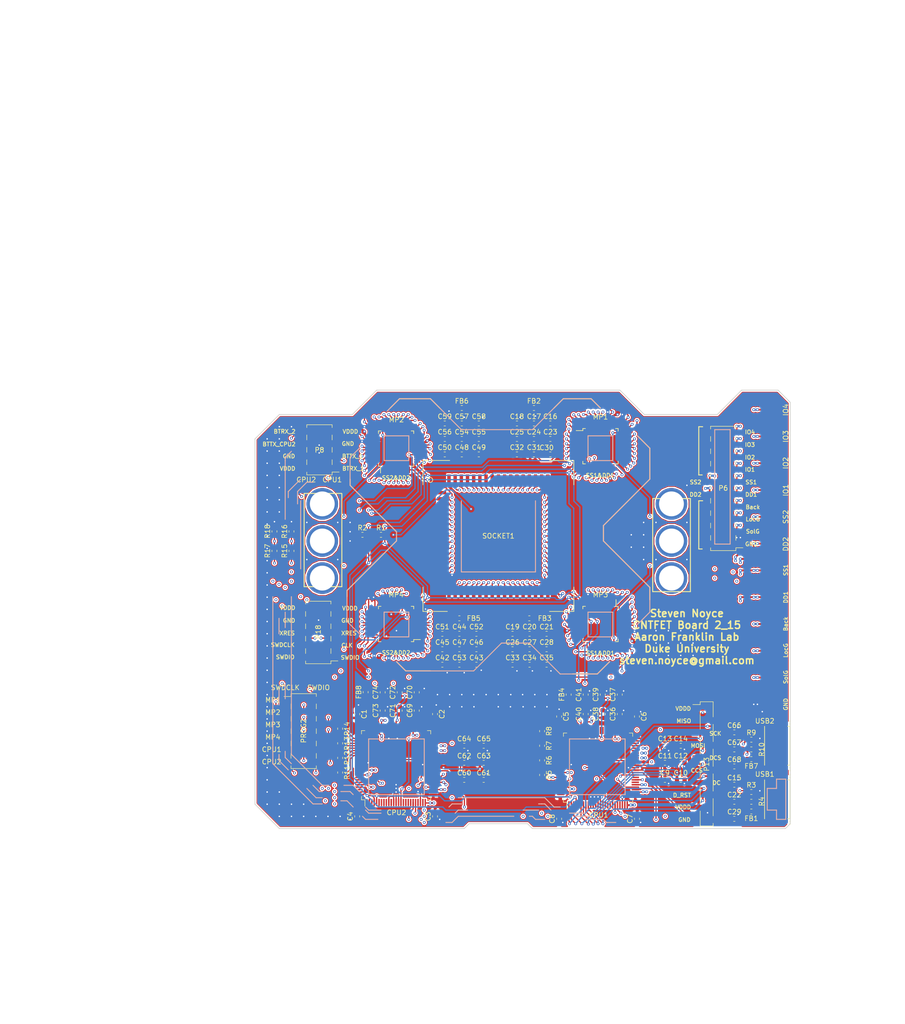
<source format=kicad_pcb>
(kicad_pcb (version 20171130) (host pcbnew "(5.0.0-3-g5ebb6b6)")
  (layers (0 F.Cu signal) (1 In1.Cu signal) (2 In2.Cu signal) (31 B.Cu signal) (34 B.Paste user) (35 F.Paste user) (36 B.SilkS user) (37 F.SilkS user) (38 B.Mask user) (39 F.Mask user) (44 Edge.Cuts user))
  (net 0 "")
  (net 1 GND)
  (net 2 "Net-(C11-Pad1)")
  (net 3 "Net-(C16-Pad1)")
  (net 4 "Net-(C18-Pad1)")
  (net 5 "Net-(C19-Pad1)")
  (net 6 "Net-(C21-Pad1)")
  (net 7 "Net-(C36-Pad1)")
  (net 8 "Net-(C37-Pad1)")
  (net 9 "Net-(C42-Pad1)")
  (net 10 "Net-(C44-Pad1)")
  (net 11 "Net-(C48-Pad1)")
  (net 12 "Net-(C50-Pad1)")
  (net 13 "Net-(C60-Pad1)")
  (net 14 "Net-(C69-Pad1)")
  (net 15 "Net-(C70-Pad1)")
  (net 16 "Net-(FB1-Pad1)")
  (net 17 "Net-(FB7-Pad1)")
  (net 18 "Net-(P1-Pad2)")
  (net 19 "Net-(P2-Pad2)")
  (net 20 BackGate)
  (net 21 "Net-(P3-Pad2)")
  (net 22 "Net-(P4-Pad2)")
  (net 23 "Net-(P5-Pad2)")
  (net 24 "Net-(P6-Pad2)")
  (net 25 "Net-(P6-Pad14)")
  (net 26 "Net-(P7-Pad2)")
  (net 27 BT1_RX)
  (net 28 BT1_TX)
  (net 29 "Net-(P9-Pad2)")
  (net 30 BT2_RX)
  (net 31 BT2_TX)
  (net 32 "Net-(P11-Pad2)")
  (net 33 "Net-(P12-Pad2)")
  (net 34 DisplayMISO)
  (net 35 DisplaySCK)
  (net 36 DisplayMOSI)
  (net 37 DisplayCS)
  (net 38 CardCS)
  (net 39 DisplayDataOrCommand)
  (net 40 DisplayReset)
  (net 41 "Net-(P14-Pad2)")
  (net 42 "Net-(P15-Pad2)")
  (net 43 "Net-(P16-Pad2)")
  (net 44 D18)
  (net 45 D17)
  (net 46 D50)
  (net 47 D49)
  (net 48 I2C0_SCL)
  (net 49 I2C0_SDA)
  (net 50 D8)
  (net 51 D9)
  (net 52 D10)
  (net 53 D11)
  (net 54 D12)
  (net 55 D13)
  (net 56 D14)
  (net 57 D15)
  (net 58 D16)
  (net 59 D19)
  (net 60 D20)
  (net 61 D21)
  (net 62 D22)
  (net 63 D23)
  (net 64 D24)
  (net 65 D25)
  (net 66 D26)
  (net 67 D27)
  (net 68 D28)
  (net 69 D29)
  (net 70 D30)
  (net 71 D31)
  (net 72 D32)
  (net 73 D1)
  (net 74 D2)
  (net 75 D3)
  (net 76 D4)
  (net 77 D5)
  (net 78 D6)
  (net 79 D7)
  (net 80 D40)
  (net 81 D41)
  (net 82 D42)
  (net 83 D43)
  (net 84 D44)
  (net 85 D45)
  (net 86 D46)
  (net 87 D47)
  (net 88 D48)
  (net 89 D51)
  (net 90 D52)
  (net 91 D53)
  (net 92 D54)
  (net 93 D55)
  (net 94 D56)
  (net 95 D57)
  (net 96 D58)
  (net 97 D59)
  (net 98 D60)
  (net 99 D61)
  (net 100 D62)
  (net 101 D63)
  (net 102 D64)
  (net 103 D33)
  (net 104 D34)
  (net 105 D35)
  (net 106 D36)
  (net 107 D37)
  (net 108 D38)
  (net 109 D39)
  (net 110 VDDD)
  (net 111 SWDIO6)
  (net 112 SWDCLK6)
  (net 113 SWDIO5)
  (net 114 SWDCLK5)
  (net 115 "Net-(R3-Pad2)")
  (net 116 "Net-(R4-Pad2)")
  (net 117 "Net-(R9-Pad2)")
  (net 118 "Net-(R10-Pad2)")
  (net 119 "Net-(P8-Pad8)")
  (net 120 "Net-(P8-Pad1)")
  (net 121 "Net-(MP1-Pad11)")
  (net 122 "Net-(CPU1-Pad11)")
  (net 123 "Net-(CPU1-Pad16)")
  (net 124 "Net-(CPU1-Pad17)")
  (net 125 "Net-(CPU1-Pad18)")
  (net 126 "Net-(CPU1-Pad19)")
  (net 127 "Net-(CPU1-Pad22)")
  (net 128 "Net-(CPU1-Pad24)")
  (net 129 "Net-(CPU1-Pad27)")
  (net 130 "Net-(CPU1-Pad32)")
  (net 131 "Net-(CPU1-Pad34)")
  (net 132 "Net-(CPU1-Pad35)")
  (net 133 "Net-(CPU1-Pad36)")
  (net 134 "Net-(CPU1-Pad40)")
  (net 135 "Net-(CPU1-Pad41)")
  (net 136 "Net-(CPU1-Pad43)")
  (net 137 "Net-(CPU1-Pad45)")
  (net 138 "Net-(CPU1-Pad47)")
  (net 139 "Net-(CPU1-Pad49)")
  (net 140 "Net-(CPU1-Pad52)")
  (net 141 "Net-(CPU1-Pad53)")
  (net 142 "Net-(CPU1-Pad54)")
  (net 143 "Net-(CPU1-Pad55)")
  (net 144 "Net-(CPU1-Pad57)")
  (net 145 "Net-(CPU1-Pad58)")
  (net 146 "Net-(CPU1-Pad59)")
  (net 147 "Net-(CPU1-Pad60)")
  (net 148 "Net-(CPU1-Pad61)")
  (net 149 "Net-(CPU1-Pad62)")
  (net 150 "Net-(CPU1-Pad67)")
  (net 151 "Net-(CPU1-Pad68)")
  (net 152 "Net-(CPU1-Pad71)")
  (net 153 "Net-(CPU1-Pad72)")
  (net 154 "Net-(CPU1-Pad73)")
  (net 155 "Net-(CPU1-Pad74)")
  (net 156 "Net-(CPU1-Pad76)")
  (net 157 "Net-(CPU1-Pad77)")
  (net 158 "Net-(CPU1-Pad78)")
  (net 159 "Net-(CPU1-Pad79)")
  (net 160 "Net-(CPU1-Pad80)")
  (net 161 "Net-(CPU1-Pad81)")
  (net 162 "Net-(CPU1-Pad82)")
  (net 163 "Net-(CPU1-Pad83)")
  (net 164 "Net-(CPU1-Pad84)")
  (net 165 "Net-(CPU1-Pad85)")
  (net 166 "Net-(CPU1-Pad89)")
  (net 167 "Net-(CPU1-Pad91)")
  (net 168 "Net-(CPU1-Pad93)")
  (net 169 "Net-(CPU1-Pad95)")
  (net 170 "Net-(CPU1-Pad97)")
  (net 171 "Net-(CPU1-Pad98)")
  (net 172 "Net-(CPU1-Pad99)")
  (net 173 "Net-(CPU2-Pad1)")
  (net 174 "Net-(CPU2-Pad2)")
  (net 175 "Net-(CPU2-Pad3)")
  (net 176 "Net-(CPU2-Pad6)")
  (net 177 "Net-(CPU2-Pad7)")
  (net 178 "Net-(CPU2-Pad8)")
  (net 179 "Net-(CPU2-Pad9)")
  (net 180 "Net-(CPU2-Pad11)")
  (net 181 "Net-(CPU2-Pad16)")
  (net 182 "Net-(CPU2-Pad17)")
  (net 183 "Net-(CPU2-Pad18)")
  (net 184 "Net-(CPU2-Pad19)")
  (net 185 "Net-(CPU2-Pad22)")
  (net 186 "Net-(CPU2-Pad24)")
  (net 187 "Net-(CPU2-Pad27)")
  (net 188 "Net-(CPU2-Pad32)")
  (net 189 "Net-(CPU2-Pad34)")
  (net 190 "Net-(CPU2-Pad35)")
  (net 191 "Net-(CPU2-Pad36)")
  (net 192 "Net-(CPU2-Pad40)")
  (net 193 "Net-(CPU2-Pad41)")
  (net 194 "Net-(CPU2-Pad43)")
  (net 195 "Net-(CPU2-Pad45)")
  (net 196 "Net-(CPU2-Pad47)")
  (net 197 "Net-(CPU2-Pad49)")
  (net 198 "Net-(CPU2-Pad52)")
  (net 199 "Net-(CPU2-Pad53)")
  (net 200 "Net-(CPU2-Pad54)")
  (net 201 "Net-(CPU2-Pad55)")
  (net 202 "Net-(CPU2-Pad57)")
  (net 203 "Net-(CPU2-Pad58)")
  (net 204 "Net-(CPU2-Pad59)")
  (net 205 "Net-(CPU2-Pad60)")
  (net 206 "Net-(CPU2-Pad61)")
  (net 207 "Net-(CPU2-Pad62)")
  (net 208 "Net-(CPU2-Pad67)")
  (net 209 "Net-(CPU2-Pad68)")
  (net 210 "Net-(CPU2-Pad71)")
  (net 211 "Net-(CPU2-Pad72)")
  (net 212 "Net-(CPU2-Pad73)")
  (net 213 "Net-(CPU2-Pad74)")
  (net 214 "Net-(CPU2-Pad76)")
  (net 215 "Net-(CPU2-Pad77)")
  (net 216 "Net-(CPU2-Pad78)")
  (net 217 "Net-(CPU2-Pad79)")
  (net 218 "Net-(CPU2-Pad80)")
  (net 219 "Net-(CPU2-Pad81)")
  (net 220 "Net-(CPU2-Pad82)")
  (net 221 "Net-(CPU2-Pad83)")
  (net 222 "Net-(CPU2-Pad84)")
  (net 223 "Net-(CPU2-Pad85)")
  (net 224 "Net-(CPU2-Pad89)")
  (net 225 "Net-(CPU2-Pad91)")
  (net 226 "Net-(CPU2-Pad93)")
  (net 227 "Net-(CPU2-Pad95)")
  (net 228 "Net-(CPU2-Pad97)")
  (net 229 "Net-(CPU2-Pad98)")
  (net 230 "Net-(CPU2-Pad99)")
  (net 231 DD1)
  (net 232 "Net-(CPU1-Pad42)")
  (net 233 "Net-(CPU1-Pad44)")
  (net 234 "Net-(CPU1-Pad46)")
  (net 235 "Net-(CPU2-Pad42)")
  (net 236 "Net-(CPU2-Pad44)")
  (net 237 "Net-(CPU2-Pad46)")
  (net 238 SS1)
  (net 239 DD2)
  (net 240 SS2)
  (net 241 IO1)
  (net 242 IO2)
  (net 243 IO3)
  (net 244 IO4)
  (net 245 SolutionGate)
  (net 246 LocalGates)
  (net 247 "Net-(USB1-Pad4)")
  (net 248 "Net-(USB2-Pad4)")
  (net 249 "Net-(CPU1-Pad48)")
  (net 250 "Net-(CPU2-Pad48)")
  (net 251 "Net-(CPU1-Pad51)")
  (net 252 "Net-(CPU2-Pad51)")
  (net 253 "Net-(MP2-Pad11)")
  (net 254 "Net-(MP4-Pad11)")
  (net 255 "Net-(MP3-Pad11)")
  (net 256 SWDIO2)
  (net 257 SWDCLK2)
  (net 258 SWDIO4)
  (net 259 SWDCLK4)
  (net 260 XRES)
  (net 261 SWDIO)
  (net 262 SWDCLK)
  (net 263 SWDIO1)
  (net 264 "Net-(MP1-Pad15)")
  (net 265 SWDCLK1)
  (net 266 "Net-(MP2-Pad15)")
  (net 267 SWDIO3)
  (net 268 "Net-(MP3-Pad15)")
  (net 269 SWDCLK3)
  (net 270 "Net-(MP4-Pad15)")
  (module Custom_Footprint_Library:MountingHole_5.1mm (layer F.Cu) (at 163.83 92.71)
    (fp_text reference MH1 hide)
    (fp_text value MountingHole hide)
    (pad 1 thru_hole circle (at 0 0.635) (size 6.5024 6.5024) (drill 5.10032) (layers *.Cu *.Mask))
  )
  (module Custom_Footprint_Library:MountingHole_5.1mm (layer F.Cu) (at 163.83 100.33)
    (fp_text reference MH2 hide)
    (fp_text value MountingHole hide)
    (pad 1 thru_hole circle (at 0 0.635) (size 6.5024 6.5024) (drill 5.10032) (layers *.Cu *.Mask))
  )
  (module Custom_Footprint_Library:MountingHole_5.1mm (layer F.Cu) (at 163.83 107.95)
    (fp_text reference MH3 hide)
    (fp_text value MountingHole hide)
    (pad 1 thru_hole circle (at 0 0.635) (size 6.5024 6.5024) (drill 5.10032) (layers *.Cu *.Mask))
  )
  (module Custom_Footprint_Library:MountingHole_5.1mm (layer F.Cu) (at 236.22 103.505)
    (fp_text reference MH5 hide)
    (fp_text value MountingHole hide)
    (pad 1 thru_hole circle (at -0.635 -2.54) (size 6.5024 6.5024) (drill 5.10032) (layers *.Cu *.Mask))
  )
  (module Custom_Footprint_Library:MountingHole_5.1mm (layer F.Cu) (at 236.22 108.585)
    (fp_text reference MH6 hide)
    (fp_text value MountingHole hide)
    (pad 1 thru_hole circle (at -0.635 0) (size 6.5024 6.5024) (drill 5.10032) (layers *.Cu *.Mask))
  )
  (module "Custom_Footprint_Library:IPEX_Connector_SMD_(RECE.20279.001E.01)" (layer F.Cu) (at 255.25 134.5 270)
    (fp_text reference P1 hide)
    (fp_text value CONN_01X02 hide)
    (pad 3 smd rect (at 0 -1.65 270) (size 0.2 0.2) (layers F.Cu F.Mask) (clearance 0.98) (thermal_gap 2))
    (pad 1 smd rect (at 0 0.48 270) (size 1.15 1.2) (layers F.Cu F.Paste F.Mask) (net 1 GND))
    (pad 2 smd rect (at -1.685 -1.25 270) (size 1.2 2.5) (layers F.Cu F.Paste F.Mask) (net 18 "Net-(P1-Pad2)"))
    (pad 2 smd rect (at 1.685 -1.25 270) (size 1.2 2.5) (layers F.Cu F.Paste F.Mask) (net 18 "Net-(P1-Pad2)"))
  )
  (module "Custom_Footprint_Library:IPEX_Connector_SMD_(RECE.20279.001E.01)" (layer F.Cu) (at 255.25 129 270)
    (fp_text reference P2 hide)
    (fp_text value CONN_01X02 hide)
    (pad 2 smd rect (at 1.685 -1.25 270) (size 1.2 2.5) (layers F.Cu F.Paste F.Mask) (net 19 "Net-(P2-Pad2)"))
    (pad 2 smd rect (at -1.685 -1.25 270) (size 1.2 2.5) (layers F.Cu F.Paste F.Mask) (net 19 "Net-(P2-Pad2)"))
    (pad 1 smd rect (at 0 0.48 270) (size 1.15 1.2) (layers F.Cu F.Paste F.Mask) (net 245 SolutionGate))
    (pad 3 smd rect (at 0 -1.65 270) (size 0.2 0.2) (layers F.Cu F.Mask) (clearance 0.98) (thermal_gap 2))
  )
  (module "Custom_Footprint_Library:IPEX_Connector_SMD_(RECE.20279.001E.01)" (layer F.Cu) (at 255.25 123.5 270)
    (fp_text reference P3 hide)
    (fp_text value CONN_01X02 hide)
    (pad 3 smd rect (at 0 -1.65 270) (size 0.2 0.2) (layers F.Cu F.Mask) (clearance 0.98) (thermal_gap 2))
    (pad 1 smd rect (at 0 0.48 270) (size 1.15 1.2) (layers F.Cu F.Paste F.Mask) (net 246 LocalGates))
    (pad 2 smd rect (at -1.685 -1.25 270) (size 1.2 2.5) (layers F.Cu F.Paste F.Mask) (net 21 "Net-(P3-Pad2)"))
    (pad 2 smd rect (at 1.685 -1.25 270) (size 1.2 2.5) (layers F.Cu F.Paste F.Mask) (net 21 "Net-(P3-Pad2)"))
  )
  (module "Custom_Footprint_Library:IPEX_Connector_SMD_(RECE.20279.001E.01)" (layer F.Cu) (at 255.25 118 270)
    (fp_text reference P4 hide)
    (fp_text value CONN_01X02 hide)
    (pad 2 smd rect (at 1.685 -1.25 270) (size 1.2 2.5) (layers F.Cu F.Paste F.Mask) (net 22 "Net-(P4-Pad2)"))
    (pad 2 smd rect (at -1.685 -1.25 270) (size 1.2 2.5) (layers F.Cu F.Paste F.Mask) (net 22 "Net-(P4-Pad2)"))
    (pad 1 smd rect (at 0 0.48 270) (size 1.15 1.2) (layers F.Cu F.Paste F.Mask) (net 20 BackGate))
    (pad 3 smd rect (at 0 -1.65 270) (size 0.2 0.2) (layers F.Cu F.Mask) (clearance 0.98) (thermal_gap 2))
  )
  (module "Custom_Footprint_Library:IPEX_Connector_SMD_(RECE.20279.001E.01)" (layer F.Cu) (at 255.25 112.5 270)
    (fp_text reference P5 hide)
    (fp_text value CONN_01X02 hide)
    (pad 2 smd rect (at 1.685 -1.25 270) (size 1.2 2.5) (layers F.Cu F.Paste F.Mask) (net 23 "Net-(P5-Pad2)"))
    (pad 2 smd rect (at -1.685 -1.25 270) (size 1.2 2.5) (layers F.Cu F.Paste F.Mask) (net 23 "Net-(P5-Pad2)"))
    (pad 1 smd rect (at 0 0.48 270) (size 1.15 1.2) (layers F.Cu F.Paste F.Mask) (net 231 DD1))
    (pad 3 smd rect (at 0 -1.65 270) (size 0.2 0.2) (layers F.Cu F.Mask) (clearance 0.98) (thermal_gap 2))
  )
  (module "Custom_Footprint_Library:IPEX_Connector_SMD_(RECE.20279.001E.01)" (layer F.Cu) (at 255.25 107 270)
    (fp_text reference P7 hide)
    (fp_text value CONN_01X02 hide)
    (pad 3 smd rect (at 0 -1.65 270) (size 0.2 0.2) (layers F.Cu F.Mask) (clearance 0.98) (thermal_gap 2))
    (pad 1 smd rect (at 0 0.48 270) (size 1.15 1.2) (layers F.Cu F.Paste F.Mask) (net 238 SS1))
    (pad 2 smd rect (at -1.685 -1.25 270) (size 1.2 2.5) (layers F.Cu F.Paste F.Mask) (net 26 "Net-(P7-Pad2)"))
    (pad 2 smd rect (at 1.685 -1.25 270) (size 1.2 2.5) (layers F.Cu F.Paste F.Mask) (net 26 "Net-(P7-Pad2)"))
  )
  (module "Custom_Footprint_Library:IPEX_Connector_SMD_(RECE.20279.001E.01)" (layer F.Cu) (at 255.25 101.5 270)
    (fp_text reference P9 hide)
    (fp_text value CONN_01X02 hide)
    (pad 2 smd rect (at 1.685 -1.25 270) (size 1.2 2.5) (layers F.Cu F.Paste F.Mask) (net 29 "Net-(P9-Pad2)"))
    (pad 2 smd rect (at -1.685 -1.25 270) (size 1.2 2.5) (layers F.Cu F.Paste F.Mask) (net 29 "Net-(P9-Pad2)"))
    (pad 1 smd rect (at 0 0.48 270) (size 1.15 1.2) (layers F.Cu F.Paste F.Mask) (net 239 DD2))
    (pad 3 smd rect (at 0 -1.65 270) (size 0.2 0.2) (layers F.Cu F.Mask) (clearance 0.98) (thermal_gap 2))
  )
  (module "Custom_Footprint_Library:IPEX_Connector_SMD_(RECE.20279.001E.01)" (layer F.Cu) (at 255.25 96 270)
    (fp_text reference P11 hide)
    (fp_text value CONN_01X02 hide)
    (pad 2 smd rect (at 1.685 -1.25 270) (size 1.2 2.5) (layers F.Cu F.Paste F.Mask) (net 32 "Net-(P11-Pad2)"))
    (pad 2 smd rect (at -1.685 -1.25 270) (size 1.2 2.5) (layers F.Cu F.Paste F.Mask) (net 32 "Net-(P11-Pad2)"))
    (pad 1 smd rect (at 0 0.48 270) (size 1.15 1.2) (layers F.Cu F.Paste F.Mask) (net 240 SS2))
    (pad 3 smd rect (at 0 -1.65 270) (size 0.2 0.2) (layers F.Cu F.Mask) (clearance 0.98) (thermal_gap 2))
  )
  (module "Custom_Footprint_Library:IPEX_Connector_SMD_(RECE.20279.001E.01)" (layer F.Cu) (at 255.25 90.5 270)
    (fp_text reference P12 hide)
    (fp_text value CONN_01X02 hide)
    (pad 3 smd rect (at 0 -1.65 270) (size 0.2 0.2) (layers F.Cu F.Mask) (clearance 0.98) (thermal_gap 2))
    (pad 1 smd rect (at 0 0.48 270) (size 1.15 1.2) (layers F.Cu F.Paste F.Mask) (net 241 IO1))
    (pad 2 smd rect (at -1.685 -1.25 270) (size 1.2 2.5) (layers F.Cu F.Paste F.Mask) (net 33 "Net-(P12-Pad2)"))
    (pad 2 smd rect (at 1.685 -1.25 270) (size 1.2 2.5) (layers F.Cu F.Paste F.Mask) (net 33 "Net-(P12-Pad2)"))
  )
  (module "Custom_Footprint_Library:IPEX_Connector_SMD_(RECE.20279.001E.01)" (layer F.Cu) (at 255.25 85 270)
    (fp_text reference P14 hide)
    (fp_text value CONN_01X02 hide)
    (pad 3 smd rect (at 0 -1.65 270) (size 0.2 0.2) (layers F.Cu F.Mask) (clearance 0.98) (thermal_gap 2))
    (pad 1 smd rect (at 0 0.48 270) (size 1.15 1.2) (layers F.Cu F.Paste F.Mask) (net 242 IO2))
    (pad 2 smd rect (at -1.685 -1.25 270) (size 1.2 2.5) (layers F.Cu F.Paste F.Mask) (net 41 "Net-(P14-Pad2)"))
    (pad 2 smd rect (at 1.685 -1.25 270) (size 1.2 2.5) (layers F.Cu F.Paste F.Mask) (net 41 "Net-(P14-Pad2)"))
  )
  (module "Custom_Footprint_Library:IPEX_Connector_SMD_(RECE.20279.001E.01)" (layer F.Cu) (at 255.25 79.5 270)
    (fp_text reference P15 hide)
    (fp_text value CONN_01X02 hide)
    (pad 2 smd rect (at 1.685 -1.25 270) (size 1.2 2.5) (layers F.Cu F.Paste F.Mask) (net 42 "Net-(P15-Pad2)"))
    (pad 2 smd rect (at -1.685 -1.25 270) (size 1.2 2.5) (layers F.Cu F.Paste F.Mask) (net 42 "Net-(P15-Pad2)"))
    (pad 1 smd rect (at 0 0.48 270) (size 1.15 1.2) (layers F.Cu F.Paste F.Mask) (net 243 IO3))
    (pad 3 smd rect (at 0 -1.65 270) (size 0.2 0.2) (layers F.Cu F.Mask) (clearance 0.98) (thermal_gap 2))
  )
  (module "Custom_Footprint_Library:IPEX_Connector_SMD_(RECE.20279.001E.01)" (layer F.Cu) (at 255.25 74 270)
    (fp_text reference P16 hide)
    (fp_text value CONN_01X02 hide)
    (pad 3 smd rect (at 0 -1.65 270) (size 0.2 0.2) (layers F.Cu F.Mask) (clearance 0.98) (thermal_gap 2))
    (pad 1 smd rect (at 0 0.48 270) (size 1.15 1.2) (layers F.Cu F.Paste F.Mask) (net 244 IO4))
    (pad 2 smd rect (at -1.685 -1.25 270) (size 1.2 2.5) (layers F.Cu F.Paste F.Mask) (net 43 "Net-(P16-Pad2)"))
    (pad 2 smd rect (at 1.685 -1.25 270) (size 1.2 2.5) (layers F.Cu F.Paste F.Mask) (net 43 "Net-(P16-Pad2)"))
  )
  (module Capacitor_SMD:C_0603_1608Metric (layer F.Cu) (at 171 136.5 270)
    (fp_text reference C1 (at 0 -1.43 270) (layer F.SilkS))
    (fp_text value 0.1uF)
    (pad 1 smd roundrect (at -0.7875 0 270) (size 0.875 0.95) (layers F.Cu F.Paste F.Mask) (net 1 GND))
    (pad 2 smd roundrect (at 0.7875 0 270) (size 0.875 0.95) (layers F.Cu F.Paste F.Mask) (net 110 VDDD))
  )
  (module Capacitor_SMD:C_0603_1608Metric (layer F.Cu) (at 187 136.5 270)
    (fp_text reference C2 (at 0 -1.43 270) (layer F.SilkS))
    (fp_text value 0.1uF)
    (pad 2 smd roundrect (at 0.7875 0 270) (size 0.875 0.95) (layers F.Cu F.Paste F.Mask) (net 110 VDDD))
    (pad 1 smd roundrect (at -0.7875 0 270) (size 0.875 0.95) (layers F.Cu F.Paste F.Mask) (net 1 GND))
  )
  (module Capacitor_SMD:C_0603_1608Metric (layer F.Cu) (at 187 157.5 90)
    (fp_text reference C3 (at 0 -1.43 90) (layer F.SilkS))
    (fp_text value 0.1uF)
    (pad 2 smd roundrect (at 0.7875 0 90) (size 0.875 0.95) (layers F.Cu F.Paste F.Mask) (net 110 VDDD))
    (pad 1 smd roundrect (at -0.7875 0 90) (size 0.875 0.95) (layers F.Cu F.Paste F.Mask) (net 1 GND))
  )
  (module Capacitor_SMD:C_0603_1608Metric (layer F.Cu) (at 171 157.5 90)
    (fp_text reference C4 (at 0 -1.43 90) (layer F.SilkS))
    (fp_text value 0.1uF)
    (pad 1 smd roundrect (at -0.7875 0 90) (size 0.875 0.95) (layers F.Cu F.Paste F.Mask) (net 1 GND))
    (pad 2 smd roundrect (at 0.7875 0 90) (size 0.875 0.95) (layers F.Cu F.Paste F.Mask) (net 110 VDDD))
  )
  (module Capacitor_SMD:C_0603_1608Metric (layer F.Cu) (at 212.5 137 270)
    (fp_text reference C5 (at 0 -1.43 270) (layer F.SilkS))
    (fp_text value 0.1uF)
    (pad 2 smd roundrect (at 0.7875 0 270) (size 0.875 0.95) (layers F.Cu F.Paste F.Mask) (net 110 VDDD))
    (pad 1 smd roundrect (at -0.7875 0 270) (size 0.875 0.95) (layers F.Cu F.Paste F.Mask) (net 1 GND))
  )
  (module Capacitor_SMD:C_0603_1608Metric (layer F.Cu) (at 228.5 137 270)
    (fp_text reference C6 (at 0 -1.43 270) (layer F.SilkS))
    (fp_text value 0.1uF)
    (pad 1 smd roundrect (at -0.7875 0 270) (size 0.875 0.95) (layers F.Cu F.Paste F.Mask) (net 1 GND))
    (pad 2 smd roundrect (at 0.7875 0 270) (size 0.875 0.95) (layers F.Cu F.Paste F.Mask) (net 110 VDDD))
  )
  (module Capacitor_SMD:C_0603_1608Metric (layer F.Cu) (at 228.5 158 90)
    (fp_text reference C7 (at 0 -1.43 90) (layer F.SilkS))
    (fp_text value 0.1uF)
    (pad 1 smd roundrect (at -0.7875 0 90) (size 0.875 0.95) (layers F.Cu F.Paste F.Mask) (net 1 GND))
    (pad 2 smd roundrect (at 0.7875 0 90) (size 0.875 0.95) (layers F.Cu F.Paste F.Mask) (net 110 VDDD))
  )
  (module Capacitor_SMD:C_0603_1608Metric (layer F.Cu) (at 212.5 158 90)
    (fp_text reference C8 (at 0 -1.43 90) (layer F.SilkS))
    (fp_text value 0.1uF)
    (pad 2 smd roundrect (at 0.7875 0 90) (size 0.875 0.95) (layers F.Cu F.Paste F.Mask) (net 110 VDDD))
    (pad 1 smd roundrect (at -0.7875 0 90) (size 0.875 0.95) (layers F.Cu F.Paste F.Mask) (net 1 GND))
  )
  (module Capacitor_SMD:C_0603_1608Metric (layer F.Cu) (at 234.25 150)
    (fp_text reference C9 (at 0 -1.43) (layer F.SilkS))
    (fp_text value 47uF)
    (pad 1 smd roundrect (at -0.7875 0) (size 0.875 0.95) (layers F.Cu F.Paste F.Mask) (net 2 "Net-(C11-Pad1)"))
    (pad 2 smd roundrect (at 0.7875 0) (size 0.875 0.95) (layers F.Cu F.Paste F.Mask) (net 1 GND))
  )
  (module Capacitor_SMD:C_0603_1608Metric (layer F.Cu) (at 237.5 150)
    (fp_text reference C10 (at 0 -1.43) (layer F.SilkS))
    (fp_text value 47uF)
    (pad 2 smd roundrect (at 0.7875 0) (size 0.875 0.95) (layers F.Cu F.Paste F.Mask) (net 1 GND))
    (pad 1 smd roundrect (at -0.7875 0) (size 0.875 0.95) (layers F.Cu F.Paste F.Mask) (net 110 VDDD))
  )
  (module Capacitor_SMD:C_0603_1608Metric (layer F.Cu) (at 234.25 146.5)
    (fp_text reference C11 (at 0 -1.43) (layer F.SilkS))
    (fp_text value 1uF)
    (pad 2 smd roundrect (at 0.7875 0) (size 0.875 0.95) (layers F.Cu F.Paste F.Mask) (net 1 GND))
    (pad 1 smd roundrect (at -0.7875 0) (size 0.875 0.95) (layers F.Cu F.Paste F.Mask) (net 2 "Net-(C11-Pad1)"))
  )
  (module Capacitor_SMD:C_0603_1608Metric (layer F.Cu) (at 237.5 146.5)
    (fp_text reference C12 (at 0 -1.43) (layer F.SilkS))
    (fp_text value 1uF)
    (pad 1 smd roundrect (at -0.7875 0) (size 0.875 0.95) (layers F.Cu F.Paste F.Mask) (net 110 VDDD))
    (pad 2 smd roundrect (at 0.7875 0) (size 0.875 0.95) (layers F.Cu F.Paste F.Mask) (net 1 GND))
  )
  (module Capacitor_SMD:C_0603_1608Metric (layer F.Cu) (at 234.25 143)
    (fp_text reference C13 (at 0 -1.43) (layer F.SilkS))
    (fp_text value 0.1uF)
    (pad 1 smd roundrect (at -0.7875 0) (size 0.875 0.95) (layers F.Cu F.Paste F.Mask) (net 2 "Net-(C11-Pad1)"))
    (pad 2 smd roundrect (at 0.7875 0) (size 0.875 0.95) (layers F.Cu F.Paste F.Mask) (net 1 GND))
  )
  (module Capacitor_SMD:C_0603_1608Metric (layer F.Cu) (at 237.5 143)
    (fp_text reference C14 (at 0 -1.43) (layer F.SilkS))
    (fp_text value 0.1uF)
    (pad 2 smd roundrect (at 0.7875 0) (size 0.875 0.95) (layers F.Cu F.Paste F.Mask) (net 1 GND))
    (pad 1 smd roundrect (at -0.7875 0) (size 0.875 0.95) (layers F.Cu F.Paste F.Mask) (net 110 VDDD))
  )
  (module Capacitor_SMD:C_0603_1608Metric (layer F.Cu) (at 248.5 151)
    (fp_text reference C15 (at 0 -1.43) (layer F.SilkS))
    (fp_text value 47uF)
    (pad 2 smd roundrect (at 0.7875 0) (size 0.875 0.95) (layers F.Cu F.Paste F.Mask) (net 1 GND))
    (pad 1 smd roundrect (at -0.7875 0) (size 0.875 0.95) (layers F.Cu F.Paste F.Mask) (net 110 VDDD))
  )
  (module Capacitor_SMD:C_0603_1608Metric (layer F.Cu) (at 210.695 76.835)
    (fp_text reference C16 (at 0 -1.43) (layer F.SilkS))
    (fp_text value 47uF)
    (pad 1 smd roundrect (at -0.7875 0) (size 0.875 0.95) (layers F.Cu F.Paste F.Mask) (net 3 "Net-(C16-Pad1)"))
    (pad 2 smd roundrect (at 0.7875 0) (size 0.875 0.95) (layers F.Cu F.Paste F.Mask) (net 1 GND))
  )
  (module Capacitor_SMD:C_0603_1608Metric (layer F.Cu) (at 207.33 76.835)
    (fp_text reference C17 (at 0 -1.43) (layer F.SilkS))
    (fp_text value 47uF)
    (pad 1 smd roundrect (at -0.7875 0) (size 0.875 0.95) (layers F.Cu F.Paste F.Mask) (net 110 VDDD))
    (pad 2 smd roundrect (at 0.7875 0) (size 0.875 0.95) (layers F.Cu F.Paste F.Mask) (net 1 GND))
  )
  (module Capacitor_SMD:C_0603_1608Metric (layer F.Cu) (at 203.835 76.835)
    (fp_text reference C18 (at 0 -1.43) (layer F.SilkS))
    (fp_text value 47uF)
    (pad 2 smd roundrect (at 0.7875 0) (size 0.875 0.95) (layers F.Cu F.Paste F.Mask) (net 1 GND))
    (pad 1 smd roundrect (at -0.7875 0) (size 0.875 0.95) (layers F.Cu F.Paste F.Mask) (net 4 "Net-(C18-Pad1)"))
  )
  (module Capacitor_SMD:C_0603_1608Metric (layer F.Cu) (at 202.925 120.015)
    (fp_text reference C19 (at 0 -1.43) (layer F.SilkS))
    (fp_text value 47uF)
    (pad 1 smd roundrect (at -0.7875 0) (size 0.875 0.95) (layers F.Cu F.Paste F.Mask) (net 5 "Net-(C19-Pad1)"))
    (pad 2 smd roundrect (at 0.7875 0) (size 0.875 0.95) (layers F.Cu F.Paste F.Mask) (net 1 GND))
  )
  (module Capacitor_SMD:C_0603_1608Metric (layer F.Cu) (at 206.425 120.015)
    (fp_text reference C20 (at 0 -1.43) (layer F.SilkS))
    (fp_text value 47uF)
    (pad 2 smd roundrect (at 0.7875 0) (size 0.875 0.95) (layers F.Cu F.Paste F.Mask) (net 1 GND))
    (pad 1 smd roundrect (at -0.7875 0) (size 0.875 0.95) (layers F.Cu F.Paste F.Mask) (net 110 VDDD))
  )
  (module Capacitor_SMD:C_0603_1608Metric (layer F.Cu) (at 209.925 120.015)
    (fp_text reference C21 (at 0 -1.43) (layer F.SilkS))
    (fp_text value 47uF)
    (pad 1 smd roundrect (at -0.7875 0) (size 0.875 0.95) (layers F.Cu F.Paste F.Mask) (net 6 "Net-(C21-Pad1)"))
    (pad 2 smd roundrect (at 0.7875 0) (size 0.875 0.95) (layers F.Cu F.Paste F.Mask) (net 1 GND))
  )
  (module Capacitor_SMD:C_0603_1608Metric (layer F.Cu) (at 248.5 154.5)
    (fp_text reference C22 (at 0 -1.43) (layer F.SilkS))
    (fp_text value 1uF)
    (pad 1 smd roundrect (at -0.7875 0) (size 0.875 0.95) (layers F.Cu F.Paste F.Mask) (net 110 VDDD))
    (pad 2 smd roundrect (at 0.7875 0) (size 0.875 0.95) (layers F.Cu F.Paste F.Mask) (net 1 GND))
  )
  (module Capacitor_SMD:C_0603_1608Metric (layer F.Cu) (at 210.695 80.01)
    (fp_text reference C23 (at 0 -1.43) (layer F.SilkS))
    (fp_text value 1uF)
    (pad 2 smd roundrect (at 0.7875 0) (size 0.875 0.95) (layers F.Cu F.Paste F.Mask) (net 1 GND))
    (pad 1 smd roundrect (at -0.7875 0) (size 0.875 0.95) (layers F.Cu F.Paste F.Mask) (net 3 "Net-(C16-Pad1)"))
  )
  (module Capacitor_SMD:C_0603_1608Metric (layer F.Cu) (at 207.33 80.01)
    (fp_text reference C24 (at 0 -1.43) (layer F.SilkS))
    (fp_text value 1uF)
    (pad 2 smd roundrect (at 0.7875 0) (size 0.875 0.95) (layers F.Cu F.Paste F.Mask) (net 1 GND))
    (pad 1 smd roundrect (at -0.7875 0) (size 0.875 0.95) (layers F.Cu F.Paste F.Mask) (net 110 VDDD))
  )
  (module Capacitor_SMD:C_0603_1608Metric (layer F.Cu) (at 203.83 80.01)
    (fp_text reference C25 (at 0 -1.43) (layer F.SilkS))
    (fp_text value 1uF)
    (pad 1 smd roundrect (at -0.7875 0) (size 0.875 0.95) (layers F.Cu F.Paste F.Mask) (net 4 "Net-(C18-Pad1)"))
    (pad 2 smd roundrect (at 0.7875 0) (size 0.875 0.95) (layers F.Cu F.Paste F.Mask) (net 1 GND))
  )
  (module Capacitor_SMD:C_0603_1608Metric (layer F.Cu) (at 202.925 123.19)
    (fp_text reference C26 (at 0 -1.43) (layer F.SilkS))
    (fp_text value 1uF)
    (pad 2 smd roundrect (at 0.7875 0) (size 0.875 0.95) (layers F.Cu F.Paste F.Mask) (net 1 GND))
    (pad 1 smd roundrect (at -0.7875 0) (size 0.875 0.95) (layers F.Cu F.Paste F.Mask) (net 5 "Net-(C19-Pad1)"))
  )
  (module Capacitor_SMD:C_0603_1608Metric (layer F.Cu) (at 206.425 123.19)
    (fp_text reference C27 (at 0 -1.43) (layer F.SilkS))
    (fp_text value 1uF)
    (pad 1 smd roundrect (at -0.7875 0) (size 0.875 0.95) (layers F.Cu F.Paste F.Mask) (net 110 VDDD))
    (pad 2 smd roundrect (at 0.7875 0) (size 0.875 0.95) (layers F.Cu F.Paste F.Mask) (net 1 GND))
  )
  (module Capacitor_SMD:C_0603_1608Metric (layer F.Cu) (at 209.925 123.19)
    (fp_text reference C28 (at 0 -1.43) (layer F.SilkS))
    (fp_text value 1uF)
    (pad 2 smd roundrect (at 0.7875 0) (size 0.875 0.95) (layers F.Cu F.Paste F.Mask) (net 1 GND))
    (pad 1 smd roundrect (at -0.7875 0) (size 0.875 0.95) (layers F.Cu F.Paste F.Mask) (net 6 "Net-(C21-Pad1)"))
  )
  (module Capacitor_SMD:C_0603_1608Metric (layer F.Cu) (at 248.5 158)
    (fp_text reference C29 (at 0 -1.43) (layer F.SilkS))
    (fp_text value 0.1uF)
    (pad 2 smd roundrect (at 0.7875 0) (size 0.875 0.95) (layers F.Cu F.Paste F.Mask) (net 1 GND))
    (pad 1 smd roundrect (at -0.7875 0) (size 0.875 0.95) (layers F.Cu F.Paste F.Mask) (net 110 VDDD))
  )
  (module Capacitor_SMD:C_0603_1608Metric (layer F.Cu) (at 210.695 83.185)
    (fp_text reference C30 (at -0.764 -1.378 180) (layer F.SilkS))
    (fp_text value 0.1uF)
    (pad 1 smd roundrect (at -0.7875 0) (size 0.875 0.95) (layers F.Cu F.Paste F.Mask) (net 3 "Net-(C16-Pad1)"))
    (pad 2 smd roundrect (at 0.7875 0) (size 0.875 0.95) (layers F.Cu F.Paste F.Mask) (net 1 GND))
  )
  (module Capacitor_SMD:C_0603_1608Metric (layer F.Cu) (at 207.33 83.185)
    (fp_text reference C31 (at 0 -1.43) (layer F.SilkS))
    (fp_text value 0.1uF)
    (pad 1 smd roundrect (at -0.7875 0) (size 0.875 0.95) (layers F.Cu F.Paste F.Mask) (net 110 VDDD))
    (pad 2 smd roundrect (at 0.7875 0) (size 0.875 0.95) (layers F.Cu F.Paste F.Mask) (net 1 GND))
  )
  (module Capacitor_SMD:C_0603_1608Metric (layer F.Cu) (at 203.83 83.185)
    (fp_text reference C32 (at 0 -1.43) (layer F.SilkS))
    (fp_text value 0.1uF)
    (pad 1 smd roundrect (at -0.7875 0) (size 0.875 0.95) (layers F.Cu F.Paste F.Mask) (net 4 "Net-(C18-Pad1)"))
    (pad 2 smd roundrect (at 0.7875 0) (size 0.875 0.95) (layers F.Cu F.Paste F.Mask) (net 1 GND))
  )
  (module Capacitor_SMD:C_0603_1608Metric (layer F.Cu) (at 202.925 126.365)
    (fp_text reference C33 (at 0 -1.43) (layer F.SilkS))
    (fp_text value 0.1uF)
    (pad 1 smd roundrect (at -0.7875 0) (size 0.875 0.95) (layers F.Cu F.Paste F.Mask) (net 5 "Net-(C19-Pad1)"))
    (pad 2 smd roundrect (at 0.7875 0) (size 0.875 0.95) (layers F.Cu F.Paste F.Mask) (net 1 GND))
  )
  (module Capacitor_SMD:C_0603_1608Metric (layer F.Cu) (at 206.425 126.365)
    (fp_text reference C34 (at 0 -1.43) (layer F.SilkS))
    (fp_text value 0.1uF)
    (pad 2 smd roundrect (at 0.7875 0) (size 0.875 0.95) (layers F.Cu F.Paste F.Mask) (net 1 GND))
    (pad 1 smd roundrect (at -0.7875 0) (size 0.875 0.95) (layers F.Cu F.Paste F.Mask) (net 110 VDDD))
  )
  (module Capacitor_SMD:C_0603_1608Metric (layer F.Cu) (at 209.925 126.365)
    (fp_text reference C35 (at 0 -1.43) (layer F.SilkS))
    (fp_text value 0.1uF)
    (pad 1 smd roundrect (at -0.7875 0) (size 0.875 0.95) (layers F.Cu F.Paste F.Mask) (net 6 "Net-(C21-Pad1)"))
    (pad 2 smd roundrect (at 0.7875 0) (size 0.875 0.95) (layers F.Cu F.Paste F.Mask) (net 1 GND))
  )
  (module Capacitor_SMD:C_0603_1608Metric (layer F.Cu) (at 224.962 136.499 90)
    (fp_text reference C36 (at 0 -1.43 90) (layer F.SilkS))
    (fp_text value 47uF)
    (pad 1 smd roundrect (at -0.7875 0 90) (size 0.875 0.95) (layers F.Cu F.Paste F.Mask) (net 7 "Net-(C36-Pad1)"))
    (pad 2 smd roundrect (at 0.7875 0 90) (size 0.875 0.95) (layers F.Cu F.Paste F.Mask) (net 1 GND))
  )
  (module Capacitor_SMD:C_0603_1608Metric (layer F.Cu) (at 224.962 132.499 90)
    (fp_text reference C37 (at 0 -1.43 90) (layer F.SilkS))
    (fp_text value 47uF)
    (pad 1 smd roundrect (at -0.7875 0 90) (size 0.875 0.95) (layers F.Cu F.Paste F.Mask) (net 8 "Net-(C37-Pad1)"))
    (pad 2 smd roundrect (at 0.7875 0 90) (size 0.875 0.95) (layers F.Cu F.Paste F.Mask) (net 1 GND))
  )
  (module Capacitor_SMD:C_0603_1608Metric (layer F.Cu) (at 221.462 136.499 90)
    (fp_text reference C38 (at 0 -1.43 90) (layer F.SilkS))
    (fp_text value 1uF)
    (pad 2 smd roundrect (at 0.7875 0 90) (size 0.875 0.95) (layers F.Cu F.Paste F.Mask) (net 1 GND))
    (pad 1 smd roundrect (at -0.7875 0 90) (size 0.875 0.95) (layers F.Cu F.Paste F.Mask) (net 7 "Net-(C36-Pad1)"))
  )
  (module Capacitor_SMD:C_0603_1608Metric (layer F.Cu) (at 221.462 132.499 90)
    (fp_text reference C39 (at 0 -1.43 90) (layer F.SilkS))
    (fp_text value 1uF)
    (pad 2 smd roundrect (at 0.7875 0 90) (size 0.875 0.95) (layers F.Cu F.Paste F.Mask) (net 1 GND))
    (pad 1 smd roundrect (at -0.7875 0 90) (size 0.875 0.95) (layers F.Cu F.Paste F.Mask) (net 8 "Net-(C37-Pad1)"))
  )
  (module Capacitor_SMD:C_0603_1608Metric (layer F.Cu) (at 217.962 136.499 90)
    (fp_text reference C40 (at 0 -1.43 90) (layer F.SilkS))
    (fp_text value 0.1uF)
    (pad 1 smd roundrect (at -0.7875 0 90) (size 0.875 0.95) (layers F.Cu F.Paste F.Mask) (net 7 "Net-(C36-Pad1)"))
    (pad 2 smd roundrect (at 0.7875 0 90) (size 0.875 0.95) (layers F.Cu F.Paste F.Mask) (net 1 GND))
  )
  (module Capacitor_SMD:C_0603_1608Metric (layer F.Cu) (at 217.962 132.499 90)
    (fp_text reference C41 (at 0 -1.43 90) (layer F.SilkS))
    (fp_text value 0.1uF)
    (pad 1 smd roundrect (at -0.7875 0 90) (size 0.875 0.95) (layers F.Cu F.Paste F.Mask) (net 8 "Net-(C37-Pad1)"))
    (pad 2 smd roundrect (at 0.7875 0 90) (size 0.875 0.95) (layers F.Cu F.Paste F.Mask) (net 1 GND))
  )
  (module Capacitor_SMD:C_0603_1608Metric (layer F.Cu) (at 188.5 126.365)
    (fp_text reference C42 (at 0 -1.43) (layer F.SilkS))
    (fp_text value 47uF)
    (pad 2 smd roundrect (at 0.7875 0) (size 0.875 0.95) (layers F.Cu F.Paste F.Mask) (net 1 GND))
    (pad 1 smd roundrect (at -0.7875 0) (size 0.875 0.95) (layers F.Cu F.Paste F.Mask) (net 9 "Net-(C42-Pad1)"))
  )
  (module Capacitor_SMD:C_0603_1608Metric (layer F.Cu) (at 195.5 126.365)
    (fp_text reference C43 (at 0 -1.43) (layer F.SilkS))
    (fp_text value 47uF)
    (pad 1 smd roundrect (at -0.7875 0) (size 0.875 0.95) (layers F.Cu F.Paste F.Mask) (net 110 VDDD))
    (pad 2 smd roundrect (at 0.7875 0) (size 0.875 0.95) (layers F.Cu F.Paste F.Mask) (net 1 GND))
  )
  (module Capacitor_SMD:C_0603_1608Metric (layer F.Cu) (at 192 120.015)
    (fp_text reference C44 (at 0 -1.43) (layer F.SilkS))
    (fp_text value 47uF)
    (pad 2 smd roundrect (at 0.7875 0) (size 0.875 0.95) (layers F.Cu F.Paste F.Mask) (net 1 GND))
    (pad 1 smd roundrect (at -0.7875 0) (size 0.875 0.95) (layers F.Cu F.Paste F.Mask) (net 10 "Net-(C44-Pad1)"))
  )
  (module Capacitor_SMD:C_0603_1608Metric (layer F.Cu) (at 188.5 123.19)
    (fp_text reference C45 (at 0 -1.43) (layer F.SilkS))
    (fp_text value 1uF)
    (pad 1 smd roundrect (at -0.7875 0) (size 0.875 0.95) (layers F.Cu F.Paste F.Mask) (net 9 "Net-(C42-Pad1)"))
    (pad 2 smd roundrect (at 0.7875 0) (size 0.875 0.95) (layers F.Cu F.Paste F.Mask) (net 1 GND))
  )
  (module Capacitor_SMD:C_0603_1608Metric (layer F.Cu) (at 195.5 123.19)
    (fp_text reference C46 (at 0 -1.43) (layer F.SilkS))
    (fp_text value 1uF)
    (pad 2 smd roundrect (at 0.7875 0) (size 0.875 0.95) (layers F.Cu F.Paste F.Mask) (net 1 GND))
    (pad 1 smd roundrect (at -0.7875 0) (size 0.875 0.95) (layers F.Cu F.Paste F.Mask) (net 110 VDDD))
  )
  (module Capacitor_SMD:C_0603_1608Metric (layer F.Cu) (at 192 123.19)
    (fp_text reference C47 (at 0 -1.43) (layer F.SilkS))
    (fp_text value 1uF)
    (pad 1 smd roundrect (at -0.7875 0) (size 0.875 0.95) (layers F.Cu F.Paste F.Mask) (net 10 "Net-(C44-Pad1)"))
    (pad 2 smd roundrect (at 0.7875 0) (size 0.875 0.95) (layers F.Cu F.Paste F.Mask) (net 1 GND))
  )
  (module Capacitor_SMD:C_0603_1608Metric (layer F.Cu) (at 192.5 83.185)
    (fp_text reference C48 (at 0 -1.43) (layer F.SilkS))
    (fp_text value 47uF)
    (pad 2 smd roundrect (at 0.7875 0) (size 0.875 0.95) (layers F.Cu F.Paste F.Mask) (net 1 GND))
    (pad 1 smd roundrect (at -0.7875 0) (size 0.875 0.95) (layers F.Cu F.Paste F.Mask) (net 11 "Net-(C48-Pad1)"))
  )
  (module Capacitor_SMD:C_0603_1608Metric (layer F.Cu) (at 196 83.185)
    (fp_text reference C49 (at 0 -1.43) (layer F.SilkS))
    (fp_text value 47uF)
    (pad 2 smd roundrect (at 0.7875 0) (size 0.875 0.95) (layers F.Cu F.Paste F.Mask) (net 1 GND))
    (pad 1 smd roundrect (at -0.7875 0) (size 0.875 0.95) (layers F.Cu F.Paste F.Mask) (net 110 VDDD))
  )
  (module Capacitor_SMD:C_0603_1608Metric (layer F.Cu) (at 189 83.185)
    (fp_text reference C50 (at 0 -1.43) (layer F.SilkS))
    (fp_text value 47uF)
    (pad 2 smd roundrect (at 0.7875 0) (size 0.875 0.95) (layers F.Cu F.Paste F.Mask) (net 1 GND))
    (pad 1 smd roundrect (at -0.7875 0) (size 0.875 0.95) (layers F.Cu F.Paste F.Mask) (net 12 "Net-(C50-Pad1)"))
  )
  (module Capacitor_SMD:C_0603_1608Metric (layer F.Cu) (at 188.5 120.015)
    (fp_text reference C51 (at 0 -1.43) (layer F.SilkS))
    (fp_text value 0.1uF)
    (pad 2 smd roundrect (at 0.7875 0) (size 0.875 0.95) (layers F.Cu F.Paste F.Mask) (net 1 GND))
    (pad 1 smd roundrect (at -0.7875 0) (size 0.875 0.95) (layers F.Cu F.Paste F.Mask) (net 9 "Net-(C42-Pad1)"))
  )
  (module Capacitor_SMD:C_0603_1608Metric (layer F.Cu) (at 195.5 120.015)
    (fp_text reference C52 (at 0 -1.43) (layer F.SilkS))
    (fp_text value 0.1uF)
    (pad 1 smd roundrect (at -0.7875 0) (size 0.875 0.95) (layers F.Cu F.Paste F.Mask) (net 110 VDDD))
    (pad 2 smd roundrect (at 0.7875 0) (size 0.875 0.95) (layers F.Cu F.Paste F.Mask) (net 1 GND))
  )
  (module Capacitor_SMD:C_0603_1608Metric (layer F.Cu) (at 192 126.365)
    (fp_text reference C53 (at 0 -1.43) (layer F.SilkS))
    (fp_text value 0.1uF)
    (pad 2 smd roundrect (at 0.7875 0) (size 0.875 0.95) (layers F.Cu F.Paste F.Mask) (net 1 GND))
    (pad 1 smd roundrect (at -0.7875 0) (size 0.875 0.95) (layers F.Cu F.Paste F.Mask) (net 10 "Net-(C44-Pad1)"))
  )
  (module Capacitor_SMD:C_0603_1608Metric (layer F.Cu) (at 192.5 80.01)
    (fp_text reference C54 (at 0 -1.43) (layer F.SilkS))
    (fp_text value 1uF)
    (pad 2 smd roundrect (at 0.7875 0) (size 0.875 0.95) (layers F.Cu F.Paste F.Mask) (net 1 GND))
    (pad 1 smd roundrect (at -0.7875 0) (size 0.875 0.95) (layers F.Cu F.Paste F.Mask) (net 11 "Net-(C48-Pad1)"))
  )
  (module Capacitor_SMD:C_0603_1608Metric (layer F.Cu) (at 196 80.01)
    (fp_text reference C55 (at 0 -1.43) (layer F.SilkS))
    (fp_text value 1uF)
    (pad 1 smd roundrect (at -0.7875 0) (size 0.875 0.95) (layers F.Cu F.Paste F.Mask) (net 110 VDDD))
    (pad 2 smd roundrect (at 0.7875 0) (size 0.875 0.95) (layers F.Cu F.Paste F.Mask) (net 1 GND))
  )
  (module Capacitor_SMD:C_0603_1608Metric (layer F.Cu) (at 189 80.01)
    (fp_text reference C56 (at 0 -1.43) (layer F.SilkS))
    (fp_text value 1uF)
    (pad 1 smd roundrect (at -0.7875 0) (size 0.875 0.95) (layers F.Cu F.Paste F.Mask) (net 12 "Net-(C50-Pad1)"))
    (pad 2 smd roundrect (at 0.7875 0) (size 0.875 0.95) (layers F.Cu F.Paste F.Mask) (net 1 GND))
  )
  (module Capacitor_SMD:C_0603_1608Metric (layer F.Cu) (at 192.5 76.835)
    (fp_text reference C57 (at 0 -1.43) (layer F.SilkS))
    (fp_text value 0.1uF)
    (pad 1 smd roundrect (at -0.7875 0) (size 0.875 0.95) (layers F.Cu F.Paste F.Mask) (net 11 "Net-(C48-Pad1)"))
    (pad 2 smd roundrect (at 0.7875 0) (size 0.875 0.95) (layers F.Cu F.Paste F.Mask) (net 1 GND))
  )
  (module Capacitor_SMD:C_0603_1608Metric (layer F.Cu) (at 196 76.835)
    (fp_text reference C58 (at 0 -1.43) (layer F.SilkS))
    (fp_text value 0.1uF)
    (pad 2 smd roundrect (at 0.7875 0) (size 0.875 0.95) (layers F.Cu F.Paste F.Mask) (net 1 GND))
    (pad 1 smd roundrect (at -0.7875 0) (size 0.875 0.95) (layers F.Cu F.Paste F.Mask) (net 110 VDDD))
  )
  (module Capacitor_SMD:C_0603_1608Metric (layer F.Cu) (at 189 76.835)
    (fp_text reference C59 (at 0 -1.43) (layer F.SilkS))
    (fp_text value 0.1uF)
    (pad 2 smd roundrect (at 0.7875 0) (size 0.875 0.95) (layers F.Cu F.Paste F.Mask) (net 1 GND))
    (pad 1 smd roundrect (at -0.7875 0) (size 0.875 0.95) (layers F.Cu F.Paste F.Mask) (net 12 "Net-(C50-Pad1)"))
  )
  (module Capacitor_SMD:C_0603_1608Metric (layer F.Cu) (at 193 150)
    (fp_text reference C60 (at 0 -1.43) (layer F.SilkS))
    (fp_text value 47uF)
    (pad 2 smd roundrect (at 0.7875 0) (size 0.875 0.95) (layers F.Cu F.Paste F.Mask) (net 1 GND))
    (pad 1 smd roundrect (at -0.7875 0) (size 0.875 0.95) (layers F.Cu F.Paste F.Mask) (net 13 "Net-(C60-Pad1)"))
  )
  (module Capacitor_SMD:C_0603_1608Metric (layer F.Cu) (at 197 150)
    (fp_text reference C61 (at 0 -1.43) (layer F.SilkS))
    (fp_text value 47uF)
    (pad 1 smd roundrect (at -0.7875 0) (size 0.875 0.95) (layers F.Cu F.Paste F.Mask) (net 110 VDDD))
    (pad 2 smd roundrect (at 0.7875 0) (size 0.875 0.95) (layers F.Cu F.Paste F.Mask) (net 1 GND))
  )
  (module Capacitor_SMD:C_0603_1608Metric (layer F.Cu) (at 193 146.5)
    (fp_text reference C62 (at 0 -1.43) (layer F.SilkS))
    (fp_text value 1uF)
    (pad 1 smd roundrect (at -0.7875 0) (size 0.875 0.95) (layers F.Cu F.Paste F.Mask) (net 13 "Net-(C60-Pad1)"))
    (pad 2 smd roundrect (at 0.7875 0) (size 0.875 0.95) (layers F.Cu F.Paste F.Mask) (net 1 GND))
  )
  (module Capacitor_SMD:C_0603_1608Metric (layer F.Cu) (at 197 146.5)
    (fp_text reference C63 (at 0 -1.43) (layer F.SilkS))
    (fp_text value 1uF)
    (pad 2 smd roundrect (at 0.7875 0) (size 0.875 0.95) (layers F.Cu F.Paste F.Mask) (net 1 GND))
    (pad 1 smd roundrect (at -0.7875 0) (size 0.875 0.95) (layers F.Cu F.Paste F.Mask) (net 110 VDDD))
  )
  (module Capacitor_SMD:C_0603_1608Metric (layer F.Cu) (at 193 143)
    (fp_text reference C64 (at 0 -1.43) (layer F.SilkS))
    (fp_text value 0.1uF)
    (pad 2 smd roundrect (at 0.7875 0) (size 0.875 0.95) (layers F.Cu F.Paste F.Mask) (net 1 GND))
    (pad 1 smd roundrect (at -0.7875 0) (size 0.875 0.95) (layers F.Cu F.Paste F.Mask) (net 13 "Net-(C60-Pad1)"))
  )
  (module Capacitor_SMD:C_0603_1608Metric (layer F.Cu) (at 197 143)
    (fp_text reference C65 (at 0 -1.43) (layer F.SilkS))
    (fp_text value 0.1uF)
    (pad 1 smd roundrect (at -0.7875 0) (size 0.875 0.95) (layers F.Cu F.Paste F.Mask) (net 110 VDDD))
    (pad 2 smd roundrect (at 0.7875 0) (size 0.875 0.95) (layers F.Cu F.Paste F.Mask) (net 1 GND))
  )
  (module Capacitor_SMD:C_0603_1608Metric (layer F.Cu) (at 248.5 140.25)
    (fp_text reference C66 (at 0 -1.43) (layer F.SilkS))
    (fp_text value 47uF)
    (pad 1 smd roundrect (at -0.7875 0) (size 0.875 0.95) (layers F.Cu F.Paste F.Mask) (net 110 VDDD))
    (pad 2 smd roundrect (at 0.7875 0) (size 0.875 0.95) (layers F.Cu F.Paste F.Mask) (net 1 GND))
  )
  (module Capacitor_SMD:C_0603_1608Metric (layer F.Cu) (at 248.5 143.75)
    (fp_text reference C67 (at 0 -1.43) (layer F.SilkS))
    (fp_text value 1uF)
    (pad 2 smd roundrect (at 0.7875 0) (size 0.875 0.95) (layers F.Cu F.Paste F.Mask) (net 1 GND))
    (pad 1 smd roundrect (at -0.7875 0) (size 0.875 0.95) (layers F.Cu F.Paste F.Mask) (net 110 VDDD))
  )
  (module Capacitor_SMD:C_0603_1608Metric (layer F.Cu) (at 248.5 147.25)
    (fp_text reference C68 (at 0 -1.43) (layer F.SilkS))
    (fp_text value 0.1uF)
    (pad 1 smd roundrect (at -0.7875 0) (size 0.875 0.95) (layers F.Cu F.Paste F.Mask) (net 110 VDDD))
    (pad 2 smd roundrect (at 0.7875 0) (size 0.875 0.95) (layers F.Cu F.Paste F.Mask) (net 1 GND))
  )
  (module Capacitor_SMD:C_0603_1608Metric (layer F.Cu) (at 183.239 135.783 90)
    (fp_text reference C69 (at 0 -1.43 90) (layer F.SilkS))
    (fp_text value 47uF)
    (pad 2 smd roundrect (at 0.7875 0 90) (size 0.875 0.95) (layers F.Cu F.Paste F.Mask) (net 1 GND))
    (pad 1 smd roundrect (at -0.7875 0 90) (size 0.875 0.95) (layers F.Cu F.Paste F.Mask) (net 14 "Net-(C69-Pad1)"))
  )
  (module Capacitor_SMD:C_0603_1608Metric (layer F.Cu) (at 183.239 132.033 90)
    (fp_text reference C70 (at 0 -1.43 90) (layer F.SilkS))
    (fp_text value 47uF)
    (pad 1 smd roundrect (at -0.7875 0 90) (size 0.875 0.95) (layers F.Cu F.Paste F.Mask) (net 15 "Net-(C70-Pad1)"))
    (pad 2 smd roundrect (at 0.7875 0 90) (size 0.875 0.95) (layers F.Cu F.Paste F.Mask) (net 1 GND))
  )
  (module Capacitor_SMD:C_0603_1608Metric (layer F.Cu) (at 179.739 135.783 90)
    (fp_text reference C71 (at 0 -1.43 90) (layer F.SilkS))
    (fp_text value 1uF)
    (pad 1 smd roundrect (at -0.7875 0 90) (size 0.875 0.95) (layers F.Cu F.Paste F.Mask) (net 14 "Net-(C69-Pad1)"))
    (pad 2 smd roundrect (at 0.7875 0 90) (size 0.875 0.95) (layers F.Cu F.Paste F.Mask) (net 1 GND))
  )
  (module Capacitor_SMD:C_0603_1608Metric (layer F.Cu) (at 179.739 132.033 90)
    (fp_text reference C72 (at 0 -1.43 90) (layer F.SilkS))
    (fp_text value 1uF)
    (pad 2 smd roundrect (at 0.7875 0 90) (size 0.875 0.95) (layers F.Cu F.Paste F.Mask) (net 1 GND))
    (pad 1 smd roundrect (at -0.7875 0 90) (size 0.875 0.95) (layers F.Cu F.Paste F.Mask) (net 15 "Net-(C70-Pad1)"))
  )
  (module Capacitor_SMD:C_0603_1608Metric (layer F.Cu) (at 176.239 135.783 90)
    (fp_text reference C73 (at 0 -1.43 90) (layer F.SilkS))
    (fp_text value 0.1uF)
    (pad 2 smd roundrect (at 0.7875 0 90) (size 0.875 0.95) (layers F.Cu F.Paste F.Mask) (net 1 GND))
    (pad 1 smd roundrect (at -0.7875 0 90) (size 0.875 0.95) (layers F.Cu F.Paste F.Mask) (net 14 "Net-(C69-Pad1)"))
  )
  (module Capacitor_SMD:C_0603_1608Metric (layer F.Cu) (at 176.239 132.033 90)
    (fp_text reference C74 (at 0 -1.43 90) (layer F.SilkS))
    (fp_text value 0.1uF)
    (pad 1 smd roundrect (at -0.7875 0 90) (size 0.875 0.95) (layers F.Cu F.Paste F.Mask) (net 15 "Net-(C70-Pad1)"))
    (pad 2 smd roundrect (at 0.7875 0 90) (size 0.875 0.95) (layers F.Cu F.Paste F.Mask) (net 1 GND))
  )
  (module Resistor_SMD:R_0603_1608Metric (layer F.Cu) (at 252 156.5 180)
    (fp_text reference FB1 (at 0 -1.43 180) (layer F.SilkS))
    (fp_text value R hide)
    (pad 2 smd roundrect (at 0.7875 0 180) (size 0.875 0.95) (layers F.Cu F.Paste F.Mask) (net 110 VDDD))
    (pad 1 smd roundrect (at -0.7875 0 180) (size 0.875 0.95) (layers F.Cu F.Paste F.Mask) (net 16 "Net-(FB1-Pad1)"))
  )
  (module Resistor_SMD:R_0603_1608Metric (layer F.Cu) (at 207.33 73.66 180)
    (fp_text reference FB2 (at 0 1.43 180) (layer F.SilkS))
    (fp_text value R hide)
    (pad 2 smd roundrect (at 0.7875 0 180) (size 0.875 0.95) (layers F.Cu F.Paste F.Mask) (net 110 VDDD))
    (pad 1 smd roundrect (at -0.7875 0 180) (size 0.875 0.95) (layers F.Cu F.Paste F.Mask) (net 3 "Net-(C16-Pad1)"))
  )
  (module Resistor_SMD:R_0603_1608Metric (layer F.Cu) (at 206.375 116.84)
    (fp_text reference FB3 (at 3.175 0) (layer F.SilkS))
    (fp_text value R hide)
    (pad 2 smd roundrect (at 0.7875 0) (size 0.875 0.95) (layers F.Cu F.Paste F.Mask) (net 110 VDDD))
    (pad 1 smd roundrect (at -0.7875 0) (size 0.875 0.95) (layers F.Cu F.Paste F.Mask) (net 5 "Net-(C19-Pad1)"))
  )
  (module Resistor_SMD:R_0603_1608Metric (layer F.Cu) (at 214.462 132.5 90)
    (fp_text reference FB4 (at 0 -1.43 90) (layer F.SilkS))
    (fp_text value R hide)
    (pad 1 smd roundrect (at -0.7875 0 90) (size 0.875 0.95) (layers F.Cu F.Paste F.Mask) (net 7 "Net-(C36-Pad1)"))
    (pad 2 smd roundrect (at 0.7875 0 90) (size 0.875 0.95) (layers F.Cu F.Paste F.Mask) (net 110 VDDD))
  )
  (module Resistor_SMD:R_0603_1608Metric (layer F.Cu) (at 192 116.84)
    (fp_text reference FB5 (at 2.945 0) (layer F.SilkS))
    (fp_text value R hide)
    (pad 1 smd roundrect (at -0.7875 0) (size 0.875 0.95) (layers F.Cu F.Paste F.Mask) (net 9 "Net-(C42-Pad1)"))
    (pad 2 smd roundrect (at 0.7875 0) (size 0.875 0.95) (layers F.Cu F.Paste F.Mask) (net 110 VDDD))
  )
  (module Resistor_SMD:R_0603_1608Metric (layer F.Cu) (at 192.5 73.66)
    (fp_text reference FB6 (at 0 -1.43) (layer F.SilkS))
    (fp_text value R hide)
    (pad 1 smd roundrect (at -0.7875 0) (size 0.875 0.95) (layers F.Cu F.Paste F.Mask) (net 11 "Net-(C48-Pad1)"))
    (pad 2 smd roundrect (at 0.7875 0) (size 0.875 0.95) (layers F.Cu F.Paste F.Mask) (net 110 VDDD))
  )
  (module Resistor_SMD:R_0603_1608Metric (layer F.Cu) (at 252 145.75 180)
    (fp_text reference FB7 (at 0 -1.43 180) (layer F.SilkS))
    (fp_text value R hide)
    (pad 2 smd roundrect (at 0.7875 0 180) (size 0.875 0.95) (layers F.Cu F.Paste F.Mask) (net 110 VDDD))
    (pad 1 smd roundrect (at -0.7875 0 180) (size 0.875 0.95) (layers F.Cu F.Paste F.Mask) (net 17 "Net-(FB7-Pad1)"))
  )
  (module Resistor_SMD:R_0603_1608Metric (layer F.Cu) (at 172.739 132 90)
    (fp_text reference FB8 (at 0 -1.43 90) (layer F.SilkS))
    (fp_text value R hide)
    (pad 1 smd roundrect (at -0.7875 0 90) (size 0.875 0.95) (layers F.Cu F.Paste F.Mask) (net 14 "Net-(C69-Pad1)"))
    (pad 2 smd roundrect (at 0.7875 0 90) (size 0.875 0.95) (layers F.Cu F.Paste F.Mask) (net 110 VDDD))
  )
  (module Connector_PinHeader_2.54mm:PinHeader_2x10_P2.54mm_Vertical_SMD (layer F.Cu) (at 246.23 90.17 180)
    (fp_text reference P6 (at 0 0.052 180) (layer F.SilkS))
    (fp_text value CONN_02X10 hide)
    (pad 1 smd rect (at -2.525 -11.43 180) (size 3.15 1) (layers F.Cu F.Paste F.Mask) (net 1 GND))
    (pad 2 smd rect (at 2.525 -11.43 180) (size 3.15 1) (layers F.Cu F.Paste F.Mask) (net 24 "Net-(P6-Pad2)"))
    (pad 3 smd rect (at -2.525 -8.89 180) (size 3.15 1) (layers F.Cu F.Paste F.Mask) (net 245 SolutionGate))
    (pad 4 smd rect (at 2.525 -8.89 180) (size 3.15 1) (layers F.Cu F.Paste F.Mask) (net 24 "Net-(P6-Pad2)"))
    (pad 5 smd rect (at -2.525 -6.35 180) (size 3.15 1) (layers F.Cu F.Paste F.Mask) (net 246 LocalGates))
    (pad 6 smd rect (at 2.525 -6.35 180) (size 3.15 1) (layers F.Cu F.Paste F.Mask) (net 24 "Net-(P6-Pad2)"))
    (pad 7 smd rect (at -2.525 -3.81 180) (size 3.15 1) (layers F.Cu F.Paste F.Mask) (net 20 BackGate))
    (pad 8 smd rect (at 2.525 -3.81 180) (size 3.15 1) (layers F.Cu F.Paste F.Mask) (net 24 "Net-(P6-Pad2)"))
    (pad 9 smd rect (at -2.525 -1.27 180) (size 3.15 1) (layers F.Cu F.Paste F.Mask) (net 231 DD1))
    (pad 10 smd rect (at 2.525 -1.27 180) (size 3.15 1) (layers F.Cu F.Paste F.Mask) (net 239 DD2))
    (pad 11 smd rect (at -2.525 1.27 180) (size 3.15 1) (layers F.Cu F.Paste F.Mask) (net 238 SS1))
    (pad 12 smd rect (at 2.525 1.27 180) (size 3.15 1) (layers F.Cu F.Paste F.Mask) (net 240 SS2))
    (pad 13 smd rect (at -2.525 3.81 180) (size 3.15 1) (layers F.Cu F.Paste F.Mask) (net 241 IO1))
    (pad 14 smd rect (at 2.525 3.81 180) (size 3.15 1) (layers F.Cu F.Paste F.Mask) (net 25 "Net-(P6-Pad14)"))
    (pad 15 smd rect (at -2.525 6.35 180) (size 3.15 1) (layers F.Cu F.Paste F.Mask) (net 242 IO2))
    (pad 16 smd rect (at 2.525 6.35 180) (size 3.15 1) (layers F.Cu F.Paste F.Mask) (net 25 "Net-(P6-Pad14)"))
    (pad 17 smd rect (at -2.525 8.89 180) (size 3.15 1) (layers F.Cu F.Paste F.Mask) (net 243 IO3))
    (pad 18 smd rect (at 2.525 8.89 180) (size 3.15 1) (layers F.Cu F.Paste F.Mask) (net 25 "Net-(P6-Pad14)"))
    (pad 19 smd rect (at -2.525 11.43 180) (size 3.15 1) (layers F.Cu F.Paste F.Mask) (net 244 IO4))
    (pad 20 smd rect (at 2.525 11.43 180) (size 3.15 1) (layers F.Cu F.Paste F.Mask) (net 25 "Net-(P6-Pad14)"))
  )
  (module Connector_PinHeader_2.54mm:PinHeader_2x04_P2.54mm_Vertical_SMD (layer F.Cu) (at 163.25 82.25 180)
    (fp_text reference P8 (at 0 -0.046 180) (layer F.SilkS))
    (fp_text value CONN_02X04 hide)
    (pad 1 smd rect (at -2.525 -3.81 180) (size 3.15 1) (layers F.Cu F.Paste F.Mask) (net 120 "Net-(P8-Pad1)"))
    (pad 2 smd rect (at 2.525 -3.81 180) (size 3.15 1) (layers F.Cu F.Paste F.Mask) (net 110 VDDD))
    (pad 3 smd rect (at -2.525 -1.27 180) (size 3.15 1) (layers F.Cu F.Paste F.Mask) (net 28 BT1_TX))
    (pad 4 smd rect (at 2.525 -1.27 180) (size 3.15 1) (layers F.Cu F.Paste F.Mask) (net 1 GND))
    (pad 5 smd rect (at -2.525 1.27 180) (size 3.15 1) (layers F.Cu F.Paste F.Mask) (net 1 GND))
    (pad 6 smd rect (at 2.525 1.27 180) (size 3.15 1) (layers F.Cu F.Paste F.Mask) (net 31 BT2_TX))
    (pad 7 smd rect (at -2.525 3.81 180) (size 3.15 1) (layers F.Cu F.Paste F.Mask) (net 110 VDDD))
    (pad 8 smd rect (at 2.525 3.81 180) (size 3.15 1) (layers F.Cu F.Paste F.Mask) (net 119 "Net-(P8-Pad8)"))
  )
  (module Connector_PinHeader_2.54mm:PinHeader_1x10_P2.54mm_Vertical_SMD_Pin1Left (layer F.Cu) (at 242.82 146.73)
    (fp_text reference P13 (at 0 0.082 90) (layer F.SilkS))
    (fp_text value CONN_01X10 hide)
    (pad 1 smd rect (at -1.655 -11.43) (size 2.51 1) (layers F.Cu F.Paste F.Mask) (net 110 VDDD))
    (pad 3 smd rect (at -1.655 -6.35) (size 2.51 1) (layers F.Cu F.Paste F.Mask) (net 35 DisplaySCK))
    (pad 5 smd rect (at -1.655 -1.27) (size 2.51 1) (layers F.Cu F.Paste F.Mask) (net 37 DisplayCS))
    (pad 7 smd rect (at -1.655 3.81) (size 2.51 1) (layers F.Cu F.Paste F.Mask) (net 39 DisplayDataOrCommand))
    (pad 9 smd rect (at -1.655 8.89) (size 2.51 1) (layers F.Cu F.Paste F.Mask) (net 110 VDDD))
    (pad 2 smd rect (at 1.655 -8.89) (size 2.51 1) (layers F.Cu F.Paste F.Mask) (net 34 DisplayMISO))
    (pad 4 smd rect (at 1.655 -3.81) (size 2.51 1) (layers F.Cu F.Paste F.Mask) (net 36 DisplayMOSI))
    (pad 6 smd rect (at 1.655 1.27) (size 2.51 1) (layers F.Cu F.Paste F.Mask) (net 38 CardCS))
    (pad 8 smd rect (at 1.655 6.35) (size 2.51 1) (layers F.Cu F.Paste F.Mask) (net 40 DisplayReset))
    (pad 10 smd rect (at 1.655 11.43) (size 2.51 1) (layers F.Cu F.Paste F.Mask) (net 1 GND))
  )
  (module Connector_PinHeader_2.54mm:PinHeader_2x05_P2.54mm_Vertical_SMD (layer F.Cu) (at 163 119.75 180)
    (fp_text reference P18 (at 0 0.116 270) (layer F.SilkS))
    (fp_text value CONN_02X05 hide)
    (pad 1 smd rect (at -2.525 -5.08 180) (size 3.15 1) (layers F.Cu F.Paste F.Mask) (net 261 SWDIO))
    (pad 2 smd rect (at 2.525 -5.08 180) (size 3.15 1) (layers F.Cu F.Paste F.Mask) (net 261 SWDIO))
    (pad 3 smd rect (at -2.525 -2.54 180) (size 3.15 1) (layers F.Cu F.Paste F.Mask) (net 262 SWDCLK))
    (pad 4 smd rect (at 2.525 -2.54 180) (size 3.15 1) (layers F.Cu F.Paste F.Mask) (net 262 SWDCLK))
    (pad 5 smd rect (at -2.525 0 180) (size 3.15 1) (layers F.Cu F.Paste F.Mask) (net 260 XRES))
    (pad 6 smd rect (at 2.525 0 180) (size 3.15 1) (layers F.Cu F.Paste F.Mask) (net 260 XRES))
    (pad 7 smd rect (at -2.525 2.54 180) (size 3.15 1) (layers F.Cu F.Paste F.Mask) (net 1 GND))
    (pad 8 smd rect (at 2.525 2.54 180) (size 3.15 1) (layers F.Cu F.Paste F.Mask) (net 1 GND))
    (pad 9 smd rect (at -2.525 5.08 180) (size 3.15 1) (layers F.Cu F.Paste F.Mask) (net 110 VDDD))
    (pad 10 smd rect (at 2.525 5.08 180) (size 3.15 1) (layers F.Cu F.Paste F.Mask) (net 110 VDDD))
  )
  (module Resistor_SMD:R_0603_1608Metric (layer F.Cu) (at 175.895 99.695)
    (fp_text reference R1 (at 0 -1.43) (layer F.SilkS))
    (fp_text value 1k)
    (pad 1 smd roundrect (at -0.7875 0) (size 0.875 0.95) (layers F.Cu F.Paste F.Mask) (net 110 VDDD))
    (pad 2 smd roundrect (at 0.7875 0) (size 0.875 0.95) (layers F.Cu F.Paste F.Mask) (net 48 I2C0_SCL))
  )
  (module Resistor_SMD:R_0603_1608Metric (layer F.Cu) (at 172.085 99.695)
    (fp_text reference R2 (at 0 -1.43) (layer F.SilkS))
    (fp_text value 1k)
    (pad 2 smd roundrect (at 0.7875 0) (size 0.875 0.95) (layers F.Cu F.Paste F.Mask) (net 49 I2C0_SDA))
    (pad 1 smd roundrect (at -0.7875 0) (size 0.875 0.95) (layers F.Cu F.Paste F.Mask) (net 110 VDDD))
  )
  (module Resistor_SMD:R_0603_1608Metric (layer F.Cu) (at 252 152.5)
    (fp_text reference R3 (at 0 -1.43) (layer F.SilkS))
    (fp_text value 22R)
    (pad 1 smd roundrect (at -0.7875 0) (size 0.875 0.95) (layers F.Cu F.Paste F.Mask) (net 132 "Net-(CPU1-Pad35)"))
    (pad 2 smd roundrect (at 0.7875 0) (size 0.875 0.95) (layers F.Cu F.Paste F.Mask) (net 115 "Net-(R3-Pad2)"))
  )
  (module Resistor_SMD:R_0603_1608Metric (layer F.Cu) (at 252 154.5)
    (fp_text reference R4 (at 2.127 -0.068 90) (layer F.SilkS))
    (fp_text value 22R)
    (pad 2 smd roundrect (at 0.7875 0) (size 0.875 0.95) (layers F.Cu F.Paste F.Mask) (net 116 "Net-(R4-Pad2)"))
    (pad 1 smd roundrect (at -0.7875 0) (size 0.875 0.95) (layers F.Cu F.Paste F.Mask) (net 133 "Net-(CPU1-Pad36)"))
  )
  (module Resistor_SMD:R_0603_1608Metric (layer F.Cu) (at 209 149 270)
    (fp_text reference R5 (at 0 -1.43 270) (layer F.SilkS))
    (fp_text value R)
    (pad 2 smd roundrect (at 0.7875 0 270) (size 0.875 0.95) (layers F.Cu F.Paste F.Mask) (net 164 "Net-(CPU1-Pad84)"))
    (pad 1 smd roundrect (at -0.7875 0 270) (size 0.875 0.95) (layers F.Cu F.Paste F.Mask) (net 163 "Net-(CPU1-Pad83)"))
  )
  (module Resistor_SMD:R_0603_1608Metric (layer F.Cu) (at 209 146 270)
    (fp_text reference R6 (at 0 -1.43 270) (layer F.SilkS))
    (fp_text value R)
    (pad 2 smd roundrect (at 0.7875 0 270) (size 0.875 0.95) (layers F.Cu F.Paste F.Mask) (net 162 "Net-(CPU1-Pad82)"))
    (pad 1 smd roundrect (at -0.7875 0 270) (size 0.875 0.95) (layers F.Cu F.Paste F.Mask) (net 161 "Net-(CPU1-Pad81)"))
  )
  (module Resistor_SMD:R_0603_1608Metric (layer F.Cu) (at 209 143 270)
    (fp_text reference R7 (at 0 -1.43 270) (layer F.SilkS))
    (fp_text value R)
    (pad 1 smd roundrect (at -0.7875 0 270) (size 0.875 0.95) (layers F.Cu F.Paste F.Mask) (net 159 "Net-(CPU1-Pad79)"))
    (pad 2 smd roundrect (at 0.7875 0 270) (size 0.875 0.95) (layers F.Cu F.Paste F.Mask) (net 160 "Net-(CPU1-Pad80)"))
  )
  (module Resistor_SMD:R_0603_1608Metric (layer F.Cu) (at 209 140 270)
    (fp_text reference R8 (at 0 -1.43 270) (layer F.SilkS))
    (fp_text value R)
    (pad 2 smd roundrect (at 0.7875 0 270) (size 0.875 0.95) (layers F.Cu F.Paste F.Mask) (net 158 "Net-(CPU1-Pad78)"))
    (pad 1 smd roundrect (at -0.7875 0 270) (size 0.875 0.95) (layers F.Cu F.Paste F.Mask) (net 157 "Net-(CPU1-Pad77)"))
  )
  (module Resistor_SMD:R_0603_1608Metric (layer F.Cu) (at 252 141.75)
    (fp_text reference R9 (at 0 -1.43) (layer F.SilkS))
    (fp_text value 22R)
    (pad 1 smd roundrect (at -0.7875 0) (size 0.875 0.95) (layers F.Cu F.Paste F.Mask) (net 190 "Net-(CPU2-Pad35)"))
    (pad 2 smd roundrect (at 0.7875 0) (size 0.875 0.95) (layers F.Cu F.Paste F.Mask) (net 117 "Net-(R9-Pad2)"))
  )
  (module Resistor_SMD:R_0603_1608Metric (layer F.Cu) (at 252 143.75)
    (fp_text reference R10 (at 2.127 0.014 90) (layer F.SilkS))
    (fp_text value 22R)
    (pad 2 smd roundrect (at 0.7875 0) (size 0.875 0.95) (layers F.Cu F.Paste F.Mask) (net 118 "Net-(R10-Pad2)"))
    (pad 1 smd roundrect (at -0.7875 0) (size 0.875 0.95) (layers F.Cu F.Paste F.Mask) (net 191 "Net-(CPU2-Pad36)"))
  )
  (module Resistor_SMD:R_0603_1608Metric (layer F.Cu) (at 167.5 148.5 270)
    (fp_text reference R11 (at 0 -1.43 270) (layer F.SilkS))
    (fp_text value R)
    (pad 1 smd roundrect (at -0.7875 0 270) (size 0.875 0.95) (layers F.Cu F.Paste F.Mask) (net 221 "Net-(CPU2-Pad83)"))
    (pad 2 smd roundrect (at 0.7875 0 270) (size 0.875 0.95) (layers F.Cu F.Paste F.Mask) (net 222 "Net-(CPU2-Pad84)"))
  )
  (module Resistor_SMD:R_0603_1608Metric (layer F.Cu) (at 167.5 145.5 270)
    (fp_text reference R12 (at 0 -1.43 270) (layer F.SilkS))
    (fp_text value R)
    (pad 1 smd roundrect (at -0.7875 0 270) (size 0.875 0.95) (layers F.Cu F.Paste F.Mask) (net 219 "Net-(CPU2-Pad81)"))
    (pad 2 smd roundrect (at 0.7875 0 270) (size 0.875 0.95) (layers F.Cu F.Paste F.Mask) (net 220 "Net-(CPU2-Pad82)"))
  )
  (module Resistor_SMD:R_0603_1608Metric (layer F.Cu) (at 167.5 142.5 270)
    (fp_text reference R13 (at 0 -1.43 270) (layer F.SilkS))
    (fp_text value R)
    (pad 2 smd roundrect (at 0.7875 0 270) (size 0.875 0.95) (layers F.Cu F.Paste F.Mask) (net 218 "Net-(CPU2-Pad80)"))
    (pad 1 smd roundrect (at -0.7875 0 270) (size 0.875 0.95) (layers F.Cu F.Paste F.Mask) (net 217 "Net-(CPU2-Pad79)"))
  )
  (module Resistor_SMD:R_0603_1608Metric (layer F.Cu) (at 167.5 139.5 270)
    (fp_text reference R14 (at 0 -1.43 270) (layer F.SilkS))
    (fp_text value R)
    (pad 2 smd roundrect (at 0.7875 0 270) (size 0.875 0.95) (layers F.Cu F.Paste F.Mask) (net 216 "Net-(CPU2-Pad78)"))
    (pad 1 smd roundrect (at -0.7875 0 270) (size 0.875 0.95) (layers F.Cu F.Paste F.Mask) (net 215 "Net-(CPU2-Pad77)"))
  )
  (module Resistor_SMD:R_0603_1608Metric (layer F.Cu) (at 157.5 103 90)
    (fp_text reference R15 (at 0 -1.43 90) (layer F.SilkS))
    (fp_text value 1k)
    (pad 2 smd roundrect (at 0.7875 0 90) (size 0.875 0.95) (layers F.Cu F.Paste F.Mask) (net 120 "Net-(P8-Pad1)"))
    (pad 1 smd roundrect (at -0.7875 0 90) (size 0.875 0.95) (layers F.Cu F.Paste F.Mask) (net 27 BT1_RX))
  )
  (module Resistor_SMD:R_0603_1608Metric (layer F.Cu) (at 157.5 99 90)
    (fp_text reference R16 (at 0 -1.43 90) (layer F.SilkS))
    (fp_text value 2k)
    (pad 1 smd roundrect (at -0.7875 0 90) (size 0.875 0.95) (layers F.Cu F.Paste F.Mask) (net 120 "Net-(P8-Pad1)"))
    (pad 2 smd roundrect (at 0.7875 0 90) (size 0.875 0.95) (layers F.Cu F.Paste F.Mask) (net 1 GND))
  )
  (module Resistor_SMD:R_0603_1608Metric (layer F.Cu) (at 154 103 90)
    (fp_text reference R17 (at 0 -1.43 90) (layer F.SilkS))
    (fp_text value 1k)
    (pad 2 smd roundrect (at 0.7875 0 90) (size 0.875 0.95) (layers F.Cu F.Paste F.Mask) (net 119 "Net-(P8-Pad8)"))
    (pad 1 smd roundrect (at -0.7875 0 90) (size 0.875 0.95) (layers F.Cu F.Paste F.Mask) (net 30 BT2_RX))
  )
  (module Resistor_SMD:R_0603_1608Metric (layer F.Cu) (at 154 99 90)
    (fp_text reference R18 (at 0 -1.43 90) (layer F.SilkS))
    (fp_text value 2k)
    (pad 1 smd roundrect (at -0.7875 0 90) (size 0.875 0.95) (layers F.Cu F.Paste F.Mask) (net 119 "Net-(P8-Pad8)"))
    (pad 2 smd roundrect (at 0.7875 0 90) (size 0.875 0.95) (layers F.Cu F.Paste F.Mask) (net 1 GND))
  )
  (module Package_QFP:TQFP-48_7x7mm_P0.5mm (layer F.Cu) (at 221 81.5)
    (fp_text reference MP1 (at 0 -6) (layer F.SilkS))
    (fp_text value "CY8C4245AZI-M433(48_TQPF)" hide)
    (pad 1 smd rect (at -4.35 -2.75) (size 1.3 0.25) (layers F.Cu F.Paste F.Mask) (net 50 D8))
    (pad 2 smd rect (at -4.35 -2.25) (size 1.3 0.25) (layers F.Cu F.Paste F.Mask) (net 51 D9))
    (pad 3 smd rect (at -4.35 -1.75) (size 1.3 0.25) (layers F.Cu F.Paste F.Mask) (net 52 D10))
    (pad 4 smd rect (at -4.35 -1.25) (size 1.3 0.25) (layers F.Cu F.Paste F.Mask) (net 53 D11))
    (pad 5 smd rect (at -4.35 -0.75) (size 1.3 0.25) (layers F.Cu F.Paste F.Mask) (net 54 D12))
    (pad 6 smd rect (at -4.35 -0.25) (size 1.3 0.25) (layers F.Cu F.Paste F.Mask) (net 55 D13))
    (pad 7 smd rect (at -4.35 0.25) (size 1.3 0.25) (layers F.Cu F.Paste F.Mask) (net 56 D14))
    (pad 8 smd rect (at -4.35 0.75) (size 1.3 0.25) (layers F.Cu F.Paste F.Mask) (net 57 D15))
    (pad 9 smd rect (at -4.35 1.25) (size 1.3 0.25) (layers F.Cu F.Paste F.Mask) (net 58 D16))
    (pad 10 smd rect (at -4.35 1.75) (size 1.3 0.25) (layers F.Cu F.Paste F.Mask) (net 1 GND))
    (pad 11 smd rect (at -4.35 2.25) (size 1.3 0.25) (layers F.Cu F.Paste F.Mask) (net 121 "Net-(MP1-Pad11)"))
    (pad 12 smd rect (at -4.35 2.75) (size 1.3 0.25) (layers F.Cu F.Paste F.Mask) (net 48 I2C0_SCL))
    (pad 13 smd rect (at -2.75 4.35 90) (size 1.3 0.25) (layers F.Cu F.Paste F.Mask) (net 49 I2C0_SDA))
    (pad 14 smd rect (at -2.25 4.35 90) (size 1.3 0.25) (layers F.Cu F.Paste F.Mask) (net 263 SWDIO1))
    (pad 15 smd rect (at -1.75 4.35 90) (size 1.3 0.25) (layers F.Cu F.Paste F.Mask) (net 264 "Net-(MP1-Pad15)"))
    (pad 16 smd rect (at -1.25 4.35 90) (size 1.3 0.25) (layers F.Cu F.Paste F.Mask) (net 265 SWDCLK1))
    (pad 17 smd rect (at -0.75 4.35 90) (size 1.3 0.25) (layers F.Cu F.Paste F.Mask) (net 45 D17))
    (pad 18 smd rect (at -0.25 4.35 90) (size 1.3 0.25) (layers F.Cu F.Paste F.Mask) (net 44 D18))
    (pad 19 smd rect (at 0.25 4.35 90) (size 1.3 0.25) (layers F.Cu F.Paste F.Mask) (net 59 D19))
    (pad 20 smd rect (at 0.75 4.35 90) (size 1.3 0.25) (layers F.Cu F.Paste F.Mask) (net 60 D20))
    (pad 21 smd rect (at 1.25 4.35 90) (size 1.3 0.25) (layers F.Cu F.Paste F.Mask) (net 110 VDDD))
    (pad 22 smd rect (at 1.75 4.35 90) (size 1.3 0.25) (layers F.Cu F.Paste F.Mask) (net 61 D21))
    (pad 23 smd rect (at 2.25 4.35 90) (size 1.3 0.25) (layers F.Cu F.Paste F.Mask) (net 62 D22))
    (pad 24 smd rect (at 2.75 4.35 90) (size 1.3 0.25) (layers F.Cu F.Paste F.Mask) (net 63 D23))
    (pad 25 smd rect (at 4.35 2.75) (size 1.3 0.25) (layers F.Cu F.Paste F.Mask) (net 64 D24))
    (pad 26 smd rect (at 4.35 2.25) (size 1.3 0.25) (layers F.Cu F.Paste F.Mask) (net 65 D25))
    (pad 27 smd rect (at 4.35 1.75) (size 1.3 0.25) (layers F.Cu F.Paste F.Mask) (net 66 D26))
    (pad 28 smd rect (at 4.35 1.25) (size 1.3 0.25) (layers F.Cu F.Paste F.Mask) (net 67 D27))
    (pad 29 smd rect (at 4.35 0.75) (size 1.3 0.25) (layers F.Cu F.Paste F.Mask) (net 68 D28))
    (pad 30 smd rect (at 4.35 0.25) (size 1.3 0.25) (layers F.Cu F.Paste F.Mask) (net 69 D29))
    (pad 31 smd rect (at 4.35 -0.25) (size 1.3 0.25) (layers F.Cu F.Paste F.Mask) (net 70 D30))
    (pad 32 smd rect (at 4.35 -0.75) (size 1.3 0.25) (layers F.Cu F.Paste F.Mask) (net 71 D31))
    (pad 33 smd rect (at 4.35 -1.25) (size 1.3 0.25) (layers F.Cu F.Paste F.Mask) (net 72 D32))
    (pad 34 smd rect (at 4.35 -1.75) (size 1.3 0.25) (layers F.Cu F.Paste F.Mask) (net 238 SS1))
    (pad 35 smd rect (at 4.35 -2.25) (size 1.3 0.25) (layers F.Cu F.Paste F.Mask) (net 231 DD1))
    (pad 36 smd rect (at 4.35 -2.75) (size 1.3 0.25) (layers F.Cu F.Paste F.Mask) (net 260 XRES))
    (pad 37 smd rect (at 2.75 -4.35 90) (size 1.3 0.25) (layers F.Cu F.Paste F.Mask) (net 4 "Net-(C18-Pad1)"))
    (pad 38 smd rect (at 2.25 -4.35 90) (size 1.3 0.25) (layers F.Cu F.Paste F.Mask) (net 1 GND))
    (pad 39 smd rect (at 1.75 -4.35 90) (size 1.3 0.25) (layers F.Cu F.Paste F.Mask) (net 110 VDDD))
    (pad 40 smd rect (at 1.25 -4.35 90) (size 1.3 0.25) (layers F.Cu F.Paste F.Mask) (net 3 "Net-(C16-Pad1)"))
    (pad 41 smd rect (at 0.75 -4.35 90) (size 1.3 0.25) (layers F.Cu F.Paste F.Mask) (net 1 GND))
    (pad 42 smd rect (at 0.25 -4.35 90) (size 1.3 0.25) (layers F.Cu F.Paste F.Mask) (net 73 D1))
    (pad 43 smd rect (at -0.25 -4.35 90) (size 1.3 0.25) (layers F.Cu F.Paste F.Mask) (net 74 D2))
    (pad 44 smd rect (at -0.75 -4.35 90) (size 1.3 0.25) (layers F.Cu F.Paste F.Mask) (net 75 D3))
    (pad 45 smd rect (at -1.25 -4.35 90) (size 1.3 0.25) (layers F.Cu F.Paste F.Mask) (net 76 D4))
    (pad 46 smd rect (at -1.75 -4.35 90) (size 1.3 0.25) (layers F.Cu F.Paste F.Mask) (net 77 D5))
    (pad 47 smd rect (at -2.25 -4.35 90) (size 1.3 0.25) (layers F.Cu F.Paste F.Mask) (net 78 D6))
    (pad 48 smd rect (at -2.75 -4.35 90) (size 1.3 0.25) (layers F.Cu F.Paste F.Mask) (net 79 D7))
  )
  (module Package_QFP:TQFP-100_14x14mm_P0.5mm (layer F.Cu) (at 220.5 147.5 90)
    (fp_text reference CPU1 (at -9.726 0.099) (layer F.SilkS))
    (fp_text value "CY8C58_(100_TQFP)" hide)
    (pad 1 smd rect (at -7.65 -6 90) (size 1.5 0.3) (layers F.Cu F.Paste F.Mask) (net 34 DisplayMISO))
    (pad 2 smd rect (at -7.65 -5.5 90) (size 1.5 0.3) (layers F.Cu F.Paste F.Mask) (net 35 DisplaySCK))
    (pad 3 smd rect (at -7.65 -5 90) (size 1.5 0.3) (layers F.Cu F.Paste F.Mask) (net 36 DisplayMOSI))
    (pad 4 smd rect (at -7.65 -4.5 90) (size 1.5 0.3) (layers F.Cu F.Paste F.Mask) (net 48 I2C0_SCL))
    (pad 5 smd rect (at -7.65 -4 90) (size 1.5 0.3) (layers F.Cu F.Paste F.Mask) (net 49 I2C0_SDA))
    (pad 6 smd rect (at -7.65 -3.5 90) (size 1.5 0.3) (layers F.Cu F.Paste F.Mask) (net 37 DisplayCS))
    (pad 7 smd rect (at -7.65 -3 90) (size 1.5 0.3) (layers F.Cu F.Paste F.Mask) (net 38 CardCS))
    (pad 8 smd rect (at -7.65 -2.5 90) (size 1.5 0.3) (layers F.Cu F.Paste F.Mask) (net 39 DisplayDataOrCommand))
    (pad 9 smd rect (at -7.65 -2 90) (size 1.5 0.3) (layers F.Cu F.Paste F.Mask) (net 40 DisplayReset))
    (pad 10 smd rect (at -7.65 -1.5 90) (size 1.5 0.3) (layers F.Cu F.Paste F.Mask) (net 1 GND))
    (pad 11 smd rect (at -7.65 -1 90) (size 1.5 0.3) (layers F.Cu F.Paste F.Mask) (net 122 "Net-(CPU1-Pad11)"))
    (pad 12 smd rect (at -7.65 -0.5 90) (size 1.5 0.3) (layers F.Cu F.Paste F.Mask) (net 1 GND))
    (pad 13 smd rect (at -7.65 0 90) (size 1.5 0.3) (layers F.Cu F.Paste F.Mask) (net 1 GND))
    (pad 14 smd rect (at -7.65 0.5 90) (size 1.5 0.3) (layers F.Cu F.Paste F.Mask) (net 1 GND))
    (pad 15 smd rect (at -7.65 1 90) (size 1.5 0.3) (layers F.Cu F.Paste F.Mask) (net 260 XRES))
    (pad 16 smd rect (at -7.65 1.5 90) (size 1.5 0.3) (layers F.Cu F.Paste F.Mask) (net 123 "Net-(CPU1-Pad16)"))
    (pad 17 smd rect (at -7.65 2 90) (size 1.5 0.3) (layers F.Cu F.Paste F.Mask) (net 124 "Net-(CPU1-Pad17)"))
    (pad 18 smd rect (at -7.65 2.5 90) (size 1.5 0.3) (layers F.Cu F.Paste F.Mask) (net 125 "Net-(CPU1-Pad18)"))
    (pad 19 smd rect (at -7.65 3 90) (size 1.5 0.3) (layers F.Cu F.Paste F.Mask) (net 126 "Net-(CPU1-Pad19)"))
    (pad 20 smd rect (at -7.65 3.5 90) (size 1.5 0.3) (layers F.Cu F.Paste F.Mask) (net 113 SWDIO5))
    (pad 21 smd rect (at -7.65 4 90) (size 1.5 0.3) (layers F.Cu F.Paste F.Mask) (net 114 SWDCLK5))
    (pad 22 smd rect (at -7.65 4.5 90) (size 1.5 0.3) (layers F.Cu F.Paste F.Mask) (net 127 "Net-(CPU1-Pad22)"))
    (pad 23 smd rect (at -7.65 5 90) (size 1.5 0.3) (layers F.Cu F.Paste F.Mask) (net 1 GND))
    (pad 24 smd rect (at -7.65 5.5 90) (size 1.5 0.3) (layers F.Cu F.Paste F.Mask) (net 128 "Net-(CPU1-Pad24)"))
    (pad 25 smd rect (at -7.65 6 90) (size 1.5 0.3) (layers F.Cu F.Paste F.Mask) (net 245 SolutionGate))
    (pad 26 smd rect (at -6 7.65 90) (size 0.3 1.5) (layers F.Cu F.Paste F.Mask) (net 110 VDDD))
    (pad 27 smd rect (at -5.5 7.65 90) (size 0.3 1.5) (layers F.Cu F.Paste F.Mask) (net 129 "Net-(CPU1-Pad27)"))
    (pad 28 smd rect (at -5 7.65 90) (size 0.3 1.5) (layers F.Cu F.Paste F.Mask) (net 246 LocalGates))
    (pad 29 smd rect (at -4.5 7.65 90) (size 0.3 1.5) (layers F.Cu F.Paste F.Mask) (net 27 BT1_RX))
    (pad 30 smd rect (at -4 7.65 90) (size 0.3 1.5) (layers F.Cu F.Paste F.Mask) (net 28 BT1_TX))
    (pad 31 smd rect (at -3.5 7.65 90) (size 0.3 1.5) (layers F.Cu F.Paste F.Mask) (net 20 BackGate))
    (pad 32 smd rect (at -3 7.65 90) (size 0.3 1.5) (layers F.Cu F.Paste F.Mask) (net 130 "Net-(CPU1-Pad32)"))
    (pad 33 smd rect (at -2.5 7.65 90) (size 0.3 1.5) (layers F.Cu F.Paste F.Mask) (net 241 IO1))
    (pad 34 smd rect (at -2 7.65 90) (size 0.3 1.5) (layers F.Cu F.Paste F.Mask) (net 131 "Net-(CPU1-Pad34)"))
    (pad 35 smd rect (at -1.5 7.65 90) (size 0.3 1.5) (layers F.Cu F.Paste F.Mask) (net 132 "Net-(CPU1-Pad35)"))
    (pad 36 smd rect (at -1 7.65 90) (size 0.3 1.5) (layers F.Cu F.Paste F.Mask) (net 133 "Net-(CPU1-Pad36)"))
    (pad 37 smd rect (at -0.5 7.65 90) (size 0.3 1.5) (layers F.Cu F.Paste F.Mask) (net 110 VDDD))
    (pad 38 smd rect (at 0 7.65 90) (size 0.3 1.5) (layers F.Cu F.Paste F.Mask) (net 1 GND))
    (pad 39 smd rect (at 0.5 7.65 90) (size 0.3 1.5) (layers F.Cu F.Paste F.Mask) (net 2 "Net-(C11-Pad1)"))
    (pad 40 smd rect (at 1 7.65 90) (size 0.3 1.5) (layers F.Cu F.Paste F.Mask) (net 134 "Net-(CPU1-Pad40)"))
    (pad 41 smd rect (at 1.5 7.65 90) (size 0.3 1.5) (layers F.Cu F.Paste F.Mask) (net 135 "Net-(CPU1-Pad41)"))
    (pad 42 smd rect (at 2 7.65 90) (size 0.3 1.5) (layers F.Cu F.Paste F.Mask) (net 232 "Net-(CPU1-Pad42)"))
    (pad 43 smd rect (at 2.5 7.65 90) (size 0.3 1.5) (layers F.Cu F.Paste F.Mask) (net 136 "Net-(CPU1-Pad43)"))
    (pad 44 smd rect (at 3 7.65 90) (size 0.3 1.5) (layers F.Cu F.Paste F.Mask) (net 233 "Net-(CPU1-Pad44)"))
    (pad 45 smd rect (at 3.5 7.65 90) (size 0.3 1.5) (layers F.Cu F.Paste F.Mask) (net 137 "Net-(CPU1-Pad45)"))
    (pad 46 smd rect (at 4 7.65 90) (size 0.3 1.5) (layers F.Cu F.Paste F.Mask) (net 234 "Net-(CPU1-Pad46)"))
    (pad 47 smd rect (at 4.5 7.65 90) (size 0.3 1.5) (layers F.Cu F.Paste F.Mask) (net 138 "Net-(CPU1-Pad47)"))
    (pad 48 smd rect (at 5 7.65 90) (size 0.3 1.5) (layers F.Cu F.Paste F.Mask) (net 249 "Net-(CPU1-Pad48)"))
    (pad 49 smd rect (at 5.5 7.65 90) (size 0.3 1.5) (layers F.Cu F.Paste F.Mask) (net 139 "Net-(CPU1-Pad49)"))
    (pad 50 smd rect (at 6 7.65 90) (size 0.3 1.5) (layers F.Cu F.Paste F.Mask) (net 110 VDDD))
    (pad 51 smd rect (at 7.65 6 90) (size 1.5 0.3) (layers F.Cu F.Paste F.Mask) (net 251 "Net-(CPU1-Pad51)"))
    (pad 52 smd rect (at 7.65 5.5 90) (size 1.5 0.3) (layers F.Cu F.Paste F.Mask) (net 140 "Net-(CPU1-Pad52)"))
    (pad 53 smd rect (at 7.65 5 90) (size 1.5 0.3) (layers F.Cu F.Paste F.Mask) (net 141 "Net-(CPU1-Pad53)"))
    (pad 54 smd rect (at 7.65 4.5 90) (size 1.5 0.3) (layers F.Cu F.Paste F.Mask) (net 142 "Net-(CPU1-Pad54)"))
    (pad 55 smd rect (at 7.65 4 90) (size 1.5 0.3) (layers F.Cu F.Paste F.Mask) (net 143 "Net-(CPU1-Pad55)"))
    (pad 56 smd rect (at 7.65 3.5 90) (size 1.5 0.3) (layers F.Cu F.Paste F.Mask) (net 242 IO2))
    (pad 57 smd rect (at 7.65 3 90) (size 1.5 0.3) (layers F.Cu F.Paste F.Mask) (net 144 "Net-(CPU1-Pad57)"))
    (pad 58 smd rect (at 7.65 2.5 90) (size 1.5 0.3) (layers F.Cu F.Paste F.Mask) (net 145 "Net-(CPU1-Pad58)"))
    (pad 59 smd rect (at 7.65 2 90) (size 1.5 0.3) (layers F.Cu F.Paste F.Mask) (net 146 "Net-(CPU1-Pad59)"))
    (pad 60 smd rect (at 7.65 1.5 90) (size 1.5 0.3) (layers F.Cu F.Paste F.Mask) (net 147 "Net-(CPU1-Pad60)"))
    (pad 61 smd rect (at 7.65 1 90) (size 1.5 0.3) (layers F.Cu F.Paste F.Mask) (net 148 "Net-(CPU1-Pad61)"))
    (pad 62 smd rect (at 7.65 0.5 90) (size 1.5 0.3) (layers F.Cu F.Paste F.Mask) (net 149 "Net-(CPU1-Pad62)"))
    (pad 63 smd rect (at 7.65 0 90) (size 1.5 0.3) (layers F.Cu F.Paste F.Mask) (net 8 "Net-(C37-Pad1)"))
    (pad 64 smd rect (at 7.65 -0.5 90) (size 1.5 0.3) (layers F.Cu F.Paste F.Mask) (net 1 GND))
    (pad 65 smd rect (at 7.65 -1 90) (size 1.5 0.3) (layers F.Cu F.Paste F.Mask) (net 7 "Net-(C36-Pad1)"))
    (pad 66 smd rect (at 7.65 -1.5 90) (size 1.5 0.3) (layers F.Cu F.Paste F.Mask) (net 1 GND))
    (pad 67 smd rect (at 7.65 -2 90) (size 1.5 0.3) (layers F.Cu F.Paste F.Mask) (net 150 "Net-(CPU1-Pad67)"))
    (pad 68 smd rect (at 7.65 -2.5 90) (size 1.5 0.3) (layers F.Cu F.Paste F.Mask) (net 151 "Net-(CPU1-Pad68)"))
    (pad 69 smd rect (at 7.65 -3 90) (size 1.5 0.3) (layers F.Cu F.Paste F.Mask) (net 244 IO4))
    (pad 70 smd rect (at 7.65 -3.5 90) (size 1.5 0.3) (layers F.Cu F.Paste F.Mask) (net 243 IO3))
    (pad 71 smd rect (at 7.65 -4 90) (size 1.5 0.3) (layers F.Cu F.Paste F.Mask) (net 152 "Net-(CPU1-Pad71)"))
    (pad 72 smd rect (at 7.65 -4.5 90) (size 1.5 0.3) (layers F.Cu F.Paste F.Mask) (net 153 "Net-(CPU1-Pad72)"))
    (pad 73 smd rect (at 7.65 -5 90) (size 1.5 0.3) (layers F.Cu F.Paste F.Mask) (net 154 "Net-(CPU1-Pad73)"))
    (pad 74 smd rect (at 7.65 -5.5 90) (size 1.5 0.3) (layers F.Cu F.Paste F.Mask) (net 155 "Net-(CPU1-Pad74)"))
    (pad 75 smd rect (at 7.65 -6 90) (size 1.5 0.3) (layers F.Cu F.Paste F.Mask) (net 110 VDDD))
    (pad 76 smd rect (at 6 -7.65 90) (size 0.3 1.5) (layers F.Cu F.Paste F.Mask) (net 156 "Net-(CPU1-Pad76)"))
    (pad 77 smd rect (at 5.5 -7.65 90) (size 0.3 1.5) (layers F.Cu F.Paste F.Mask) (net 157 "Net-(CPU1-Pad77)"))
    (pad 78 smd rect (at 5 -7.65 90) (size 0.3 1.5) (layers F.Cu F.Paste F.Mask) (net 158 "Net-(CPU1-Pad78)"))
    (pad 79 smd rect (at 4.5 -7.65 90) (size 0.3 1.5) (layers F.Cu F.Paste F.Mask) (net 159 "Net-(CPU1-Pad79)"))
    (pad 80 smd rect (at 4 -7.65 90) (size 0.3 1.5) (layers F.Cu F.Paste F.Mask) (net 160 "Net-(CPU1-Pad80)"))
    (pad 81 smd rect (at 3.5 -7.65 90) (size 0.3 1.5) (layers F.Cu F.Paste F.Mask) (net 161 "Net-(CPU1-Pad81)"))
    (pad 82 smd rect (at 3 -7.65 90) (size 0.3 1.5) (layers F.Cu F.Paste F.Mask) (net 162 "Net-(CPU1-Pad82)"))
    (pad 83 smd rect (at 2.5 -7.65 90) (size 0.3 1.5) (layers F.Cu F.Paste F.Mask) (net 163 "Net-(CPU1-Pad83)"))
    (pad 84 smd rect (at 2 -7.65 90) (size 0.3 1.5) (layers F.Cu F.Paste F.Mask) (net 164 "Net-(CPU1-Pad84)"))
    (pad 85 smd rect (at 1.5 -7.65 90) (size 0.3 1.5) (layers F.Cu F.Paste F.Mask) (net 165 "Net-(CPU1-Pad85)"))
    (pad 86 smd rect (at 1 -7.65 90) (size 0.3 1.5) (layers F.Cu F.Paste F.Mask) (net 2 "Net-(C11-Pad1)"))
    (pad 87 smd rect (at 0.5 -7.65 90) (size 0.3 1.5) (layers F.Cu F.Paste F.Mask) (net 1 GND))
    (pad 88 smd rect (at 0 -7.65 90) (size 0.3 1.5) (layers F.Cu F.Paste F.Mask) (net 110 VDDD))
    (pad 89 smd rect (at -0.5 -7.65 90) (size 0.3 1.5) (layers F.Cu F.Paste F.Mask) (net 166 "Net-(CPU1-Pad89)"))
    (pad 90 smd rect (at -1 -7.65 90) (size 0.3 1.5) (layers F.Cu F.Paste F.Mask) (net 231 DD1))
    (pad 91 smd rect (at -1.5 -7.65 90) (size 0.3 1.5) (layers F.Cu F.Paste F.Mask) (net 167 "Net-(CPU1-Pad91)"))
    (pad 92 smd rect (at -2 -7.65 90) (size 0.3 1.5) (layers F.Cu F.Paste F.Mask) (net 238 SS1))
    (pad 93 smd rect (at -2.5 -7.65 90) (size 0.3 1.5) (layers F.Cu F.Paste F.Mask) (net 168 "Net-(CPU1-Pad93)"))
    (pad 94 smd rect (at -3 -7.65 90) (size 0.3 1.5) (layers F.Cu F.Paste F.Mask) (net 239 DD2))
    (pad 95 smd rect (at -3.5 -7.65 90) (size 0.3 1.5) (layers F.Cu F.Paste F.Mask) (net 169 "Net-(CPU1-Pad95)"))
    (pad 96 smd rect (at -4 -7.65 90) (size 0.3 1.5) (layers F.Cu F.Paste F.Mask) (net 240 SS2))
    (pad 97 smd rect (at -4.5 -7.65 90) (size 0.3 1.5) (layers F.Cu F.Paste F.Mask) (net 170 "Net-(CPU1-Pad97)"))
    (pad 98 smd rect (at -5 -7.65 90) (size 0.3 1.5) (layers F.Cu F.Paste F.Mask) (net 171 "Net-(CPU1-Pad98)"))
    (pad 99 smd rect (at -5.5 -7.65 90) (size 0.3 1.5) (layers F.Cu F.Paste F.Mask) (net 172 "Net-(CPU1-Pad99)"))
    (pad 100 smd rect (at -6 -7.65 90) (size 0.3 1.5) (layers F.Cu F.Paste F.Mask) (net 110 VDDD))
  )
  (module Package_QFP:TQFP-100_14x14mm_P0.5mm (layer F.Cu) (at 179 147 90)
    (fp_text reference CPU2 (at -9.718 0.07 180) (layer F.SilkS))
    (fp_text value "CY8C58_(100_TQFP)" hide)
    (pad 1 smd rect (at -7.65 -6 90) (size 1.5 0.3) (layers F.Cu F.Paste F.Mask) (net 173 "Net-(CPU2-Pad1)"))
    (pad 2 smd rect (at -7.65 -5.5 90) (size 1.5 0.3) (layers F.Cu F.Paste F.Mask) (net 174 "Net-(CPU2-Pad2)"))
    (pad 3 smd rect (at -7.65 -5 90) (size 1.5 0.3) (layers F.Cu F.Paste F.Mask) (net 175 "Net-(CPU2-Pad3)"))
    (pad 4 smd rect (at -7.65 -4.5 90) (size 1.5 0.3) (layers F.Cu F.Paste F.Mask) (net 48 I2C0_SCL))
    (pad 5 smd rect (at -7.65 -4 90) (size 1.5 0.3) (layers F.Cu F.Paste F.Mask) (net 49 I2C0_SDA))
    (pad 6 smd rect (at -7.65 -3.5 90) (size 1.5 0.3) (layers F.Cu F.Paste F.Mask) (net 176 "Net-(CPU2-Pad6)"))
    (pad 7 smd rect (at -7.65 -3 90) (size 1.5 0.3) (layers F.Cu F.Paste F.Mask) (net 177 "Net-(CPU2-Pad7)"))
    (pad 8 smd rect (at -7.65 -2.5 90) (size 1.5 0.3) (layers F.Cu F.Paste F.Mask) (net 178 "Net-(CPU2-Pad8)"))
    (pad 9 smd rect (at -7.65 -2 90) (size 1.5 0.3) (layers F.Cu F.Paste F.Mask) (net 179 "Net-(CPU2-Pad9)"))
    (pad 10 smd rect (at -7.65 -1.5 90) (size 1.5 0.3) (layers F.Cu F.Paste F.Mask) (net 1 GND))
    (pad 11 smd rect (at -7.65 -1 90) (size 1.5 0.3) (layers F.Cu F.Paste F.Mask) (net 180 "Net-(CPU2-Pad11)"))
    (pad 12 smd rect (at -7.65 -0.5 90) (size 1.5 0.3) (layers F.Cu F.Paste F.Mask) (net 1 GND))
    (pad 13 smd rect (at -7.65 0 90) (size 1.5 0.3) (layers F.Cu F.Paste F.Mask) (net 1 GND))
    (pad 14 smd rect (at -7.65 0.5 90) (size 1.5 0.3) (layers F.Cu F.Paste F.Mask) (net 1 GND))
    (pad 15 smd rect (at -7.65 1 90) (size 1.5 0.3) (layers F.Cu F.Paste F.Mask) (net 260 XRES))
    (pad 16 smd rect (at -7.65 1.5 90) (size 1.5 0.3) (layers F.Cu F.Paste F.Mask) (net 181 "Net-(CPU2-Pad16)"))
    (pad 17 smd rect (at -7.65 2 90) (size 1.5 0.3) (layers F.Cu F.Paste F.Mask) (net 182 "Net-(CPU2-Pad17)"))
    (pad 18 smd rect (at -7.65 2.5 90) (size 1.5 0.3) (layers F.Cu F.Paste F.Mask) (net 183 "Net-(CPU2-Pad18)"))
    (pad 19 smd rect (at -7.65 3 90) (size 1.5 0.3) (layers F.Cu F.Paste F.Mask) (net 184 "Net-(CPU2-Pad19)"))
    (pad 20 smd rect (at -7.65 3.5 90) (size 1.5 0.3) (layers F.Cu F.Paste F.Mask) (net 111 SWDIO6))
    (pad 21 smd rect (at -7.65 4 90) (size 1.5 0.3) (layers F.Cu F.Paste F.Mask) (net 112 SWDCLK6))
    (pad 22 smd rect (at -7.65 4.5 90) (size 1.5 0.3) (layers F.Cu F.Paste F.Mask) (net 185 "Net-(CPU2-Pad22)"))
    (pad 23 smd rect (at -7.65 5 90) (size 1.5 0.3) (layers F.Cu F.Paste F.Mask) (net 1 GND))
    (pad 24 smd rect (at -7.65 5.5 90) (size 1.5 0.3) (layers F.Cu F.Paste F.Mask) (net 186 "Net-(CPU2-Pad24)"))
    (pad 25 smd rect (at -7.65 6 90) (size 1.5 0.3) (layers F.Cu F.Paste F.Mask) (net 245 SolutionGate))
    (pad 26 smd rect (at -6 7.65 90) (size 0.3 1.5) (layers F.Cu F.Paste F.Mask) (net 110 VDDD))
    (pad 27 smd rect (at -5.5 7.65 90) (size 0.3 1.5) (layers F.Cu F.Paste F.Mask) (net 187 "Net-(CPU2-Pad27)"))
    (pad 28 smd rect (at -5 7.65 90) (size 0.3 1.5) (layers F.Cu F.Paste F.Mask) (net 246 LocalGates))
    (pad 29 smd rect (at -4.5 7.65 90) (size 0.3 1.5) (layers F.Cu F.Paste F.Mask) (net 30 BT2_RX))
    (pad 30 smd rect (at -4 7.65 90) (size 0.3 1.5) (layers F.Cu F.Paste F.Mask) (net 31 BT2_TX))
    (pad 31 smd rect (at -3.5 7.65 90) (size 0.3 1.5) (layers F.Cu F.Paste F.Mask) (net 20 BackGate))
    (pad 32 smd rect (at -3 7.65 90) (size 0.3 1.5) (layers F.Cu F.Paste F.Mask) (net 188 "Net-(CPU2-Pad32)"))
    (pad 33 smd rect (at -2.5 7.65 90) (size 0.3 1.5) (layers F.Cu F.Paste F.Mask) (net 241 IO1))
    (pad 34 smd rect (at -2 7.65 90) (size 0.3 1.5) (layers F.Cu F.Paste F.Mask) (net 189 "Net-(CPU2-Pad34)"))
    (pad 35 smd rect (at -1.5 7.65 90) (size 0.3 1.5) (layers F.Cu F.Paste F.Mask) (net 190 "Net-(CPU2-Pad35)"))
    (pad 36 smd rect (at -1 7.65 90) (size 0.3 1.5) (layers F.Cu F.Paste F.Mask) (net 191 "Net-(CPU2-Pad36)"))
    (pad 37 smd rect (at -0.5 7.65 90) (size 0.3 1.5) (layers F.Cu F.Paste F.Mask) (net 110 VDDD))
    (pad 38 smd rect (at 0 7.65 90) (size 0.3 1.5) (layers F.Cu F.Paste F.Mask) (net 1 GND))
    (pad 39 smd rect (at 0.5 7.65 90) (size 0.3 1.5) (layers F.Cu F.Paste F.Mask) (net 13 "Net-(C60-Pad1)"))
    (pad 40 smd rect (at 1 7.65 90) (size 0.3 1.5) (layers F.Cu F.Paste F.Mask) (net 192 "Net-(CPU2-Pad40)"))
    (pad 41 smd rect (at 1.5 7.65 90) (size 0.3 1.5) (layers F.Cu F.Paste F.Mask) (net 193 "Net-(CPU2-Pad41)"))
    (pad 42 smd rect (at 2 7.65 90) (size 0.3 1.5) (layers F.Cu F.Paste F.Mask) (net 235 "Net-(CPU2-Pad42)"))
    (pad 43 smd rect (at 2.5 7.65 90) (size 0.3 1.5) (layers F.Cu F.Paste F.Mask) (net 194 "Net-(CPU2-Pad43)"))
    (pad 44 smd rect (at 3 7.65 90) (size 0.3 1.5) (layers F.Cu F.Paste F.Mask) (net 236 "Net-(CPU2-Pad44)"))
    (pad 45 smd rect (at 3.5 7.65 90) (size 0.3 1.5) (layers F.Cu F.Paste F.Mask) (net 195 "Net-(CPU2-Pad45)"))
    (pad 46 smd rect (at 4 7.65 90) (size 0.3 1.5) (layers F.Cu F.Paste F.Mask) (net 237 "Net-(CPU2-Pad46)"))
    (pad 47 smd rect (at 4.5 7.65 90) (size 0.3 1.5) (layers F.Cu F.Paste F.Mask) (net 196 "Net-(CPU2-Pad47)"))
    (pad 48 smd rect (at 5 7.65 90) (size 0.3 1.5) (layers F.Cu F.Paste F.Mask) (net 250 "Net-(CPU2-Pad48)"))
    (pad 49 smd rect (at 5.5 7.65 90) (size 0.3 1.5) (layers F.Cu F.Paste F.Mask) (net 197 "Net-(CPU2-Pad49)"))
    (pad 50 smd rect (at 6 7.65 90) (size 0.3 1.5) (layers F.Cu F.Paste F.Mask) (net 110 VDDD))
    (pad 51 smd rect (at 7.65 6 90) (size 1.5 0.3) (layers F.Cu F.Paste F.Mask) (net 252 "Net-(CPU2-Pad51)"))
    (pad 52 smd rect (at 7.65 5.5 90) (size 1.5 0.3) (layers F.Cu F.Paste F.Mask) (net 198 "Net-(CPU2-Pad52)"))
    (pad 53 smd rect (at 7.65 5 90) (size 1.5 0.3) (layers F.Cu F.Paste F.Mask) (net 199 "Net-(CPU2-Pad53)"))
    (pad 54 smd rect (at 7.65 4.5 90) (size 1.5 0.3) (layers F.Cu F.Paste F.Mask) (net 200 "Net-(CPU2-Pad54)"))
    (pad 55 smd rect (at 7.65 4 90) (size 1.5 0.3) (layers F.Cu F.Paste F.Mask) (net 201 "Net-(CPU2-Pad55)"))
    (pad 56 smd rect (at 7.65 3.5 90) (size 1.5 0.3) (layers F.Cu F.Paste F.Mask) (net 242 IO2))
    (pad 57 smd rect (at 7.65 3 90) (size 1.5 0.3) (layers F.Cu F.Paste F.Mask) (net 202 "Net-(CPU2-Pad57)"))
    (pad 58 smd rect (at 7.65 2.5 90) (size 1.5 0.3) (layers F.Cu F.Paste F.Mask) (net 203 "Net-(CPU2-Pad58)"))
    (pad 59 smd rect (at 7.65 2 90) (size 1.5 0.3) (layers F.Cu F.Paste F.Mask) (net 204 "Net-(CPU2-Pad59)"))
    (pad 60 smd rect (at 7.65 1.5 90) (size 1.5 0.3) (layers F.Cu F.Paste F.Mask) (net 205 "Net-(CPU2-Pad60)"))
    (pad 61 smd rect (at 7.65 1 90) (size 1.5 0.3) (layers F.Cu F.Paste F.Mask) (net 206 "Net-(CPU2-Pad61)"))
    (pad 62 smd rect (at 7.65 0.5 90) (size 1.5 0.3) (layers F.Cu F.Paste F.Mask) (net 207 "Net-(CPU2-Pad62)"))
    (pad 63 smd rect (at 7.65 0 90) (size 1.5 0.3) (layers F.Cu F.Paste F.Mask) (net 15 "Net-(C70-Pad1)"))
    (pad 64 smd rect (at 7.65 -0.5 90) (size 1.5 0.3) (layers F.Cu F.Paste F.Mask) (net 1 GND))
    (pad 65 smd rect (at 7.65 -1 90) (size 1.5 0.3) (layers F.Cu F.Paste F.Mask) (net 14 "Net-(C69-Pad1)"))
    (pad 66 smd rect (at 7.65 -1.5 90) (size 1.5 0.3) (layers F.Cu F.Paste F.Mask) (net 1 GND))
    (pad 67 smd rect (at 7.65 -2 90) (size 1.5 0.3) (layers F.Cu F.Paste F.Mask) (net 208 "Net-(CPU2-Pad67)"))
    (pad 68 smd rect (at 7.65 -2.5 90) (size 1.5 0.3) (layers F.Cu F.Paste F.Mask) (net 209 "Net-(CPU2-Pad68)"))
    (pad 69 smd rect (at 7.65 -3 90) (size 1.5 0.3) (layers F.Cu F.Paste F.Mask) (net 244 IO4))
    (pad 70 smd rect (at 7.65 -3.5 90) (size 1.5 0.3) (layers F.Cu F.Paste F.Mask) (net 243 IO3))
    (pad 71 smd rect (at 7.65 -4 90) (size 1.5 0.3) (layers F.Cu F.Paste F.Mask) (net 210 "Net-(CPU2-Pad71)"))
    (pad 72 smd rect (at 7.65 -4.5 90) (size 1.5 0.3) (layers F.Cu F.Paste F.Mask) (net 211 "Net-(CPU2-Pad72)"))
    (pad 73 smd rect (at 7.65 -5 90) (size 1.5 0.3) (layers F.Cu F.Paste F.Mask) (net 212 "Net-(CPU2-Pad73)"))
    (pad 74 smd rect (at 7.65 -5.5 90) (size 1.5 0.3) (layers F.Cu F.Paste F.Mask) (net 213 "Net-(CPU2-Pad74)"))
    (pad 75 smd rect (at 7.65 -6 90) (size 1.5 0.3) (layers F.Cu F.Paste F.Mask) (net 110 VDDD))
    (pad 76 smd rect (at 6 -7.65 90) (size 0.3 1.5) (layers F.Cu F.Paste F.Mask) (net 214 "Net-(CPU2-Pad76)"))
    (pad 77 smd rect (at 5.5 -7.65 90) (size 0.3 1.5) (layers F.Cu F.Paste F.Mask) (net 215 "Net-(CPU2-Pad77)"))
    (pad 78 smd rect (at 5 -7.65 90) (size 0.3 1.5) (layers F.Cu F.Paste F.Mask) (net 216 "Net-(CPU2-Pad78)"))
    (pad 79 smd rect (at 4.5 -7.65 90) (size 0.3 1.5) (layers F.Cu F.Paste F.Mask) (net 217 "Net-(CPU2-Pad79)"))
    (pad 80 smd rect (at 4 -7.65 90) (size 0.3 1.5) (layers F.Cu F.Paste F.Mask) (net 218 "Net-(CPU2-Pad80)"))
    (pad 81 smd rect (at 3.5 -7.65 90) (size 0.3 1.5) (layers F.Cu F.Paste F.Mask) (net 219 "Net-(CPU2-Pad81)"))
    (pad 82 smd rect (at 3 -7.65 90) (size 0.3 1.5) (layers F.Cu F.Paste F.Mask) (net 220 "Net-(CPU2-Pad82)"))
    (pad 83 smd rect (at 2.5 -7.65 90) (size 0.3 1.5) (layers F.Cu F.Paste F.Mask) (net 221 "Net-(CPU2-Pad83)"))
    (pad 84 smd rect (at 2 -7.65 90) (size 0.3 1.5) (layers F.Cu F.Paste F.Mask) (net 222 "Net-(CPU2-Pad84)"))
    (pad 85 smd rect (at 1.5 -7.65 90) (size 0.3 1.5) (layers F.Cu F.Paste F.Mask) (net 223 "Net-(CPU2-Pad85)"))
    (pad 86 smd rect (at 1 -7.65 90) (size 0.3 1.5) (layers F.Cu F.Paste F.Mask) (net 13 "Net-(C60-Pad1)"))
    (pad 87 smd rect (at 0.5 -7.65 90) (size 0.3 1.5) (layers F.Cu F.Paste F.Mask) (net 1 GND))
    (pad 88 smd rect (at 0 -7.65 90) (size 0.3 1.5) (layers F.Cu F.Paste F.Mask) (net 110 VDDD))
    (pad 89 smd rect (at -0.5 -7.65 90) (size 0.3 1.5) (layers F.Cu F.Paste F.Mask) (net 224 "Net-(CPU2-Pad89)"))
    (pad 90 smd rect (at -1 -7.65 90) (size 0.3 1.5) (layers F.Cu F.Paste F.Mask) (net 231 DD1))
    (pad 91 smd rect (at -1.5 -7.65 90) (size 0.3 1.5) (layers F.Cu F.Paste F.Mask) (net 225 "Net-(CPU2-Pad91)"))
    (pad 92 smd rect (at -2 -7.65 90) (size 0.3 1.5) (layers F.Cu F.Paste F.Mask) (net 238 SS1))
    (pad 93 smd rect (at -2.5 -7.65 90) (size 0.3 1.5) (layers F.Cu F.Paste F.Mask) (net 226 "Net-(CPU2-Pad93)"))
    (pad 94 smd rect (at -3 -7.65 90) (size 0.3 1.5) (layers F.Cu F.Paste F.Mask) (net 239 DD2))
    (pad 95 smd rect (at -3.5 -7.65 90) (size 0.3 1.5) (layers F.Cu F.Paste F.Mask) (net 227 "Net-(CPU2-Pad95)"))
    (pad 96 smd rect (at -4 -7.65 90) (size 0.3 1.5) (layers F.Cu F.Paste F.Mask) (net 240 SS2))
    (pad 97 smd rect (at -4.5 -7.65 90) (size 0.3 1.5) (layers F.Cu F.Paste F.Mask) (net 228 "Net-(CPU2-Pad97)"))
    (pad 98 smd rect (at -5 -7.65 90) (size 0.3 1.5) (layers F.Cu F.Paste F.Mask) (net 229 "Net-(CPU2-Pad98)"))
    (pad 99 smd rect (at -5.5 -7.65 90) (size 0.3 1.5) (layers F.Cu F.Paste F.Mask) (net 230 "Net-(CPU2-Pad99)"))
    (pad 100 smd rect (at -6 -7.65 90) (size 0.3 1.5) (layers F.Cu F.Paste F.Mask) (net 110 VDDD))
  )
  (module "Custom_Footprint_Library:Micro_USB_2.0_B_SMD(10118192-0001LF)" (layer F.Cu) (at 258.475 154 90)
    (fp_text reference USB1 (at 5.156 -3.713 180) (layer F.SilkS))
    (fp_text value USB_2.0_B)
    (pad "" smd rect (at 1.2 0 90) (size 1.9 1.9) (layers F.Cu F.Paste F.Mask))
    (pad "" smd rect (at -1.2 0 90) (size 1.9 1.9) (layers F.Cu F.Paste F.Mask))
    (pad "" smd rect (at 3.8 0 90) (size 1.8 1.9) (layers F.Cu F.Paste F.Mask))
    (pad "" smd rect (at -3.8 0 90) (size 1.8 1.9) (layers F.Cu F.Paste F.Mask))
    (pad "" smd rect (at 3.1 -2.75 90) (size 2.1 1.6) (layers F.Cu F.Paste F.Mask))
    (pad "" smd rect (at -3.1 -2.75 90) (size 2.1 1.6) (layers F.Cu F.Paste F.Mask))
    (pad 5 smd rect (at 1.3 -2.875 90) (size 0.4 1.35) (layers F.Cu F.Paste F.Mask) (net 1 GND))
    (pad 3 smd rect (at 0 -2.875 90) (size 0.4 1.35) (layers F.Cu F.Paste F.Mask) (net 115 "Net-(R3-Pad2)"))
    (pad 1 smd rect (at -1.3 -2.875 90) (size 0.4 1.35) (layers F.Cu F.Paste F.Mask) (net 16 "Net-(FB1-Pad1)"))
    (pad 4 smd rect (at 0.65 -2.875 90) (size 0.4 1.35) (layers F.Cu F.Paste F.Mask) (net 247 "Net-(USB1-Pad4)"))
    (pad 2 smd rect (at -0.65 -2.875 90) (size 0.4 1.35) (layers F.Cu F.Paste F.Mask) (net 116 "Net-(R4-Pad2)"))
  )
  (module "Custom_Footprint_Library:Micro_USB_2.0_B_SMD(10118192-0001LF)" (layer F.Cu) (at 258.475 143 90)
    (fp_text reference USB2 (at 5.078 -3.713 180) (layer F.SilkS))
    (fp_text value USB_2.0_B)
    (pad 2 smd rect (at -0.65 -2.875 90) (size 0.4 1.35) (layers F.Cu F.Paste F.Mask) (net 118 "Net-(R10-Pad2)"))
    (pad 4 smd rect (at 0.65 -2.875 90) (size 0.4 1.35) (layers F.Cu F.Paste F.Mask) (net 248 "Net-(USB2-Pad4)"))
    (pad 1 smd rect (at -1.3 -2.875 90) (size 0.4 1.35) (layers F.Cu F.Paste F.Mask) (net 17 "Net-(FB7-Pad1)"))
    (pad 3 smd rect (at 0 -2.875 90) (size 0.4 1.35) (layers F.Cu F.Paste F.Mask) (net 117 "Net-(R9-Pad2)"))
    (pad 5 smd rect (at 1.3 -2.875 90) (size 0.4 1.35) (layers F.Cu F.Paste F.Mask) (net 1 GND))
    (pad "" smd rect (at -3.1 -2.75 90) (size 2.1 1.6) (layers F.Cu F.Paste F.Mask))
    (pad "" smd rect (at 3.1 -2.75 90) (size 2.1 1.6) (layers F.Cu F.Paste F.Mask))
    (pad "" smd rect (at -3.8 0 90) (size 1.8 1.9) (layers F.Cu F.Paste F.Mask))
    (pad "" smd rect (at 3.8 0 90) (size 1.8 1.9) (layers F.Cu F.Paste F.Mask))
    (pad "" smd rect (at -1.2 0 90) (size 1.9 1.9) (layers F.Cu F.Paste F.Mask))
    (pad "" smd rect (at 1.2 0 90) (size 1.9 1.9) (layers F.Cu F.Paste F.Mask))
  )
  (module Package_QFP:TQFP-48_7x7mm_P0.5mm (layer F.Cu) (at 179 82 90)
    (fp_text reference MP2 (at 5.927 0.07 180) (layer F.SilkS))
    (fp_text value "CY8C4245AZI-M433(48_TQPF)" hide)
    (pad 1 smd rect (at -4.35 -2.75 90) (size 1.3 0.25) (layers F.Cu F.Paste F.Mask) (net 50 D8))
    (pad 2 smd rect (at -4.35 -2.25 90) (size 1.3 0.25) (layers F.Cu F.Paste F.Mask) (net 51 D9))
    (pad 3 smd rect (at -4.35 -1.75 90) (size 1.3 0.25) (layers F.Cu F.Paste F.Mask) (net 52 D10))
    (pad 4 smd rect (at -4.35 -1.25 90) (size 1.3 0.25) (layers F.Cu F.Paste F.Mask) (net 53 D11))
    (pad 5 smd rect (at -4.35 -0.75 90) (size 1.3 0.25) (layers F.Cu F.Paste F.Mask) (net 54 D12))
    (pad 6 smd rect (at -4.35 -0.25 90) (size 1.3 0.25) (layers F.Cu F.Paste F.Mask) (net 55 D13))
    (pad 7 smd rect (at -4.35 0.25 90) (size 1.3 0.25) (layers F.Cu F.Paste F.Mask) (net 56 D14))
    (pad 8 smd rect (at -4.35 0.75 90) (size 1.3 0.25) (layers F.Cu F.Paste F.Mask) (net 57 D15))
    (pad 9 smd rect (at -4.35 1.25 90) (size 1.3 0.25) (layers F.Cu F.Paste F.Mask) (net 58 D16))
    (pad 10 smd rect (at -4.35 1.75 90) (size 1.3 0.25) (layers F.Cu F.Paste F.Mask) (net 1 GND))
    (pad 11 smd rect (at -4.35 2.25 90) (size 1.3 0.25) (layers F.Cu F.Paste F.Mask) (net 253 "Net-(MP2-Pad11)"))
    (pad 12 smd rect (at -4.35 2.75 90) (size 1.3 0.25) (layers F.Cu F.Paste F.Mask) (net 48 I2C0_SCL))
    (pad 13 smd rect (at -2.75 4.35 180) (size 1.3 0.25) (layers F.Cu F.Paste F.Mask) (net 49 I2C0_SDA))
    (pad 14 smd rect (at -2.25 4.35 180) (size 1.3 0.25) (layers F.Cu F.Paste F.Mask) (net 256 SWDIO2))
    (pad 15 smd rect (at -1.75 4.35 180) (size 1.3 0.25) (layers F.Cu F.Paste F.Mask) (net 266 "Net-(MP2-Pad15)"))
    (pad 16 smd rect (at -1.25 4.35 180) (size 1.3 0.25) (layers F.Cu F.Paste F.Mask) (net 257 SWDCLK2))
    (pad 17 smd rect (at -0.75 4.35 180) (size 1.3 0.25) (layers F.Cu F.Paste F.Mask) (net 45 D17))
    (pad 18 smd rect (at -0.25 4.35 180) (size 1.3 0.25) (layers F.Cu F.Paste F.Mask) (net 44 D18))
    (pad 19 smd rect (at 0.25 4.35 180) (size 1.3 0.25) (layers F.Cu F.Paste F.Mask) (net 59 D19))
    (pad 20 smd rect (at 0.75 4.35 180) (size 1.3 0.25) (layers F.Cu F.Paste F.Mask) (net 60 D20))
    (pad 21 smd rect (at 1.25 4.35 180) (size 1.3 0.25) (layers F.Cu F.Paste F.Mask) (net 110 VDDD))
    (pad 22 smd rect (at 1.75 4.35 180) (size 1.3 0.25) (layers F.Cu F.Paste F.Mask) (net 61 D21))
    (pad 23 smd rect (at 2.25 4.35 180) (size 1.3 0.25) (layers F.Cu F.Paste F.Mask) (net 62 D22))
    (pad 24 smd rect (at 2.75 4.35 180) (size 1.3 0.25) (layers F.Cu F.Paste F.Mask) (net 63 D23))
    (pad 25 smd rect (at 4.35 2.75 90) (size 1.3 0.25) (layers F.Cu F.Paste F.Mask) (net 64 D24))
    (pad 26 smd rect (at 4.35 2.25 90) (size 1.3 0.25) (layers F.Cu F.Paste F.Mask) (net 65 D25))
    (pad 27 smd rect (at 4.35 1.75 90) (size 1.3 0.25) (layers F.Cu F.Paste F.Mask) (net 66 D26))
    (pad 28 smd rect (at 4.35 1.25 90) (size 1.3 0.25) (layers F.Cu F.Paste F.Mask) (net 67 D27))
    (pad 29 smd rect (at 4.35 0.75 90) (size 1.3 0.25) (layers F.Cu F.Paste F.Mask) (net 68 D28))
    (pad 30 smd rect (at 4.35 0.25 90) (size 1.3 0.25) (layers F.Cu F.Paste F.Mask) (net 69 D29))
    (pad 31 smd rect (at 4.35 -0.25 90) (size 1.3 0.25) (layers F.Cu F.Paste F.Mask) (net 70 D30))
    (pad 32 smd rect (at 4.35 -0.75 90) (size 1.3 0.25) (layers F.Cu F.Paste F.Mask) (net 71 D31))
    (pad 33 smd rect (at 4.35 -1.25 90) (size 1.3 0.25) (layers F.Cu F.Paste F.Mask) (net 72 D32))
    (pad 34 smd rect (at 4.35 -1.75 90) (size 1.3 0.25) (layers F.Cu F.Paste F.Mask) (net 240 SS2))
    (pad 35 smd rect (at 4.35 -2.25 90) (size 1.3 0.25) (layers F.Cu F.Paste F.Mask) (net 239 DD2))
    (pad 36 smd rect (at 4.35 -2.75 90) (size 1.3 0.25) (layers F.Cu F.Paste F.Mask) (net 260 XRES))
    (pad 37 smd rect (at 2.75 -4.35 180) (size 1.3 0.25) (layers F.Cu F.Paste F.Mask) (net 12 "Net-(C50-Pad1)"))
    (pad 38 smd rect (at 2.25 -4.35 180) (size 1.3 0.25) (layers F.Cu F.Paste F.Mask) (net 1 GND))
    (pad 39 smd rect (at 1.75 -4.35 180) (size 1.3 0.25) (layers F.Cu F.Paste F.Mask) (net 110 VDDD))
    (pad 40 smd rect (at 1.25 -4.35 180) (size 1.3 0.25) (layers F.Cu F.Paste F.Mask) (net 11 "Net-(C48-Pad1)"))
    (pad 41 smd rect (at 0.75 -4.35 180) (size 1.3 0.25) (layers F.Cu F.Paste F.Mask) (net 1 GND))
    (pad 42 smd rect (at 0.25 -4.35 180) (size 1.3 0.25) (layers F.Cu F.Paste F.Mask) (net 73 D1))
    (pad 43 smd rect (at -0.25 -4.35 180) (size 1.3 0.25) (layers F.Cu F.Paste F.Mask) (net 74 D2))
    (pad 44 smd rect (at -0.75 -4.35 180) (size 1.3 0.25) (layers F.Cu F.Paste F.Mask) (net 75 D3))
    (pad 45 smd rect (at -1.25 -4.35 180) (size 1.3 0.25) (layers F.Cu F.Paste F.Mask) (net 76 D4))
    (pad 46 smd rect (at -1.75 -4.35 180) (size 1.3 0.25) (layers F.Cu F.Paste F.Mask) (net 77 D5))
    (pad 47 smd rect (at -2.25 -4.35 180) (size 1.3 0.25) (layers F.Cu F.Paste F.Mask) (net 78 D6))
    (pad 48 smd rect (at -2.75 -4.35 180) (size 1.3 0.25) (layers F.Cu F.Paste F.Mask) (net 79 D7))
  )
  (module Package_QFP:TQFP-48_7x7mm_P0.5mm (layer F.Cu) (at 179 118 180)
    (fp_text reference MP4 (at 0 6 180) (layer F.SilkS))
    (fp_text value "CY8C4245AZI-M433(48_TQPF)" hide)
    (pad 1 smd rect (at -4.35 -2.75 180) (size 1.3 0.25) (layers F.Cu F.Paste F.Mask) (net 80 D40))
    (pad 2 smd rect (at -4.35 -2.25 180) (size 1.3 0.25) (layers F.Cu F.Paste F.Mask) (net 81 D41))
    (pad 3 smd rect (at -4.35 -1.75 180) (size 1.3 0.25) (layers F.Cu F.Paste F.Mask) (net 82 D42))
    (pad 4 smd rect (at -4.35 -1.25 180) (size 1.3 0.25) (layers F.Cu F.Paste F.Mask) (net 83 D43))
    (pad 5 smd rect (at -4.35 -0.75 180) (size 1.3 0.25) (layers F.Cu F.Paste F.Mask) (net 84 D44))
    (pad 6 smd rect (at -4.35 -0.25 180) (size 1.3 0.25) (layers F.Cu F.Paste F.Mask) (net 85 D45))
    (pad 7 smd rect (at -4.35 0.25 180) (size 1.3 0.25) (layers F.Cu F.Paste F.Mask) (net 86 D46))
    (pad 8 smd rect (at -4.35 0.75 180) (size 1.3 0.25) (layers F.Cu F.Paste F.Mask) (net 87 D47))
    (pad 9 smd rect (at -4.35 1.25 180) (size 1.3 0.25) (layers F.Cu F.Paste F.Mask) (net 88 D48))
    (pad 10 smd rect (at -4.35 1.75 180) (size 1.3 0.25) (layers F.Cu F.Paste F.Mask) (net 1 GND))
    (pad 11 smd rect (at -4.35 2.25 180) (size 1.3 0.25) (layers F.Cu F.Paste F.Mask) (net 254 "Net-(MP4-Pad11)"))
    (pad 12 smd rect (at -4.35 2.75 180) (size 1.3 0.25) (layers F.Cu F.Paste F.Mask) (net 48 I2C0_SCL))
    (pad 13 smd rect (at -2.75 4.35 270) (size 1.3 0.25) (layers F.Cu F.Paste F.Mask) (net 49 I2C0_SDA))
    (pad 14 smd rect (at -2.25 4.35 270) (size 1.3 0.25) (layers F.Cu F.Paste F.Mask) (net 258 SWDIO4))
    (pad 15 smd rect (at -1.75 4.35 270) (size 1.3 0.25) (layers F.Cu F.Paste F.Mask) (net 270 "Net-(MP4-Pad15)"))
    (pad 16 smd rect (at -1.25 4.35 270) (size 1.3 0.25) (layers F.Cu F.Paste F.Mask) (net 259 SWDCLK4))
    (pad 17 smd rect (at -0.75 4.35 270) (size 1.3 0.25) (layers F.Cu F.Paste F.Mask) (net 47 D49))
    (pad 18 smd rect (at -0.25 4.35 270) (size 1.3 0.25) (layers F.Cu F.Paste F.Mask) (net 46 D50))
    (pad 19 smd rect (at 0.25 4.35 270) (size 1.3 0.25) (layers F.Cu F.Paste F.Mask) (net 89 D51))
    (pad 20 smd rect (at 0.75 4.35 270) (size 1.3 0.25) (layers F.Cu F.Paste F.Mask) (net 90 D52))
    (pad 21 smd rect (at 1.25 4.35 270) (size 1.3 0.25) (layers F.Cu F.Paste F.Mask) (net 110 VDDD))
    (pad 22 smd rect (at 1.75 4.35 270) (size 1.3 0.25) (layers F.Cu F.Paste F.Mask) (net 91 D53))
    (pad 23 smd rect (at 2.25 4.35 270) (size 1.3 0.25) (layers F.Cu F.Paste F.Mask) (net 92 D54))
    (pad 24 smd rect (at 2.75 4.35 270) (size 1.3 0.25) (layers F.Cu F.Paste F.Mask) (net 93 D55))
    (pad 25 smd rect (at 4.35 2.75 180) (size 1.3 0.25) (layers F.Cu F.Paste F.Mask) (net 94 D56))
    (pad 26 smd rect (at 4.35 2.25 180) (size 1.3 0.25) (layers F.Cu F.Paste F.Mask) (net 95 D57))
    (pad 27 smd rect (at 4.35 1.75 180) (size 1.3 0.25) (layers F.Cu F.Paste F.Mask) (net 96 D58))
    (pad 28 smd rect (at 4.35 1.25 180) (size 1.3 0.25) (layers F.Cu F.Paste F.Mask) (net 97 D59))
    (pad 29 smd rect (at 4.35 0.75 180) (size 1.3 0.25) (layers F.Cu F.Paste F.Mask) (net 98 D60))
    (pad 30 smd rect (at 4.35 0.25 180) (size 1.3 0.25) (layers F.Cu F.Paste F.Mask) (net 99 D61))
    (pad 31 smd rect (at 4.35 -0.25 180) (size 1.3 0.25) (layers F.Cu F.Paste F.Mask) (net 100 D62))
    (pad 32 smd rect (at 4.35 -0.75 180) (size 1.3 0.25) (layers F.Cu F.Paste F.Mask) (net 101 D63))
    (pad 33 smd rect (at 4.35 -1.25 180) (size 1.3 0.25) (layers F.Cu F.Paste F.Mask) (net 102 D64))
    (pad 34 smd rect (at 4.35 -1.75 180) (size 1.3 0.25) (layers F.Cu F.Paste F.Mask) (net 240 SS2))
    (pad 35 smd rect (at 4.35 -2.25 180) (size 1.3 0.25) (layers F.Cu F.Paste F.Mask) (net 239 DD2))
    (pad 36 smd rect (at 4.35 -2.75 180) (size 1.3 0.25) (layers F.Cu F.Paste F.Mask) (net 260 XRES))
    (pad 37 smd rect (at 2.75 -4.35 270) (size 1.3 0.25) (layers F.Cu F.Paste F.Mask) (net 10 "Net-(C44-Pad1)"))
    (pad 38 smd rect (at 2.25 -4.35 270) (size 1.3 0.25) (layers F.Cu F.Paste F.Mask) (net 1 GND))
    (pad 39 smd rect (at 1.75 -4.35 270) (size 1.3 0.25) (layers F.Cu F.Paste F.Mask) (net 110 VDDD))
    (pad 40 smd rect (at 1.25 -4.35 270) (size 1.3 0.25) (layers F.Cu F.Paste F.Mask) (net 9 "Net-(C42-Pad1)"))
    (pad 41 smd rect (at 0.75 -4.35 270) (size 1.3 0.25) (layers F.Cu F.Paste F.Mask) (net 1 GND))
    (pad 42 smd rect (at 0.25 -4.35 270) (size 1.3 0.25) (layers F.Cu F.Paste F.Mask) (net 103 D33))
    (pad 43 smd rect (at -0.25 -4.35 270) (size 1.3 0.25) (layers F.Cu F.Paste F.Mask) (net 104 D34))
    (pad 44 smd rect (at -0.75 -4.35 270) (size 1.3 0.25) (layers F.Cu F.Paste F.Mask) (net 105 D35))
    (pad 45 smd rect (at -1.25 -4.35 270) (size 1.3 0.25) (layers F.Cu F.Paste F.Mask) (net 106 D36))
    (pad 46 smd rect (at -1.75 -4.35 270) (size 1.3 0.25) (layers F.Cu F.Paste F.Mask) (net 107 D37))
    (pad 47 smd rect (at -2.25 -4.35 270) (size 1.3 0.25) (layers F.Cu F.Paste F.Mask) (net 108 D38))
    (pad 48 smd rect (at -2.75 -4.35 270) (size 1.3 0.25) (layers F.Cu F.Paste F.Mask) (net 109 D39))
  )
  (module Package_QFP:TQFP-48_7x7mm_P0.5mm (layer F.Cu) (at 221 118 270)
    (fp_text reference MP3 (at -6 0) (layer F.SilkS))
    (fp_text value "CY8C4245AZI-M433(48_TQPF)" hide)
    (pad 1 smd rect (at -4.35 -2.75 270) (size 1.3 0.25) (layers F.Cu F.Paste F.Mask) (net 80 D40))
    (pad 2 smd rect (at -4.35 -2.25 270) (size 1.3 0.25) (layers F.Cu F.Paste F.Mask) (net 81 D41))
    (pad 3 smd rect (at -4.35 -1.75 270) (size 1.3 0.25) (layers F.Cu F.Paste F.Mask) (net 82 D42))
    (pad 4 smd rect (at -4.35 -1.25 270) (size 1.3 0.25) (layers F.Cu F.Paste F.Mask) (net 83 D43))
    (pad 5 smd rect (at -4.35 -0.75 270) (size 1.3 0.25) (layers F.Cu F.Paste F.Mask) (net 84 D44))
    (pad 6 smd rect (at -4.35 -0.25 270) (size 1.3 0.25) (layers F.Cu F.Paste F.Mask) (net 85 D45))
    (pad 7 smd rect (at -4.35 0.25 270) (size 1.3 0.25) (layers F.Cu F.Paste F.Mask) (net 86 D46))
    (pad 8 smd rect (at -4.35 0.75 270) (size 1.3 0.25) (layers F.Cu F.Paste F.Mask) (net 87 D47))
    (pad 9 smd rect (at -4.35 1.25 270) (size 1.3 0.25) (layers F.Cu F.Paste F.Mask) (net 88 D48))
    (pad 10 smd rect (at -4.35 1.75 270) (size 1.3 0.25) (layers F.Cu F.Paste F.Mask) (net 1 GND))
    (pad 11 smd rect (at -4.35 2.25 270) (size 1.3 0.25) (layers F.Cu F.Paste F.Mask) (net 255 "Net-(MP3-Pad11)"))
    (pad 12 smd rect (at -4.35 2.75 270) (size 1.3 0.25) (layers F.Cu F.Paste F.Mask) (net 48 I2C0_SCL))
    (pad 13 smd rect (at -2.75 4.35) (size 1.3 0.25) (layers F.Cu F.Paste F.Mask) (net 49 I2C0_SDA))
    (pad 14 smd rect (at -2.25 4.35) (size 1.3 0.25) (layers F.Cu F.Paste F.Mask) (net 267 SWDIO3))
    (pad 15 smd rect (at -1.75 4.35) (size 1.3 0.25) (layers F.Cu F.Paste F.Mask) (net 268 "Net-(MP3-Pad15)"))
    (pad 16 smd rect (at -1.25 4.35) (size 1.3 0.25) (layers F.Cu F.Paste F.Mask) (net 269 SWDCLK3))
    (pad 17 smd rect (at -0.75 4.35) (size 1.3 0.25) (layers F.Cu F.Paste F.Mask) (net 47 D49))
    (pad 18 smd rect (at -0.25 4.35) (size 1.3 0.25) (layers F.Cu F.Paste F.Mask) (net 46 D50))
    (pad 19 smd rect (at 0.25 4.35) (size 1.3 0.25) (layers F.Cu F.Paste F.Mask) (net 89 D51))
    (pad 20 smd rect (at 0.75 4.35) (size 1.3 0.25) (layers F.Cu F.Paste F.Mask) (net 90 D52))
    (pad 21 smd rect (at 1.25 4.35) (size 1.3 0.25) (layers F.Cu F.Paste F.Mask) (net 110 VDDD))
    (pad 22 smd rect (at 1.75 4.35) (size 1.3 0.25) (layers F.Cu F.Paste F.Mask) (net 91 D53))
    (pad 23 smd rect (at 2.25 4.35) (size 1.3 0.25) (layers F.Cu F.Paste F.Mask) (net 92 D54))
    (pad 24 smd rect (at 2.75 4.35) (size 1.3 0.25) (layers F.Cu F.Paste F.Mask) (net 93 D55))
    (pad 25 smd rect (at 4.35 2.75 270) (size 1.3 0.25) (layers F.Cu F.Paste F.Mask) (net 94 D56))
    (pad 26 smd rect (at 4.35 2.25 270) (size 1.3 0.25) (layers F.Cu F.Paste F.Mask) (net 95 D57))
    (pad 27 smd rect (at 4.35 1.75 270) (size 1.3 0.25) (layers F.Cu F.Paste F.Mask) (net 96 D58))
    (pad 28 smd rect (at 4.35 1.25 270) (size 1.3 0.25) (layers F.Cu F.Paste F.Mask) (net 97 D59))
    (pad 29 smd rect (at 4.35 0.75 270) (size 1.3 0.25) (layers F.Cu F.Paste F.Mask) (net 98 D60))
    (pad 30 smd rect (at 4.35 0.25 270) (size 1.3 0.25) (layers F.Cu F.Paste F.Mask) (net 99 D61))
    (pad 31 smd rect (at 4.35 -0.25 270) (size 1.3 0.25) (layers F.Cu F.Paste F.Mask) (net 100 D62))
    (pad 32 smd rect (at 4.35 -0.75 270) (size 1.3 0.25) (layers F.Cu F.Paste F.Mask) (net 101 D63))
    (pad 33 smd rect (at 4.35 -1.25 270) (size 1.3 0.25) (layers F.Cu F.Paste F.Mask) (net 102 D64))
    (pad 34 smd rect (at 4.35 -1.75 270) (size 1.3 0.25) (layers F.Cu F.Paste F.Mask) (net 238 SS1))
    (pad 35 smd rect (at 4.35 -2.25 270) (size 1.3 0.25) (layers F.Cu F.Paste F.Mask) (net 231 DD1))
    (pad 36 smd rect (at 4.35 -2.75 270) (size 1.3 0.25) (layers F.Cu F.Paste F.Mask) (net 260 XRES))
    (pad 37 smd rect (at 2.75 -4.35) (size 1.3 0.25) (layers F.Cu F.Paste F.Mask) (net 6 "Net-(C21-Pad1)"))
    (pad 38 smd rect (at 2.25 -4.35) (size 1.3 0.25) (layers F.Cu F.Paste F.Mask) (net 1 GND))
    (pad 39 smd rect (at 1.75 -4.35) (size 1.3 0.25) (layers F.Cu F.Paste F.Mask) (net 110 VDDD))
    (pad 40 smd rect (at 1.25 -4.35) (size 1.3 0.25) (layers F.Cu F.Paste F.Mask) (net 5 "Net-(C19-Pad1)"))
    (pad 41 smd rect (at 0.75 -4.35) (size 1.3 0.25) (layers F.Cu F.Paste F.Mask) (net 1 GND))
    (pad 42 smd rect (at 0.25 -4.35) (size 1.3 0.25) (layers F.Cu F.Paste F.Mask) (net 103 D33))
    (pad 43 smd rect (at -0.25 -4.35) (size 1.3 0.25) (layers F.Cu F.Paste F.Mask) (net 104 D34))
    (pad 44 smd rect (at -0.75 -4.35) (size 1.3 0.25) (layers F.Cu F.Paste F.Mask) (net 105 D35))
    (pad 45 smd rect (at -1.25 -4.35) (size 1.3 0.25) (layers F.Cu F.Paste F.Mask) (net 106 D36))
    (pad 46 smd rect (at -1.75 -4.35) (size 1.3 0.25) (layers F.Cu F.Paste F.Mask) (net 107 D37))
    (pad 47 smd rect (at -2.25 -4.35) (size 1.3 0.25) (layers F.Cu F.Paste F.Mask) (net 108 D38))
    (pad 48 smd rect (at -2.75 -4.35) (size 1.3 0.25) (layers F.Cu F.Paste F.Mask) (net 109 D39))
  )
  (module Connector_PinHeader_2.54mm:PinHeader_2x06_P2.54mm_Vertical_SMD (layer F.Cu) (at 160 140)
    (fp_text reference PROG2 (at 0 -0.046 90) (layer F.SilkS))
    (fp_text value Conn_02x06_Odd_Even hide)
    (pad 1 smd rect (at -2.525 -6.35) (size 3.15 1) (layers F.Cu F.Paste F.Mask) (net 265 SWDCLK1))
    (pad 2 smd rect (at 2.525 -6.35) (size 3.15 1) (layers F.Cu F.Paste F.Mask) (net 263 SWDIO1))
    (pad 3 smd rect (at -2.525 -3.81) (size 3.15 1) (layers F.Cu F.Paste F.Mask) (net 257 SWDCLK2))
    (pad 4 smd rect (at 2.525 -3.81) (size 3.15 1) (layers F.Cu F.Paste F.Mask) (net 256 SWDIO2))
    (pad 5 smd rect (at -2.525 -1.27) (size 3.15 1) (layers F.Cu F.Paste F.Mask) (net 269 SWDCLK3))
    (pad 6 smd rect (at 2.525 -1.27) (size 3.15 1) (layers F.Cu F.Paste F.Mask) (net 267 SWDIO3))
    (pad 7 smd rect (at -2.525 1.27) (size 3.15 1) (layers F.Cu F.Paste F.Mask) (net 259 SWDCLK4))
    (pad 8 smd rect (at 2.525 1.27) (size 3.15 1) (layers F.Cu F.Paste F.Mask) (net 258 SWDIO4))
    (pad 9 smd rect (at -2.525 3.81) (size 3.15 1) (layers F.Cu F.Paste F.Mask) (net 114 SWDCLK5))
    (pad 10 smd rect (at 2.525 3.81) (size 3.15 1) (layers F.Cu F.Paste F.Mask) (net 113 SWDIO5))
    (pad 11 smd rect (at -2.525 6.35) (size 3.15 1) (layers F.Cu F.Paste F.Mask) (net 112 SWDCLK6))
    (pad 12 smd rect (at 2.525 6.35) (size 3.15 1) (layers F.Cu F.Paste F.Mask) (net 111 SWDIO6))
  )
  (module "Custom_Footprint_Library:68_PLCC_Socket_(8468-21B1-RK-TP)" (layer F.Cu) (at 200.025 99.93)
    (fp_text reference SOCKET1 (at 0 0) (layer F.SilkS))
    (fp_text value "68_PLCC_Socket_(8468-21B1-RK-TP)" hide)
    (pad 8 smd rect (at -11.78 -10.16) (size 1.7 0.7) (layers F.Cu F.Paste F.Mask) (net 50 D8))
    (pad 7 smd rect (at -11.68 -8.89) (size 1.91 0.7) (layers F.Cu F.Paste F.Mask) (net 79 D7))
    (pad 6 smd rect (at -11.68 -7.62) (size 1.91 0.7) (layers F.Cu F.Paste F.Mask) (net 78 D6))
    (pad 5 smd rect (at -11.68 -6.35) (size 1.91 0.7) (layers F.Cu F.Paste F.Mask) (net 77 D5))
    (pad 4 smd rect (at -11.68 -5.08) (size 1.91 0.7) (layers F.Cu F.Paste F.Mask) (net 76 D4))
    (pad 3 smd rect (at -11.68 -3.81) (size 1.91 0.7) (layers F.Cu F.Paste F.Mask) (net 75 D3))
    (pad 2 smd rect (at -11.68 -2.54) (size 1.91 0.7) (layers F.Cu F.Paste F.Mask) (net 74 D2))
    (pad 1 smd rect (at -11.68 -1.27) (size 1.91 0.7) (layers F.Cu F.Paste F.Mask) (net 73 D1))
    (pad 66 smd rect (at -11.68 0) (size 1.91 0.7) (layers F.Cu F.Paste F.Mask) (net 102 D64))
    (pad 65 smd rect (at -11.68 1.27) (size 1.91 0.7) (layers F.Cu F.Paste F.Mask) (net 101 D63))
    (pad 64 smd rect (at -11.68 2.54) (size 1.91 0.7) (layers F.Cu F.Paste F.Mask) (net 100 D62))
    (pad 63 smd rect (at -11.68 3.81) (size 1.91 0.7) (layers F.Cu F.Paste F.Mask) (net 99 D61))
    (pad 62 smd rect (at -11.68 5.08) (size 1.91 0.7) (layers F.Cu F.Paste F.Mask) (net 98 D60))
    (pad 61 smd rect (at -11.68 6.35) (size 1.91 0.7) (layers F.Cu F.Paste F.Mask) (net 97 D59))
    (pad 60 smd rect (at -11.68 7.62) (size 1.91 0.7) (layers F.Cu F.Paste F.Mask) (net 96 D58))
    (pad 59 smd rect (at -11.68 8.89) (size 1.91 0.7) (layers F.Cu F.Paste F.Mask) (net 95 D57))
    (pad 67 smd rect (at -11.78 10.16) (size 1.7 0.7) (layers F.Cu F.Paste F.Mask) (net 1 GND))
    (pad 58 smd rect (at -10.16 11.78) (size 0.7 1.7) (layers F.Cu F.Paste F.Mask) (net 94 D56))
    (pad 27 smd rect (at 11.68 -8.89) (size 1.91 0.7) (layers F.Cu F.Paste F.Mask) (net 67 D27))
    (pad 28 smd rect (at 11.68 -7.62) (size 1.91 0.7) (layers F.Cu F.Paste F.Mask) (net 68 D28))
    (pad 29 smd rect (at 11.68 -6.35) (size 1.91 0.7) (layers F.Cu F.Paste F.Mask) (net 69 D29))
    (pad 30 smd rect (at 11.68 -5.08) (size 1.91 0.7) (layers F.Cu F.Paste F.Mask) (net 70 D30))
    (pad 31 smd rect (at 11.68 -3.81) (size 1.91 0.7) (layers F.Cu F.Paste F.Mask) (net 71 D31))
    (pad 32 smd rect (at 11.68 -2.54) (size 1.91 0.7) (layers F.Cu F.Paste F.Mask) (net 72 D32))
    (pad 33 smd rect (at 11.68 -1.27) (size 1.91 0.7) (layers F.Cu F.Paste F.Mask) (net 246 LocalGates))
    (pad 34 smd rect (at 11.68 0) (size 1.91 0.7) (layers F.Cu F.Paste F.Mask) (net 245 SolutionGate))
    (pad 35 smd rect (at 11.68 1.27) (size 1.91 0.7) (layers F.Cu F.Paste F.Mask) (net 103 D33))
    (pad 36 smd rect (at 11.68 2.54) (size 1.91 0.7) (layers F.Cu F.Paste F.Mask) (net 104 D34))
    (pad 37 smd rect (at 11.68 3.81) (size 1.91 0.7) (layers F.Cu F.Paste F.Mask) (net 105 D35))
    (pad 38 smd rect (at 11.68 5.08) (size 1.91 0.7) (layers F.Cu F.Paste F.Mask) (net 106 D36))
    (pad 39 smd rect (at 11.68 6.35) (size 1.91 0.7) (layers F.Cu F.Paste F.Mask) (net 107 D37))
    (pad 40 smd rect (at 11.68 7.62) (size 1.91 0.7) (layers F.Cu F.Paste F.Mask) (net 108 D38))
    (pad 41 smd rect (at 11.68 8.89) (size 1.91 0.7) (layers F.Cu F.Paste F.Mask) (net 109 D39))
    (pad 68 smd rect (at 11.78 10.16) (size 1.7 0.7) (layers F.Cu F.Paste F.Mask) (net 20 BackGate))
    (pad 9 smd rect (at -10.16 -11.78) (size 0.7 1.7) (layers F.Cu F.Paste F.Mask) (net 51 D9))
    (pad 10 smd rect (at -8.89 -11.68) (size 0.7 1.91) (layers F.Cu F.Paste F.Mask) (net 52 D10))
    (pad 11 smd rect (at -7.62 -11.68) (size 0.7 1.91) (layers F.Cu F.Paste F.Mask) (net 53 D11))
    (pad 12 smd rect (at -6.35 -11.68) (size 0.7 1.91) (layers F.Cu F.Paste F.Mask) (net 54 D12))
    (pad 13 smd rect (at -5.08 -11.68) (size 0.7 1.91) (layers F.Cu F.Paste F.Mask) (net 55 D13))
    (pad 14 smd rect (at -3.81 -11.68) (size 0.7 1.91) (layers F.Cu F.Paste F.Mask) (net 56 D14))
    (pad 15 smd rect (at -2.54 -11.68) (size 0.7 1.91) (layers F.Cu F.Paste F.Mask) (net 57 D15))
    (pad 16 smd rect (at -1.27 -11.68) (size 0.7 1.91) (layers F.Cu F.Paste F.Mask) (net 58 D16))
    (pad 17 smd rect (at 0 -11.68) (size 0.7 1.91) (layers F.Cu F.Paste F.Mask) (net 45 D17))
    (pad 18 smd rect (at 1.27 -11.68) (size 0.7 1.91) (layers F.Cu F.Paste F.Mask) (net 44 D18))
    (pad 19 smd rect (at 2.54 -11.68) (size 0.7 1.91) (layers F.Cu F.Paste F.Mask) (net 59 D19))
    (pad 20 smd rect (at 3.81 -11.68) (size 0.7 1.91) (layers F.Cu F.Paste F.Mask) (net 60 D20))
    (pad 21 smd rect (at 5.08 -11.68) (size 0.7 1.91) (layers F.Cu F.Paste F.Mask) (net 61 D21))
    (pad 22 smd rect (at 6.35 -11.68) (size 0.7 1.91) (layers F.Cu F.Paste F.Mask) (net 62 D22))
    (pad 23 smd rect (at 7.62 -11.68) (size 0.7 1.91) (layers F.Cu F.Paste F.Mask) (net 63 D23))
    (pad 24 smd rect (at 8.89 -11.68) (size 0.7 1.91) (layers F.Cu F.Paste F.Mask) (net 64 D24))
    (pad 25 smd rect (at 10.16 -11.78) (size 0.7 1.7) (layers F.Cu F.Paste F.Mask) (net 65 D25))
    (pad 57 smd rect (at -8.89 11.68) (size 0.7 1.91) (layers F.Cu F.Paste F.Mask) (net 93 D55))
    (pad 56 smd rect (at -7.62 11.68) (size 0.7 1.91) (layers F.Cu F.Paste F.Mask) (net 92 D54))
    (pad 55 smd rect (at -6.35 11.68) (size 0.7 1.91) (layers F.Cu F.Paste F.Mask) (net 91 D53))
    (pad 54 smd rect (at -5.08 11.68) (size 0.7 1.91) (layers F.Cu F.Paste F.Mask) (net 90 D52))
    (pad 53 smd rect (at -3.81 11.68) (size 0.7 1.91) (layers F.Cu F.Paste F.Mask) (net 89 D51))
    (pad 52 smd rect (at -2.54 11.68) (size 0.7 1.91) (layers F.Cu F.Paste F.Mask) (net 46 D50))
    (pad 51 smd rect (at -1.27 11.68) (size 0.7 1.91) (layers F.Cu F.Paste F.Mask) (net 47 D49))
    (pad 50 smd rect (at 0 11.68) (size 0.7 1.91) (layers F.Cu F.Paste F.Mask) (net 88 D48))
    (pad 49 smd rect (at 1.27 11.68) (size 0.7 1.91) (layers F.Cu F.Paste F.Mask) (net 87 D47))
    (pad 48 smd rect (at 2.54 11.68) (size 0.7 1.91) (layers F.Cu F.Paste F.Mask) (net 86 D46))
    (pad 47 smd rect (at 3.81 11.68) (size 0.7 1.91) (layers F.Cu F.Paste F.Mask) (net 85 D45))
    (pad 46 smd rect (at 5.08 11.68) (size 0.7 1.91) (layers F.Cu F.Paste F.Mask) (net 84 D44))
    (pad 45 smd rect (at 6.35 11.68) (size 0.7 1.91) (layers F.Cu F.Paste F.Mask) (net 83 D43))
    (pad 44 smd rect (at 7.62 11.68) (size 0.7 1.91) (layers F.Cu F.Paste F.Mask) (net 82 D42))
    (pad 43 smd rect (at 8.89 11.68) (size 0.7 1.91) (layers F.Cu F.Paste F.Mask) (net 81 D41))
    (pad 42 smd rect (at 10.16 11.78) (size 0.7 1.7) (layers F.Cu F.Paste F.Mask) (net 80 D40))
    (pad 26 smd rect (at 11.78 -10.16) (size 1.7 0.7) (layers F.Cu F.Paste F.Mask) (net 66 D26))
  )
  (module Custom_Footprint_Library:MountingHole_5.1mm (layer F.Cu) (at 235.585 93.345)
    (fp_text reference MH4 hide)
    (fp_text value MountingHole hide)
    (pad 1 thru_hole circle (at 0 0) (size 6.5024 6.5024) (drill 5.10032) (layers *.Cu *.Mask))
  )
  (gr_line (start 180.975 127.635) (end 186.055 127.635) (layer F.SilkS) (width 0.2))
  (gr_line (start 220.345 128.27) (end 215.265 128.27) (layer F.SilkS) (width 0.2))
  (gr_line (start 179.705 71.755) (end 177.8 73.66) (layer F.SilkS) (width 0.2))
  (gr_line (start 168.91 111.125) (end 168.91 112.395) (layer F.SilkS) (width 0.2))
  (gr_line (start 179.07 100.965) (end 168.91 111.125) (layer F.SilkS) (width 0.2))
  (gr_line (start 179.07 99.06) (end 179.07 100.965) (layer F.SilkS) (width 0.2))
  (gr_line (start 169.545 89.535) (end 179.07 99.06) (layer F.SilkS) (width 0.2))
  (gr_line (start 169.545 88.265) (end 169.545 89.535) (layer F.SilkS) (width 0.2))
  (gr_line (start 213.36 71.755) (end 211.455 73.66) (layer F.SilkS) (width 0.2))
  (gr_line (start 219.075 71.755) (end 213.36 71.755) (layer F.SilkS) (width 0.2))
  (gr_line (start 220.98 73.66) (end 219.075 71.755) (layer F.SilkS) (width 0.2))
  (gr_line (start 186.055 71.755) (end 187.96 73.66) (layer F.SilkS) (width 0.2))
  (gr_line (start 179.705 71.755) (end 186.055 71.755) (layer F.SilkS) (width 0.2))
  (gr_line (start 179.07 125.73) (end 180.975 127.635) (layer F.SilkS) (width 0.2))
  (gr_line (start 222.885 125.73) (end 220.345 128.27) (layer F.SilkS) (width 0.2))
  (gr_line (start 231.14 110.49) (end 231.14 113.03) (layer F.SilkS) (width 0.2))
  (gr_line (start 221.615 100.965) (end 231.14 110.49) (layer F.SilkS) (width 0.2))
  (gr_line (start 221.615 97.79) (end 221.615 100.965) (layer F.SilkS) (width 0.2))
  (gr_line (start 231.14 88.265) (end 221.615 97.79) (layer F.SilkS) (width 0.2))
  (gr_line (start 231.14 81.915) (end 231.14 88.265) (layer F.SilkS) (width 0.2))
  (gr_line (start 228.6 79.375) (end 231.14 81.915) (layer F.SilkS) (width 0.2))
  (gr_text SWDIO (at 163.068 131.064) (layer F.SilkS) (effects (font (size 1 1))))
  (gr_text SWDCLK (at 156.21 131.064) (layer F.SilkS) (effects (font (size 1 1))))
  (gr_text CPU2 (at 153.416 146.304) (layer F.SilkS) (effects (font (size 1 1))))
  (gr_text CPU1 (at 153.416 143.764) (layer F.SilkS) (effects (font (size 1 1))))
  (gr_text MP4 (at 153.67 141.224) (layer F.SilkS) (effects (font (size 1 1))))
  (gr_text MP3 (at 153.67 138.684) (layer F.SilkS) (effects (font (size 1 1))))
  (gr_text MP2 (at 153.67 136.144) (layer F.SilkS) (effects (font (size 1 1))))
  (gr_text MP1 (at 153.67 133.604) (layer F.SilkS) (effects (font (size 1 1))))
  (gr_line (start 257.175 158.115) (end 257.175 156.21) (layer B.SilkS) (width 0.2))
  (gr_line (start 259.08 158.115) (end 257.175 158.115) (layer B.SilkS) (width 0.2))
  (gr_line (start 259.08 149.86) (end 259.08 158.115) (layer B.SilkS) (width 0.2))
  (gr_line (start 255.27 156.21) (end 257.175 156.21) (layer B.SilkS) (width 0.2))
  (gr_line (start 255.27 151.765) (end 255.27 156.21) (layer B.SilkS) (width 0.2))
  (gr_line (start 257.175 151.765) (end 255.27 151.765) (layer B.SilkS) (width 0.2))
  (gr_line (start 257.175 149.86) (end 257.175 151.765) (layer B.SilkS) (width 0.2))
  (gr_line (start 257.81 149.86) (end 257.175 149.86) (layer B.SilkS) (width 0.2))
  (gr_line (start 259.08 149.86) (end 257.81 149.86) (layer B.SilkS) (width 0.2))
  (gr_line (start 244.475 101.6) (end 244.475 78.105) (layer B.SilkS) (width 0.2))
  (gr_line (start 247.65 101.6) (end 244.475 101.6) (layer B.SilkS) (width 0.2))
  (gr_line (start 247.65 78.105) (end 247.65 101.6) (layer B.SilkS) (width 0.2))
  (gr_line (start 244.475 78.105) (end 247.65 78.105) (layer B.SilkS) (width 0.2))
  (gr_line (start 231.14 81.915) (end 231.14 88.265) (layer B.SilkS) (width 0.2))
  (gr_line (start 173.355 153.035) (end 173.355 141.605) (layer B.SilkS) (width 0.2))
  (gr_line (start 184.785 153.035) (end 173.355 153.035) (layer B.SilkS) (width 0.2))
  (gr_line (start 184.785 141.605) (end 184.785 153.035) (layer B.SilkS) (width 0.2))
  (gr_line (start 173.355 141.605) (end 184.785 141.605) (layer B.SilkS) (width 0.2))
  (gr_line (start 214.63 153.035) (end 214.63 141.605) (layer B.SilkS) (width 0.2))
  (gr_line (start 226.06 153.035) (end 214.63 153.035) (layer B.SilkS) (width 0.2))
  (gr_line (start 226.06 141.605) (end 226.06 153.035) (layer B.SilkS) (width 0.2))
  (gr_line (start 214.63 141.605) (end 226.06 141.605) (layer B.SilkS) (width 0.2))
  (gr_line (start 158.75 90.805) (end 158.75 93.345) (layer B.SilkS) (width 0.2))
  (gr_line (start 160.655 88.9) (end 158.75 90.805) (layer B.SilkS) (width 0.2))
  (gr_line (start 161.925 88.9) (end 160.655 88.9) (layer B.SilkS) (width 0.2))
  (gr_line (start 156.845 90.805) (end 156.845 92.075) (layer B.SilkS) (width 0.2))
  (gr_line (start 159.385 88.265) (end 156.845 90.805) (layer B.SilkS) (width 0.2))
  (gr_line (start 156.21 83.82) (end 157.48 82.55) (layer B.SilkS) (width 0.2))
  (gr_line (start 156.21 84.455) (end 156.21 83.82) (layer B.SilkS) (width 0.2))
  (gr_line (start 215.9 157.48) (end 219.075 157.48) (layer B.SilkS) (width 0.2))
  (gr_line (start 214.63 156.845) (end 217.805 156.845) (layer B.SilkS) (width 0.2))
  (gr_line (start 222.25 158.75) (end 224.155 158.75) (layer B.SilkS) (width 0.2))
  (gr_line (start 221.615 158.115) (end 222.25 158.75) (layer B.SilkS) (width 0.2))
  (gr_line (start 217.805 158.115) (end 221.615 158.115) (layer B.SilkS) (width 0.2))
  (gr_line (start 207.645 158.115) (end 209.55 158.115) (layer B.SilkS) (width 0.2))
  (gr_line (start 207.01 157.48) (end 207.645 158.115) (layer B.SilkS) (width 0.2))
  (gr_line (start 206.375 157.48) (end 207.01 157.48) (layer B.SilkS) (width 0.2))
  (gr_line (start 162.56 153.67) (end 163.83 153.67) (layer B.SilkS) (width 0.2))
  (gr_line (start 160.655 151.765) (end 162.56 153.67) (layer B.SilkS) (width 0.2))
  (gr_line (start 163.195 152.4) (end 163.83 152.4) (layer B.SilkS) (width 0.2))
  (gr_line (start 161.925 151.13) (end 163.195 152.4) (layer B.SilkS) (width 0.2))
  (gr_line (start 169.545 152.4) (end 170.18 153.035) (layer B.SilkS) (width 0.2))
  (gr_line (start 167.64 152.4) (end 169.545 152.4) (layer B.SilkS) (width 0.2))
  (gr_line (start 170.18 151.13) (end 171.45 152.4) (layer B.SilkS) (width 0.2))
  (gr_line (start 168.275 151.13) (end 170.18 151.13) (layer B.SilkS) (width 0.2))
  (gr_line (start 168.91 154.305) (end 170.18 155.575) (layer B.SilkS) (width 0.2))
  (gr_line (start 167.64 154.305) (end 168.91 154.305) (layer B.SilkS) (width 0.2))
  (gr_line (start 205.74 156.21) (end 205.105 156.21) (layer B.SilkS) (width 0.2))
  (gr_line (start 205.74 156.21) (end 208.28 156.21) (layer B.SilkS) (width 0.2))
  (gr_line (start 208.915 154.94) (end 208.28 154.94) (layer B.SilkS) (width 0.2))
  (gr_line (start 209.55 154.94) (end 210.82 156.21) (layer B.SilkS) (width 0.2))
  (gr_line (start 208.915 154.94) (end 209.55 154.94) (layer B.SilkS) (width 0.2))
  (gr_line (start 190.5 154.94) (end 192.405 154.94) (layer B.SilkS) (width 0.2))
  (gr_line (start 189.865 155.575) (end 190.5 154.94) (layer B.SilkS) (width 0.2))
  (gr_line (start 191.77 156.21) (end 193.675 156.21) (layer B.SilkS) (width 0.2))
  (gr_line (start 191.135 156.845) (end 191.77 156.21) (layer B.SilkS) (width 0.2))
  (gr_line (start 173.355 156.845) (end 175.895 156.845) (layer B.SilkS) (width 0.2))
  (gr_line (start 172.72 156.21) (end 173.355 156.845) (layer B.SilkS) (width 0.2))
  (gr_line (start 173.355 156.21) (end 175.895 156.21) (layer B.SilkS) (width 0.2))
  (gr_line (start 172.72 155.575) (end 173.355 156.21) (layer B.SilkS) (width 0.2))
  (gr_line (start 172.72 158.115) (end 175.26 158.115) (layer B.SilkS) (width 0.2))
  (gr_line (start 172.085 157.48) (end 172.72 158.115) (layer B.SilkS) (width 0.2))
  (gr_line (start 154.94 131.445) (end 154.94 134.62) (layer B.SilkS) (width 0.2))
  (gr_line (start 156.21 130.175) (end 156.21 133.35) (layer B.SilkS) (width 0.2))
  (gr_line (start 154.94 146.05) (end 156.845 147.955) (layer B.SilkS) (width 0.2))
  (gr_line (start 154.94 144.78) (end 154.94 146.05) (layer B.SilkS) (width 0.2))
  (gr_line (start 156.21 145.415) (end 157.48 146.685) (layer B.SilkS) (width 0.2))
  (gr_line (start 156.21 144.145) (end 156.21 145.415) (layer B.SilkS) (width 0.2))
  (gr_line (start 154.94 116.84) (end 154.94 120.015) (layer B.SilkS) (width 0.2))
  (gr_line (start 156.21 115.57) (end 156.21 118.745) (layer B.SilkS) (width 0.2))
  (gr_line (start 180.975 127.635) (end 179.07 125.73) (layer B.SilkS) (width 0.2))
  (gr_line (start 194.945 127.635) (end 180.975 127.635) (layer B.SilkS) (width 0.2))
  (gr_line (start 200.66 121.92) (end 194.945 127.635) (layer B.SilkS) (width 0.2))
  (gr_line (start 201.295 121.92) (end 200.66 121.92) (layer B.SilkS) (width 0.2))
  (gr_line (start 206.375 121.92) (end 201.295 121.92) (layer B.SilkS) (width 0.2))
  (gr_line (start 212.725 128.27) (end 206.375 121.92) (layer B.SilkS) (width 0.2))
  (gr_line (start 220.345 128.27) (end 212.725 128.27) (layer B.SilkS) (width 0.2))
  (gr_line (start 222.885 125.73) (end 220.345 128.27) (layer B.SilkS) (width 0.2))
  (gr_line (start 231.14 115.57) (end 228.6 118.11) (layer B.SilkS) (width 0.2))
  (gr_line (start 231.14 110.49) (end 231.14 115.57) (layer B.SilkS) (width 0.2))
  (gr_line (start 230.505 109.855) (end 231.14 110.49) (layer B.SilkS) (width 0.2))
  (gr_line (start 231.14 110.49) (end 230.505 109.855) (layer B.SilkS) (width 0.2))
  (gr_line (start 221.615 100.965) (end 230.505 109.855) (layer B.SilkS) (width 0.2))
  (gr_line (start 221.615 97.79) (end 221.615 100.965) (layer B.SilkS) (width 0.2))
  (gr_line (start 231.14 88.265) (end 221.615 97.79) (layer B.SilkS) (width 0.2))
  (gr_line (start 228.6 79.375) (end 231.14 81.915) (layer B.SilkS) (width 0.2))
  (gr_line (start 219.075 71.755) (end 220.98 73.66) (layer B.SilkS) (width 0.2))
  (gr_line (start 213.36 71.755) (end 219.075 71.755) (layer B.SilkS) (width 0.2))
  (gr_line (start 207.01 78.105) (end 213.36 71.755) (layer B.SilkS) (width 0.2))
  (gr_line (start 192.405 78.105) (end 207.01 78.105) (layer B.SilkS) (width 0.2))
  (gr_line (start 186.055 71.755) (end 192.405 78.105) (layer B.SilkS) (width 0.2))
  (gr_line (start 179.705 71.755) (end 186.055 71.755) (layer B.SilkS) (width 0.2))
  (gr_line (start 177.165 74.295) (end 179.705 71.755) (layer B.SilkS) (width 0.2))
  (gr_line (start 169.545 83.82) (end 171.45 81.915) (layer B.SilkS) (width 0.2))
  (gr_line (start 168.91 117.475) (end 171.45 120.015) (layer B.SilkS) (width 0.2))
  (gr_line (start 168.91 111.125) (end 168.91 117.475) (layer B.SilkS) (width 0.2))
  (gr_line (start 179.07 100.965) (end 168.91 111.125) (layer B.SilkS) (width 0.2))
  (gr_line (start 179.07 99.06) (end 179.07 100.965) (layer B.SilkS) (width 0.2))
  (gr_line (start 169.545 89.535) (end 179.07 99.06) (layer B.SilkS) (width 0.2))
  (gr_line (start 169.545 83.82) (end 169.545 89.535) (layer B.SilkS) (width 0.2))
  (gr_line (start 176.53 115.57) (end 181.61 115.57) (layer B.SilkS) (width 0.2))
  (gr_line (start 176.53 120.65) (end 176.53 115.57) (layer B.SilkS) (width 0.2))
  (gr_line (start 181.61 120.65) (end 176.53 120.65) (layer B.SilkS) (width 0.2))
  (gr_line (start 181.61 115.57) (end 181.61 120.65) (layer B.SilkS) (width 0.2))
  (gr_line (start 218.44 115.57) (end 223.52 115.57) (layer B.SilkS) (width 0.2))
  (gr_line (start 218.44 120.65) (end 218.44 115.57) (layer B.SilkS) (width 0.2))
  (gr_line (start 223.52 120.65) (end 218.44 120.65) (layer B.SilkS) (width 0.2))
  (gr_line (start 223.52 115.57) (end 223.52 120.65) (layer B.SilkS) (width 0.2))
  (gr_line (start 218.44 84.455) (end 220.345 84.455) (layer B.SilkS) (width 0.2))
  (gr_line (start 218.44 83.185) (end 218.44 84.455) (layer B.SilkS) (width 0.2))
  (gr_line (start 218.44 79.375) (end 218.44 83.185) (layer B.SilkS) (width 0.2))
  (gr_line (start 223.52 84.455) (end 220.345 84.455) (layer B.SilkS) (width 0.2))
  (gr_line (start 223.52 79.375) (end 223.52 84.455) (layer B.SilkS) (width 0.2))
  (gr_line (start 218.44 79.375) (end 223.52 79.375) (layer B.SilkS) (width 0.2))
  (gr_line (start 181.61 79.375) (end 176.53 79.375) (layer B.SilkS) (width 0.2))
  (gr_line (start 181.61 84.455) (end 181.61 79.375) (layer B.SilkS) (width 0.2))
  (gr_line (start 176.53 84.455) (end 181.61 84.455) (layer B.SilkS) (width 0.2))
  (gr_line (start 176.53 79.375) (end 176.53 84.455) (layer B.SilkS) (width 0.2))
  (gr_line (start 207.645 107.315) (end 207.645 92.71) (layer B.SilkS) (width 0.2))
  (gr_line (start 192.405 107.315) (end 207.645 107.315) (layer B.SilkS) (width 0.2))
  (gr_line (start 192.405 92.71) (end 192.405 107.315) (layer B.SilkS) (width 0.2))
  (gr_line (start 211.455 155.575) (end 212.725 155.575) (layer B.SilkS) (width 0.2))
  (gr_line (start 209.55 153.67) (end 211.455 155.575) (layer B.SilkS) (width 0.2))
  (gr_line (start 191.77 153.67) (end 209.55 153.67) (layer B.SilkS) (width 0.2))
  (gr_line (start 191.77 157.48) (end 203.2 157.48) (layer B.SilkS) (width 0.2))
  (gr_line (start 190.5 158.75) (end 191.77 157.48) (layer B.SilkS) (width 0.2))
  (gr_line (start 189.23 158.75) (end 190.5 158.75) (layer B.SilkS) (width 0.2))
  (gr_line (start 159.385 92.71) (end 159.385 106.68) (layer B.SilkS) (width 0.2))
  (gr_line (start 156.21 84.455) (end 156.21 96.52) (layer B.SilkS) (width 0.2))
  (gr_line (start 163.83 151.13) (end 165.1 151.13) (layer B.SilkS) (width 0.2))
  (gr_line (start 163.195 150.495) (end 163.83 151.13) (layer B.SilkS) (width 0.2))
  (gr_line (start 157.48 144.78) (end 163.195 150.495) (layer B.SilkS) (width 0.2))
  (gr_line (start 157.48 112.395) (end 157.48 144.78) (layer B.SilkS) (width 0.2))
  (gr_line (start 161.925 154.94) (end 163.83 154.94) (layer B.SilkS) (width 0.2))
  (gr_line (start 153.67 146.685) (end 161.925 154.94) (layer B.SilkS) (width 0.2))
  (gr_line (start 153.67 112.395) (end 153.67 146.685) (layer B.SilkS) (width 0.2))
  (gr_text CPU1 (at 165.862 88.392) (layer F.SilkS) (effects (font (size 1 1))))
  (gr_text CPU2 (at 160.528 88.392) (layer F.SilkS) (effects (font (size 1 1))))
  (gr_text DD2 (at 259.08 101.6 90) (layer F.SilkS) (effects (font (size 1 1))))
  (gr_text SS2 (at 259.08 96.012 90) (layer F.SilkS) (effects (font (size 1 1))))
  (gr_text IO4 (at 259.08 74.041 90) (layer F.SilkS) (effects (font (size 1 1))))
  (gr_text IO3 (at 259.08 79.502 90) (layer F.SilkS) (effects (font (size 1 1))))
  (gr_text IO2 (at 259.08 84.963 90) (layer F.SilkS) (effects (font (size 1 1))))
  (gr_text IO1 (at 259.08 90.551 90) (layer F.SilkS) (effects (font (size 1 1))))
  (gr_line (start 193 160) (end 155 160) (angle 90) (layer Edge.Cuts) (width 0.15))
  (gr_line (start 194 159) (end 193 160) (angle 90) (layer Edge.Cuts) (width 0.15))
  (gr_line (start 206 159) (end 194 159) (angle 90) (layer Edge.Cuts) (width 0.15))
  (gr_line (start 207 160) (end 206 159) (angle 90) (layer Edge.Cuts) (width 0.15))
  (gr_text "Steven Noyce\nCNTFET Board 2_15\nAaron Franklin Lab\nDuke University\nsteven.noyce@gmail.com" (at 238.76 120.65) (layer F.SilkS) (effects (font (size 1.5 1.5) (thickness 0.3))))
  (gr_text SS1 (at 259.08 106.934 90) (layer F.SilkS) (effects (font (size 0.82 0.82) (thickness 0.16))))
  (gr_text DD1 (at 259.08 112.522 90) (layer F.SilkS) (effects (font (size 0.82 0.82) (thickness 0.16))))
  (gr_text Back (at 259.08 117.983 90) (layer F.SilkS) (effects (font (size 0.82 0.82) (thickness 0.16))))
  (gr_text LocG (at 259.08 123.444 90) (layer F.SilkS) (effects (font (size 0.82 0.82) (thickness 0.16))))
  (gr_text SolG (at 259.08 128.905 90) (layer F.SilkS) (effects (font (size 0.82 0.82) (thickness 0.16))))
  (gr_text GND (at 259.08 134.493 90) (layer F.SilkS) (effects (font (size 0.82 0.82) (thickness 0.16))))
  (gr_text SS2&DD2 (at 179 88) (layer F.SilkS) (effects (font (size 0.82 0.82) (thickness 0.16))))
  (gr_text SS2&DD2 (at 179 123.9) (layer F.SilkS) (effects (font (size 0.82 0.82) (thickness 0.16))))
  (gr_text SS1&DD1 (at 220.98 124) (layer F.SilkS) (effects (font (size 0.82 0.82) (thickness 0.16))))
  (gr_text SS1&DD1 (at 220.9 87.5) (layer F.SilkS) (effects (font (size 0.82 0.82) (thickness 0.16))))
  (gr_text IO4 (at 251.714 78.613) (layer F.SilkS) (effects (font (size 0.82 0.82) (thickness 0.16))))
  (gr_text IO3 (at 251.714 81.205) (layer F.SilkS) (effects (font (size 0.82 0.82) (thickness 0.16))))
  (gr_text IO2 (at 251.714 83.805) (layer F.SilkS) (effects (font (size 0.82 0.82) (thickness 0.16))))
  (gr_text IO1 (at 251.714 86.305) (layer F.SilkS) (effects (font (size 0.82 0.82) (thickness 0.16))))
  (gr_text SS2 (at 240.538 88.9) (layer F.SilkS) (effects (font (size 0.82 0.82) (thickness 0.16))))
  (gr_text DD2 (at 240.538 91.44) (layer F.SilkS) (effects (font (size 0.82 0.82) (thickness 0.16))))
  (gr_text SS1 (at 251.968 88.905) (layer F.SilkS) (effects (font (size 0.82 0.82) (thickness 0.16))))
  (gr_text DD1 (at 251.968 91.44) (layer F.SilkS) (effects (font (size 0.82 0.82) (thickness 0.16))))
  (gr_text Back (at 252.3 94.005) (layer F.SilkS) (effects (font (size 0.82 0.82) (thickness 0.16))))
  (gr_text LocG (at 252.3 96.505) (layer F.SilkS) (effects (font (size 0.82 0.82) (thickness 0.16))))
  (gr_text SolG (at 252.3 99.005) (layer F.SilkS) (effects (font (size 0.82 0.82) (thickness 0.16))))
  (gr_text GND (at 252 101.605) (layer F.SilkS) (effects (font (size 0.82 0.82) (thickness 0.16))))
  (gr_line (start 241.2 102.605) (end 241.9 102.605) (layer F.SilkS) (width 0.2))
  (gr_line (start 241.2 92.705) (end 241.2 102.605) (layer F.SilkS) (width 0.2))
  (gr_line (start 242 92.705) (end 241.2 92.705) (layer F.SilkS) (width 0.2))
  (gr_line (start 241.2 87.405) (end 241.9 87.405) (layer F.SilkS) (width 0.2))
  (gr_line (start 241.2 77.505) (end 241.2 87.405) (layer F.SilkS) (width 0.2))
  (gr_line (start 242 77.505) (end 241.2 77.505) (layer F.SilkS) (width 0.2))
  (gr_text VDDD (at 237.998 135.382) (layer F.SilkS) (effects (font (size 0.82 0.82) (thickness 0.16))))
  (gr_text MISO (at 238.125 137.922) (layer F.SilkS) (effects (font (size 0.82 0.82) (thickness 0.16))))
  (gr_text SCK (at 244.602 140.5) (layer F.SilkS) (effects (font (size 0.82 0.82) (thickness 0.16))))
  (gr_text MOSI (at 241.046 143) (layer F.SilkS) (effects (font (size 0.82 0.82) (thickness 0.16))))
  (gr_text DCS (at 244.602 145.5) (layer F.SilkS) (effects (font (size 0.82 0.82) (thickness 0.16))))
  (gr_text CCS (at 240.792 148.082) (layer F.SilkS) (effects (font (size 0.82 0.82) (thickness 0.16))))
  (gr_text DC (at 244.856 150.622) (layer F.SilkS) (effects (font (size 0.82 0.82) (thickness 0.16))))
  (gr_text D_RST (at 237.744 153.162) (layer F.SilkS) (effects (font (size 0.82 0.82) (thickness 0.16))))
  (gr_text GND (at 238.252 158.2) (layer F.SilkS) (effects (font (size 0.82 0.82) (thickness 0.16))))
  (gr_text VDDD (at 237.998 155.6) (layer F.SilkS) (effects (font (size 0.82 0.82) (thickness 0.16))))
  (gr_text BTRX_1 (at 170.18 86.1) (layer F.SilkS) (effects (font (size 0.82 0.82) (thickness 0.16))))
  (gr_text BTTX_1 (at 170.053 83.566) (layer F.SilkS) (effects (font (size 0.82 0.82) (thickness 0.16))))
  (gr_text BTRX_2 (at 156.083 78.486) (layer F.SilkS) (effects (font (size 0.82 0.82) (thickness 0.16))))
  (gr_text BTTX_CPU2 (at 154.94 81.1) (layer F.SilkS) (effects (font (size 0.82 0.82) (thickness 0.16))))
  (gr_text GND (at 156.972 83.566) (layer F.SilkS) (effects (font (size 0.82 0.82) (thickness 0.16))))
  (gr_text VDDD (at 156.7 86.1) (layer F.SilkS) (effects (font (size 0.82 0.82) (thickness 0.16))))
  (gr_text GND (at 169.1 81) (layer F.SilkS) (effects (font (size 0.82 0.82) (thickness 0.16))))
  (gr_text VDDD (at 169.6 78.5) (layer F.SilkS) (effects (font (size 0.82 0.82) (thickness 0.16))))
  (gr_text CLK (at 168.91 122.4) (layer F.SilkS) (effects (font (size 0.82 0.82) (thickness 0.16))))
  (gr_text SWDIO (at 169.545 124.9) (layer F.SilkS) (effects (font (size 0.82 0.82) (thickness 0.16))))
  (gr_text XRES (at 169.3 119.9) (layer F.SilkS) (effects (font (size 0.82 0.82) (thickness 0.16))))
  (gr_text GND (at 169 117.3) (layer F.SilkS) (effects (font (size 0.82 0.82) (thickness 0.16))))
  (gr_text VDDD (at 169.5 114.8) (layer F.SilkS) (effects (font (size 0.82 0.82) (thickness 0.16))))
  (gr_text VDDD (at 156.7 114.7) (layer F.SilkS) (effects (font (size 0.82 0.82) (thickness 0.16))))
  (gr_text GND (at 157 117.3) (layer F.SilkS) (effects (font (size 0.82 0.82) (thickness 0.16))))
  (gr_text XRES (at 156.6 119.9) (layer F.SilkS) (effects (font (size 0.82 0.82) (thickness 0.16))))
  (gr_text SWDIO (at 156.21 124.8) (layer F.SilkS) (effects (font (size 0.82 0.82) (thickness 0.16))))
  (gr_text SWDCLK (at 155.702 122.3) (layer F.SilkS) (effects (font (size 0.82 0.82) (thickness 0.16))))
  (gr_line (start 259 160) (end 260 159) (layer Edge.Cuts) (width 0.15))
  (gr_line (start 257.5 70) (end 260 72.5) (layer Edge.Cuts) (width 0.15))
  (gr_line (start 155 75) (end 150 80) (layer Edge.Cuts) (width 0.15))
  (gr_line (start 155 160) (end 150 155) (layer Edge.Cuts) (width 0.15))
  (gr_line (start 245 75) (end 230 75) (layer Edge.Cuts) (width 0.15))
  (gr_line (start 250 70) (end 245 75) (layer Edge.Cuts) (width 0.15))
  (gr_line (start 257.5 70) (end 250 70) (layer Edge.Cuts) (width 0.15))
  (gr_line (start 260 75) (end 260 72.5) (layer Edge.Cuts) (width 0.15))
  (gr_line (start 225 70) (end 230 75) (layer Edge.Cuts) (width 0.15))
  (gr_line (start 175 70) (end 225 70) (layer Edge.Cuts) (width 0.15))
  (gr_line (start 170 75) (end 175 70) (layer Edge.Cuts) (width 0.15))
  (gr_line (start 155 75) (end 170 75) (layer Edge.Cuts) (width 0.15))
  (gr_line (start 160.1 91.2) (end 167.8 91.2) (layer F.SilkS) (width 0.2))
  (gr_line (start 150 155) (end 150 80) (angle 90) (layer Edge.Cuts) (width 0.15))
  (gr_line (start 259 160) (end 207 160) (angle 90) (layer Edge.Cuts) (width 0.15))
  (gr_line (start 260 75) (end 260 159) (angle 90) (layer Edge.Cuts) (width 0.15))
  (gr_line (start 239.478 111.356434) (end 231.728 111.356434) (layer F.SilkS) (width 0.2))
  (gr_line (start 231.728 92.256434) (end 239.478 92.256434) (layer F.SilkS) (width 0.2))
  (gr_line (start 231.728 111.356434) (end 231.728 92.256434) (layer F.SilkS) (width 0.2))
  (gr_line (start 239.478 92.256434) (end 239.478 111.356434) (layer F.SilkS) (width 0.2))
  (gr_line (start 167.85 110.340434) (end 160.1 110.340434) (layer F.SilkS) (width 0.2))
  (gr_line (start 167.85 91.240434) (end 167.85 110.340434) (layer F.SilkS) (width 0.2))
  (gr_line (start 160.1 110.340434) (end 160.1 91.240434) (layer F.SilkS) (width 0.2))
  (segment (start 152.5 127.5) (end 152.5 130) (width 0.254) (layer B.Cu) (net 1))
  (via (at 152.5 130) (size 0.6) (drill 0.3) (layers F.Cu B.Cu) (net 1))
  (via (at 152.5 127.5) (size 0.6) (drill 0.3) (layers F.Cu B.Cu) (net 1))
  (segment (start 152.5 122.5) (end 152.5 125) (width 0.254) (layer B.Cu) (net 1))
  (via (at 152.5 125) (size 0.6) (drill 0.3) (layers F.Cu B.Cu) (net 1))
  (via (at 152.5 122.5) (size 0.6) (drill 0.3) (layers F.Cu B.Cu) (net 1))
  (segment (start 152.5 117.5) (end 152.5 120) (width 0.254) (layer B.Cu) (net 1))
  (via (at 152.5 120) (size 0.6) (drill 0.3) (layers F.Cu B.Cu) (net 1))
  (via (at 152.5 117.5) (size 0.6) (drill 0.3) (layers F.Cu B.Cu) (net 1))
  (segment (start 152.5 112.5) (end 152.5 115) (width 0.254) (layer B.Cu) (net 1))
  (via (at 152.5 115) (size 0.6) (drill 0.3) (layers F.Cu B.Cu) (net 1))
  (via (at 152.5 112.5) (size 0.6) (drill 0.3) (layers F.Cu B.Cu) (net 1))
  (segment (start 152.5 132.5) (end 152.5 135) (width 0.254) (layer B.Cu) (net 1))
  (via (at 152.5 135) (size 0.6) (drill 0.3) (layers F.Cu B.Cu) (net 1))
  (via (at 152.5 132.5) (size 0.6) (drill 0.3) (layers F.Cu B.Cu) (net 1))
  (segment (start 155 155) (end 157.5 155) (width 0.254) (layer B.Cu) (net 1))
  (via (at 155 155) (size 0.6) (drill 0.3) (layers F.Cu B.Cu) (net 1))
  (segment (start 160 155) (end 157.5 155) (width 0.254) (layer B.Cu) (net 1))
  (via (at 157.5 155) (size 0.6) (drill 0.3) (layers F.Cu B.Cu) (net 1))
  (via (at 160 155) (size 0.6) (drill 0.3) (layers F.Cu B.Cu) (net 1))
  (segment (start 155 155) (end 155 157.5) (width 0.254) (layer B.Cu) (net 1))
  (segment (start 152.5 155) (end 155 155) (width 0.254) (layer B.Cu) (net 1))
  (segment (start 160 155) (end 162.5 157.5) (width 0.254) (layer B.Cu) (net 1))
  (segment (start 152.5 150) (end 152.5 147.5) (width 0.254) (layer B.Cu) (net 1))
  (segment (start 160 157.5) (end 152.5 150) (width 0.254) (layer B.Cu) (net 1))
  (segment (start 160 157.5) (end 162.5 157.5) (width 0.254) (layer B.Cu) (net 1))
  (via (at 162.5 157.5) (size 0.6) (drill 0.3) (layers F.Cu B.Cu) (net 1))
  (via (at 160 157.5) (size 0.6) (drill 0.3) (layers F.Cu B.Cu) (net 1))
  (via (at 152.5 150) (size 0.6) (drill 0.3) (layers F.Cu B.Cu) (net 1))
  (via (at 152.5 147.5) (size 0.6) (drill 0.3) (layers F.Cu B.Cu) (net 1))
  (segment (start 152.5 142.5) (end 152.5 145) (width 0.254) (layer B.Cu) (net 1))
  (via (at 152.5 145) (size 0.6) (drill 0.3) (layers F.Cu B.Cu) (net 1))
  (via (at 152.5 142.5) (size 0.6) (drill 0.3) (layers F.Cu B.Cu) (net 1))
  (segment (start 155 157.5) (end 162.6 157.5) (width 0.254) (layer B.Cu) (net 1))
  (segment (start 165 157.5) (end 162.6 157.5) (width 0.254) (layer B.Cu) (net 1))
  (segment (start 162.6 157.5) (end 167.5 157.5) (width 0.254) (layer B.Cu) (net 1))
  (segment (start 152.5 155) (end 155 152.5) (width 0.254) (layer B.Cu) (net 1))
  (segment (start 152.5 155) (end 155 157.5) (width 0.254) (layer B.Cu) (net 1))
  (segment (start 152.5 155) (end 152.5 80) (width 0.254) (layer B.Cu) (net 1))
  (segment (start 152.5 105) (end 152.5 107.5) (width 0.254) (layer B.Cu) (net 1))
  (segment (start 152.5 102.5) (end 152.5 105) (width 0.254) (layer B.Cu) (net 1))
  (segment (start 152.5 100) (end 152.5 102.5) (width 0.254) (layer B.Cu) (net 1))
  (segment (start 152.5 95) (end 152.5 97.5) (width 0.254) (layer B.Cu) (net 1))
  (segment (start 155 92.5) (end 155 95) (width 0.254) (layer B.Cu) (net 1))
  (segment (start 152.5 92.5) (end 155 92.5) (width 0.254) (layer B.Cu) (net 1))
  (segment (start 152.5 90) (end 152.5 92.5) (width 0.254) (layer B.Cu) (net 1))
  (segment (start 155 85) (end 155 87.5) (width 0.254) (layer B.Cu) (net 1))
  (segment (start 152.5 85) (end 152.5 87.5) (width 0.254) (layer B.Cu) (net 1))
  (segment (start 152.5 80) (end 152.5 82.5) (width 0.254) (layer B.Cu) (net 1))
  (segment (start 155 80) (end 155 82.5) (width 0.254) (layer B.Cu) (net 1))
  (segment (start 155 77.5) (end 157.5 77.5) (width 0.254) (layer B.Cu) (net 1))
  (via (at 155 152.5) (size 0.6) (drill 0.3) (layers F.Cu B.Cu) (net 1))
  (segment (start 165 157.5) (end 167.5 157.5) (width 0.254) (layer B.Cu) (net 1))
  (via (at 167.5 157.5) (size 0.6) (drill 0.3) (layers F.Cu B.Cu) (net 1))
  (via (at 165 157.5) (size 0.6) (drill 0.3) (layers F.Cu B.Cu) (net 1))
  (segment (start 155 157.5) (end 157.5 157.5) (width 0.254) (layer B.Cu) (net 1))
  (via (at 157.5 157.5) (size 0.6) (drill 0.3) (layers F.Cu B.Cu) (net 1))
  (via (at 155 157.5) (size 0.6) (drill 0.3) (layers F.Cu B.Cu) (net 1))
  (segment (start 152.5 152.5) (end 152.5 155) (width 0.254) (layer B.Cu) (net 1))
  (via (at 152.5 155) (size 0.6) (drill 0.3) (layers F.Cu B.Cu) (net 1))
  (via (at 152.5 152.5) (size 0.6) (drill 0.3) (layers F.Cu B.Cu) (net 1))
  (segment (start 152.5 137.5) (end 152.5 140) (width 0.254) (layer B.Cu) (net 1))
  (via (at 152.5 140) (size 0.6) (drill 0.3) (layers F.Cu B.Cu) (net 1))
  (via (at 152.5 137.5) (size 0.6) (drill 0.3) (layers F.Cu B.Cu) (net 1))
  (segment (start 152.5 107.5) (end 152.5 110) (width 0.254) (layer B.Cu) (net 1))
  (via (at 152.5 110) (size 0.6) (drill 0.3) (layers F.Cu B.Cu) (net 1))
  (via (at 152.5 107.5) (size 0.6) (drill 0.3) (layers F.Cu B.Cu) (net 1))
  (via (at 152.5 105) (size 0.6) (drill 0.3) (layers F.Cu B.Cu) (net 1))
  (via (at 152.5 102.5) (size 0.6) (drill 0.3) (layers F.Cu B.Cu) (net 1))
  (segment (start 152.5 97.5) (end 152.5 100) (width 0.254) (layer B.Cu) (net 1))
  (via (at 152.5 100) (size 0.6) (drill 0.3) (layers F.Cu B.Cu) (net 1))
  (via (at 152.5 97.5) (size 0.6) (drill 0.3) (layers F.Cu B.Cu) (net 1))
  (via (at 155 95) (size 0.6) (drill 0.3) (layers F.Cu B.Cu) (net 1))
  (via (at 155 92.5) (size 0.6) (drill 0.3) (layers F.Cu B.Cu) (net 1))
  (segment (start 155 87.5) (end 155 90) (width 0.254) (layer B.Cu) (net 1))
  (via (at 155 90) (size 0.6) (drill 0.3) (layers F.Cu B.Cu) (net 1))
  (via (at 155 87.5) (size 0.6) (drill 0.3) (layers F.Cu B.Cu) (net 1))
  (segment (start 155 82.5) (end 155 85) (width 0.254) (layer B.Cu) (net 1))
  (via (at 155 85) (size 0.6) (drill 0.3) (layers F.Cu B.Cu) (net 1))
  (via (at 155 82.5) (size 0.6) (drill 0.3) (layers F.Cu B.Cu) (net 1))
  (segment (start 157.5 77.5) (end 155 80) (width 0.254) (layer B.Cu) (net 1))
  (via (at 155 80) (size 0.6) (drill 0.3) (layers F.Cu B.Cu) (net 1))
  (via (at 157.5 77.5) (size 0.6) (drill 0.3) (layers F.Cu B.Cu) (net 1))
  (segment (start 152.5 80) (end 155 77.5) (width 0.254) (layer B.Cu) (net 1))
  (via (at 155 77.5) (size 0.6) (drill 0.3) (layers F.Cu B.Cu) (net 1))
  (via (at 152.5 80) (size 0.6) (drill 0.3) (layers F.Cu B.Cu) (net 1))
  (segment (start 152.5 85) (end 152.5 82.5) (width 0.254) (layer B.Cu) (net 1))
  (via (at 152.5 82.5) (size 0.6) (drill 0.3) (layers F.Cu B.Cu) (net 1))
  (via (at 152.5 85) (size 0.6) (drill 0.3) (layers F.Cu B.Cu) (net 1))
  (segment (start 152.5 90) (end 152.5 87.5) (width 0.254) (layer B.Cu) (net 1))
  (via (at 152.5 87.5) (size 0.6) (drill 0.3) (layers F.Cu B.Cu) (net 1))
  (via (at 152.5 90) (size 0.6) (drill 0.3) (layers F.Cu B.Cu) (net 1))
  (segment (start 152.5 95) (end 152.5 92.5) (width 0.254) (layer B.Cu) (net 1))
  (via (at 152.5 92.5) (size 0.6) (drill 0.3) (layers F.Cu B.Cu) (net 1))
  (via (at 152.5 95) (size 0.6) (drill 0.3) (layers F.Cu B.Cu) (net 1))
  (segment (start 212.5 132.5) (end 212.5 135.5) (width 0.254) (layer B.Cu) (net 1))
  (segment (start 210 132.5) (end 212.5 132.5) (width 0.254) (layer B.Cu) (net 1))
  (segment (start 207.5 132.5) (end 207.5 135) (width 0.254) (layer B.Cu) (net 1))
  (segment (start 200 132.5) (end 202.565 132.5) (width 0.254) (layer B.Cu) (net 1))
  (segment (start 197.5 132.5) (end 200 132.5) (width 0.254) (layer B.Cu) (net 1))
  (segment (start 192.5 132.5) (end 194.945 132.5) (width 0.254) (layer B.Cu) (net 1))
  (segment (start 190 132.5) (end 192.5 132.5) (width 0.254) (layer B.Cu) (net 1))
  (segment (start 187.5 132.5) (end 190 132.5) (width 0.254) (layer B.Cu) (net 1))
  (segment (start 190 135) (end 187.5 132.5) (width 0.254) (layer B.Cu) (net 1))
  (via (at 187.5 132.5) (size 0.6) (drill 0.3) (layers F.Cu B.Cu) (net 1))
  (via (at 190 135) (size 0.6) (drill 0.3) (layers F.Cu B.Cu) (net 1))
  (segment (start 190 132.5) (end 192.5 135) (width 0.254) (layer B.Cu) (net 1))
  (via (at 192.5 135) (size 0.6) (drill 0.3) (layers F.Cu B.Cu) (net 1))
  (via (at 190 132.5) (size 0.6) (drill 0.3) (layers F.Cu B.Cu) (net 1))
  (segment (start 195 135) (end 192.5 132.5) (width 0.254) (layer B.Cu) (net 1))
  (via (at 192.5 132.5) (size 0.6) (drill 0.3) (layers F.Cu B.Cu) (net 1))
  (via (at 195 135) (size 0.6) (drill 0.3) (layers F.Cu B.Cu) (net 1))
  (segment (start 200 135) (end 197.5 132.5) (width 0.254) (layer B.Cu) (net 1))
  (via (at 197.5 132.5) (size 0.6) (drill 0.3) (layers F.Cu B.Cu) (net 1))
  (via (at 200 135) (size 0.6) (drill 0.3) (layers F.Cu B.Cu) (net 1))
  (segment (start 200 132.5) (end 202.5 135) (width 0.254) (layer B.Cu) (net 1))
  (via (at 202.5 135) (size 0.6) (drill 0.3) (layers F.Cu B.Cu) (net 1))
  (via (at 200 132.5) (size 0.6) (drill 0.3) (layers F.Cu B.Cu) (net 1))
  (via (at 205 132.5) (size 0.6) (drill 0.3) (layers F.Cu B.Cu) (net 1))
  (segment (start 207.5 135) (end 210 135) (width 0.254) (layer B.Cu) (net 1))
  (via (at 210 135) (size 0.6) (drill 0.3) (layers F.Cu B.Cu) (net 1))
  (via (at 207.5 135) (size 0.6) (drill 0.3) (layers F.Cu B.Cu) (net 1))
  (segment (start 210 132.5) (end 207.5 132.5) (width 0.254) (layer B.Cu) (net 1))
  (via (at 207.5 132.5) (size 0.6) (drill 0.3) (layers F.Cu B.Cu) (net 1))
  (via (at 210 132.5) (size 0.6) (drill 0.3) (layers F.Cu B.Cu) (net 1))
  (via (at 212.5 132.5) (size 0.6) (drill 0.3) (layers F.Cu B.Cu) (net 1))
  (segment (start 157.5 98.25) (end 157.5 97) (width 0.254) (layer F.Cu) (net 1))
  (via (at 157.5 97) (size 0.6) (drill 0.3) (layers F.Cu B.Cu) (net 1))
  (segment (start 154 98.25) (end 154 97) (width 0.254) (layer F.Cu) (net 1))
  (via (at 154 97) (size 0.6) (drill 0.3) (layers F.Cu B.Cu) (net 1))
  (segment (start 184.588027 147) (end 184.457817 146.86979) (width 0.254) (layer F.Cu) (net 1))
  (segment (start 186.7 147) (end 184.588027 147) (width 0.254) (layer F.Cu) (net 1))
  (via (at 184.457817 146.86979) (size 0.6) (drill 0.3) (layers F.Cu B.Cu) (net 1))
  (segment (start 225.5 153.60748) (end 225.479941 153.587421) (width 0.254) (layer F.Cu) (net 1))
  (segment (start 225.5 155.2) (end 225.5 153.60748) (width 0.254) (layer F.Cu) (net 1))
  (via (at 225.479941 153.587421) (size 0.6) (drill 0.3) (layers F.Cu B.Cu) (net 1))
  (segment (start 214.86979 147) (end 215 146.86979) (width 0.254) (layer F.Cu) (net 1))
  (segment (start 212.8 147) (end 214.86979 147) (width 0.254) (layer F.Cu) (net 1))
  (via (at 215 146.86979) (size 0.6) (drill 0.3) (layers F.Cu B.Cu) (net 1))
  (via (at 243 156.758) (size 0.6) (layers F.Cu B.Cu) (net 1))
  (via (at 238.25 150.75) (size 0.6) (layers F.Cu B.Cu) (net 1))
  (via (at 238.25 147.25) (size 0.6) (layers F.Cu B.Cu) (net 1))
  (via (at 238.25 143.75) (size 0.6) (layers F.Cu B.Cu) (net 1))
  (via (at 235 150.75) (size 0.6) (layers F.Cu B.Cu) (net 1))
  (via (at 235 147.25) (size 0.6) (layers F.Cu B.Cu) (net 1))
  (via (at 235 144) (size 0.6) (layers F.Cu B.Cu) (net 1))
  (via (at 193.75 148.75) (size 0.6) (layers F.Cu B.Cu) (net 1))
  (via (at 197.75 148.75) (size 0.6) (layers F.Cu B.Cu) (net 1))
  (via (at 197.75 145.5) (size 0.6) (layers F.Cu B.Cu) (net 1))
  (via (at 197.75 144) (size 0.6) (layers F.Cu B.Cu) (net 1))
  (via (at 193.75 145.75) (size 0.6) (layers F.Cu B.Cu) (net 1))
  (via (at 193.75 144) (size 0.6) (layers F.Cu B.Cu) (net 1))
  (via (at 218.75 141.5) (size 0.6) (layers F.Cu B.Cu) (net 1))
  (via (at 220 141.5) (size 0.6) (layers F.Cu B.Cu) (net 1))
  (via (at 226.75 147.5) (size 0.6) (layers F.Cu B.Cu) (net 1))
  (via (at 219 153.5) (size 0.6) (layers F.Cu B.Cu) (net 1))
  (via (at 219.75 153.5) (size 0.6) (layers F.Cu B.Cu) (net 1))
  (via (at 221.25 153.5) (size 0.6) (layers F.Cu B.Cu) (net 1))
  (via (at 220.5 153.5) (size 0.6) (layers F.Cu B.Cu) (net 1))
  (via (at 173.25 146.5) (size 0.6) (layers F.Cu B.Cu) (net 1))
  (via (at 179.25 141.5) (size 0.6) (layers F.Cu B.Cu) (net 1))
  (via (at 177.5 141.5) (size 0.6) (layers F.Cu B.Cu) (net 1))
  (via (at 179 151) (size 0.6) (layers F.Cu B.Cu) (net 1))
  (via (at 179 151.75) (size 0.6) (layers F.Cu B.Cu) (net 1))
  (via (at 179 152.5) (size 0.6) (layers F.Cu B.Cu) (net 1))
  (via (at 213.25 158.75) (size 0.6) (layers F.Cu B.Cu) (net 1))
  (via (at 229.25 158.75) (size 0.6) (layers F.Cu B.Cu) (net 1))
  (via (at 229.25 136) (size 0.6) (layers F.Cu B.Cu) (net 1))
  (via (at 212.5 135.5) (size 0.6) (layers F.Cu B.Cu) (net 1))
  (via (at 225.75 131.75) (size 0.6) (layers F.Cu B.Cu) (net 1))
  (via (at 222.25 131.75) (size 0.6) (layers F.Cu B.Cu) (net 1))
  (via (at 218.75 131.75) (size 0.6) (layers F.Cu B.Cu) (net 1))
  (via (at 225.75 135.75) (size 0.6) (layers F.Cu B.Cu) (net 1))
  (via (at 222.5 135.75) (size 0.6) (layers F.Cu B.Cu) (net 1))
  (via (at 219 135.75) (size 0.6) (layers F.Cu B.Cu) (net 1))
  (via (at 177.25 131.25) (size 0.6) (layers F.Cu B.Cu) (net 1))
  (via (at 180.75 131.25) (size 0.6) (layers F.Cu B.Cu) (net 1))
  (via (at 184.785 131.25) (size 0.6) (layers F.Cu B.Cu) (net 1))
  (via (at 184.25 135) (size 0.6) (layers F.Cu B.Cu) (net 1))
  (via (at 180.75 135) (size 0.6) (layers F.Cu B.Cu) (net 1))
  (via (at 177.25 135) (size 0.6) (layers F.Cu B.Cu) (net 1))
  (via (at 249.278 157.13) (size 0.6) (layers F.Cu B.Cu) (net 1))
  (via (at 249.25 153.5) (size 0.6) (layers F.Cu B.Cu) (net 1))
  (via (at 249.25 150) (size 0.6) (layers F.Cu B.Cu) (net 1))
  (via (at 249.25 139.25) (size 0.6) (layers F.Cu B.Cu) (net 1))
  (via (at 249.25 142.75) (size 0.6) (layers F.Cu B.Cu) (net 1))
  (via (at 249.25 146.25) (size 0.6) (layers F.Cu B.Cu) (net 1))
  (via (at 254.25 136) (size 0.6) (layers F.Cu B.Cu) (net 1))
  (via (at 253.75 141.5) (size 0.6) (layers F.Cu B.Cu) (net 1))
  (via (at 253.75 152.25) (size 0.6) (layers F.Cu B.Cu) (net 1))
  (via (at 189.5 128) (size 0.6) (layers F.Cu B.Cu) (net 1))
  (via (at 193 128) (size 0.6) (layers F.Cu B.Cu) (net 1))
  (via (at 196.5 127.5) (size 0.6) (layers F.Cu B.Cu) (net 1))
  (via (at 172.499 77.5001) (size 0.6) (layers F.Cu B.Cu) (net 1))
  (via (at 190.5 108) (size 0.6) (layers F.Cu B.Cu) (net 1))
  (via (at 227.501 122.5) (size 0.6) (layers F.Cu B.Cu) (net 1))
  (via (at 174.5 124.501) (size 0.6) (layers F.Cu B.Cu) (net 1))
  (via (at 228 119.5) (size 0.6) (layers F.Cu B.Cu) (net 1))
  (via (at 177.5 125) (size 0.6) (layers F.Cu B.Cu) (net 1))
  (via (at 225.5 74.9992) (size 0.6) (layers F.Cu B.Cu) (net 1))
  (via (at 172 80.5) (size 0.6) (layers F.Cu B.Cu) (net 1))
  (via (at 222.5 74.5) (size 0.6) (layers F.Cu B.Cu) (net 1))
  (via (at 249.75 100.265) (size 0.6) (layers F.Cu B.Cu) (net 1))
  (via (at 249 100.265) (size 0.6) (layers F.Cu B.Cu) (net 1))
  (via (at 252.5 134.5) (size 0.6) (layers F.Cu B.Cu) (net 1))
  (via (at 253.25 134.5) (size 0.6) (layers F.Cu B.Cu) (net 1))
  (via (at 187.2551 134.6313) (size 0.6) (layers F.Cu B.Cu) (net 1))
  (via (at 171.2678 134.6313) (size 0.6) (layers F.Cu B.Cu) (net 1))
  (segment (start 238.25 150) (end 238.25 150.75) (width 0.254) (layer F.Cu) (net 1))
  (segment (start 238.25 146.5) (end 238.25 147.25) (width 0.254) (layer F.Cu) (net 1))
  (segment (start 238.25 143) (end 238.25 143.75) (width 0.254) (layer F.Cu) (net 1))
  (segment (start 235 150) (end 235 150.75) (width 0.254) (layer F.Cu) (net 1))
  (segment (start 235 146.5) (end 235 147.25) (width 0.254) (layer F.Cu) (net 1))
  (segment (start 235 143) (end 235 144) (width 0.254) (layer F.Cu) (net 1))
  (segment (start 193.75 150) (end 193.75 148.75) (width 0.254) (layer F.Cu) (net 1))
  (segment (start 197.75 150) (end 197.75 148.75) (width 0.254) (layer F.Cu) (net 1))
  (segment (start 197.75 146.5) (end 197.75 145.5) (width 0.254) (layer F.Cu) (net 1))
  (segment (start 197.75 143) (end 197.75 144) (width 0.254) (layer F.Cu) (net 1))
  (segment (start 193.75 146.5) (end 193.75 145.75) (width 0.254) (layer F.Cu) (net 1))
  (segment (start 193.75 143) (end 193.75 144) (width 0.254) (layer F.Cu) (net 1))
  (segment (start 219 141.25) (end 218.75 141.5) (width 0.254) (layer F.Cu) (net 1))
  (segment (start 219 139.8) (end 219 141.25) (width 0.254) (layer F.Cu) (net 1))
  (segment (start 220 139.8) (end 220 141.5) (width 0.254) (layer F.Cu) (net 1))
  (segment (start 228.2 147.5) (end 226.75 147.5) (width 0.254) (layer F.Cu) (net 1))
  (segment (start 219 155.2) (end 219 153.5) (width 0.254) (layer F.Cu) (net 1))
  (segment (start 220.5 153.5) (end 219.75 153.5) (width 0.254) (layer B.Cu) (net 1))
  (segment (start 220.5 153.5) (end 221.25 153.5) (width 0.254) (layer F.Cu) (net 1))
  (segment (start 171.3 146.5) (end 173.25 146.5) (width 0.254) (layer F.Cu) (net 1))
  (segment (start 178.5 140.75) (end 179.25 141.5) (width 0.254) (layer F.Cu) (net 1))
  (segment (start 178.5 139.3) (end 178.5 140.75) (width 0.254) (layer F.Cu) (net 1))
  (segment (start 177.5 139.3) (end 177.5 141.5) (width 0.254) (layer F.Cu) (net 1))
  (segment (start 179 151.75) (end 179 151) (width 0.254) (layer F.Cu) (net 1))
  (segment (start 179 152.5) (end 179 151.75) (width 0.254) (layer F.Cu) (net 1))
  (segment (start 179 154.7) (end 179 152.5) (width 0.254) (layer F.Cu) (net 1))
  (segment (start 179.5 153) (end 179 152.5) (width 0.254) (layer F.Cu) (net 1))
  (segment (start 179.5 154.7) (end 179.5 153) (width 0.254) (layer F.Cu) (net 1))
  (segment (start 212.5 158.75) (end 213.25 158.75) (width 0.254) (layer F.Cu) (net 1))
  (segment (start 228.5 158.75) (end 229.25 158.75) (width 0.254) (layer F.Cu) (net 1))
  (segment (start 229 136.25) (end 229.25 136) (width 0.254) (layer F.Cu) (net 1))
  (segment (start 228.5 136.25) (end 229 136.25) (width 0.254) (layer F.Cu) (net 1))
  (segment (start 212.5 136.25) (end 212.5 135.5) (width 0.254) (layer F.Cu) (net 1))
  (segment (start 225.749 131.749) (end 225.75 131.75) (width 0.254) (layer F.Cu) (net 1))
  (segment (start 224.962 131.749) (end 225.749 131.749) (width 0.254) (layer F.Cu) (net 1))
  (segment (start 222.249 131.749) (end 222.25 131.75) (width 0.254) (layer F.Cu) (net 1))
  (segment (start 221.462 131.749) (end 222.249 131.749) (width 0.254) (layer F.Cu) (net 1))
  (segment (start 218.749 131.749) (end 218.75 131.75) (width 0.254) (layer F.Cu) (net 1))
  (segment (start 217.962 131.749) (end 218.749 131.749) (width 0.254) (layer F.Cu) (net 1))
  (segment (start 225.749 135.749) (end 225.75 135.75) (width 0.254) (layer F.Cu) (net 1))
  (segment (start 224.962 135.749) (end 225.749 135.749) (width 0.254) (layer F.Cu) (net 1))
  (segment (start 222.499 135.749) (end 222.5 135.75) (width 0.254) (layer F.Cu) (net 1))
  (segment (start 221.462 135.749) (end 222.499 135.749) (width 0.254) (layer F.Cu) (net 1))
  (segment (start 218.999 135.749) (end 219 135.75) (width 0.254) (layer F.Cu) (net 1))
  (segment (start 217.962 135.749) (end 218.999 135.749) (width 0.254) (layer F.Cu) (net 1))
  (segment (start 177.217 131.283) (end 177.25 131.25) (width 0.254) (layer F.Cu) (net 1))
  (segment (start 176.239 131.283) (end 177.217 131.283) (width 0.254) (layer F.Cu) (net 1))
  (segment (start 180.717 131.283) (end 180.75 131.25) (width 0.254) (layer F.Cu) (net 1))
  (segment (start 179.739 131.283) (end 180.717 131.283) (width 0.254) (layer F.Cu) (net 1))
  (segment (start 184.217 135.033) (end 184.25 135) (width 0.254) (layer F.Cu) (net 1))
  (segment (start 183.239 135.033) (end 184.217 135.033) (width 0.254) (layer F.Cu) (net 1))
  (segment (start 180.717 135.033) (end 180.75 135) (width 0.254) (layer F.Cu) (net 1))
  (segment (start 179.739 135.033) (end 180.717 135.033) (width 0.254) (layer F.Cu) (net 1))
  (segment (start 177.217 135.033) (end 177.25 135) (width 0.254) (layer F.Cu) (net 1))
  (segment (start 176.239 135.033) (end 177.217 135.033) (width 0.254) (layer F.Cu) (net 1))
  (segment (start 249.25 157.159) (end 249.278 157.13) (width 0.254) (layer F.Cu) (net 1))
  (segment (start 249.25 158) (end 249.25 157.159) (width 0.254) (layer F.Cu) (net 1))
  (segment (start 249.25 154.5) (end 249.25 153.5) (width 0.254) (layer F.Cu) (net 1))
  (segment (start 249.25 151) (end 249.25 150) (width 0.254) (layer F.Cu) (net 1))
  (segment (start 249.25 140.25) (end 249.25 139.25) (width 0.254) (layer F.Cu) (net 1))
  (segment (start 249.25 143.75) (end 249.25 142.75) (width 0.254) (layer F.Cu) (net 1))
  (segment (start 249.25 147.25) (end 249.25 146.25) (width 0.254) (layer F.Cu) (net 1))
  (segment (start 255.125 152.7) (end 254.6 152.7) (width 0.254) (layer F.Cu) (net 1))
  (segment (start 254.77 135.48) (end 254.25 136) (width 0.254) (layer F.Cu) (net 1))
  (segment (start 254.77 134.5) (end 254.77 135.48) (width 0.254) (layer F.Cu) (net 1))
  (segment (start 172.799 77.8001) (end 172.499 77.5001) (width 0.254) (layer F.Cu) (net 1))
  (segment (start 173.223 78.224) (end 172.799 77.8001) (width 0.254) (layer F.Cu) (net 1))
  (segment (start 173.223 79.1924) (end 173.223 78.224) (width 0.254) (layer F.Cu) (net 1))
  (segment (start 173.781 79.75) (end 173.223 79.1924) (width 0.254) (layer F.Cu) (net 1))
  (segment (start 174.65 79.75) (end 173.781 79.75) (width 0.254) (layer F.Cu) (net 1))
  (segment (start 190.5 108.54) (end 190.5 108) (width 0.254) (layer F.Cu) (net 1))
  (segment (start 188.95 110.09) (end 190.5 108.54) (width 0.254) (layer F.Cu) (net 1))
  (segment (start 188.345 110.09) (end 188.95 110.09) (width 0.254) (layer F.Cu) (net 1))
  (segment (start 226.777 121.776) (end 227.501 122.5) (width 0.254) (layer F.Cu) (net 1))
  (segment (start 226.777 120.808) (end 226.777 121.776) (width 0.254) (layer F.Cu) (net 1))
  (segment (start 226.219 120.25) (end 226.777 120.808) (width 0.254) (layer F.Cu) (net 1))
  (segment (start 225.35 120.25) (end 226.219 120.25) (width 0.254) (layer F.Cu) (net 1))
  (segment (start 175.224 123.777) (end 174.5 124.501) (width 0.254) (layer F.Cu) (net 1))
  (segment (start 176.192 123.777) (end 175.224 123.777) (width 0.254) (layer F.Cu) (net 1))
  (segment (start 176.75 123.219) (end 176.192 123.777) (width 0.254) (layer F.Cu) (net 1))
  (segment (start 176.75 122.35) (end 176.75 123.219) (width 0.254) (layer F.Cu) (net 1))
  (segment (start 227.25 118.75) (end 228 119.5) (width 0.254) (layer F.Cu) (net 1))
  (segment (start 225.35 118.75) (end 227.25 118.75) (width 0.254) (layer F.Cu) (net 1))
  (segment (start 178.25 124.25) (end 177.5 125) (width 0.254) (layer F.Cu) (net 1))
  (segment (start 178.25 122.35) (end 178.25 124.25) (width 0.254) (layer F.Cu) (net 1))
  (segment (start 225.2 75.2992) (end 225.5 74.9992) (width 0.254) (layer F.Cu) (net 1))
  (segment (start 224.776 75.723) (end 225.2 75.2992) (width 0.254) (layer F.Cu) (net 1))
  (segment (start 223.808 75.723) (end 224.776 75.723) (width 0.254) (layer F.Cu) (net 1))
  (segment (start 223.25 76.2806) (end 223.808 75.723) (width 0.254) (layer F.Cu) (net 1))
  (segment (start 223.25 77.15) (end 223.25 76.2806) (width 0.254) (layer F.Cu) (net 1))
  (segment (start 221.75 75.25) (end 222.5 74.5) (width 0.254) (layer F.Cu) (net 1))
  (segment (start 221.75 77.15) (end 221.75 75.25) (width 0.254) (layer F.Cu) (net 1))
  (segment (start 172.75 81.25) (end 172 80.5) (width 0.254) (layer F.Cu) (net 1))
  (segment (start 174.65 81.25) (end 172.75 81.25) (width 0.254) (layer F.Cu) (net 1))
  (segment (start 249.75 100.265) (end 249 100.265) (width 0.4) (layer B.Cu) (net 1))
  (segment (start 254.77 134.5) (end 253.25 134.5) (width 0.4) (layer F.Cu) (net 1))
  (segment (start 253.25 134.5) (end 252.5 134.5) (width 0.4) (layer B.Cu) (net 1))
  (segment (start 252.5 134.5) (end 253.25 134.5) (width 0.4) (layer F.Cu) (net 1))
  (segment (start 220.5 155.2) (end 220.5 154.25) (width 0.254) (layer F.Cu) (net 1))
  (segment (start 220.5 154.25) (end 220.5 153.5) (width 0.254) (layer F.Cu) (net 1))
  (segment (start 220 154) (end 220.125 153.875) (width 0.254) (layer F.Cu) (net 1))
  (segment (start 220 155.2) (end 220 154) (width 0.254) (layer F.Cu) (net 1))
  (segment (start 220.125 153.875) (end 220.5 153.5) (width 0.254) (layer F.Cu) (net 1))
  (segment (start 220.5 154.25) (end 220.125 153.875) (width 0.254) (layer F.Cu) (net 1))
  (segment (start 220.125 153.875) (end 219.75 153.5) (width 0.254) (layer F.Cu) (net 1))
  (segment (start 221.25 153.5) (end 220.5 153.5) (width 0.254) (layer F.Cu) (net 1))
  (segment (start 220.5 153.5) (end 219.75 153.5) (width 0.254) (layer F.Cu) (net 1))
  (segment (start 220.5 155.2) (end 220.5 154.25) (width 0.254) (layer F.Cu) (net 1))
  (segment (start 221 154) (end 220.875 153.875) (width 0.254) (layer F.Cu) (net 1))
  (segment (start 221 155.2) (end 221 154) (width 0.254) (layer F.Cu) (net 1))
  (segment (start 220.875 153.875) (end 220.5 153.5) (width 0.254) (layer F.Cu) (net 1))
  (segment (start 220.5 154.25) (end 220.875 153.875) (width 0.254) (layer F.Cu) (net 1))
  (segment (start 220.875 153.875) (end 221.25 153.5) (width 0.254) (layer F.Cu) (net 1))
  (segment (start 248.96 100.305) (end 249 100.265) (width 0.4) (layer F.Cu) (net 1))
  (segment (start 248.96 101.525) (end 248.96 100.305) (width 0.4) (layer F.Cu) (net 1))
  (segment (start 249 100.265) (end 249.75 100.265) (width 0.4) (layer F.Cu) (net 1))
  (segment (start 254.6 152.7) (end 254.4 152.7) (width 0.254) (layer F.Cu) (net 1))
  (segment (start 254.6 152.7) (end 254.4 152.7) (width 0.254) (layer F.Cu) (net 1))
  (segment (start 254.2 152.7) (end 253.75 152.25) (width 0.254) (layer F.Cu) (net 1))
  (segment (start 254.4 152.7) (end 254.2 152.7) (width 0.254) (layer F.Cu) (net 1))
  (segment (start 255.6 141.7) (end 255.125 141.7) (width 0.254) (layer F.Cu) (net 1))
  (segment (start 255.125 141.7) (end 254.7 141.7) (width 0.254) (layer F.Cu) (net 1))
  (segment (start 255.125 141.7) (end 254.7 141.7) (width 0.254) (layer F.Cu) (net 1))
  (segment (start 253.95 141.7) (end 253.75 141.5) (width 0.254) (layer F.Cu) (net 1))
  (segment (start 254.7 141.7) (end 253.95 141.7) (width 0.254) (layer F.Cu) (net 1))
  (segment (start 255.6 152.7) (end 255.125 152.7) (width 0.254) (layer F.Cu) (net 1))
  (segment (start 255.125 152.7) (end 254.6 152.7) (width 0.254) (layer F.Cu) (net 1))
  (segment (start 255.6 152.7) (end 255.125 152.7) (width 0.254) (layer F.Cu) (net 1))
  (segment (start 255.125 152.7) (end 254.6 152.7) (width 0.254) (layer F.Cu) (net 1))
  (segment (start 187 134.8864) (end 187.2551 134.6313) (width 0.254) (layer F.Cu) (net 1))
  (segment (start 187 135.75) (end 187 134.8864) (width 0.254) (layer F.Cu) (net 1))
  (segment (start 178.5 154.7) (end 178.5 153.4241) (width 0.254) (layer F.Cu) (net 1))
  (segment (start 178.5 153) (end 179 152.5) (width 0.254) (layer F.Cu) (net 1))
  (segment (start 178.5 153.4241) (end 178.5 153) (width 0.254) (layer F.Cu) (net 1))
  (segment (start 177.6954 153.4241) (end 177.5 153.6195) (width 0.254) (layer F.Cu) (net 1))
  (segment (start 178.5 153.4241) (end 177.6954 153.4241) (width 0.254) (layer F.Cu) (net 1))
  (segment (start 177.5 154.7) (end 177.5 153.6195) (width 0.254) (layer F.Cu) (net 1))
  (segment (start 171 134.8991) (end 171 135.75) (width 0.254) (layer F.Cu) (net 1))
  (segment (start 171.2678 134.6313) (end 171 134.8991) (width 0.254) (layer F.Cu) (net 1))
  (segment (start 244.475 157.26) (end 244.475 158.16) (width 0.4) (layer F.Cu) (net 1))
  (segment (start 243.973 156.758) (end 244.475 157.26) (width 0.4) (layer F.Cu) (net 1))
  (segment (start 243 156.758) (end 243.973 156.758) (width 0.4) (layer F.Cu) (net 1))
  (via (at 232.41 104.775) (size 0.6) (drill 0.3) (layers F.Cu B.Cu) (net 1))
  (via (at 238.76 104.775) (size 0.6) (drill 0.3) (layers F.Cu B.Cu) (net 1))
  (via (at 160.655 104.775) (size 0.6) (drill 0.3) (layers F.Cu B.Cu) (net 1))
  (via (at 167.005 104.775) (size 0.6) (drill 0.3) (layers F.Cu B.Cu) (net 1))
  (via (at 167.005 97.155) (size 0.6) (drill 0.3) (layers F.Cu B.Cu) (net 1))
  (via (at 160.655 97.155) (size 0.6) (drill 0.3) (layers F.Cu B.Cu) (net 1))
  (segment (start 184.7805 131.2455) (end 184.785 131.25) (width 0.254) (layer F.Cu) (net 1))
  (segment (start 183.239 131.2455) (end 184.7805 131.2455) (width 0.254) (layer F.Cu) (net 1))
  (segment (start 167.5 157.5) (end 168.115 158.115) (width 0.254) (layer B.Cu) (net 1))
  (segment (start 168.115 158.115) (end 169.545 158.115) (width 0.254) (layer B.Cu) (net 1))
  (segment (start 169.545 158.115) (end 169.545 158.115) (width 0.254) (layer B.Cu) (net 1))
  (via (at 169.545 158.115) (size 0.6) (drill 0.3) (layers F.Cu B.Cu) (net 1))
  (segment (start 170.8275 158.115) (end 171 158.2875) (width 0.254) (layer F.Cu) (net 1))
  (segment (start 169.545 158.115) (end 170.8275 158.115) (width 0.254) (layer F.Cu) (net 1))
  (via (at 187.96 158.115) (size 0.6) (drill 0.3) (layers F.Cu B.Cu) (net 1))
  (segment (start 187.1725 158.115) (end 187 158.2875) (width 0.254) (layer F.Cu) (net 1))
  (segment (start 187.96 158.115) (end 187.1725 158.115) (width 0.254) (layer F.Cu) (net 1))
  (segment (start 160.475 117.21) (end 161.55 117.21) (width 0.254) (layer F.Cu) (net 1))
  (segment (start 165.525 117.21) (end 164.45 117.21) (width 0.254) (layer F.Cu) (net 1))
  (segment (start 162.554 83.52) (end 163.195 82.879) (width 0.254) (layer F.Cu) (net 1))
  (segment (start 160.725 83.52) (end 162.554 83.52) (width 0.254) (layer F.Cu) (net 1))
  (segment (start 163.195 82.879) (end 163.195 81.28) (width 0.254) (layer F.Cu) (net 1))
  (segment (start 163.195 81.28) (end 163.195 81.28) (width 0.254) (layer F.Cu) (net 1))
  (via (at 163.195 81.28) (size 0.6) (drill 0.3) (layers F.Cu B.Cu) (net 1))
  (segment (start 163.195 82.879) (end 163.195 82.879) (width 0.254) (layer F.Cu) (net 1))
  (via (at 163.195 82.879) (size 0.6) (drill 0.3) (layers F.Cu B.Cu) (net 1))
  (segment (start 163.494999 80.980001) (end 163.195 81.28) (width 0.254) (layer F.Cu) (net 1))
  (segment (start 165.775 80.98) (end 163.494999 80.980001) (width 0.254) (layer F.Cu) (net 1))
  (segment (start 208.1175 76.835) (end 208.1175 80.01) (width 0.254) (layer F.Cu) (net 1))
  (segment (start 208.1175 80.585) (end 208.1175 83.185) (width 0.254) (layer F.Cu) (net 1))
  (segment (start 208.1175 80.01) (end 208.1175 80.585) (width 0.254) (layer F.Cu) (net 1))
  (segment (start 211.4825 76.835) (end 211.4825 80.01) (width 0.254) (layer F.Cu) (net 1))
  (segment (start 211.4825 80.01) (end 211.4825 83.185) (width 0.254) (layer F.Cu) (net 1))
  (segment (start 204.6225 80.005) (end 204.6175 80.01) (width 0.254) (layer F.Cu) (net 1))
  (segment (start 204.6225 76.835) (end 204.6225 80.005) (width 0.254) (layer F.Cu) (net 1))
  (segment (start 204.6175 80.585) (end 204.6175 83.185) (width 0.254) (layer F.Cu) (net 1))
  (segment (start 204.6175 80.01) (end 204.6175 80.585) (width 0.254) (layer F.Cu) (net 1))
  (segment (start 204.6225 76.26) (end 204.47 76.1075) (width 0.254) (layer F.Cu) (net 1))
  (segment (start 204.6225 76.835) (end 204.6225 76.26) (width 0.254) (layer F.Cu) (net 1))
  (segment (start 204.47 76.1075) (end 204.47 75.565) (width 0.254) (layer F.Cu) (net 1))
  (segment (start 204.47 75.565) (end 204.47 75.565) (width 0.254) (layer F.Cu) (net 1))
  (via (at 204.47 75.565) (size 0.6) (drill 0.3) (layers F.Cu B.Cu) (net 1))
  (segment (start 196.7875 77.41) (end 196.7875 80.01) (width 0.254) (layer F.Cu) (net 1))
  (segment (start 196.7875 76.835) (end 196.7875 77.41) (width 0.254) (layer F.Cu) (net 1))
  (segment (start 196.7875 80.585) (end 196.7875 83.185) (width 0.254) (layer F.Cu) (net 1))
  (segment (start 196.7875 80.01) (end 196.7875 80.585) (width 0.254) (layer F.Cu) (net 1))
  (segment (start 193.2875 77.41) (end 193.2875 80.01) (width 0.254) (layer F.Cu) (net 1))
  (segment (start 193.2875 76.835) (end 193.2875 77.41) (width 0.254) (layer F.Cu) (net 1))
  (segment (start 193.2875 80.585) (end 193.2875 83.185) (width 0.254) (layer F.Cu) (net 1))
  (segment (start 193.2875 80.01) (end 193.2875 80.585) (width 0.254) (layer F.Cu) (net 1))
  (segment (start 189.7875 77.41) (end 189.7875 80.01) (width 0.254) (layer F.Cu) (net 1))
  (segment (start 189.7875 76.835) (end 189.7875 77.41) (width 0.254) (layer F.Cu) (net 1))
  (segment (start 189.7875 80.585) (end 189.7875 83.185) (width 0.254) (layer F.Cu) (net 1))
  (segment (start 189.7875 80.01) (end 189.7875 80.585) (width 0.254) (layer F.Cu) (net 1))
  (segment (start 189.7875 76.26) (end 189.865 76.1825) (width 0.254) (layer F.Cu) (net 1))
  (segment (start 189.7875 76.835) (end 189.7875 76.26) (width 0.254) (layer F.Cu) (net 1))
  (segment (start 189.865 76.1825) (end 189.865 74.295) (width 0.254) (layer F.Cu) (net 1))
  (segment (start 189.865 74.295) (end 189.865 74.295) (width 0.254) (layer F.Cu) (net 1))
  (via (at 189.865 74.295) (size 0.6) (drill 0.3) (layers F.Cu B.Cu) (net 1))
  (segment (start 196.7875 76.26) (end 196.85 76.1975) (width 0.254) (layer F.Cu) (net 1))
  (segment (start 196.7875 76.835) (end 196.7875 76.26) (width 0.254) (layer F.Cu) (net 1))
  (segment (start 196.85 76.1975) (end 196.85 75.565) (width 0.254) (layer F.Cu) (net 1))
  (segment (start 196.85 75.565) (end 196.85 75.565) (width 0.254) (layer F.Cu) (net 1))
  (via (at 196.85 75.565) (size 0.6) (drill 0.3) (layers F.Cu B.Cu) (net 1))
  (segment (start 193.2875 76.26) (end 193.04 76.0125) (width 0.254) (layer F.Cu) (net 1))
  (segment (start 193.2875 76.835) (end 193.2875 76.26) (width 0.254) (layer F.Cu) (net 1))
  (segment (start 193.04 76.0125) (end 193.04 75.565) (width 0.254) (layer F.Cu) (net 1))
  (segment (start 193.04 75.565) (end 193.04 75.565) (width 0.254) (layer F.Cu) (net 1))
  (via (at 193.04 75.565) (size 0.6) (drill 0.3) (layers F.Cu B.Cu) (net 1))
  (segment (start 208.1175 76.26) (end 207.645 75.7875) (width 0.254) (layer F.Cu) (net 1))
  (segment (start 208.1175 76.835) (end 208.1175 76.26) (width 0.254) (layer F.Cu) (net 1))
  (segment (start 207.645 75.7875) (end 207.645 75.311) (width 0.254) (layer F.Cu) (net 1))
  (segment (start 207.645 75.565) (end 207.645 75.311) (width 0.254) (layer F.Cu) (net 1))
  (segment (start 207.645 75.311) (end 207.645 75.565) (width 0.254) (layer F.Cu) (net 1))
  (via (at 207.645 75.311) (size 0.6) (drill 0.3) (layers F.Cu B.Cu) (net 1))
  (segment (start 210.82 84.455) (end 211.4825 83.7925) (width 0.254) (layer F.Cu) (net 1))
  (segment (start 208.8125 84.455) (end 210.82 84.455) (width 0.254) (layer F.Cu) (net 1))
  (segment (start 208.1175 83.76) (end 208.8125 84.455) (width 0.254) (layer F.Cu) (net 1))
  (segment (start 211.4825 83.7925) (end 211.4825 83.185) (width 0.254) (layer F.Cu) (net 1))
  (segment (start 208.1175 83.185) (end 208.1175 83.76) (width 0.254) (layer F.Cu) (net 1))
  (via (at 232.41 97.155) (size 0.6) (drill 0.3) (layers F.Cu B.Cu) (net 1))
  (via (at 238.76 97.155) (size 0.6) (drill 0.3) (layers F.Cu B.Cu) (net 1))
  (segment (start 238.76 89.535) (end 238.76 89.535) (width 0.254) (layer B.Cu) (net 1))
  (via (at 238.76 89.535) (size 0.6) (drill 0.3) (layers F.Cu B.Cu) (net 1))
  (segment (start 232.41 97.155) (end 229.87 97.155) (width 0.254) (layer B.Cu) (net 1))
  (segment (start 229.87 97.155) (end 229.87 97.155) (width 0.254) (layer B.Cu) (net 1))
  (via (at 229.87 97.155) (size 0.6) (drill 0.3) (layers F.Cu B.Cu) (net 1))
  (segment (start 232.41 104.775) (end 229.87 104.775) (width 0.254) (layer B.Cu) (net 1))
  (segment (start 229.87 104.775) (end 229.87 102.235) (width 0.254) (layer B.Cu) (net 1))
  (segment (start 229.87 104.775) (end 229.87 104.775) (width 0.254) (layer B.Cu) (net 1))
  (via (at 229.87 104.775) (size 0.6) (drill 0.3) (layers F.Cu B.Cu) (net 1))
  (segment (start 229.87 102.235) (end 229.87 102.235) (width 0.254) (layer B.Cu) (net 1))
  (via (at 229.87 102.235) (size 0.6) (drill 0.3) (layers F.Cu B.Cu) (net 1))
  (segment (start 229.87 99.695) (end 229.87 99.695) (width 0.254) (layer B.Cu) (net 1))
  (via (at 229.87 99.695) (size 0.6) (drill 0.3) (layers F.Cu B.Cu) (net 1))
  (segment (start 229.87 99.695) (end 229.87 97.155) (width 0.254) (layer B.Cu) (net 1))
  (segment (start 160.475 117.21) (end 163.068 117.21) (width 0.4) (layer F.Cu) (net 1))
  (segment (start 163.068 117.21) (end 165.525 117.21) (width 0.4) (layer F.Cu) (net 1))
  (via (at 163.068 117.21) (size 0.6) (drill 0.3) (layers F.Cu B.Cu) (net 1))
  (segment (start 167.005 97.155) (end 169.545 97.155) (width 0.254) (layer B.Cu) (net 1))
  (segment (start 169.545 97.155) (end 169.545 99.06) (width 0.254) (layer B.Cu) (net 1))
  (segment (start 169.545 99.06) (end 169.545 100.965) (width 0.254) (layer B.Cu) (net 1))
  (segment (start 169.545 97.155) (end 169.545 97.155) (width 0.254) (layer B.Cu) (net 1))
  (via (at 169.545 97.155) (size 0.6) (drill 0.3) (layers F.Cu B.Cu) (net 1))
  (segment (start 169.545 99.06) (end 169.545 99.06) (width 0.254) (layer B.Cu) (net 1))
  (via (at 169.545 99.06) (size 0.6) (drill 0.3) (layers F.Cu B.Cu) (net 1))
  (segment (start 169.545 100.965) (end 169.545 100.965) (width 0.254) (layer B.Cu) (net 1))
  (via (at 169.545 100.965) (size 0.6) (drill 0.3) (layers F.Cu B.Cu) (net 1))
  (segment (start 184 153.035) (end 184 152.885) (width 0.254) (layer F.Cu) (net 1))
  (segment (start 184 154.7) (end 184 153.035) (width 0.254) (layer F.Cu) (net 1))
  (segment (start 184 152.885) (end 183.515 152.4) (width 0.254) (layer F.Cu) (net 1))
  (segment (start 183.515 152.4) (end 183.515 152.4) (width 0.254) (layer F.Cu) (net 1))
  (via (at 183.515 152.4) (size 0.6) (drill 0.3) (layers F.Cu B.Cu) (net 1))
  (segment (start 178.25 120.65) (end 178.25 120.2) (width 0.254) (layer F.Cu) (net 1))
  (segment (start 178.25 122.35) (end 178.25 120.65) (width 0.254) (layer F.Cu) (net 1))
  (segment (start 178.25 120.2) (end 179.07 119.38) (width 0.254) (layer F.Cu) (net 1))
  (segment (start 179.07 119.38) (end 179.07 119.38) (width 0.254) (layer F.Cu) (net 1))
  (via (at 179.07 119.38) (size 0.6) (drill 0.3) (layers F.Cu B.Cu) (net 1))
  (segment (start 194.945 132.5) (end 197.5 132.5) (width 0.254) (layer B.Cu) (net 1))
  (via (at 194.945 132.5) (size 0.6) (drill 0.3) (layers F.Cu B.Cu) (net 1))
  (segment (start 202.565 132.5) (end 205 132.5) (width 0.254) (layer B.Cu) (net 1))
  (via (at 202.565 132.5) (size 0.6) (drill 0.3) (layers F.Cu B.Cu) (net 1))
  (segment (start 202.565 134.935) (end 202.5 135) (width 0.254) (layer B.Cu) (net 1))
  (segment (start 202.565 132.5) (end 202.565 134.935) (width 0.254) (layer B.Cu) (net 1))
  (segment (start 200 132.5) (end 200 135) (width 0.254) (layer B.Cu) (net 1))
  (segment (start 194.945 134.945) (end 195 135) (width 0.254) (layer B.Cu) (net 1))
  (segment (start 194.945 132.5) (end 194.945 134.945) (width 0.254) (layer B.Cu) (net 1))
  (segment (start 192.5 132.5) (end 192.5 135) (width 0.254) (layer B.Cu) (net 1))
  (segment (start 190 132.5) (end 190 135) (width 0.254) (layer B.Cu) (net 1))
  (segment (start 202.5 132.435) (end 202.565 132.5) (width 0.254) (layer B.Cu) (net 1))
  (segment (start 205 132.5) (end 207.5 132.5) (width 0.254) (layer B.Cu) (net 1))
  (segment (start 202.5 135) (end 205.105 135) (width 0.254) (layer B.Cu) (net 1))
  (segment (start 210 132.5) (end 210 135) (width 0.254) (layer B.Cu) (net 1))
  (segment (start 205.105 135) (end 207.5 135) (width 0.254) (layer B.Cu) (net 1))
  (via (at 205.105 135) (size 0.6) (drill 0.3) (layers F.Cu B.Cu) (net 1))
  (segment (start 205 134.895) (end 205.105 135) (width 0.254) (layer B.Cu) (net 1))
  (segment (start 205 132.5) (end 205 134.895) (width 0.254) (layer B.Cu) (net 1))
  (segment (start 210.7125 120.59) (end 210.7125 123.19) (width 0.254) (layer F.Cu) (net 1))
  (segment (start 210.7125 120.015) (end 210.7125 120.59) (width 0.254) (layer F.Cu) (net 1))
  (segment (start 210.7125 123.765) (end 210.7125 126.365) (width 0.254) (layer F.Cu) (net 1))
  (segment (start 210.7125 123.19) (end 210.7125 123.765) (width 0.254) (layer F.Cu) (net 1))
  (segment (start 207.2125 120.59) (end 207.2125 123.19) (width 0.254) (layer F.Cu) (net 1))
  (segment (start 207.2125 120.015) (end 207.2125 120.59) (width 0.254) (layer F.Cu) (net 1))
  (segment (start 207.2125 123.765) (end 207.2125 126.365) (width 0.254) (layer F.Cu) (net 1))
  (segment (start 207.2125 123.19) (end 207.2125 123.765) (width 0.254) (layer F.Cu) (net 1))
  (segment (start 203.7125 120.59) (end 203.7125 123.19) (width 0.254) (layer F.Cu) (net 1))
  (segment (start 203.7125 120.015) (end 203.7125 120.59) (width 0.254) (layer F.Cu) (net 1))
  (segment (start 203.7125 123.765) (end 203.7125 126.365) (width 0.254) (layer F.Cu) (net 1))
  (segment (start 203.7125 123.19) (end 203.7125 123.765) (width 0.254) (layer F.Cu) (net 1))
  (segment (start 203.7125 126.94) (end 203.835 127.0625) (width 0.254) (layer F.Cu) (net 1))
  (segment (start 203.7125 126.365) (end 203.7125 126.94) (width 0.254) (layer F.Cu) (net 1))
  (segment (start 203.835 127.0625) (end 203.835 127.635) (width 0.254) (layer F.Cu) (net 1))
  (segment (start 207.2125 126.94) (end 207.01 127.1425) (width 0.254) (layer F.Cu) (net 1))
  (segment (start 207.2125 126.365) (end 207.2125 126.94) (width 0.254) (layer F.Cu) (net 1))
  (segment (start 207.01 127.1425) (end 207.01 127.635) (width 0.254) (layer F.Cu) (net 1))
  (segment (start 210.7125 126.94) (end 210.82 127.0475) (width 0.254) (layer F.Cu) (net 1))
  (segment (start 210.7125 126.365) (end 210.7125 126.94) (width 0.254) (layer F.Cu) (net 1))
  (segment (start 210.82 127.0475) (end 210.82 127.635) (width 0.254) (layer F.Cu) (net 1))
  (segment (start 210.82 127.635) (end 210.82 127.635) (width 0.254) (layer F.Cu) (net 1))
  (via (at 210.82 127.635) (size 0.6) (drill 0.3) (layers F.Cu B.Cu) (net 1))
  (segment (start 207.01 127.635) (end 207.01 127.635) (width 0.254) (layer F.Cu) (net 1))
  (via (at 207.01 127.635) (size 0.6) (drill 0.3) (layers F.Cu B.Cu) (net 1))
  (segment (start 203.835 127.635) (end 203.835 127.635) (width 0.254) (layer F.Cu) (net 1))
  (via (at 203.835 127.635) (size 0.6) (drill 0.3) (layers F.Cu B.Cu) (net 1))
  (segment (start 196.2875 120.59) (end 196.2875 123.19) (width 0.254) (layer F.Cu) (net 1))
  (segment (start 196.2875 120.015) (end 196.2875 120.59) (width 0.254) (layer F.Cu) (net 1))
  (segment (start 196.2875 123.765) (end 196.2875 126.365) (width 0.254) (layer F.Cu) (net 1))
  (segment (start 196.2875 123.19) (end 196.2875 123.765) (width 0.254) (layer F.Cu) (net 1))
  (segment (start 196.2875 127.2875) (end 196.5 127.5) (width 0.254) (layer F.Cu) (net 1))
  (segment (start 196.2875 126.365) (end 196.2875 127.2875) (width 0.254) (layer F.Cu) (net 1))
  (segment (start 192.7875 120.59) (end 192.7875 123.19) (width 0.254) (layer F.Cu) (net 1))
  (segment (start 192.7875 120.015) (end 192.7875 120.59) (width 0.254) (layer F.Cu) (net 1))
  (segment (start 192.7875 123.765) (end 192.7875 126.365) (width 0.254) (layer F.Cu) (net 1))
  (segment (start 192.7875 123.19) (end 192.7875 123.765) (width 0.254) (layer F.Cu) (net 1))
  (segment (start 192.7875 127.7875) (end 193 128) (width 0.254) (layer F.Cu) (net 1))
  (segment (start 192.7875 126.365) (end 192.7875 127.7875) (width 0.254) (layer F.Cu) (net 1))
  (segment (start 189.2875 120.015) (end 189.2875 123.19) (width 0.254) (layer F.Cu) (net 1))
  (segment (start 189.2875 123.19) (end 189.2875 126.365) (width 0.254) (layer F.Cu) (net 1))
  (segment (start 189.2875 127.7875) (end 189.5 128) (width 0.254) (layer F.Cu) (net 1))
  (segment (start 189.2875 126.365) (end 189.2875 127.7875) (width 0.254) (layer F.Cu) (net 1))
  (segment (start 229.87 99.695) (end 227.33 99.695) (width 0.254) (layer B.Cu) (net 1))
  (segment (start 227.33 99.695) (end 227.33 102.235) (width 0.254) (layer B.Cu) (net 1))
  (segment (start 227.33 102.235) (end 229.87 102.235) (width 0.254) (layer B.Cu) (net 1))
  (segment (start 227.33 99.695) (end 227.33 99.695) (width 0.254) (layer B.Cu) (net 1))
  (via (at 227.33 99.695) (size 0.6) (drill 0.3) (layers F.Cu B.Cu) (net 1))
  (segment (start 227.33 102.235) (end 227.33 102.235) (width 0.254) (layer B.Cu) (net 1))
  (via (at 227.33 102.235) (size 0.6) (drill 0.3) (layers F.Cu B.Cu) (net 1))
  (segment (start 229.87 99.695) (end 229.87 102.235) (width 0.254) (layer B.Cu) (net 1))
  (segment (start 232.41 124.46) (end 232.41 124.46) (width 0.254) (layer B.Cu) (net 1))
  (via (at 232.41 124.46) (size 0.6) (drill 0.3) (layers F.Cu B.Cu) (net 1))
  (segment (start 234.95 121.92) (end 234.95 121.92) (width 0.254) (layer B.Cu) (net 1))
  (segment (start 234.95 119.38) (end 234.95 119.38) (width 0.254) (layer B.Cu) (net 1))
  (segment (start 237.49 119.38) (end 237.49 119.38) (width 0.254) (layer B.Cu) (net 1))
  (segment (start 232.41 121.92) (end 232.41 121.92) (width 0.254) (layer B.Cu) (net 1))
  (segment (start 237.49 121.92) (end 237.49 121.92) (width 0.254) (layer B.Cu) (net 1))
  (segment (start 237.49 124.46) (end 237.49 124.46) (width 0.254) (layer B.Cu) (net 1))
  (segment (start 237.49 121.92) (end 237.49 119.38) (width 0.254) (layer B.Cu) (net 1))
  (segment (start 240.03 121.92) (end 240.03 121.92) (width 0.254) (layer B.Cu) (net 1))
  (segment (start 234.95 121.92) (end 234.95 124.46) (width 0.254) (layer B.Cu) (net 1))
  (segment (start 237.49 119.38) (end 240.03 119.38) (width 0.254) (layer B.Cu) (net 1))
  (segment (start 237.49 121.92) (end 234.95 121.92) (width 0.254) (layer B.Cu) (net 1))
  (segment (start 234.95 119.38) (end 232.41 119.38) (width 0.254) (layer B.Cu) (net 1))
  (segment (start 240.03 119.38) (end 240.03 119.38) (width 0.254) (layer B.Cu) (net 1))
  (via (at 240.03 119.38) (size 0.6) (drill 0.3) (layers F.Cu B.Cu) (net 1))
  (segment (start 237.49 119.38) (end 234.95 119.38) (width 0.254) (layer B.Cu) (net 1))
  (via (at 237.49 119.38) (size 0.6) (drill 0.3) (layers F.Cu B.Cu) (net 1))
  (segment (start 232.41 119.38) (end 232.41 119.38) (width 0.254) (layer B.Cu) (net 1))
  (via (at 232.41 119.38) (size 0.6) (drill 0.3) (layers F.Cu B.Cu) (net 1))
  (segment (start 234.95 119.38) (end 234.95 121.92) (width 0.254) (layer B.Cu) (net 1))
  (via (at 234.95 119.38) (size 0.6) (drill 0.3) (layers F.Cu B.Cu) (net 1))
  (segment (start 234.95 121.92) (end 232.41 121.92) (width 0.254) (layer B.Cu) (net 1))
  (via (at 234.95 121.92) (size 0.6) (drill 0.3) (layers F.Cu B.Cu) (net 1))
  (segment (start 232.41 121.92) (end 232.41 124.46) (width 0.254) (layer B.Cu) (net 1))
  (via (at 232.41 121.92) (size 0.6) (drill 0.3) (layers F.Cu B.Cu) (net 1))
  (segment (start 234.95 124.46) (end 234.95 124.46) (width 0.254) (layer B.Cu) (net 1))
  (via (at 234.95 124.46) (size 0.6) (drill 0.3) (layers F.Cu B.Cu) (net 1))
  (segment (start 237.49 124.46) (end 237.49 121.92) (width 0.254) (layer B.Cu) (net 1))
  (via (at 237.49 124.46) (size 0.6) (drill 0.3) (layers F.Cu B.Cu) (net 1))
  (segment (start 237.49 121.92) (end 240.03 121.92) (width 0.254) (layer B.Cu) (net 1))
  (via (at 237.49 121.92) (size 0.6) (drill 0.3) (layers F.Cu B.Cu) (net 1))
  (segment (start 240.03 121.92) (end 240.03 124.46) (width 0.254) (layer B.Cu) (net 1))
  (via (at 240.03 121.92) (size 0.6) (drill 0.3) (layers F.Cu B.Cu) (net 1))
  (segment (start 240.03 124.46) (end 240.03 124.46) (width 0.254) (layer B.Cu) (net 1))
  (via (at 240.03 124.46) (size 0.6) (drill 0.3) (layers F.Cu B.Cu) (net 1))
  (segment (start 232.41 124.46) (end 240.03 124.46) (width 0.254) (layer B.Cu) (net 1))
  (segment (start 240.03 119.38) (end 240.03 121.92) (width 0.254) (layer B.Cu) (net 1))
  (segment (start 232.41 119.38) (end 232.41 121.92) (width 0.254) (layer B.Cu) (net 1))
  (segment (start 215.746 83.25) (end 215.265 83.731) (width 0.254) (layer F.Cu) (net 1))
  (segment (start 216.65 83.25) (end 215.746 83.25) (width 0.254) (layer F.Cu) (net 1))
  (segment (start 215.265 83.731) (end 215.265 84.455) (width 0.254) (layer F.Cu) (net 1))
  (segment (start 215.265 84.455) (end 215.265 84.455) (width 0.254) (layer F.Cu) (net 1))
  (via (at 215.265 84.455) (size 0.6) (drill 0.3) (layers F.Cu B.Cu) (net 1))
  (segment (start 180.75 87.254) (end 181.61 88.114) (width 0.254) (layer F.Cu) (net 1))
  (segment (start 180.75 86.35) (end 180.75 87.254) (width 0.254) (layer F.Cu) (net 1))
  (segment (start 181.61 88.114) (end 181.61 88.114) (width 0.254) (layer F.Cu) (net 1))
  (via (at 181.61 88.114) (size 0.6) (drill 0.3) (layers F.Cu B.Cu) (net 1))
  (segment (start 219.25 112.746) (end 218.44 111.936) (width 0.254) (layer F.Cu) (net 1))
  (segment (start 219.25 113.65) (end 219.25 112.746) (width 0.254) (layer F.Cu) (net 1))
  (segment (start 218.44 111.936) (end 218.44 111.936) (width 0.254) (layer F.Cu) (net 1))
  (via (at 218.44 111.936) (size 0.6) (drill 0.3) (layers F.Cu B.Cu) (net 1))
  (segment (start 184.254 116.25) (end 185.039 115.465) (width 0.254) (layer F.Cu) (net 1))
  (segment (start 183.35 116.25) (end 184.254 116.25) (width 0.254) (layer F.Cu) (net 1))
  (segment (start 185.039 115.465) (end 185.039 114.935) (width 0.254) (layer F.Cu) (net 1))
  (segment (start 185.039 114.935) (end 185.039 114.935) (width 0.254) (layer F.Cu) (net 1))
  (via (at 185.039 114.935) (size 0.6) (drill 0.3) (layers F.Cu B.Cu) (net 1))
  (segment (start 228.2 147) (end 227.1417 147) (width 0.254) (layer F.Cu) (net 2))
  (segment (start 226.184489 146.042789) (end 219.610618 146.042789) (width 0.254) (layer F.Cu) (net 2))
  (segment (start 227.1417 147) (end 226.184489 146.042789) (width 0.254) (layer F.Cu) (net 2))
  (segment (start 219.610618 146.042789) (end 219.413819 146.239588) (width 0.254) (layer F.Cu) (net 2))
  (segment (start 214.657012 146.239588) (end 214.3966 146.5) (width 0.254) (layer F.Cu) (net 2))
  (segment (start 219.413819 146.239588) (end 214.657012 146.239588) (width 0.254) (layer F.Cu) (net 2))
  (segment (start 214.3966 146.5) (end 213.804 146.5) (width 0.254) (layer F.Cu) (net 2))
  (segment (start 213.804 146.5) (end 212.8 146.5) (width 0.254) (layer F.Cu) (net 2))
  (segment (start 233.5 143) (end 233.5 146.5) (width 0.254) (layer F.Cu) (net 2))
  (segment (start 233.5 146.5) (end 233.5 150) (width 0.254) (layer F.Cu) (net 2))
  (segment (start 232.346 147) (end 228.2 147) (width 0.254) (layer F.Cu) (net 2))
  (segment (start 232.846 146.5) (end 232.346 147) (width 0.254) (layer F.Cu) (net 2))
  (segment (start 233.5 146.5) (end 232.846 146.5) (width 0.254) (layer F.Cu) (net 2))
  (via (at 223.5 74.5) (size 0.6) (layers F.Cu B.Cu) (net 3))
  (segment (start 222.25 75.75) (end 223.5 74.5) (width 0.254) (layer F.Cu) (net 3))
  (segment (start 222.25 77.15) (end 222.25 75.75) (width 0.254) (layer F.Cu) (net 3))
  (segment (start 222.885 73.885) (end 223.5 74.5) (width 0.254) (layer F.Cu) (net 3))
  (segment (start 209.9075 76.025) (end 209.9075 76.2) (width 0.254) (layer F.Cu) (net 3))
  (segment (start 208.1175 74.235) (end 209.9075 76.025) (width 0.254) (layer F.Cu) (net 3))
  (segment (start 208.1175 73.66) (end 208.1175 74.235) (width 0.254) (layer F.Cu) (net 3))
  (segment (start 209.9075 77.055) (end 209.9075 76.2) (width 0.254) (layer F.Cu) (net 3))
  (segment (start 209.9075 77.41) (end 209.9075 80.01) (width 0.254) (layer F.Cu) (net 3))
  (segment (start 209.9075 76.835) (end 209.9075 77.41) (width 0.254) (layer F.Cu) (net 3))
  (segment (start 209.9075 80.585) (end 209.9075 83.185) (width 0.254) (layer F.Cu) (net 3))
  (segment (start 209.9075 80.01) (end 209.9075 80.585) (width 0.254) (layer F.Cu) (net 3))
  (segment (start 222.66 73.66) (end 222.885 73.885) (width 0.254) (layer F.Cu) (net 3))
  (segment (start 208.1175 73.66) (end 222.66 73.66) (width 0.254) (layer F.Cu) (net 3))
  (via (at 226.7 75.5874) (size 0.6) (layers F.Cu B.Cu) (net 4))
  (segment (start 226.4 75.8874) (end 226.7 75.5874) (width 0.254) (layer F.Cu) (net 4))
  (segment (start 225.138 77.15) (end 226.4 75.8874) (width 0.254) (layer F.Cu) (net 4))
  (segment (start 223.75 77.15) (end 225.138 77.15) (width 0.254) (layer F.Cu) (net 4))
  (segment (start 226.7 75.163136) (end 226.7 75.5874) (width 0.254) (layer F.Cu) (net 4))
  (segment (start 223.926864 72.39) (end 226.7 75.163136) (width 0.254) (layer F.Cu) (net 4))
  (segment (start 205.105 72.39) (end 223.926864 72.39) (width 0.254) (layer F.Cu) (net 4))
  (segment (start 203.0425 74.4525) (end 205.105 72.39) (width 0.254) (layer F.Cu) (net 4))
  (segment (start 203.0475 80.005) (end 203.0425 80.01) (width 0.254) (layer F.Cu) (net 4))
  (segment (start 203.0475 76.835) (end 203.0475 80.005) (width 0.254) (layer F.Cu) (net 4))
  (segment (start 203.0425 80.585) (end 203.0425 83.185) (width 0.254) (layer F.Cu) (net 4))
  (segment (start 203.0425 80.01) (end 203.0425 80.585) (width 0.254) (layer F.Cu) (net 4))
  (segment (start 203.0475 74.4575) (end 203.0475 76.835) (width 0.254) (layer F.Cu) (net 4))
  (segment (start 203.0425 74.4525) (end 203.0475 74.4575) (width 0.254) (layer F.Cu) (net 4))
  (via (at 228 120.5) (size 0.6) (layers F.Cu B.Cu) (net 5))
  (segment (start 226.75 119.25) (end 228 120.5) (width 0.254) (layer F.Cu) (net 5))
  (segment (start 225.35 119.25) (end 226.75 119.25) (width 0.254) (layer F.Cu) (net 5))
  (segment (start 202.1375 118.5375) (end 202.1375 120.015) (width 0.254) (layer F.Cu) (net 5))
  (segment (start 203.835 116.84) (end 202.1375 118.5375) (width 0.254) (layer F.Cu) (net 5))
  (segment (start 205.5875 116.84) (end 203.835 116.84) (width 0.254) (layer F.Cu) (net 5))
  (segment (start 202.1375 120.59) (end 202.1375 123.19) (width 0.254) (layer F.Cu) (net 5))
  (segment (start 202.1375 120.015) (end 202.1375 120.59) (width 0.254) (layer F.Cu) (net 5))
  (segment (start 202.1375 123.765) (end 202.1375 126.365) (width 0.254) (layer F.Cu) (net 5))
  (segment (start 202.1375 123.19) (end 202.1375 123.765) (width 0.254) (layer F.Cu) (net 5))
  (segment (start 224.455961 129.532001) (end 228.6 125.387962) (width 0.254) (layer F.Cu) (net 5))
  (segment (start 202.1375 126.365) (end 202.1375 126.94) (width 0.254) (layer F.Cu) (net 5))
  (segment (start 228.6 121.1) (end 228 120.5) (width 0.254) (layer F.Cu) (net 5))
  (segment (start 228.6 125.387962) (end 228.6 121.1) (width 0.254) (layer F.Cu) (net 5))
  (segment (start 220.987999 128.905) (end 221.615 129.532001) (width 0.254) (layer F.Cu) (net 5))
  (segment (start 204.1025 128.905) (end 220.987999 128.905) (width 0.254) (layer F.Cu) (net 5))
  (segment (start 202.1375 126.94) (end 204.1025 128.905) (width 0.254) (layer F.Cu) (net 5))
  (segment (start 221.615 129.532001) (end 224.455961 129.532001) (width 0.254) (layer F.Cu) (net 5))
  (via (at 227.501 123.499) (size 0.6) (layers F.Cu B.Cu) (net 6))
  (segment (start 225.35 121.348) (end 227.501 123.499) (width 0.254) (layer F.Cu) (net 6))
  (segment (start 225.35 120.75) (end 225.35 121.348) (width 0.254) (layer F.Cu) (net 6))
  (segment (start 209.1375 120.59) (end 209.1375 123.19) (width 0.254) (layer F.Cu) (net 6))
  (segment (start 209.1375 120.015) (end 209.1375 120.59) (width 0.254) (layer F.Cu) (net 6))
  (segment (start 209.1375 123.765) (end 209.1375 126.365) (width 0.254) (layer F.Cu) (net 6))
  (segment (start 209.1375 123.19) (end 209.1375 123.765) (width 0.254) (layer F.Cu) (net 6))
  (segment (start 227.501 123.923264) (end 227.501 123.499) (width 0.254) (layer F.Cu) (net 6))
  (segment (start 210.459501 128.262001) (end 223.673961 128.262001) (width 0.254) (layer F.Cu) (net 6))
  (segment (start 223.673961 128.262001) (end 227.501 124.434962) (width 0.254) (layer F.Cu) (net 6))
  (segment (start 209.1375 126.94) (end 210.459501 128.262001) (width 0.254) (layer F.Cu) (net 6))
  (segment (start 227.501 124.434962) (end 227.501 123.923264) (width 0.254) (layer F.Cu) (net 6))
  (segment (start 209.1375 126.365) (end 209.1375 126.94) (width 0.254) (layer F.Cu) (net 6))
  (segment (start 221.462 137.249) (end 220.833 137.249) (width 0.254) (layer F.Cu) (net 7))
  (segment (start 219.5 138.582) (end 219.5 139.8) (width 0.254) (layer F.Cu) (net 7))
  (segment (start 220.833 137.249) (end 219.5 138.582) (width 0.254) (layer F.Cu) (net 7))
  (segment (start 214.462 134.378) (end 214.462 133.25) (width 0.254) (layer F.Cu) (net 7))
  (segment (start 217.333 137.249) (end 214.462 134.378) (width 0.254) (layer F.Cu) (net 7))
  (segment (start 217.962 137.249) (end 217.333 137.249) (width 0.254) (layer F.Cu) (net 7))
  (segment (start 224.962 137.224) (end 224.962 137.249) (width 0.254) (layer F.Cu) (net 7))
  (segment (start 224.333 136.595) (end 224.962 137.224) (width 0.254) (layer F.Cu) (net 7))
  (segment (start 223.905 136.595) (end 224.333 136.595) (width 0.254) (layer F.Cu) (net 7))
  (segment (start 223.251 137.249) (end 223.905 136.595) (width 0.254) (layer F.Cu) (net 7))
  (segment (start 221.462 137.249) (end 223.251 137.249) (width 0.254) (layer F.Cu) (net 7))
  (segment (start 220.084 136.5) (end 220.833 137.249) (width 0.254) (layer F.Cu) (net 7))
  (segment (start 219 136.5) (end 220.084 136.5) (width 0.254) (layer F.Cu) (net 7))
  (segment (start 218.75 136.75) (end 219 136.5) (width 0.254) (layer F.Cu) (net 7))
  (segment (start 218.75 137.09) (end 218.75 136.75) (width 0.254) (layer F.Cu) (net 7))
  (segment (start 218.591 137.249) (end 218.75 137.09) (width 0.254) (layer F.Cu) (net 7))
  (segment (start 217.962 137.249) (end 218.591 137.249) (width 0.254) (layer F.Cu) (net 7))
  (via (at 221.25 141.5) (size 0.6) (layers F.Cu B.Cu) (net 8))
  (via (at 222.5 133.249) (size 0.6) (layers F.Cu B.Cu) (net 8))
  (segment (start 220.5 140.75) (end 220.5 139.8) (width 0.254) (layer F.Cu) (net 8))
  (segment (start 221.25 141.5) (end 220.5 140.75) (width 0.254) (layer F.Cu) (net 8))
  (segment (start 221.25 135.5) (end 221.25 141.5) (width 0.254) (layer B.Cu) (net 8))
  (segment (start 222.5 134.25) (end 221.25 135.5) (width 0.254) (layer B.Cu) (net 8))
  (segment (start 222.5 133.249) (end 222.5 134.25) (width 0.254) (layer B.Cu) (net 8))
  (segment (start 221.462 133.249) (end 222.5 133.249) (width 0.254) (layer F.Cu) (net 8))
  (segment (start 217.962 133.249) (end 221.462 133.249) (width 0.254) (layer F.Cu) (net 8))
  (segment (start 221.462 133.249) (end 222.5 133.249) (width 0.254) (layer F.Cu) (net 8))
  (segment (start 222.5 133.249) (end 224.962 133.249) (width 0.254) (layer F.Cu) (net 8))
  (via (at 176.5 125) (size 0.6) (layers F.Cu B.Cu) (net 9))
  (segment (start 177.75 123.75) (end 176.5 125) (width 0.254) (layer F.Cu) (net 9))
  (segment (start 177.75 122.35) (end 177.75 123.75) (width 0.254) (layer F.Cu) (net 9))
  (segment (start 187.7125 120.59) (end 187.7125 123.19) (width 0.254) (layer F.Cu) (net 9))
  (segment (start 187.7125 120.015) (end 187.7125 120.59) (width 0.254) (layer F.Cu) (net 9))
  (segment (start 187.7125 123.765) (end 187.7125 126.365) (width 0.254) (layer F.Cu) (net 9))
  (segment (start 187.7125 123.19) (end 187.7125 123.765) (width 0.254) (layer F.Cu) (net 9))
  (segment (start 177.865 126.365) (end 177.165 125.665) (width 0.254) (layer F.Cu) (net 9))
  (segment (start 187.7125 126.365) (end 177.865 126.365) (width 0.254) (layer F.Cu) (net 9))
  (segment (start 177.165 125.665) (end 176.5 125) (width 0.254) (layer F.Cu) (net 9))
  (segment (start 187.7125 118.11) (end 187.7125 120.015) (width 0.254) (layer F.Cu) (net 9))
  (segment (start 188.9825 116.84) (end 187.7125 118.11) (width 0.254) (layer F.Cu) (net 9))
  (segment (start 191.2125 116.84) (end 188.9825 116.84) (width 0.254) (layer F.Cu) (net 9))
  (via (at 173.501 124.501) (size 0.6) (layers F.Cu B.Cu) (net 10))
  (segment (start 175.652 122.35) (end 173.501 124.501) (width 0.254) (layer F.Cu) (net 10))
  (segment (start 176.25 122.35) (end 175.652 122.35) (width 0.254) (layer F.Cu) (net 10))
  (segment (start 176.635 127.635) (end 173.501 124.501) (width 0.254) (layer F.Cu) (net 10))
  (segment (start 186.69 127.635) (end 176.635 127.635) (width 0.254) (layer F.Cu) (net 10))
  (segment (start 187.685 128.63) (end 186.69 127.635) (width 0.254) (layer F.Cu) (net 10))
  (segment (start 189.802 128.63) (end 187.685 128.63) (width 0.254) (layer F.Cu) (net 10))
  (segment (start 191.2125 120.59) (end 191.2125 123.19) (width 0.254) (layer F.Cu) (net 10))
  (segment (start 191.2125 120.015) (end 191.2125 120.59) (width 0.254) (layer F.Cu) (net 10))
  (segment (start 191.2125 123.765) (end 191.2125 126.365) (width 0.254) (layer F.Cu) (net 10))
  (segment (start 191.2125 123.19) (end 191.2125 123.765) (width 0.254) (layer F.Cu) (net 10))
  (segment (start 191.2125 127.2195) (end 189.802 128.63) (width 0.254) (layer F.Cu) (net 10))
  (segment (start 191.2125 126.365) (end 191.2125 127.2195) (width 0.254) (layer F.Cu) (net 10))
  (via (at 172 79.5) (size 0.6) (layers F.Cu B.Cu) (net 11))
  (segment (start 171.5 79) (end 172 79.5) (width 0.254) (layer F.Cu) (net 11))
  (segment (start 171.5 75.5) (end 171.5 79) (width 0.254) (layer F.Cu) (net 11))
  (segment (start 174 73) (end 171.5 75.5) (width 0.254) (layer F.Cu) (net 11))
  (segment (start 190.246 73) (end 174 73) (width 0.254) (layer F.Cu) (net 11))
  (segment (start 173.25 80.75) (end 172 79.5) (width 0.254) (layer F.Cu) (net 11))
  (segment (start 174.65 80.75) (end 173.25 80.75) (width 0.254) (layer F.Cu) (net 11))
  (segment (start 190.906 73.66) (end 190.246 73) (width 0.254) (layer F.Cu) (net 11))
  (segment (start 191.7125 73.66) (end 190.906 73.66) (width 0.254) (layer F.Cu) (net 11))
  (segment (start 191.7125 76.835) (end 191.7125 80.01) (width 0.254) (layer F.Cu) (net 11))
  (segment (start 191.7125 80.01) (end 191.7125 83.185) (width 0.254) (layer F.Cu) (net 11))
  (segment (start 191.7125 73.66) (end 191.7125 76.835) (width 0.254) (layer F.Cu) (net 11))
  (via (at 172.499 76.5011) (size 0.6) (layers F.Cu B.Cu) (net 12))
  (segment (start 172.499 75.1474) (end 172.499 76.5011) (width 0.254) (layer F.Cu) (net 12))
  (segment (start 174.147 73.5) (end 172.499 75.1474) (width 0.254) (layer F.Cu) (net 12))
  (segment (start 172.799 76.8011) (end 172.499 76.5011) (width 0.254) (layer F.Cu) (net 12))
  (segment (start 174.65 78.6519) (end 172.799 76.8011) (width 0.254) (layer F.Cu) (net 12))
  (segment (start 174.65 79.25) (end 174.65 78.6519) (width 0.254) (layer F.Cu) (net 12))
  (segment (start 188.2125 77.41) (end 188.2125 80.01) (width 0.254) (layer F.Cu) (net 12))
  (segment (start 188.2125 76.835) (end 188.2125 77.41) (width 0.254) (layer F.Cu) (net 12))
  (segment (start 188.2125 80.585) (end 188.2125 83.185) (width 0.254) (layer F.Cu) (net 12))
  (segment (start 188.2125 80.01) (end 188.2125 80.585) (width 0.254) (layer F.Cu) (net 12))
  (segment (start 188.2125 76.835) (end 188.2125 75.8175) (width 0.254) (layer F.Cu) (net 12))
  (segment (start 188.2125 75.8175) (end 185.895 73.5) (width 0.254) (layer F.Cu) (net 12))
  (segment (start 184.15 73.5) (end 174.147 73.5) (width 0.254) (layer F.Cu) (net 12))
  (segment (start 185.895 73.5) (end 184.15 73.5) (width 0.254) (layer F.Cu) (net 12))
  (segment (start 184.225 73.5) (end 184.15 73.5) (width 0.254) (layer F.Cu) (net 12))
  (segment (start 172.304 146) (end 171.3 146) (width 0.254) (layer F.Cu) (net 13))
  (segment (start 186.7 146.5) (end 185.005685 146.5) (width 0.254) (layer F.Cu) (net 13))
  (segment (start 184.344085 145.8384) (end 172.9332 145.8384) (width 0.254) (layer F.Cu) (net 13))
  (segment (start 172.7716 146) (end 172.304 146) (width 0.254) (layer F.Cu) (net 13))
  (segment (start 172.9332 145.8384) (end 172.7716 146) (width 0.254) (layer F.Cu) (net 13))
  (segment (start 185.005685 146.5) (end 184.344085 145.8384) (width 0.254) (layer F.Cu) (net 13))
  (segment (start 192.25 143) (end 192.25 146.5) (width 0.254) (layer F.Cu) (net 13))
  (segment (start 192.25 146.5) (end 192.25 150) (width 0.254) (layer F.Cu) (net 13))
  (segment (start 192.25 146.5) (end 186.7 146.5) (width 0.254) (layer F.Cu) (net 13))
  (segment (start 179.739 136.533) (end 179.11 136.533) (width 0.254) (layer F.Cu) (net 14))
  (segment (start 178 137.643) (end 178 139.3) (width 0.254) (layer F.Cu) (net 14))
  (segment (start 179.11 136.533) (end 178 137.643) (width 0.254) (layer F.Cu) (net 14))
  (segment (start 176.018 136.533) (end 176.239 136.533) (width 0.254) (layer F.Cu) (net 14))
  (segment (start 172.739 133.254) (end 176.018 136.533) (width 0.254) (layer F.Cu) (net 14))
  (segment (start 172.739 132.75) (end 172.739 133.254) (width 0.254) (layer F.Cu) (net 14))
  (segment (start 176.239 136.533) (end 179.11 136.533) (width 0.254) (layer F.Cu) (net 14))
  (segment (start 179.11 136.533) (end 179.739 136.533) (width 0.254) (layer F.Cu) (net 14))
  (segment (start 179.739 136.533) (end 183.239 136.533) (width 0.254) (layer F.Cu) (net 14))
  (via (at 179.25 137.75) (size 0.6) (layers F.Cu B.Cu) (net 15))
  (via (at 180.75 132.783) (size 0.6) (layers F.Cu B.Cu) (net 15))
  (segment (start 179 138) (end 179 139.3) (width 0.254) (layer F.Cu) (net 15))
  (segment (start 179.25 137.75) (end 179 138) (width 0.254) (layer F.Cu) (net 15))
  (segment (start 179.25 135.25) (end 179.25 137.75) (width 0.254) (layer B.Cu) (net 15))
  (segment (start 180.75 133.75) (end 179.25 135.25) (width 0.254) (layer B.Cu) (net 15))
  (segment (start 180.75 132.783) (end 180.75 133.75) (width 0.254) (layer B.Cu) (net 15))
  (segment (start 179.739 132.783) (end 180.75 132.783) (width 0.254) (layer F.Cu) (net 15))
  (segment (start 176.239 132.783) (end 179.739 132.783) (width 0.254) (layer F.Cu) (net 15))
  (segment (start 179.739 132.783) (end 180.75 132.783) (width 0.254) (layer F.Cu) (net 15))
  (segment (start 180.75 132.783) (end 183.239 132.783) (width 0.254) (layer F.Cu) (net 15))
  (segment (start 255.6 155.3) (end 255.125 155.3) (width 0.254) (layer F.Cu) (net 16))
  (segment (start 255.125 155.3) (end 254.5 155.3) (width 0.254) (layer F.Cu) (net 16))
  (segment (start 255.125 155.3) (end 254.5 155.3) (width 0.254) (layer F.Cu) (net 16))
  (segment (start 252.75 156.3) (end 252.75 156.5) (width 0.254) (layer F.Cu) (net 16))
  (segment (start 253.75 155.3) (end 252.75 156.3) (width 0.254) (layer F.Cu) (net 16))
  (segment (start 254.5 155.3) (end 253.75 155.3) (width 0.254) (layer F.Cu) (net 16))
  (segment (start 255.6 144.3) (end 255.125 144.3) (width 0.254) (layer F.Cu) (net 17))
  (segment (start 255.125 144.3) (end 254.3 144.3) (width 0.254) (layer F.Cu) (net 17))
  (segment (start 255.125 144.3) (end 254.3 144.3) (width 0.254) (layer F.Cu) (net 17))
  (segment (start 252.75 145.55) (end 252.75 145.75) (width 0.254) (layer F.Cu) (net 17))
  (segment (start 254 144.3) (end 252.75 145.55) (width 0.254) (layer F.Cu) (net 17))
  (segment (start 254.3 144.3) (end 254 144.3) (width 0.254) (layer F.Cu) (net 17))
  (segment (start 256.5 132.815) (end 256.340799 132.974201) (width 0.254) (layer F.Cu) (net 18))
  (segment (start 257.701601 133.022999) (end 258.246168 133.567566) (width 0.254) (layer F.Cu) (net 18))
  (segment (start 258.246168 133.567566) (end 258.246168 135.432434) (width 0.254) (layer F.Cu) (net 18))
  (segment (start 256.340799 132.974201) (end 256.340799 133.022999) (width 0.254) (layer F.Cu) (net 18))
  (segment (start 256.340799 133.022999) (end 257.701601 133.022999) (width 0.254) (layer F.Cu) (net 18))
  (segment (start 257.701601 135.977001) (end 256.340799 135.977001) (width 0.254) (layer F.Cu) (net 18))
  (segment (start 256.340799 135.977001) (end 256.340799 136.025799) (width 0.254) (layer F.Cu) (net 18))
  (segment (start 258.246168 135.432434) (end 257.701601 135.977001) (width 0.254) (layer F.Cu) (net 18))
  (segment (start 256.340799 136.025799) (end 256.5 136.185) (width 0.254) (layer F.Cu) (net 18))
  (segment (start 256.5 127.315) (end 256.292001 127.522999) (width 0.254) (layer F.Cu) (net 19))
  (segment (start 256.292001 127.522999) (end 257.701601 127.522999) (width 0.254) (layer F.Cu) (net 19))
  (segment (start 257.701601 127.522999) (end 258.246168 128.067566) (width 0.254) (layer F.Cu) (net 19))
  (segment (start 258.246168 129.932434) (end 257.701601 130.477001) (width 0.254) (layer F.Cu) (net 19))
  (segment (start 257.701601 130.477001) (end 256.292001 130.477001) (width 0.254) (layer F.Cu) (net 19))
  (segment (start 256.292001 130.477001) (end 256.5 130.685) (width 0.254) (layer F.Cu) (net 19))
  (segment (start 258.246168 128.067566) (end 258.246168 129.932434) (width 0.254) (layer F.Cu) (net 19))
  (segment (start 188.75 150.5) (end 189.25 151) (width 0.4) (layer F.Cu) (net 20))
  (segment (start 229.5 151) (end 230.25 151) (width 0.4) (layer B.Cu) (net 20))
  (via (at 188.75 150.5) (size 0.6) (layers F.Cu B.Cu) (net 20))
  (via (at 189.25 151) (size 0.6) (layers F.Cu B.Cu) (net 20))
  (via (at 229.5 151) (size 0.6) (layers F.Cu B.Cu) (net 20))
  (via (at 230.25 151) (size 0.6) (layers F.Cu B.Cu) (net 20))
  (via (at 213.25 111.75) (size 0.6) (layers F.Cu B.Cu) (net 20))
  (via (at 212.75 112.25) (size 0.6) (layers F.Cu B.Cu) (net 20))
  (via (at 209.5 108) (size 0.6) (layers F.Cu B.Cu) (net 20))
  (via (at 249.75 92.645) (size 0.6) (layers F.Cu B.Cu) (net 20))
  (via (at 249 92.645) (size 0.6) (layers F.Cu B.Cu) (net 20))
  (via (at 252.5 118) (size 0.6) (layers F.Cu B.Cu) (net 20))
  (via (at 253.25 118) (size 0.6) (layers F.Cu B.Cu) (net 20))
  (segment (start 188.75 150.5) (end 186.7 150.5) (width 0.254) (layer F.Cu) (net 20))
  (segment (start 229.5 151) (end 228.2 151) (width 0.254) (layer F.Cu) (net 20))
  (segment (start 212.75 112.25) (end 213.25 111.75) (width 0.4) (layer B.Cu) (net 20))
  (segment (start 211.705 111.205) (end 212.75 112.25) (width 0.4) (layer F.Cu) (net 20))
  (segment (start 211.705 110.09) (end 211.705 111.205) (width 0.4) (layer F.Cu) (net 20))
  (segment (start 209.5 108.49) (end 209.5 108) (width 0.254) (layer F.Cu) (net 20))
  (segment (start 211.1 110.09) (end 209.5 108.49) (width 0.254) (layer F.Cu) (net 20))
  (segment (start 211.705 110.09) (end 211.1 110.09) (width 0.254) (layer F.Cu) (net 20))
  (segment (start 249.75 92.645) (end 249 92.645) (width 0.4) (layer B.Cu) (net 20))
  (segment (start 254.77 118) (end 253.25 118) (width 0.4) (layer F.Cu) (net 20))
  (segment (start 253.25 118) (end 252.5 118) (width 0.4) (layer B.Cu) (net 20))
  (segment (start 252.5 118) (end 253.25 118) (width 0.4) (layer F.Cu) (net 20))
  (segment (start 248.96 92.685) (end 249 92.645) (width 0.4) (layer F.Cu) (net 20))
  (segment (start 248.96 93.905) (end 248.96 92.685) (width 0.4) (layer F.Cu) (net 20))
  (segment (start 249 92.645) (end 249.75 92.645) (width 0.4) (layer F.Cu) (net 20))
  (segment (start 256.5 121.815) (end 256.292001 122.022999) (width 0.254) (layer F.Cu) (net 21))
  (segment (start 256.292001 122.022999) (end 257.701601 122.022999) (width 0.254) (layer F.Cu) (net 21))
  (segment (start 257.701601 122.022999) (end 258.246168 122.567566) (width 0.254) (layer F.Cu) (net 21))
  (segment (start 258.246168 124.432434) (end 257.701601 124.977001) (width 0.254) (layer F.Cu) (net 21))
  (segment (start 258.246168 122.567566) (end 258.246168 124.432434) (width 0.254) (layer F.Cu) (net 21))
  (segment (start 257.701601 124.977001) (end 256.292001 124.977001) (width 0.254) (layer F.Cu) (net 21))
  (segment (start 256.292001 124.977001) (end 256.5 125.185) (width 0.254) (layer F.Cu) (net 21))
  (segment (start 256.5 116.315) (end 256.292001 116.522999) (width 0.254) (layer F.Cu) (net 22))
  (segment (start 256.292001 116.522999) (end 257.701601 116.522999) (width 0.254) (layer F.Cu) (net 22))
  (segment (start 258.21314 117.034538) (end 258.21314 118.965462) (width 0.254) (layer F.Cu) (net 22))
  (segment (start 257.701601 116.522999) (end 258.21314 117.034538) (width 0.254) (layer F.Cu) (net 22))
  (segment (start 258.21314 118.965462) (end 257.701601 119.477001) (width 0.254) (layer F.Cu) (net 22))
  (segment (start 257.701601 119.477001) (end 256.292001 119.477001) (width 0.254) (layer F.Cu) (net 22))
  (segment (start 256.292001 119.477001) (end 256.5 119.685) (width 0.254) (layer F.Cu) (net 22))
  (segment (start 256.5 110.815) (end 256.292001 111.022999) (width 0.254) (layer F.Cu) (net 23))
  (segment (start 256.292001 111.022999) (end 257.701601 111.022999) (width 0.254) (layer F.Cu) (net 23))
  (segment (start 257.701601 113.977001) (end 256.292001 113.977001) (width 0.254) (layer F.Cu) (net 23))
  (segment (start 257.701601 111.022999) (end 258.215471 111.536869) (width 0.254) (layer F.Cu) (net 23))
  (segment (start 258.215471 111.536869) (end 258.215471 113.463131) (width 0.254) (layer F.Cu) (net 23))
  (segment (start 258.215471 113.463131) (end 257.701601 113.977001) (width 0.254) (layer F.Cu) (net 23))
  (segment (start 256.292001 113.977001) (end 256.5 114.185) (width 0.254) (layer F.Cu) (net 23))
  (segment (start 243.5 93.905) (end 243.5 96.445) (width 0.4) (layer F.Cu) (net 24))
  (segment (start 243.5 96.445) (end 243.5 98.985) (width 0.4) (layer F.Cu) (net 24))
  (segment (start 243.5 98.985) (end 243.5 101.525) (width 0.4) (layer F.Cu) (net 24))
  (segment (start 243.5 78.665) (end 243.5 81.205) (width 0.4) (layer F.Cu) (net 25))
  (segment (start 243.5 81.205) (end 243.5 83.745) (width 0.4) (layer F.Cu) (net 25))
  (segment (start 243.5 83.745) (end 243.5 86.285) (width 0.4) (layer F.Cu) (net 25))
  (segment (start 256.5 105.315) (end 256.292001 105.522999) (width 0.254) (layer F.Cu) (net 26))
  (segment (start 256.292001 105.522999) (end 257.701601 105.522999) (width 0.254) (layer F.Cu) (net 26))
  (segment (start 257.701601 105.522999) (end 258.297603 106.119001) (width 0.254) (layer F.Cu) (net 26))
  (segment (start 258.297603 106.119001) (end 258.297603 107.880999) (width 0.254) (layer F.Cu) (net 26))
  (segment (start 258.297603 107.880999) (end 257.701601 108.477001) (width 0.254) (layer F.Cu) (net 26))
  (segment (start 257.701601 108.477001) (end 256.292001 108.477001) (width 0.254) (layer F.Cu) (net 26))
  (segment (start 256.292001 108.477001) (end 256.5 108.685) (width 0.254) (layer F.Cu) (net 26))
  (segment (start 229.404 151.8) (end 229.204 152) (width 0.254) (layer F.Cu) (net 27))
  (segment (start 229.204 152) (end 228.2 152) (width 0.254) (layer F.Cu) (net 27))
  (segment (start 157.5 103.75) (end 157.5 105.5) (width 0.254) (layer F.Cu) (net 27))
  (via (at 157.5 105.5) (size 0.6) (drill 0.3) (layers F.Cu B.Cu) (net 27))
  (segment (start 166.37 154.94) (end 166.37 154.94) (width 0.254) (layer B.Cu) (net 27))
  (via (at 166.37 154.94) (size 0.6) (drill 0.3) (layers F.Cu B.Cu) (net 27))
  (via (at 205.105 157.48) (size 0.6) (drill 0.3) (layers F.Cu B.Cu) (net 27))
  (via (at 232.41 158.115) (size 0.6) (drill 0.3) (layers F.Cu B.Cu) (net 27))
  (segment (start 232.41 158.115) (end 232.41 152.91) (width 0.254) (layer F.Cu) (net 27))
  (segment (start 231.3 151.8) (end 229.404 151.8) (width 0.254) (layer F.Cu) (net 27))
  (segment (start 232.41 152.91) (end 231.3 151.8) (width 0.254) (layer F.Cu) (net 27))
  (via (at 184.785 158.75) (size 0.6) (drill 0.3) (layers F.Cu B.Cu) (net 27))
  (via (at 153.67 109.22) (size 0.6) (drill 0.3) (layers F.Cu B.Cu) (net 27))
  (segment (start 228.2 151.5) (end 226.145684 151.5) (width 0.254) (layer F.Cu) (net 28))
  (segment (start 226.145684 151.5) (end 224.505684 149.86) (width 0.254) (layer F.Cu) (net 28))
  (via (at 157.48 107.315) (size 0.6) (drill 0.3) (layers F.Cu B.Cu) (net 28))
  (via (at 154.94 109.855) (size 0.6) (drill 0.3) (layers F.Cu B.Cu) (net 28))
  (via (at 166.37 153.67) (size 0.6) (drill 0.3) (layers F.Cu B.Cu) (net 28))
  (via (at 184.785 157.48) (size 0.6) (drill 0.3) (layers F.Cu B.Cu) (net 28))
  (via (at 208.915 156.845) (size 0.6) (drill 0.3) (layers F.Cu B.Cu) (net 28))
  (via (at 226.06 157.48) (size 0.6) (drill 0.3) (layers F.Cu B.Cu) (net 28))
  (via (at 224.505684 149.86) (size 0.6) (drill 0.3) (layers F.Cu B.Cu) (net 28))
  (via (at 168.271701 84.497599) (size 0.6) (drill 0.3) (layers F.Cu B.Cu) (net 28))
  (segment (start 167.827599 84.497599) (end 167.847437 84.497599) (width 0.254) (layer F.Cu) (net 28))
  (segment (start 167.847437 84.497599) (end 168.271701 84.497599) (width 0.254) (layer F.Cu) (net 28))
  (segment (start 166.85 83.52) (end 167.827599 84.497599) (width 0.254) (layer F.Cu) (net 28))
  (segment (start 165.775 83.52) (end 166.85 83.52) (width 0.254) (layer F.Cu) (net 28))
  (segment (start 256.5 99.815) (end 256.292001 100.022999) (width 0.254) (layer F.Cu) (net 29))
  (segment (start 256.292001 100.022999) (end 257.701601 100.022999) (width 0.254) (layer F.Cu) (net 29))
  (segment (start 257.701601 100.022999) (end 258.32498 100.646378) (width 0.254) (layer F.Cu) (net 29))
  (segment (start 258.32498 100.646378) (end 258.32498 102.353622) (width 0.254) (layer F.Cu) (net 29))
  (segment (start 258.32498 102.353622) (end 257.701601 102.977001) (width 0.254) (layer F.Cu) (net 29))
  (segment (start 257.701601 102.977001) (end 256.292001 102.977001) (width 0.254) (layer F.Cu) (net 29))
  (segment (start 256.292001 102.977001) (end 256.5 103.185) (width 0.254) (layer F.Cu) (net 29))
  (segment (start 154 103.75) (end 154 105.5) (width 0.254) (layer F.Cu) (net 30))
  (via (at 154 105.5) (size 0.6) (drill 0.3) (layers F.Cu B.Cu) (net 30))
  (via (at 166.330018 151.090018) (size 0.6) (drill 0.3) (layers F.Cu B.Cu) (net 30))
  (segment (start 186.65 151.5) (end 185.155 151.5) (width 0.254) (layer F.Cu) (net 30))
  (segment (start 185.155 151.5) (end 185.155 151.5) (width 0.254) (layer F.Cu) (net 30))
  (via (at 185.155 151.5) (size 0.6) (drill 0.3) (layers F.Cu B.Cu) (net 30))
  (via (at 181.61 151.765) (size 0.6) (drill 0.3) (layers F.Cu B.Cu) (net 30))
  (segment (start 158.5995 90.8539) (end 159.266165 91.520565) (width 0.254) (layer F.Cu) (net 31))
  (segment (start 159.565 80.98) (end 158.5995 81.9455) (width 0.254) (layer F.Cu) (net 31))
  (segment (start 160.52 80.98) (end 159.565 80.98) (width 0.254) (layer F.Cu) (net 31))
  (segment (start 158.5995 81.9455) (end 158.5995 90.8539) (width 0.254) (layer F.Cu) (net 31))
  (segment (start 159.266165 91.520565) (end 159.566164 91.820564) (width 0.254) (layer F.Cu) (net 31))
  (via (at 159.566164 91.820564) (size 0.6) (drill 0.3) (layers F.Cu B.Cu) (net 31))
  (via (at 156.21 110.49) (size 0.6) (drill 0.3) (layers F.Cu B.Cu) (net 31))
  (via (at 166.37 152.4) (size 0.6) (drill 0.3) (layers F.Cu B.Cu) (net 31))
  (via (at 157.48 109.22) (size 0.6) (drill 0.3) (layers F.Cu B.Cu) (net 31))
  (via (at 183.515 151.13) (size 0.6) (drill 0.3) (layers F.Cu B.Cu) (net 31))
  (segment (start 185.141 150.495) (end 184.15 150.495) (width 0.254) (layer F.Cu) (net 31))
  (segment (start 185.646 151) (end 185.141 150.495) (width 0.254) (layer F.Cu) (net 31))
  (segment (start 184.15 150.495) (end 183.515 151.13) (width 0.254) (layer F.Cu) (net 31))
  (segment (start 186.65 151) (end 185.646 151) (width 0.254) (layer F.Cu) (net 31))
  (segment (start 256.5 94.315) (end 256.292001 94.522999) (width 0.254) (layer F.Cu) (net 32))
  (segment (start 256.292001 94.522999) (end 257.701601 94.522999) (width 0.254) (layer F.Cu) (net 32))
  (segment (start 257.701601 94.522999) (end 258.269844 95.091242) (width 0.254) (layer F.Cu) (net 32))
  (segment (start 258.269844 95.091242) (end 258.269844 96.908758) (width 0.254) (layer F.Cu) (net 32))
  (segment (start 258.269844 96.908758) (end 257.701601 97.477001) (width 0.254) (layer F.Cu) (net 32))
  (segment (start 257.701601 97.477001) (end 256.292001 97.477001) (width 0.254) (layer F.Cu) (net 32))
  (segment (start 256.292001 97.477001) (end 256.5 97.685) (width 0.254) (layer F.Cu) (net 32))
  (segment (start 256.5 88.815) (end 256.292001 89.022999) (width 0.254) (layer F.Cu) (net 33))
  (segment (start 256.292001 89.022999) (end 257.701601 89.022999) (width 0.254) (layer F.Cu) (net 33))
  (segment (start 257.701601 89.022999) (end 258.190889 89.512287) (width 0.254) (layer F.Cu) (net 33))
  (segment (start 258.190889 89.512287) (end 258.190889 91.487713) (width 0.254) (layer F.Cu) (net 33))
  (segment (start 258.190889 91.487713) (end 257.701601 91.977001) (width 0.254) (layer F.Cu) (net 33))
  (segment (start 256.292001 91.977001) (end 256.5 92.185) (width 0.254) (layer F.Cu) (net 33))
  (segment (start 257.701601 91.977001) (end 256.292001 91.977001) (width 0.254) (layer F.Cu) (net 33))
  (via (at 243 139) (size 0.6) (layers F.Cu B.Cu) (net 34))
  (segment (start 244.475 138.74) (end 244.475 137.84) (width 0.4) (layer F.Cu) (net 34))
  (segment (start 244.215 139) (end 244.475 138.74) (width 0.4) (layer F.Cu) (net 34))
  (segment (start 243 139) (end 244.215 139) (width 0.4) (layer F.Cu) (net 34))
  (via (at 214.63 159.004) (size 0.6) (drill 0.3) (layers F.Cu B.Cu) (net 34))
  (segment (start 214.5 156.154) (end 214.5 155.15) (width 0.254) (layer F.Cu) (net 34))
  (segment (start 214.5 158.449736) (end 214.5 156.154) (width 0.254) (layer F.Cu) (net 34))
  (segment (start 214.63 158.579736) (end 214.5 158.449736) (width 0.254) (layer F.Cu) (net 34))
  (segment (start 214.63 159.004) (end 214.63 158.579736) (width 0.254) (layer F.Cu) (net 34))
  (segment (start 232.041309 139) (end 242.575736 139) (width 0.254) (layer B.Cu) (net 34))
  (segment (start 222.675518 148.365791) (end 232.041309 139) (width 0.254) (layer B.Cu) (net 34))
  (segment (start 217.949 153.035) (end 222.618209 148.365791) (width 0.254) (layer B.Cu) (net 34))
  (segment (start 222.618209 148.365791) (end 222.675518 148.365791) (width 0.254) (layer B.Cu) (net 34))
  (segment (start 217.949 155.431) (end 217.949 153.035) (width 0.254) (layer B.Cu) (net 34))
  (segment (start 216.044 157.336) (end 217.949 155.431) (width 0.254) (layer B.Cu) (net 34))
  (segment (start 242.575736 139) (end 243 139) (width 0.254) (layer B.Cu) (net 34))
  (segment (start 214.63 159.004) (end 216.044 157.336) (width 0.254) (layer B.Cu) (net 34))
  (via (at 241.5 141.5) (size 0.6) (layers F.Cu B.Cu) (net 35))
  (segment (start 235.567 141.5) (end 241.5 141.5) (width 0.254) (layer B.Cu) (net 35))
  (segment (start 219.871 155.836) (end 228.424 147.282) (width 0.254) (layer B.Cu) (net 35))
  (segment (start 215 155.2) (end 215 157.12) (width 0.254) (layer F.Cu) (net 35))
  (segment (start 241.5 140.715) (end 241.165 140.38) (width 0.4) (layer F.Cu) (net 35))
  (segment (start 241.5 141.5) (end 241.5 140.715) (width 0.4) (layer F.Cu) (net 35))
  (segment (start 229.395962 147.282) (end 228.424 147.282) (width 0.254) (layer B.Cu) (net 35))
  (segment (start 235.177962 141.5) (end 229.395962 147.282) (width 0.254) (layer B.Cu) (net 35))
  (segment (start 235.567 141.5) (end 235.177962 141.5) (width 0.254) (layer B.Cu) (net 35))
  (segment (start 219.871 155.836) (end 218.814 155.836) (width 0.254) (layer B.Cu) (net 35))
  (segment (start 218.814 155.836) (end 215.9 159.004) (width 0.254) (layer B.Cu) (net 35))
  (via (at 215.9 159.004) (size 0.6) (drill 0.3) (layers F.Cu B.Cu) (net 35))
  (segment (start 215 158.104) (end 215 155.15) (width 0.254) (layer F.Cu) (net 35))
  (segment (start 215.9 159.004) (end 215 158.104) (width 0.254) (layer F.Cu) (net 35))
  (via (at 242 144) (size 0.6) (layers F.Cu B.Cu) (net 36))
  (segment (start 240.567 144) (end 242 144) (width 0.254) (layer B.Cu) (net 36))
  (segment (start 237.38 147.187) (end 240.567 144) (width 0.254) (layer B.Cu) (net 36))
  (segment (start 237.38 148.802) (end 237.38 147.187) (width 0.254) (layer B.Cu) (net 36))
  (segment (start 237.052 149.13) (end 237.38 148.802) (width 0.254) (layer B.Cu) (net 36))
  (segment (start 236.277 149.13) (end 237.052 149.13) (width 0.254) (layer B.Cu) (net 36))
  (segment (start 235.689 148.543) (end 236.277 149.13) (width 0.254) (layer B.Cu) (net 36))
  (segment (start 227.811 148.543) (end 235.689 148.543) (width 0.254) (layer B.Cu) (net 36))
  (segment (start 242 143.42) (end 242.5 142.92) (width 0.4) (layer F.Cu) (net 36))
  (segment (start 242 144) (end 242 143.42) (width 0.4) (layer F.Cu) (net 36))
  (segment (start 242.5 142.92) (end 244.475 142.92) (width 0.4) (layer F.Cu) (net 36))
  (segment (start 219.71 156.644) (end 227.811 148.543) (width 0.254) (layer B.Cu) (net 36))
  (segment (start 219.71 156.644) (end 217.805 158.549) (width 0.254) (layer B.Cu) (net 36))
  (segment (start 217.805 158.549) (end 217.625 158.549) (width 0.254) (layer B.Cu) (net 36))
  (segment (start 217.625 158.549) (end 217.17 159.004) (width 0.254) (layer B.Cu) (net 36))
  (segment (start 217.17 159.004) (end 217.17 159.004) (width 0.254) (layer B.Cu) (net 36))
  (via (at 217.17 159.004) (size 0.6) (drill 0.3) (layers F.Cu B.Cu) (net 36))
  (segment (start 215.5 157.334) (end 215.5 155.15) (width 0.254) (layer F.Cu) (net 36))
  (segment (start 217.17 159.004) (end 215.5 157.334) (width 0.254) (layer F.Cu) (net 36))
  (via (at 218.515 159.079) (size 0.6) (layers F.Cu B.Cu) (net 37))
  (via (at 242 146.75) (size 0.6) (layers F.Cu B.Cu) (net 37))
  (segment (start 239 149.75) (end 242 146.75) (width 0.254) (layer B.Cu) (net 37))
  (segment (start 236 149.75) (end 239 149.75) (width 0.254) (layer B.Cu) (net 37))
  (segment (start 235.25 149) (end 236 149.75) (width 0.254) (layer B.Cu) (net 37))
  (segment (start 228 149) (end 235.25 149) (width 0.254) (layer B.Cu) (net 37))
  (segment (start 218.515 158.485) (end 228 149) (width 0.254) (layer B.Cu) (net 37))
  (segment (start 218.515 159.079) (end 218.515 158.485) (width 0.254) (layer B.Cu) (net 37))
  (segment (start 217 157.564) (end 218.515 159.079) (width 0.254) (layer F.Cu) (net 37))
  (segment (start 217 155.2) (end 217 157.564) (width 0.254) (layer F.Cu) (net 37))
  (segment (start 242 146.75) (end 241.365 146.75) (width 0.4) (layer F.Cu) (net 37))
  (segment (start 241.165 146.55) (end 241.165 145.46) (width 0.4) (layer F.Cu) (net 37))
  (segment (start 241.365 146.75) (end 241.165 146.55) (width 0.4) (layer F.Cu) (net 37))
  (via (at 219.515 159.079) (size 0.6) (layers F.Cu B.Cu) (net 38))
  (via (at 242.25 149.25) (size 0.6) (layers F.Cu B.Cu) (net 38))
  (segment (start 239.75 151.75) (end 242.25 149.25) (width 0.254) (layer B.Cu) (net 38))
  (segment (start 226 151.75) (end 239.75 151.75) (width 0.254) (layer B.Cu) (net 38))
  (segment (start 219.815 157.935) (end 226 151.75) (width 0.254) (layer B.Cu) (net 38))
  (segment (start 219.815 158.779) (end 219.815 157.935) (width 0.254) (layer B.Cu) (net 38))
  (segment (start 219.515 159.079) (end 219.815 158.779) (width 0.254) (layer B.Cu) (net 38))
  (segment (start 217.5 157.064) (end 219.515 159.079) (width 0.254) (layer F.Cu) (net 38))
  (segment (start 217.5 155.2) (end 217.5 157.064) (width 0.254) (layer F.Cu) (net 38))
  (segment (start 244.475 148.9) (end 244.475 148) (width 0.4) (layer F.Cu) (net 38))
  (segment (start 244.125 149.25) (end 244.475 148.9) (width 0.4) (layer F.Cu) (net 38))
  (segment (start 242.25 149.25) (end 244.125 149.25) (width 0.4) (layer F.Cu) (net 38))
  (via (at 220.5 159) (size 0.6) (layers F.Cu B.Cu) (net 39))
  (via (at 242.25 151.75) (size 0.6) (layers F.Cu B.Cu) (net 39))
  (segment (start 239.75 154.25) (end 242.25 151.75) (width 0.254) (layer B.Cu) (net 39))
  (segment (start 224.5 154.25) (end 239.75 154.25) (width 0.254) (layer B.Cu) (net 39))
  (segment (start 220.5 158.25) (end 224.5 154.25) (width 0.254) (layer B.Cu) (net 39))
  (segment (start 220.5 159) (end 220.5 158.25) (width 0.254) (layer B.Cu) (net 39))
  (segment (start 218 156.5) (end 220.5 159) (width 0.254) (layer F.Cu) (net 39))
  (segment (start 218 155.2) (end 218 156.5) (width 0.254) (layer F.Cu) (net 39))
  (segment (start 242.25 151.75) (end 241.315 151.75) (width 0.4) (layer F.Cu) (net 39))
  (segment (start 241.165 151.6) (end 241.165 150.54) (width 0.4) (layer F.Cu) (net 39))
  (segment (start 241.315 151.75) (end 241.165 151.6) (width 0.4) (layer F.Cu) (net 39))
  (via (at 221.5 159) (size 0.6) (layers F.Cu B.Cu) (net 40))
  (via (at 242 154.25) (size 0.6) (layers F.Cu B.Cu) (net 40))
  (segment (start 218.78 156.28) (end 221.5 159) (width 0.254) (layer F.Cu) (net 40))
  (segment (start 218.576 156.28) (end 218.78 156.28) (width 0.254) (layer F.Cu) (net 40))
  (segment (start 218.5 156.204) (end 218.576 156.28) (width 0.254) (layer F.Cu) (net 40))
  (segment (start 218.5 155.2) (end 218.5 156.204) (width 0.254) (layer F.Cu) (net 40))
  (segment (start 242 154.25) (end 242 153.605) (width 0.4) (layer F.Cu) (net 40))
  (segment (start 242.525 153.08) (end 244.475 153.08) (width 0.4) (layer F.Cu) (net 40))
  (segment (start 242 153.605) (end 242.525 153.08) (width 0.4) (layer F.Cu) (net 40))
  (segment (start 221.5 158.23) (end 221.5 159) (width 0.254) (layer B.Cu) (net 40))
  (segment (start 223.73 156) (end 221.5 158.23) (width 0.254) (layer B.Cu) (net 40))
  (segment (start 240.25 156) (end 223.73 156) (width 0.254) (layer B.Cu) (net 40))
  (segment (start 242 154.25) (end 240.25 156) (width 0.254) (layer B.Cu) (net 40))
  (segment (start 256.5 83.315) (end 256.292001 83.522999) (width 0.254) (layer F.Cu) (net 41))
  (segment (start 256.292001 83.522999) (end 257.701601 83.522999) (width 0.254) (layer F.Cu) (net 41))
  (segment (start 258.213296 84.034694) (end 258.213296 85.965306) (width 0.254) (layer F.Cu) (net 41))
  (segment (start 258.213296 85.965306) (end 257.701601 86.477001) (width 0.254) (layer F.Cu) (net 41))
  (segment (start 257.701601 86.477001) (end 256.292001 86.477001) (width 0.254) (layer F.Cu) (net 41))
  (segment (start 256.292001 86.477001) (end 256.5 86.685) (width 0.254) (layer F.Cu) (net 41))
  (segment (start 257.701601 83.522999) (end 258.213296 84.034694) (width 0.254) (layer F.Cu) (net 41))
  (segment (start 256.5 77.815) (end 256.292001 78.022999) (width 0.254) (layer F.Cu) (net 42))
  (segment (start 256.292001 78.022999) (end 257.701601 78.022999) (width 0.254) (layer F.Cu) (net 42))
  (segment (start 257.701601 78.022999) (end 258.215426 78.536824) (width 0.254) (layer F.Cu) (net 42))
  (segment (start 258.215426 80.463176) (end 257.701601 80.977001) (width 0.254) (layer F.Cu) (net 42))
  (segment (start 258.215426 78.536824) (end 258.215426 80.463176) (width 0.254) (layer F.Cu) (net 42))
  (segment (start 257.701601 80.977001) (end 256.292001 80.977001) (width 0.254) (layer F.Cu) (net 42))
  (segment (start 256.292001 80.977001) (end 256.5 81.185) (width 0.254) (layer F.Cu) (net 42))
  (segment (start 256.5 72.315) (end 256.292001 72.522999) (width 0.254) (layer F.Cu) (net 43))
  (segment (start 256.292001 72.522999) (end 257.701601 72.522999) (width 0.254) (layer F.Cu) (net 43))
  (segment (start 257.701601 72.522999) (end 258.188021 73.009419) (width 0.254) (layer F.Cu) (net 43))
  (segment (start 258.188021 73.009419) (end 258.188021 74.990581) (width 0.254) (layer F.Cu) (net 43))
  (segment (start 258.188021 74.990581) (end 257.701601 75.477001) (width 0.254) (layer F.Cu) (net 43))
  (segment (start 257.701601 75.477001) (end 256.292001 75.477001) (width 0.254) (layer F.Cu) (net 43))
  (segment (start 256.292001 75.477001) (end 256.5 75.685) (width 0.254) (layer F.Cu) (net 43))
  (via (at 201 90.5) (size 0.6) (layers F.Cu B.Cu) (net 44))
  (segment (start 201.295 90.205) (end 201 90.5) (width 0.254) (layer F.Cu) (net 44))
  (segment (start 201.295 88.25) (end 201.295 90.205) (width 0.254) (layer F.Cu) (net 44))
  (via (at 220.246 88.5) (size 0.6) (layers F.Cu B.Cu) (net 44))
  (segment (start 220.75 87.63) (end 220.75 87.996) (width 0.254) (layer F.Cu) (net 44))
  (segment (start 220.75 85.85) (end 220.75 87.63) (width 0.254) (layer F.Cu) (net 44))
  (segment (start 220.75 87.996) (end 220.246 88.5) (width 0.254) (layer F.Cu) (net 44))
  (segment (start 183.35 82.25) (end 185.12 82.25) (width 0.254) (layer F.Cu) (net 44))
  (segment (start 185.12 82.25) (end 185.372999 82.502999) (width 0.254) (layer F.Cu) (net 44))
  (segment (start 185.12 82.25) (end 186.055 83.185) (width 0.254) (layer F.Cu) (net 44))
  (segment (start 186.055 83.185) (end 186.055 83.185) (width 0.254) (layer F.Cu) (net 44))
  (via (at 186.055 83.185) (size 0.6) (drill 0.3) (layers F.Cu B.Cu) (net 44))
  (via (at 200 90.5) (size 0.6) (layers F.Cu B.Cu) (net 45))
  (segment (start 200.025 90.475) (end 200 90.5) (width 0.254) (layer F.Cu) (net 45))
  (segment (start 200.025 88.25) (end 200.025 90.475) (width 0.254) (layer F.Cu) (net 45))
  (via (at 219.246 88.5) (size 0.6) (layers F.Cu B.Cu) (net 45))
  (segment (start 219.735 88.011) (end 219.246 88.5) (width 0.254) (layer F.Cu) (net 45))
  (segment (start 220.25 87.496) (end 219.735 88.011) (width 0.254) (layer F.Cu) (net 45))
  (segment (start 220.25 85.85) (end 220.25 87.496) (width 0.254) (layer F.Cu) (net 45))
  (segment (start 183.35 82.75) (end 184.785 82.75) (width 0.254) (layer F.Cu) (net 45))
  (segment (start 185.293 83.258) (end 184.785 82.75) (width 0.254) (layer F.Cu) (net 45))
  (segment (start 185.293 83.312) (end 185.293 83.258) (width 0.254) (layer F.Cu) (net 45))
  (segment (start 185.293 83.312) (end 185.293 83.82) (width 0.254) (layer F.Cu) (net 45))
  (segment (start 185.928 84.455) (end 185.293 83.82) (width 0.254) (layer F.Cu) (net 45))
  (via (at 185.928 84.455) (size 0.6) (drill 0.3) (layers F.Cu B.Cu) (net 45))
  (via (at 198 109.5) (size 0.6) (layers F.Cu B.Cu) (net 46))
  (via (at 214 115.5) (size 0.6) (layers F.Cu B.Cu) (net 46))
  (segment (start 197.485 110.015) (end 198 109.5) (width 0.254) (layer F.Cu) (net 46))
  (segment (start 197.485 111.61) (end 197.485 110.015) (width 0.254) (layer F.Cu) (net 46))
  (segment (start 214.376 115.876) (end 214 115.5) (width 0.254) (layer F.Cu) (net 46))
  (segment (start 215.032 117.75) (end 214.376 117.094) (width 0.254) (layer F.Cu) (net 46))
  (segment (start 214.376 117.094) (end 214.376 115.876) (width 0.254) (layer F.Cu) (net 46))
  (segment (start 216.65 117.75) (end 215.032 117.75) (width 0.254) (layer F.Cu) (net 46))
  (via (at 199 109.5) (size 0.6) (layers F.Cu B.Cu) (net 47))
  (segment (start 198.755 109.745) (end 199 109.5) (width 0.254) (layer F.Cu) (net 47))
  (segment (start 198.755 111.61) (end 198.755 109.745) (width 0.254) (layer F.Cu) (net 47))
  (segment (start 215.294 117.25) (end 214.884 116.84) (width 0.254) (layer F.Cu) (net 47))
  (segment (start 214.884 116.84) (end 214.884 114.554) (width 0.254) (layer F.Cu) (net 47))
  (segment (start 216.65 117.25) (end 215.294 117.25) (width 0.254) (layer F.Cu) (net 47))
  (via (at 214.884 114.554) (size 0.6) (drill 0.3) (layers F.Cu B.Cu) (net 47))
  (via (at 215.759301 153.587421) (size 0.6) (drill 0.3) (layers F.Cu B.Cu) (net 48))
  (segment (start 216 153.82812) (end 215.759301 153.587421) (width 0.254) (layer F.Cu) (net 48))
  (segment (start 216 155.2) (end 216 153.82812) (width 0.254) (layer F.Cu) (net 48))
  (via (at 173.061 153.241) (size 0.6) (layers F.Cu B.Cu) (net 48))
  (via (at 185.445 112.61) (size 0.6) (layers F.Cu B.Cu) (net 48))
  (via (at 215.493 111.499) (size 0.6) (layers F.Cu B.Cu) (net 48))
  (via (at 214.535 86.9708) (size 0.6) (layers F.Cu B.Cu) (net 48))
  (segment (start 174.045 153.241) (end 173.061 153.241) (width 0.254) (layer F.Cu) (net 48))
  (segment (start 174.5 153.696) (end 174.045 153.241) (width 0.254) (layer F.Cu) (net 48))
  (segment (start 174.5 154.7) (end 174.5 153.696) (width 0.254) (layer F.Cu) (net 48))
  (segment (start 183.35 114.705) (end 185.445 112.61) (width 0.254) (layer F.Cu) (net 48))
  (segment (start 183.35 115.25) (end 183.35 114.705) (width 0.254) (layer F.Cu) (net 48))
  (segment (start 197.63 88.3698) (end 185.42 88.3698) (width 0.254) (layer B.Cu) (net 48))
  (segment (start 199.029 86.9708) (end 197.63 88.3698) (width 0.254) (layer B.Cu) (net 48))
  (segment (start 214.535 86.9708) (end 199.029 86.9708) (width 0.254) (layer B.Cu) (net 48))
  (segment (start 214.535 93.2848) (end 214.535 86.9708) (width 0.254) (layer B.Cu) (net 48))
  (segment (start 215.493 94.2431) (end 214.535 93.2848) (width 0.254) (layer B.Cu) (net 48))
  (segment (start 215.493 111.499) (end 215.493 94.2431) (width 0.254) (layer B.Cu) (net 48))
  (segment (start 214.501 111.499) (end 215.493 111.499) (width 0.254) (layer B.Cu) (net 48))
  (segment (start 213 113) (end 214.501 111.499) (width 0.254) (layer B.Cu) (net 48))
  (segment (start 212 113) (end 213 113) (width 0.254) (layer B.Cu) (net 48))
  (segment (start 217.644 113.65) (end 215.493 111.499) (width 0.254) (layer F.Cu) (net 48))
  (segment (start 218.25 113.65) (end 217.644 113.65) (width 0.254) (layer F.Cu) (net 48))
  (segment (start 214.835 86.6708) (end 214.535 86.9708) (width 0.254) (layer F.Cu) (net 48))
  (segment (start 216.65 84.8555) (end 214.835 86.6708) (width 0.254) (layer F.Cu) (net 48))
  (segment (start 216.65 84.25) (end 216.65 84.8555) (width 0.254) (layer F.Cu) (net 48))
  (segment (start 184.207 88.0698) (end 184.507 88.3698) (width 0.254) (layer F.Cu) (net 48))
  (segment (start 182.487 86.35) (end 184.207 88.0698) (width 0.254) (layer F.Cu) (net 48))
  (segment (start 181.75 86.35) (end 182.487 86.35) (width 0.254) (layer F.Cu) (net 48))
  (segment (start 175.395 155.575) (end 188.595 155.575) (width 0.254) (layer B.Cu) (net 48))
  (segment (start 173.061 153.241) (end 175.395 155.575) (width 0.254) (layer B.Cu) (net 48))
  (segment (start 213.771722 155.575) (end 215.759301 153.587421) (width 0.254) (layer B.Cu) (net 48))
  (segment (start 205.74 155.575) (end 213.771722 155.575) (width 0.254) (layer B.Cu) (net 48))
  (segment (start 205.105 156.21) (end 189.23 156.21) (width 0.254) (layer B.Cu) (net 48))
  (segment (start 188.595 155.575) (end 189.23 156.21) (width 0.254) (layer B.Cu) (net 48))
  (segment (start 205.105 156.21) (end 205.74 155.575) (width 0.254) (layer B.Cu) (net 48))
  (via (at 185.42 88.3698) (size 0.6) (drill 0.3) (layers F.Cu B.Cu) (net 48))
  (segment (start 184.507 88.3698) (end 185.42 88.3698) (width 0.254) (layer F.Cu) (net 48))
  (segment (start 176.6825 97.9425) (end 176.6825 97.9425) (width 0.254) (layer F.Cu) (net 48))
  (segment (start 176.6825 99.695) (end 176.6825 101.4475) (width 0.254) (layer F.Cu) (net 48))
  (segment (start 176.6825 101.4475) (end 176.6825 101.4475) (width 0.254) (layer F.Cu) (net 48))
  (via (at 176.6825 101.4475) (size 0.6) (drill 0.3) (layers F.Cu B.Cu) (net 48))
  (segment (start 176.6825 97.9425) (end 176.6825 99.695) (width 0.254) (layer F.Cu) (net 48))
  (via (at 176.6825 97.9425) (size 0.6) (drill 0.3) (layers F.Cu B.Cu) (net 48))
  (segment (start 180.1875 97.9425) (end 176.6825 97.9425) (width 0.254) (layer B.Cu) (net 48))
  (segment (start 185.42 92.71) (end 180.1875 97.9425) (width 0.254) (layer B.Cu) (net 48))
  (segment (start 185.42 88.3698) (end 185.42 92.71) (width 0.254) (layer B.Cu) (net 48))
  (segment (start 185.445 110.21) (end 185.445 112.61) (width 0.254) (layer B.Cu) (net 48))
  (segment (start 185.09 109.855) (end 185.445 110.21) (width 0.254) (layer B.Cu) (net 48))
  (segment (start 176.6825 101.4475) (end 185.09 109.855) (width 0.254) (layer B.Cu) (net 48))
  (segment (start 211.61 112.61) (end 212 113) (width 0.254) (layer B.Cu) (net 48))
  (segment (start 185.445 112.61) (end 211.61 112.61) (width 0.254) (layer B.Cu) (net 48))
  (segment (start 172.761 152.941) (end 173.061 153.241) (width 0.254) (layer B.Cu) (net 48))
  (segment (start 169.5 107.995) (end 169.5 149.679) (width 0.254) (layer B.Cu) (net 48))
  (segment (start 176.0475 101.4475) (end 169.5 107.995) (width 0.254) (layer B.Cu) (net 48))
  (segment (start 169.5 149.679) (end 172.761 152.941) (width 0.254) (layer B.Cu) (net 48))
  (segment (start 176.6825 101.4475) (end 176.0475 101.4475) (width 0.254) (layer B.Cu) (net 48))
  (segment (start 216.5 153.318) (end 216.139211 152.957211) (width 0.254) (layer F.Cu) (net 49))
  (segment (start 216.5 155.2) (end 216.5 153.318) (width 0.254) (layer F.Cu) (net 49))
  (via (at 214.757 153.500616) (size 0.6) (drill 0.3) (layers F.Cu B.Cu) (net 49))
  (via (at 175.025 153.317) (size 0.6) (layers F.Cu B.Cu) (net 49))
  (via (at 215.533 87.7977) (size 0.6) (layers F.Cu B.Cu) (net 49))
  (via (at 184.7 112.087) (size 0.6) (layers F.Cu B.Cu) (net 49))
  (via (at 214.499 112.501) (size 0.6) (layers F.Cu B.Cu) (net 49))
  (via (at 185.501 87.4989) (size 0.6) (layers F.Cu B.Cu) (net 49))
  (segment (start 175 153.342) (end 175.025 153.317) (width 0.254) (layer F.Cu) (net 49))
  (segment (start 175 154.7) (end 175 153.342) (width 0.254) (layer F.Cu) (net 49))
  (segment (start 215.533 92.7829) (end 215.533 87.7977) (width 0.254) (layer B.Cu) (net 49))
  (segment (start 216.75 94) (end 215.533 92.7829) (width 0.254) (layer B.Cu) (net 49))
  (segment (start 216.75 112) (end 216.75 94) (width 0.254) (layer B.Cu) (net 49))
  (segment (start 216.249 112.501) (end 216.75 112) (width 0.254) (layer B.Cu) (net 49))
  (segment (start 214.499 112.501) (end 216.249 112.501) (width 0.254) (layer B.Cu) (net 49))
  (segment (start 213.5 113.5) (end 214.499 112.501) (width 0.254) (layer B.Cu) (net 49))
  (segment (start 185.25 113.5) (end 213.5 113.5) (width 0.254) (layer B.Cu) (net 49))
  (segment (start 184.7 112.95) (end 185.25 113.5) (width 0.254) (layer B.Cu) (net 49))
  (segment (start 184.7 112.087) (end 184.7 112.95) (width 0.254) (layer B.Cu) (net 49))
  (segment (start 215.833 87.4977) (end 215.533 87.7977) (width 0.254) (layer F.Cu) (net 49))
  (segment (start 217.481 85.85) (end 215.833 87.4977) (width 0.254) (layer F.Cu) (net 49))
  (segment (start 218.25 85.85) (end 217.481 85.85) (width 0.254) (layer F.Cu) (net 49))
  (segment (start 184.4 112.387) (end 184.7 112.087) (width 0.254) (layer F.Cu) (net 49))
  (segment (start 183.138 113.65) (end 184.4 112.387) (width 0.254) (layer F.Cu) (net 49))
  (segment (start 181.75 113.65) (end 183.138 113.65) (width 0.254) (layer F.Cu) (net 49))
  (segment (start 216.65 114.652) (end 214.499 112.501) (width 0.254) (layer F.Cu) (net 49))
  (segment (start 216.65 115.25) (end 216.65 114.652) (width 0.254) (layer F.Cu) (net 49))
  (segment (start 185.201 87.1989) (end 185.501 87.4989) (width 0.254) (layer F.Cu) (net 49))
  (segment (start 183.35 85.3481) (end 185.201 87.1989) (width 0.254) (layer F.Cu) (net 49))
  (segment (start 183.35 84.75) (end 183.35 85.3481) (width 0.254) (layer F.Cu) (net 49))
  (segment (start 215.300405 152.957211) (end 214.757 153.500616) (width 0.254) (layer F.Cu) (net 49))
  (segment (start 216.139211 152.957211) (end 215.300405 152.957211) (width 0.254) (layer F.Cu) (net 49))
  (segment (start 187.96 153.317) (end 175.025 153.317) (width 0.254) (layer B.Cu) (net 49))
  (segment (start 188.948 154.305) (end 187.96 153.317) (width 0.254) (layer B.Cu) (net 49))
  (segment (start 192.405 154.305) (end 188.948 154.305) (width 0.254) (layer B.Cu) (net 49))
  (segment (start 193.209384 153.500616) (end 192.405 154.305) (width 0.254) (layer B.Cu) (net 49))
  (segment (start 214.757 153.500616) (end 193.209384 153.500616) (width 0.254) (layer B.Cu) (net 49))
  (segment (start 172.8725 99.695) (end 172.8725 100.4825) (width 0.254) (layer F.Cu) (net 49))
  (segment (start 172.8725 100.4825) (end 173.355 100.965) (width 0.254) (layer F.Cu) (net 49))
  (segment (start 172.8725 99.12) (end 173.355 98.6375) (width 0.254) (layer F.Cu) (net 49))
  (segment (start 172.8725 99.695) (end 172.8725 99.12) (width 0.254) (layer F.Cu) (net 49))
  (segment (start 173.355 98.6375) (end 173.355 98.425) (width 0.254) (layer F.Cu) (net 49))
  (segment (start 173.355 98.425) (end 173.355 97.79) (width 0.254) (layer F.Cu) (net 49))
  (segment (start 173.355 97.79) (end 173.355 97.79) (width 0.254) (layer F.Cu) (net 49))
  (via (at 173.355 97.79) (size 0.6) (drill 0.3) (layers F.Cu B.Cu) (net 49))
  (segment (start 173.355 100.965) (end 173.355 104.775) (width 0.254) (layer F.Cu) (net 49))
  (segment (start 173.355 104.775) (end 173.355 104.775) (width 0.254) (layer F.Cu) (net 49))
  (segment (start 170 149.287) (end 170 108.765) (width 0.254) (layer B.Cu) (net 49))
  (segment (start 174.03 153.317) (end 170 149.287) (width 0.254) (layer B.Cu) (net 49))
  (segment (start 170 108.765) (end 173.355 105.41) (width 0.254) (layer B.Cu) (net 49))
  (segment (start 175.025 153.317) (end 174.03 153.317) (width 0.254) (layer B.Cu) (net 49))
  (segment (start 175.62804 97.155) (end 174.99304 97.79) (width 0.254) (layer B.Cu) (net 49))
  (segment (start 185.076736 87.4989) (end 184.785 87.790636) (width 0.254) (layer B.Cu) (net 49))
  (segment (start 179.705 97.155) (end 175.62804 97.155) (width 0.254) (layer B.Cu) (net 49))
  (segment (start 184.785 92.075) (end 179.705 97.155) (width 0.254) (layer B.Cu) (net 49))
  (segment (start 184.785 87.790636) (end 184.785 92.075) (width 0.254) (layer B.Cu) (net 49))
  (segment (start 174.99304 97.79) (end 173.355 97.79) (width 0.254) (layer B.Cu) (net 49))
  (segment (start 185.501 87.4989) (end 185.076736 87.4989) (width 0.254) (layer B.Cu) (net 49))
  (segment (start 184.7 110.333797) (end 177.236203 102.87) (width 0.254) (layer B.Cu) (net 49))
  (segment (start 184.7 112.087) (end 184.7 110.333797) (width 0.254) (layer B.Cu) (net 49))
  (segment (start 173.355 105.41) (end 175.895 102.87) (width 0.254) (layer B.Cu) (net 49))
  (segment (start 177.236203 102.87) (end 175.895 102.87) (width 0.254) (layer B.Cu) (net 49))
  (segment (start 173.355 105.41) (end 173.355 105.41) (width 0.254) (layer B.Cu) (net 49))
  (via (at 173.355 105.41) (size 0.6) (drill 0.3) (layers F.Cu B.Cu) (net 49))
  (segment (start 173.355 104.775) (end 173.355 105.41) (width 0.254) (layer F.Cu) (net 49))
  (segment (start 215.533 87.040838) (end 215.533 87.7977) (width 0.254) (layer B.Cu) (net 49))
  (segment (start 214.725162 86.233) (end 215.533 87.040838) (width 0.254) (layer B.Cu) (net 49))
  (segment (start 197.866 86.633957) (end 198.266957 86.233) (width 0.254) (layer B.Cu) (net 49))
  (segment (start 197.001 87.4989) (end 197.866 86.633957) (width 0.254) (layer B.Cu) (net 49))
  (segment (start 198.266957 86.233) (end 214.725162 86.233) (width 0.254) (layer B.Cu) (net 49))
  (segment (start 185.501 87.4989) (end 197.001 87.4989) (width 0.254) (layer B.Cu) (net 49))
  (via (at 190.5 92) (size 0.6) (layers F.Cu B.Cu) (net 50))
  (via (at 173.501 88.5008) (size 0.6) (layers F.Cu B.Cu) (net 50))
  (via (at 214.499 76.0011) (size 0.6) (layers F.Cu B.Cu) (net 50))
  (segment (start 190.5 91.32) (end 190.5 92) (width 0.254) (layer F.Cu) (net 50))
  (segment (start 188.95 89.77) (end 190.5 91.32) (width 0.254) (layer F.Cu) (net 50))
  (segment (start 188.345 89.77) (end 188.95 89.77) (width 0.254) (layer F.Cu) (net 50))
  (segment (start 173.801 88.2008) (end 173.501 88.5008) (width 0.254) (layer F.Cu) (net 50))
  (segment (start 175.652 86.35) (end 173.801 88.2008) (width 0.254) (layer F.Cu) (net 50))
  (segment (start 176.25 86.35) (end 175.652 86.35) (width 0.254) (layer F.Cu) (net 50))
  (segment (start 214.799 76.3011) (end 214.499 76.0011) (width 0.254) (layer F.Cu) (net 50))
  (segment (start 216.65 78.1519) (end 214.799 76.3011) (width 0.254) (layer F.Cu) (net 50))
  (segment (start 216.65 78.75) (end 216.65 78.1519) (width 0.254) (layer F.Cu) (net 50))
  (via (at 192 90.5) (size 0.6) (layers F.Cu B.Cu) (net 51))
  (via (at 214.499 77.0001) (size 0.6) (layers F.Cu B.Cu) (net 51))
  (via (at 174.5 88.5008) (size 0.6) (layers F.Cu B.Cu) (net 51))
  (segment (start 191.51 90.5) (end 192 90.5) (width 0.254) (layer F.Cu) (net 51))
  (segment (start 189.865 88.855) (end 191.51 90.5) (width 0.254) (layer F.Cu) (net 51))
  (segment (start 189.865 88.25) (end 189.865 88.855) (width 0.254) (layer F.Cu) (net 51))
  (segment (start 214.799 77.3001) (end 214.499 77.0001) (width 0.254) (layer F.Cu) (net 51))
  (segment (start 215.223 77.724) (end 214.799 77.3001) (width 0.254) (layer F.Cu) (net 51))
  (segment (start 215.223 78.6924) (end 215.223 77.724) (width 0.254) (layer F.Cu) (net 51))
  (segment (start 215.781 79.25) (end 215.223 78.6924) (width 0.254) (layer F.Cu) (net 51))
  (segment (start 216.65 79.25) (end 215.781 79.25) (width 0.254) (layer F.Cu) (net 51))
  (segment (start 174.8 88.2008) (end 174.5 88.5008) (width 0.254) (layer F.Cu) (net 51))
  (segment (start 175.224 87.777) (end 174.8 88.2008) (width 0.254) (layer F.Cu) (net 51))
  (segment (start 176.192 87.777) (end 175.224 87.777) (width 0.254) (layer F.Cu) (net 51))
  (segment (start 176.75 87.2194) (end 176.192 87.777) (width 0.254) (layer F.Cu) (net 51))
  (segment (start 176.75 86.35) (end 176.75 87.2194) (width 0.254) (layer F.Cu) (net 51))
  (via (at 193 90.5) (size 0.6) (layers F.Cu B.Cu) (net 52))
  (via (at 214.5 78) (size 0.6) (layers F.Cu B.Cu) (net 52))
  (via (at 175.5 88.5) (size 0.6) (layers F.Cu B.Cu) (net 52))
  (segment (start 192.7 90.2) (end 193 90.5) (width 0.254) (layer F.Cu) (net 52))
  (segment (start 192.37 89.8698) (end 192.7 90.2) (width 0.254) (layer F.Cu) (net 52))
  (segment (start 192.15 89.8698) (end 192.37 89.8698) (width 0.254) (layer F.Cu) (net 52))
  (segment (start 191.135 88.855) (end 192.15 89.8698) (width 0.254) (layer F.Cu) (net 52))
  (segment (start 191.135 88.25) (end 191.135 88.855) (width 0.254) (layer F.Cu) (net 52))
  (segment (start 214.5 78.616) (end 214.5 78) (width 0.254) (layer F.Cu) (net 52))
  (segment (start 215.634 79.75) (end 214.5 78.616) (width 0.254) (layer F.Cu) (net 52))
  (segment (start 216.65 79.75) (end 215.634 79.75) (width 0.254) (layer F.Cu) (net 52))
  (segment (start 176.116 88.5) (end 175.5 88.5) (width 0.254) (layer F.Cu) (net 52))
  (segment (start 177.25 87.366) (end 176.116 88.5) (width 0.254) (layer F.Cu) (net 52))
  (segment (start 177.25 86.35) (end 177.25 87.366) (width 0.254) (layer F.Cu) (net 52))
  (via (at 194 90.5) (size 0.6) (layers F.Cu B.Cu) (net 53))
  (via (at 176.5 89) (size 0.6) (layers F.Cu B.Cu) (net 53))
  (via (at 214 79) (size 0.6) (layers F.Cu B.Cu) (net 53))
  (segment (start 194 90.45) (end 194 90.5) (width 0.254) (layer F.Cu) (net 53))
  (segment (start 192.405 88.855) (end 194 90.45) (width 0.254) (layer F.Cu) (net 53))
  (segment (start 192.405 88.25) (end 192.405 88.855) (width 0.254) (layer F.Cu) (net 53))
  (segment (start 177.75 87.75) (end 176.5 89) (width 0.254) (layer F.Cu) (net 53))
  (segment (start 177.75 86.35) (end 177.75 87.75) (width 0.254) (layer F.Cu) (net 53))
  (segment (start 215.25 80.25) (end 214 79) (width 0.254) (layer F.Cu) (net 53))
  (segment (start 216.65 80.25) (end 215.25 80.25) (width 0.254) (layer F.Cu) (net 53))
  (via (at 195 90.5) (size 0.6) (layers F.Cu B.Cu) (net 54))
  (via (at 177.5 89) (size 0.6) (layers F.Cu B.Cu) (net 54))
  (via (at 214 80) (size 0.6) (layers F.Cu B.Cu) (net 54))
  (segment (start 195 90.18) (end 195 90.5) (width 0.254) (layer F.Cu) (net 54))
  (segment (start 193.675 88.855) (end 195 90.18) (width 0.254) (layer F.Cu) (net 54))
  (segment (start 193.675 88.25) (end 193.675 88.855) (width 0.254) (layer F.Cu) (net 54))
  (segment (start 178.25 88.25) (end 177.5 89) (width 0.254) (layer F.Cu) (net 54))
  (segment (start 178.25 86.35) (end 178.25 88.25) (width 0.254) (layer F.Cu) (net 54))
  (segment (start 214.75 80.75) (end 214 80) (width 0.254) (layer F.Cu) (net 54))
  (segment (start 216.65 80.75) (end 214.75 80.75) (width 0.254) (layer F.Cu) (net 54))
  (via (at 178.5 89) (size 0.6) (layers F.Cu B.Cu) (net 55))
  (via (at 196 90.5) (size 0.6) (layers F.Cu B.Cu) (net 55))
  (via (at 214 81) (size 0.6) (layers F.Cu B.Cu) (net 55))
  (segment (start 195.986 90.5) (end 196 90.5) (width 0.254) (layer F.Cu) (net 55))
  (segment (start 194.945 89.459) (end 195.986 90.5) (width 0.254) (layer F.Cu) (net 55))
  (segment (start 194.945 88.25) (end 194.945 89.459) (width 0.254) (layer F.Cu) (net 55))
  (segment (start 214.25 81.25) (end 214 81) (width 0.254) (layer F.Cu) (net 55))
  (segment (start 216.65 81.25) (end 214.25 81.25) (width 0.254) (layer F.Cu) (net 55))
  (segment (start 178.75 88.75) (end 178.5 89) (width 0.254) (layer F.Cu) (net 55))
  (segment (start 178.75 86.35) (end 178.75 88.75) (width 0.254) (layer F.Cu) (net 55))
  (via (at 179.5 89) (size 0.6) (layers F.Cu B.Cu) (net 56))
  (via (at 197 90.5) (size 0.6) (layers F.Cu B.Cu) (net 56))
  (via (at 214 82) (size 0.6) (layers F.Cu B.Cu) (net 56))
  (segment (start 196.215 89.715) (end 197 90.5) (width 0.254) (layer F.Cu) (net 56))
  (segment (start 196.215 88.25) (end 196.215 89.715) (width 0.254) (layer F.Cu) (net 56))
  (segment (start 214.25 81.75) (end 214 82) (width 0.254) (layer F.Cu) (net 56))
  (segment (start 216.65 81.75) (end 214.25 81.75) (width 0.254) (layer F.Cu) (net 56))
  (segment (start 179.25 88.75) (end 179.5 89) (width 0.254) (layer F.Cu) (net 56))
  (segment (start 179.25 86.35) (end 179.25 88.75) (width 0.254) (layer F.Cu) (net 56))
  (via (at 198 90.5) (size 0.6) (layers F.Cu B.Cu) (net 57))
  (via (at 214 83) (size 0.6) (layers F.Cu B.Cu) (net 57))
  (via (at 180.5 89) (size 0.6) (layers F.Cu B.Cu) (net 57))
  (segment (start 197.485 89.985) (end 198 90.5) (width 0.254) (layer F.Cu) (net 57))
  (segment (start 197.485 88.25) (end 197.485 89.985) (width 0.254) (layer F.Cu) (net 57))
  (segment (start 214.75 82.25) (end 214 83) (width 0.254) (layer F.Cu) (net 57))
  (segment (start 216.65 82.25) (end 214.75 82.25) (width 0.254) (layer F.Cu) (net 57))
  (segment (start 179.75 88.25) (end 180.5 89) (width 0.254) (layer F.Cu) (net 57))
  (segment (start 179.75 86.35) (end 179.75 88.25) (width 0.254) (layer F.Cu) (net 57))
  (via (at 199 90.5) (size 0.6) (layers F.Cu B.Cu) (net 58))
  (via (at 214 84) (size 0.6) (layers F.Cu B.Cu) (net 58))
  (via (at 181.5 89) (size 0.6) (layers F.Cu B.Cu) (net 58))
  (segment (start 198.755 90.255) (end 199 90.5) (width 0.254) (layer F.Cu) (net 58))
  (segment (start 198.755 88.25) (end 198.755 90.255) (width 0.254) (layer F.Cu) (net 58))
  (segment (start 215.25 82.75) (end 214 84) (width 0.254) (layer F.Cu) (net 58))
  (segment (start 216.65 82.75) (end 215.25 82.75) (width 0.254) (layer F.Cu) (net 58))
  (segment (start 180.25 87.75) (end 181.5 89) (width 0.254) (layer F.Cu) (net 58))
  (segment (start 180.25 86.35) (end 180.25 87.75) (width 0.254) (layer F.Cu) (net 58))
  (via (at 202 90.5) (size 0.6) (layers F.Cu B.Cu) (net 59))
  (segment (start 202.565 89.935) (end 202 90.5) (width 0.254) (layer F.Cu) (net 59))
  (segment (start 202.565 88.25) (end 202.565 89.935) (width 0.254) (layer F.Cu) (net 59))
  (via (at 221.246 88.5) (size 0.6) (layers F.Cu B.Cu) (net 59))
  (segment (start 221.25 88.496) (end 221.246 88.5) (width 0.254) (layer F.Cu) (net 59))
  (segment (start 221.25 85.85) (end 221.25 88.496) (width 0.254) (layer F.Cu) (net 59))
  (via (at 185.966 82.042) (size 0.6) (drill 0.3) (layers F.Cu B.Cu) (net 59))
  (segment (start 185.674 81.75) (end 185.966 82.042) (width 0.254) (layer F.Cu) (net 59))
  (segment (start 183.35 81.75) (end 185.674 81.75) (width 0.254) (layer F.Cu) (net 59))
  (via (at 203 90.5) (size 0.6) (layers F.Cu B.Cu) (net 60))
  (segment (start 203.835 89.665) (end 203 90.5) (width 0.254) (layer F.Cu) (net 60))
  (segment (start 203.835 88.25) (end 203.835 89.665) (width 0.254) (layer F.Cu) (net 60))
  (via (at 222.246 88.5) (size 0.6) (layers F.Cu B.Cu) (net 60))
  (segment (start 221.75 88.004) (end 222.246 88.5) (width 0.254) (layer F.Cu) (net 60))
  (segment (start 221.75 85.85) (end 221.75 88.004) (width 0.254) (layer F.Cu) (net 60))
  (via (at 186 81.026) (size 0.6) (layers F.Cu B.Cu) (net 60))
  (segment (start 185.776 81.25) (end 186 81.026) (width 0.254) (layer F.Cu) (net 60))
  (segment (start 183.35 81.25) (end 185.776 81.25) (width 0.254) (layer F.Cu) (net 60))
  (via (at 204 90.5) (size 0.6) (layers F.Cu B.Cu) (net 61))
  (segment (start 204.064 90.5) (end 204 90.5) (width 0.254) (layer F.Cu) (net 61))
  (segment (start 205.105 89.459) (end 204.064 90.5) (width 0.254) (layer F.Cu) (net 61))
  (segment (start 205.105 88.25) (end 205.105 89.459) (width 0.254) (layer F.Cu) (net 61))
  (segment (start 222.75 85.85) (end 222.75 86.843) (width 0.254) (layer F.Cu) (net 61))
  (segment (start 222.75 86.843) (end 222.75 86.86) (width 0.254) (layer F.Cu) (net 61))
  (segment (start 222.75 86.86) (end 223.901 88.011) (width 0.254) (layer F.Cu) (net 61))
  (segment (start 223.52 87.63) (end 223.901 88.011) (width 0.254) (layer F.Cu) (net 61))
  (segment (start 223.901 88.011) (end 223.52 87.63) (width 0.254) (layer F.Cu) (net 61))
  (via (at 223.901 88.011) (size 0.6) (drill 0.3) (layers F.Cu B.Cu) (net 61))
  (via (at 185.42 79.502) (size 0.6) (drill 0.3) (layers F.Cu B.Cu) (net 61))
  (segment (start 185.254038 79.502) (end 185.42 79.502) (width 0.254) (layer F.Cu) (net 61))
  (segment (start 184.506038 80.25) (end 185.254038 79.502) (width 0.254) (layer F.Cu) (net 61))
  (segment (start 183.35 80.25) (end 184.506038 80.25) (width 0.254) (layer F.Cu) (net 61))
  (via (at 205 90.5) (size 0.6) (layers F.Cu B.Cu) (net 62))
  (segment (start 205 90.23) (end 205 90.5) (width 0.254) (layer F.Cu) (net 62))
  (segment (start 206.375 88.855) (end 205 90.23) (width 0.254) (layer F.Cu) (net 62))
  (segment (start 206.375 88.25) (end 206.375 88.855) (width 0.254) (layer F.Cu) (net 62))
  (segment (start 223.25 86.621374) (end 223.25 85.85) (width 0.254) (layer F.Cu) (net 62))
  (segment (start 223.831627 87.203001) (end 223.25 86.621374) (width 0.254) (layer F.Cu) (net 62))
  (segment (start 224.282 87.203001) (end 223.831627 87.203001) (width 0.254) (layer F.Cu) (net 62))
  (via (at 224.282 87.203001) (size 0.6) (drill 0.3) (layers F.Cu B.Cu) (net 62))
  (segment (start 184.771 78.2268) (end 184.771 78.232) (width 0.254) (layer F.Cu) (net 62))
  (segment (start 184.771 79.09562) (end 184.11662 79.75) (width 0.254) (layer F.Cu) (net 62))
  (segment (start 184.11662 79.75) (end 183.35 79.75) (width 0.254) (layer F.Cu) (net 62))
  (segment (start 184.771 78.232) (end 184.771 79.09562) (width 0.254) (layer F.Cu) (net 62))
  (via (at 184.771 78.232) (size 0.6) (drill 0.3) (layers F.Cu B.Cu) (net 62))
  (via (at 206 90.5) (size 0.6) (layers F.Cu B.Cu) (net 63))
  (segment (start 207.645 88.855) (end 206 90.5) (width 0.254) (layer F.Cu) (net 63))
  (segment (start 207.645 88.25) (end 207.645 88.855) (width 0.254) (layer F.Cu) (net 63))
  (segment (start 223.75 85.85) (end 224.155 85.85) (width 0.254) (layer F.Cu) (net 63))
  (segment (start 225.425 87.12) (end 225.425 87.376) (width 0.254) (layer F.Cu) (net 63))
  (segment (start 224.155 85.85) (end 225.425 87.12) (width 0.254) (layer F.Cu) (net 63))
  (segment (start 225.425 87.12) (end 225.425 87.376) (width 0.254) (layer F.Cu) (net 63))
  (segment (start 225.425 87.376) (end 225.425 87.122) (width 0.254) (layer F.Cu) (net 63))
  (via (at 225.425 87.376) (size 0.6) (drill 0.3) (layers F.Cu B.Cu) (net 63))
  (segment (start 183.35 78.6445) (end 184.524246 77.47) (width 0.254) (layer F.Cu) (net 63))
  (segment (start 183.35 79.25) (end 183.35 78.6445) (width 0.254) (layer F.Cu) (net 63))
  (via (at 184.524246 77.47) (size 0.6) (drill 0.3) (layers F.Cu B.Cu) (net 63))
  (via (at 207 90.5) (size 0.6) (layers F.Cu B.Cu) (net 64))
  (segment (start 207.3 90.2) (end 207 90.5) (width 0.254) (layer F.Cu) (net 64))
  (segment (start 207.63 89.8698) (end 207.3 90.2) (width 0.254) (layer F.Cu) (net 64))
  (segment (start 207.9 89.8698) (end 207.63 89.8698) (width 0.254) (layer F.Cu) (net 64))
  (segment (start 208.915 88.855) (end 207.9 89.8698) (width 0.254) (layer F.Cu) (net 64))
  (segment (start 208.915 88.25) (end 208.915 88.855) (width 0.254) (layer F.Cu) (net 64))
  (segment (start 225.87901 85.54401) (end 225.87901 85.54401) (width 0.254) (layer F.Cu) (net 64))
  (segment (start 181.75 77.65) (end 183.138 77.65) (width 0.254) (layer F.Cu) (net 64))
  (segment (start 183.138 77.65) (end 183.952613 76.835) (width 0.254) (layer F.Cu) (net 64))
  (via (at 183.952613 76.835) (size 0.6) (drill 0.3) (layers F.Cu B.Cu) (net 64))
  (via (at 226.568 86.233) (size 0.6) (drill 0.3) (layers F.Cu B.Cu) (net 64))
  (segment (start 225.87901 85.54401) (end 226.568 86.233) (width 0.254) (layer F.Cu) (net 64))
  (segment (start 225.35 85.015) (end 225.87901 85.54401) (width 0.254) (layer F.Cu) (net 64))
  (segment (start 225.35 84.25) (end 225.35 85.015) (width 0.254) (layer F.Cu) (net 64))
  (via (at 208 90.5) (size 0.6) (layers F.Cu B.Cu) (net 65))
  (segment (start 208.54 90.5) (end 208 90.5) (width 0.254) (layer F.Cu) (net 65))
  (segment (start 210.185 88.855) (end 208.54 90.5) (width 0.254) (layer F.Cu) (net 65))
  (segment (start 210.185 88.25) (end 210.185 88.855) (width 0.254) (layer F.Cu) (net 65))
  (segment (start 226.254 83.75) (end 226.695 84.191) (width 0.254) (layer F.Cu) (net 65))
  (segment (start 225.35 83.75) (end 226.254 83.75) (width 0.254) (layer F.Cu) (net 65))
  (segment (start 226.695 84.191) (end 226.695 85.09) (width 0.254) (layer F.Cu) (net 65))
  (segment (start 226.695 85.09) (end 227.203 85.598) (width 0.254) (layer F.Cu) (net 65))
  (via (at 227.203 85.598) (size 0.6) (drill 0.3) (layers F.Cu B.Cu) (net 65))
  (segment (start 181.25 76.746) (end 181.796 76.2) (width 0.254) (layer F.Cu) (net 65))
  (segment (start 181.25 77.65) (end 181.25 76.746) (width 0.254) (layer F.Cu) (net 65))
  (segment (start 181.796 76.2) (end 182.88 76.2) (width 0.254) (layer F.Cu) (net 65))
  (segment (start 182.88 76.2) (end 182.88 76.2) (width 0.254) (layer F.Cu) (net 65))
  (via (at 182.88 76.2) (size 0.6) (drill 0.3) (layers F.Cu B.Cu) (net 65))
  (via (at 209.5 92) (size 0.6) (layers F.Cu B.Cu) (net 66))
  (segment (start 209.5 91.37) (end 209.5 92) (width 0.254) (layer F.Cu) (net 66))
  (segment (start 211.1 89.77) (end 209.5 91.37) (width 0.254) (layer F.Cu) (net 66))
  (segment (start 211.705 89.77) (end 211.1 89.77) (width 0.254) (layer F.Cu) (net 66))
  (segment (start 227.33 84.455) (end 227.33 84.183934) (width 0.254) (layer F.Cu) (net 66))
  (segment (start 226.396066 83.25) (end 225.35 83.25) (width 0.254) (layer F.Cu) (net 66))
  (segment (start 227.33 84.183934) (end 226.396066 83.25) (width 0.254) (layer F.Cu) (net 66))
  (segment (start 227.33 84.455) (end 227.838 84.963) (width 0.254) (layer F.Cu) (net 66))
  (via (at 227.838 84.963) (size 0.6) (drill 0.3) (layers F.Cu B.Cu) (net 66))
  (segment (start 180.75 76.603933) (end 181.788933 75.565) (width 0.254) (layer F.Cu) (net 66))
  (segment (start 180.75 77.65) (end 180.75 76.603933) (width 0.254) (layer F.Cu) (net 66))
  (segment (start 181.788933 75.565) (end 182.245 75.565) (width 0.254) (layer F.Cu) (net 66))
  (segment (start 182.245 75.565) (end 182.245 75.565) (width 0.254) (layer F.Cu) (net 66))
  (via (at 182.245 75.565) (size 0.6) (drill 0.3) (layers F.Cu B.Cu) (net 66))
  (via (at 209.5 93) (size 0.6) (layers F.Cu B.Cu) (net 67))
  (via (at 228 84) (size 0.6) (layers F.Cu B.Cu) (net 67))
  (via (at 181.5 75) (size 0.6) (layers F.Cu B.Cu) (net 67))
  (segment (start 209.8 92.7) (end 209.5 93) (width 0.254) (layer F.Cu) (net 67))
  (segment (start 210.13 92.3698) (end 209.8 92.7) (width 0.254) (layer F.Cu) (net 67))
  (segment (start 210.13 92.0098) (end 210.13 92.3698) (width 0.254) (layer F.Cu) (net 67))
  (segment (start 211.1 91.04) (end 210.13 92.0098) (width 0.254) (layer F.Cu) (net 67))
  (segment (start 211.705 91.04) (end 211.1 91.04) (width 0.254) (layer F.Cu) (net 67))
  (segment (start 180.25 76.25) (end 181.5 75) (width 0.254) (layer F.Cu) (net 67))
  (segment (start 180.25 77.65) (end 180.25 76.25) (width 0.254) (layer F.Cu) (net 67))
  (segment (start 226.75 82.75) (end 228 84) (width 0.254) (layer F.Cu) (net 67))
  (segment (start 225.35 82.75) (end 226.75 82.75) (width 0.254) (layer F.Cu) (net 67))
  (via (at 228 83) (size 0.6) (layers F.Cu B.Cu) (net 68))
  (via (at 180.5 75) (size 0.6) (layers F.Cu B.Cu) (net 68))
  (segment (start 211.705 92.31) (end 211.1 92.31) (width 0.254) (layer F.Cu) (net 68))
  (segment (start 227.25 82.25) (end 228 83) (width 0.254) (layer F.Cu) (net 68))
  (segment (start 225.35 82.25) (end 227.25 82.25) (width 0.254) (layer F.Cu) (net 68))
  (segment (start 179.75 75.75) (end 180.5 75) (width 0.254) (layer F.Cu) (net 68))
  (segment (start 179.75 77.65) (end 179.75 75.75) (width 0.254) (layer F.Cu) (net 68))
  (via (at 209.5 93.98) (size 0.6) (layers F.Cu B.Cu) (net 68))
  (segment (start 211.1 92.31) (end 209.810834 93.599) (width 0.254) (layer F.Cu) (net 68))
  (segment (start 209.677 93.732817) (end 209.54 93.8698) (width 0.254) (layer F.Cu) (net 68))
  (segment (start 209.5 93.909817) (end 209.677 93.732817) (width 0.254) (layer F.Cu) (net 68))
  (segment (start 209.5 93.98) (end 209.5 93.909817) (width 0.254) (layer F.Cu) (net 68))
  (segment (start 209.810834 93.599) (end 209.677 93.732817) (width 0.254) (layer F.Cu) (net 68))
  (via (at 209.5 95) (size 0.6) (layers F.Cu B.Cu) (net 69))
  (via (at 228 82) (size 0.6) (layers F.Cu B.Cu) (net 69))
  (via (at 179.5 75) (size 0.6) (layers F.Cu B.Cu) (net 69))
  (segment (start 209.68 95) (end 209.5 95) (width 0.254) (layer F.Cu) (net 69))
  (segment (start 211.1 93.58) (end 209.68 95) (width 0.254) (layer F.Cu) (net 69))
  (segment (start 211.705 93.58) (end 211.1 93.58) (width 0.254) (layer F.Cu) (net 69))
  (segment (start 227.75 81.75) (end 228 82) (width 0.254) (layer F.Cu) (net 69))
  (segment (start 225.35 81.75) (end 227.75 81.75) (width 0.254) (layer F.Cu) (net 69))
  (segment (start 179.25 75.25) (end 179.5 75) (width 0.254) (layer F.Cu) (net 69))
  (segment (start 179.25 77.65) (end 179.25 75.25) (width 0.254) (layer F.Cu) (net 69))
  (via (at 209.5 96) (size 0.6) (layers F.Cu B.Cu) (net 70))
  (via (at 228 81) (size 0.6) (layers F.Cu B.Cu) (net 70))
  (via (at 178.5 75) (size 0.6) (layers F.Cu B.Cu) (net 70))
  (segment (start 210.046 95.454) (end 209.5 96) (width 0.254) (layer F.Cu) (net 70))
  (segment (start 210.496 95.454) (end 210.046 95.454) (width 0.254) (layer F.Cu) (net 70))
  (segment (start 211.1 94.85) (end 210.496 95.454) (width 0.254) (layer F.Cu) (net 70))
  (segment (start 211.705 94.85) (end 211.1 94.85) (width 0.254) (layer F.Cu) (net 70))
  (segment (start 227.75 81.25) (end 228 81) (width 0.254) (layer F.Cu) (net 70))
  (segment (start 225.35 81.25) (end 227.75 81.25) (width 0.254) (layer F.Cu) (net 70))
  (segment (start 178.75 75.25) (end 178.5 75) (width 0.254) (layer F.Cu) (net 70))
  (segment (start 178.75 77.65) (end 178.75 75.25) (width 0.254) (layer F.Cu) (net 70))
  (via (at 209.5 97) (size 0.6) (layers F.Cu B.Cu) (net 71))
  (via (at 177.5 75) (size 0.6) (layers F.Cu B.Cu) (net 71))
  (via (at 228 80) (size 0.6) (layers F.Cu B.Cu) (net 71))
  (segment (start 210.38 96.12) (end 209.5 97) (width 0.254) (layer F.Cu) (net 71))
  (segment (start 211.705 96.12) (end 210.38 96.12) (width 0.254) (layer F.Cu) (net 71))
  (segment (start 227.25 80.75) (end 228 80) (width 0.254) (layer F.Cu) (net 71))
  (segment (start 225.35 80.75) (end 227.25 80.75) (width 0.254) (layer F.Cu) (net 71))
  (segment (start 178.25 75.75) (end 177.5 75) (width 0.254) (layer F.Cu) (net 71))
  (segment (start 178.25 77.65) (end 178.25 75.75) (width 0.254) (layer F.Cu) (net 71))
  (via (at 209.5 98) (size 0.6) (layers F.Cu B.Cu) (net 72))
  (via (at 176.5 75) (size 0.6) (layers F.Cu B.Cu) (net 72))
  (via (at 228 79) (size 0.6) (layers F.Cu B.Cu) (net 72))
  (segment (start 210.11 97.39) (end 209.5 98) (width 0.254) (layer F.Cu) (net 72))
  (segment (start 211.705 97.39) (end 210.11 97.39) (width 0.254) (layer F.Cu) (net 72))
  (segment (start 177.75 76.25) (end 176.5 75) (width 0.254) (layer F.Cu) (net 72))
  (segment (start 177.75 77.65) (end 177.75 76.25) (width 0.254) (layer F.Cu) (net 72))
  (segment (start 226.75 80.25) (end 228 79) (width 0.254) (layer F.Cu) (net 72))
  (segment (start 225.35 80.25) (end 226.75 80.25) (width 0.254) (layer F.Cu) (net 72))
  (via (at 190.5 99) (size 0.6) (layers F.Cu B.Cu) (net 73))
  (via (at 172 81.5) (size 0.6) (layers F.Cu B.Cu) (net 73))
  (via (at 221.5 74.5) (size 0.6) (layers F.Cu B.Cu) (net 73))
  (segment (start 190.16 98.66) (end 190.5 99) (width 0.254) (layer F.Cu) (net 73))
  (segment (start 188.345 98.66) (end 190.16 98.66) (width 0.254) (layer F.Cu) (net 73))
  (segment (start 221.25 74.75) (end 221.5 74.5) (width 0.254) (layer F.Cu) (net 73))
  (segment (start 221.25 77.15) (end 221.25 74.75) (width 0.254) (layer F.Cu) (net 73))
  (segment (start 172.25 81.75) (end 172 81.5) (width 0.254) (layer F.Cu) (net 73))
  (segment (start 174.65 81.75) (end 172.25 81.75) (width 0.254) (layer F.Cu) (net 73))
  (via (at 190.5 98) (size 0.6) (layers F.Cu B.Cu) (net 74))
  (via (at 172 82.5) (size 0.6) (layers F.Cu B.Cu) (net 74))
  (via (at 220.5 74.5) (size 0.6) (layers F.Cu B.Cu) (net 74))
  (segment (start 189.89 97.39) (end 190.5 98) (width 0.254) (layer F.Cu) (net 74))
  (segment (start 188.345 97.39) (end 189.89 97.39) (width 0.254) (layer F.Cu) (net 74))
  (segment (start 220.75 74.75) (end 220.5 74.5) (width 0.254) (layer F.Cu) (net 74))
  (segment (start 220.75 77.15) (end 220.75 74.75) (width 0.254) (layer F.Cu) (net 74))
  (segment (start 172.25 82.25) (end 172 82.5) (width 0.254) (layer F.Cu) (net 74))
  (segment (start 174.65 82.25) (end 172.25 82.25) (width 0.254) (layer F.Cu) (net 74))
  (via (at 190.5 97) (size 0.6) (layers F.Cu B.Cu) (net 75))
  (via (at 219.5 74.5) (size 0.6) (layers F.Cu B.Cu) (net 75))
  (via (at 172 83.5) (size 0.6) (layers F.Cu B.Cu) (net 75))
  (segment (start 189.62 96.12) (end 190.5 97) (width 0.254) (layer F.Cu) (net 75))
  (segment (start 188.345 96.12) (end 189.62 96.12) (width 0.254) (layer F.Cu) (net 75))
  (segment (start 220.25 75.25) (end 219.5 74.5) (width 0.254) (layer F.Cu) (net 75))
  (segment (start 220.25 77.15) (end 220.25 75.25) (width 0.254) (layer F.Cu) (net 75))
  (segment (start 172.75 82.75) (end 172 83.5) (width 0.254) (layer F.Cu) (net 75))
  (segment (start 174.65 82.75) (end 172.75 82.75) (width 0.254) (layer F.Cu) (net 75))
  (via (at 190.5 96) (size 0.6) (layers F.Cu B.Cu) (net 76))
  (via (at 218.5 74.5) (size 0.6) (layers F.Cu B.Cu) (net 76))
  (via (at 172 84.5) (size 0.6) (layers F.Cu B.Cu) (net 76))
  (segment (start 189.954 95.454) (end 190.5 96) (width 0.254) (layer F.Cu) (net 76))
  (segment (start 189.554 95.454) (end 189.954 95.454) (width 0.254) (layer F.Cu) (net 76))
  (segment (start 188.95 94.85) (end 189.554 95.454) (width 0.254) (layer F.Cu) (net 76))
  (segment (start 188.345 94.85) (end 188.95 94.85) (width 0.254) (layer F.Cu) (net 76))
  (segment (start 219.75 75.75) (end 218.5 74.5) (width 0.254) (layer F.Cu) (net 76))
  (segment (start 219.75 77.15) (end 219.75 75.75) (width 0.254) (layer F.Cu) (net 76))
  (segment (start 173.25 83.25) (end 172 84.5) (width 0.254) (layer F.Cu) (net 76))
  (segment (start 174.65 83.25) (end 173.25 83.25) (width 0.254) (layer F.Cu) (net 76))
  (via (at 190.5 95) (size 0.6) (layers F.Cu B.Cu) (net 77))
  (via (at 172.5 85.5) (size 0.6) (layers F.Cu B.Cu) (net 77))
  (via (at 217.5 75) (size 0.6) (layers F.Cu B.Cu) (net 77))
  (segment (start 190.37 95) (end 190.5 95) (width 0.254) (layer F.Cu) (net 77))
  (segment (start 188.95 93.58) (end 190.37 95) (width 0.254) (layer F.Cu) (net 77))
  (segment (start 188.345 93.58) (end 188.95 93.58) (width 0.254) (layer F.Cu) (net 77))
  (segment (start 172.5 84.907) (end 172.5 85.5) (width 0.254) (layer F.Cu) (net 77))
  (segment (start 173.657 83.75) (end 172.5 84.907) (width 0.254) (layer F.Cu) (net 77))
  (segment (start 174.65 83.75) (end 173.657 83.75) (width 0.254) (layer F.Cu) (net 77))
  (segment (start 218.093 75) (end 217.5 75) (width 0.254) (layer F.Cu) (net 77))
  (segment (start 219.25 76.157) (end 218.093 75) (width 0.254) (layer F.Cu) (net 77))
  (segment (start 219.25 77.15) (end 219.25 76.157) (width 0.254) (layer F.Cu) (net 77))
  (segment (start 172.504 86.4979) (end 173.229 85.7732) (width 0.254) (layer F.Cu) (net 78))
  (segment (start 173.229 85.7732) (end 173.229 84.918638) (width 0.254) (layer F.Cu) (net 78))
  (segment (start 173.229 84.918638) (end 173.897638 84.25) (width 0.254) (layer F.Cu) (net 78))
  (segment (start 173.897638 84.25) (end 174.65 84.25) (width 0.254) (layer F.Cu) (net 78))
  (segment (start 216.502 75.0042) (end 217.227 75.7289) (width 0.254) (layer F.Cu) (net 78))
  (segment (start 217.227 75.7289) (end 218.086588 75.7289) (width 0.254) (layer F.Cu) (net 78))
  (segment (start 218.086588 75.7289) (end 218.75 76.392312) (width 0.254) (layer F.Cu) (net 78))
  (segment (start 218.75 76.392312) (end 218.75 77.15) (width 0.254) (layer F.Cu) (net 78))
  (via (at 190.5 94) (size 0.6) (layers F.Cu B.Cu) (net 78))
  (via (at 172.504 86.4979) (size 0.6) (layers F.Cu B.Cu) (net 78))
  (via (at 216.502 75.0042) (size 0.6) (layers F.Cu B.Cu) (net 78))
  (segment (start 190.2 93.7) (end 190.5 94) (width 0.254) (layer F.Cu) (net 78))
  (segment (start 189.87 93.3698) (end 190.2 93.7) (width 0.254) (layer F.Cu) (net 78))
  (segment (start 189.87 93.2298) (end 189.87 93.3698) (width 0.254) (layer F.Cu) (net 78))
  (segment (start 188.95 92.31) (end 189.87 93.2298) (width 0.254) (layer F.Cu) (net 78))
  (segment (start 188.345 92.31) (end 188.95 92.31) (width 0.254) (layer F.Cu) (net 78))
  (via (at 215.493 75.0446) (size 0.6) (layers F.Cu B.Cu) (net 79))
  (via (at 190.5 93) (size 0.6) (layers F.Cu B.Cu) (net 79))
  (via (at 172.499 87.5069) (size 0.6) (layers F.Cu B.Cu) (net 79))
  (segment (start 215.793 75.3446) (end 215.493 75.0446) (width 0.254) (layer F.Cu) (net 79))
  (segment (start 217.598 77.15) (end 215.793 75.3446) (width 0.254) (layer F.Cu) (net 79))
  (segment (start 218.25 77.15) (end 217.598 77.15) (width 0.254) (layer F.Cu) (net 79))
  (segment (start 190.2 92.7) (end 190.5 93) (width 0.254) (layer F.Cu) (net 79))
  (segment (start 189.87 92.3698) (end 190.2 92.7) (width 0.254) (layer F.Cu) (net 79))
  (segment (start 189.87 91.9598) (end 189.87 92.3698) (width 0.254) (layer F.Cu) (net 79))
  (segment (start 188.95 91.04) (end 189.87 91.9598) (width 0.254) (layer F.Cu) (net 79))
  (segment (start 188.345 91.04) (end 188.95 91.04) (width 0.254) (layer F.Cu) (net 79))
  (segment (start 172.799 87.2069) (end 172.499 87.5069) (width 0.254) (layer F.Cu) (net 79))
  (segment (start 174.65 85.3555) (end 172.799 87.2069) (width 0.254) (layer F.Cu) (net 79))
  (segment (start 174.65 84.75) (end 174.65 85.3555) (width 0.254) (layer F.Cu) (net 79))
  (via (at 226.499 111.499) (size 0.6) (layers F.Cu B.Cu) (net 80))
  (via (at 185.501 123.499) (size 0.6) (layers F.Cu B.Cu) (net 80))
  (via (at 208 109.5) (size 0.6) (layers F.Cu B.Cu) (net 80))
  (segment (start 224.348 113.65) (end 226.499 111.499) (width 0.254) (layer F.Cu) (net 80))
  (segment (start 223.75 113.65) (end 224.348 113.65) (width 0.254) (layer F.Cu) (net 80))
  (segment (start 183.35 121.348) (end 185.501 123.499) (width 0.254) (layer F.Cu) (net 80))
  (segment (start 183.35 120.75) (end 183.35 121.348) (width 0.254) (layer F.Cu) (net 80))
  (segment (start 208.68 109.5) (end 208 109.5) (width 0.254) (layer F.Cu) (net 80))
  (segment (start 210.185 111.005) (end 208.68 109.5) (width 0.254) (layer F.Cu) (net 80))
  (segment (start 210.185 111.61) (end 210.185 111.005) (width 0.254) (layer F.Cu) (net 80))
  (via (at 207 109.5) (size 0.6) (layers F.Cu B.Cu) (net 81))
  (via (at 225.5 111.499) (size 0.6) (layers F.Cu B.Cu) (net 81))
  (via (at 185.501 122.5) (size 0.6) (layers F.Cu B.Cu) (net 81))
  (segment (start 207.63 110.13) (end 207 109.5) (width 0.254) (layer F.Cu) (net 81))
  (segment (start 208.04 110.13) (end 207.63 110.13) (width 0.254) (layer F.Cu) (net 81))
  (segment (start 208.915 111.005) (end 208.04 110.13) (width 0.254) (layer F.Cu) (net 81))
  (segment (start 208.915 111.61) (end 208.915 111.005) (width 0.254) (layer F.Cu) (net 81))
  (segment (start 224.776 112.223) (end 225.5 111.499) (width 0.254) (layer F.Cu) (net 81))
  (segment (start 223.808 112.223) (end 224.776 112.223) (width 0.254) (layer F.Cu) (net 81))
  (segment (start 223.25 112.781) (end 223.808 112.223) (width 0.254) (layer F.Cu) (net 81))
  (segment (start 223.25 113.65) (end 223.25 112.781) (width 0.254) (layer F.Cu) (net 81))
  (segment (start 184.777 121.776) (end 185.501 122.5) (width 0.254) (layer F.Cu) (net 81))
  (segment (start 184.777 120.808) (end 184.777 121.776) (width 0.254) (layer F.Cu) (net 81))
  (segment (start 184.219 120.25) (end 184.777 120.808) (width 0.254) (layer F.Cu) (net 81))
  (segment (start 183.35 120.25) (end 184.219 120.25) (width 0.254) (layer F.Cu) (net 81))
  (via (at 205.929 109.429) (size 0.6) (layers F.Cu B.Cu) (net 82))
  (via (at 224.5 111.5) (size 0.6) (layers F.Cu B.Cu) (net 82))
  (via (at 185.5 121.5) (size 0.6) (layers F.Cu B.Cu) (net 82))
  (segment (start 206.63 110.13) (end 205.929 109.429) (width 0.254) (layer F.Cu) (net 82))
  (segment (start 206.77 110.13) (end 206.63 110.13) (width 0.254) (layer F.Cu) (net 82))
  (segment (start 207.645 111.005) (end 206.77 110.13) (width 0.254) (layer F.Cu) (net 82))
  (segment (start 207.645 111.61) (end 207.645 111.005) (width 0.254) (layer F.Cu) (net 82))
  (segment (start 223.884 111.5) (end 224.5 111.5) (width 0.254) (layer F.Cu) (net 82))
  (segment (start 222.75 112.634) (end 223.884 111.5) (width 0.254) (layer F.Cu) (net 82))
  (segment (start 222.75 113.65) (end 222.75 112.634) (width 0.254) (layer F.Cu) (net 82))
  (segment (start 185.5 120.884) (end 185.5 121.5) (width 0.254) (layer F.Cu) (net 82))
  (segment (start 184.366 119.75) (end 185.5 120.884) (width 0.254) (layer F.Cu) (net 82))
  (segment (start 183.35 119.75) (end 184.366 119.75) (width 0.254) (layer F.Cu) (net 82))
  (via (at 223.5 111) (size 0.6) (layers F.Cu B.Cu) (net 83))
  (via (at 186 120.5) (size 0.6) (layers F.Cu B.Cu) (net 83))
  (via (at 205 109.5) (size 0.6) (layers F.Cu B.Cu) (net 83))
  (segment (start 222.25 112.25) (end 223.5 111) (width 0.254) (layer F.Cu) (net 83))
  (segment (start 222.25 113.65) (end 222.25 112.25) (width 0.254) (layer F.Cu) (net 83))
  (segment (start 184.75 119.25) (end 186 120.5) (width 0.254) (layer F.Cu) (net 83))
  (segment (start 183.35 119.25) (end 184.75 119.25) (width 0.254) (layer F.Cu) (net 83))
  (segment (start 205 109.63) (end 205 109.5) (width 0.254) (layer F.Cu) (net 83))
  (segment (start 206.375 111.005) (end 205 109.63) (width 0.254) (layer F.Cu) (net 83))
  (segment (start 206.375 111.61) (end 206.375 111.005) (width 0.254) (layer F.Cu) (net 83))
  (via (at 222.5 111) (size 0.6) (layers F.Cu B.Cu) (net 84))
  (via (at 186 119.5) (size 0.6) (layers F.Cu B.Cu) (net 84))
  (via (at 204 109.5) (size 0.6) (layers F.Cu B.Cu) (net 84))
  (segment (start 221.75 111.75) (end 222.5 111) (width 0.254) (layer F.Cu) (net 84))
  (segment (start 221.75 113.65) (end 221.75 111.75) (width 0.254) (layer F.Cu) (net 84))
  (segment (start 185.25 118.75) (end 186 119.5) (width 0.254) (layer F.Cu) (net 84))
  (segment (start 183.35 118.75) (end 185.25 118.75) (width 0.254) (layer F.Cu) (net 84))
  (segment (start 204.501 110.001) (end 204 109.5) (width 0.254) (layer F.Cu) (net 84))
  (segment (start 204.501 110.401) (end 204.501 110.001) (width 0.254) (layer F.Cu) (net 84))
  (segment (start 205.105 111.005) (end 204.501 110.401) (width 0.254) (layer F.Cu) (net 84))
  (segment (start 205.105 111.61) (end 205.105 111.005) (width 0.254) (layer F.Cu) (net 84))
  (via (at 221.5 111) (size 0.6) (layers F.Cu B.Cu) (net 85))
  (via (at 186 118.5) (size 0.6) (layers F.Cu B.Cu) (net 85))
  (via (at 203 109.5) (size 0.6) (layers F.Cu B.Cu) (net 85))
  (segment (start 221.25 111.25) (end 221.5 111) (width 0.254) (layer F.Cu) (net 85))
  (segment (start 221.25 113.65) (end 221.25 111.25) (width 0.254) (layer F.Cu) (net 85))
  (segment (start 185.75 118.25) (end 186 118.5) (width 0.254) (layer F.Cu) (net 85))
  (segment (start 183.35 118.25) (end 185.75 118.25) (width 0.254) (layer F.Cu) (net 85))
  (segment (start 203.835 110.335) (end 203 109.5) (width 0.254) (layer F.Cu) (net 85))
  (segment (start 203.835 111.61) (end 203.835 110.335) (width 0.254) (layer F.Cu) (net 85))
  (via (at 220.5 111) (size 0.6) (layers F.Cu B.Cu) (net 86))
  (via (at 186 117.5) (size 0.6) (layers F.Cu B.Cu) (net 86))
  (via (at 202 109.5) (size 0.6) (layers F.Cu B.Cu) (net 86))
  (segment (start 220.75 111.25) (end 220.5 111) (width 0.254) (layer F.Cu) (net 86))
  (segment (start 220.75 113.65) (end 220.75 111.25) (width 0.254) (layer F.Cu) (net 86))
  (segment (start 185.75 117.75) (end 186 117.5) (width 0.254) (layer F.Cu) (net 86))
  (segment (start 183.35 117.75) (end 185.75 117.75) (width 0.254) (layer F.Cu) (net 86))
  (segment (start 202.565 110.065) (end 202 109.5) (width 0.254) (layer F.Cu) (net 86))
  (segment (start 202.565 111.61) (end 202.565 110.065) (width 0.254) (layer F.Cu) (net 86))
  (via (at 219.5 111) (size 0.6) (layers F.Cu B.Cu) (net 87))
  (via (at 186 116.5) (size 0.6) (layers F.Cu B.Cu) (net 87))
  (via (at 201 109.5) (size 0.6) (layers F.Cu B.Cu) (net 87))
  (segment (start 220.25 111.75) (end 219.5 111) (width 0.254) (layer F.Cu) (net 87))
  (segment (start 220.25 113.65) (end 220.25 111.75) (width 0.254) (layer F.Cu) (net 87))
  (segment (start 185.25 117.25) (end 186 116.5) (width 0.254) (layer F.Cu) (net 87))
  (segment (start 183.35 117.25) (end 185.25 117.25) (width 0.254) (layer F.Cu) (net 87))
  (segment (start 201.295 109.795) (end 201 109.5) (width 0.254) (layer F.Cu) (net 87))
  (segment (start 201.295 111.61) (end 201.295 109.795) (width 0.254) (layer F.Cu) (net 87))
  (via (at 218.5 111) (size 0.6) (layers F.Cu B.Cu) (net 88))
  (via (at 186 115.5) (size 0.6) (layers F.Cu B.Cu) (net 88))
  (via (at 200 109.5) (size 0.6) (layers F.Cu B.Cu) (net 88))
  (segment (start 219.75 112.25) (end 218.5 111) (width 0.254) (layer F.Cu) (net 88))
  (segment (start 219.75 113.65) (end 219.75 112.25) (width 0.254) (layer F.Cu) (net 88))
  (segment (start 184.75 116.75) (end 186 115.5) (width 0.254) (layer F.Cu) (net 88))
  (segment (start 183.35 116.75) (end 184.75 116.75) (width 0.254) (layer F.Cu) (net 88))
  (segment (start 200.025 109.525) (end 200 109.5) (width 0.254) (layer F.Cu) (net 88))
  (segment (start 200.025 111.61) (end 200.025 109.525) (width 0.254) (layer F.Cu) (net 88))
  (via (at 213.619 116.5) (size 0.6) (layers F.Cu B.Cu) (net 89))
  (via (at 181.135 111.76) (size 0.6) (layers F.Cu B.Cu) (net 47))
  (via (at 197 109.5) (size 0.6) (layers F.Cu B.Cu) (net 89))
  (segment (start 196.215 110.285) (end 197 109.5) (width 0.254) (layer F.Cu) (net 89))
  (segment (start 196.215 111.61) (end 196.215 110.285) (width 0.254) (layer F.Cu) (net 89))
  (segment (start 213.619 117.112) (end 213.619 116.5) (width 0.254) (layer F.Cu) (net 89))
  (segment (start 214.757 118.25) (end 213.619 117.112) (width 0.254) (layer F.Cu) (net 89))
  (segment (start 216.65 118.25) (end 214.757 118.25) (width 0.254) (layer F.Cu) (net 89))
  (via (at 180.135 111) (size 0.6) (layers F.Cu B.Cu) (net 46))
  (via (at 196 109.5) (size 0.6) (layers F.Cu B.Cu) (net 90))
  (segment (start 195.549 109.951) (end 196 109.5) (width 0.254) (layer F.Cu) (net 90))
  (segment (start 195.549 110.401) (end 195.549 109.951) (width 0.254) (layer F.Cu) (net 90))
  (segment (start 194.945 111.005) (end 195.549 110.401) (width 0.254) (layer F.Cu) (net 90))
  (segment (start 194.945 111.61) (end 194.945 111.005) (width 0.254) (layer F.Cu) (net 90))
  (via (at 213.614 118.11) (size 0.6) (drill 0.3) (layers F.Cu B.Cu) (net 90))
  (segment (start 214.249 118.745) (end 213.614 118.11) (width 0.254) (layer F.Cu) (net 90))
  (segment (start 216.65 118.75) (end 214.249 118.75) (width 0.254) (layer F.Cu) (net 90))
  (segment (start 214.249 118.75) (end 214.249 118.745) (width 0.254) (layer F.Cu) (net 90))
  (via (at 179.135 111) (size 0.6) (drill 0.3) (layers F.Cu B.Cu) (net 89))
  (segment (start 179.25 112.395) (end 179.25 111.885) (width 0.254) (layer F.Cu) (net 46))
  (segment (start 179.25 111.885) (end 180.135 111) (width 0.254) (layer F.Cu) (net 46))
  (segment (start 179.25 113.65) (end 179.25 112.395) (width 0.254) (layer F.Cu) (net 46))
  (segment (start 179.75 112.395) (end 179.75 112.385) (width 0.254) (layer F.Cu) (net 47))
  (segment (start 179.75 113.65) (end 179.75 112.395) (width 0.254) (layer F.Cu) (net 47))
  (segment (start 179.75 112.395) (end 179.75 112.35) (width 0.254) (layer F.Cu) (net 47))
  (segment (start 179.75 112.35) (end 180.34 111.76) (width 0.254) (layer F.Cu) (net 47))
  (segment (start 180.34 111.76) (end 181.135 111.76) (width 0.254) (layer F.Cu) (net 47))
  (segment (start 178.75 111.385) (end 179.135 111) (width 0.254) (layer F.Cu) (net 89))
  (segment (start 178.75 111.76) (end 178.75 111.385) (width 0.254) (layer F.Cu) (net 89))
  (segment (start 178.75 113.65) (end 178.75 111.76) (width 0.254) (layer F.Cu) (net 89))
  (via (at 195 109.5) (size 0.6) (layers F.Cu B.Cu) (net 91))
  (segment (start 195 109.68) (end 195 109.5) (width 0.254) (layer F.Cu) (net 91))
  (segment (start 193.675 111.005) (end 195 109.68) (width 0.254) (layer F.Cu) (net 91))
  (segment (start 193.675 111.61) (end 193.675 111.005) (width 0.254) (layer F.Cu) (net 91))
  (via (at 214.249 120.396) (size 0.6) (drill 0.3) (layers F.Cu B.Cu) (net 91))
  (segment (start 214.895 119.75) (end 214.249 120.396) (width 0.254) (layer F.Cu) (net 91))
  (segment (start 216.65 119.75) (end 214.895 119.75) (width 0.254) (layer F.Cu) (net 91))
  (via (at 178.135 111) (size 0.6) (layers F.Cu B.Cu) (net 90))
  (segment (start 178.25 111.115) (end 178.135 111) (width 0.254) (layer F.Cu) (net 90))
  (segment (start 178.25 113.65) (end 178.25 111.115) (width 0.254) (layer F.Cu) (net 90))
  (segment (start 177.25 113.65) (end 177.25 111.845) (width 0.254) (layer F.Cu) (net 91))
  (segment (start 177.25 111.845) (end 177.25 111.21) (width 0.254) (layer F.Cu) (net 91))
  (segment (start 177.25 111.21) (end 177.25 111.21) (width 0.254) (layer F.Cu) (net 91))
  (via (at 177.25 111.21) (size 0.6) (drill 0.3) (layers F.Cu B.Cu) (net 91))
  (via (at 194 109.5) (size 0.6) (layers F.Cu B.Cu) (net 92))
  (segment (start 193.91 109.5) (end 194 109.5) (width 0.254) (layer F.Cu) (net 92))
  (segment (start 192.405 111.005) (end 193.91 109.5) (width 0.254) (layer F.Cu) (net 92))
  (segment (start 192.405 111.61) (end 192.405 111.005) (width 0.254) (layer F.Cu) (net 92))
  (via (at 214.503 121.354643) (size 0.6) (drill 0.3) (layers F.Cu B.Cu) (net 92))
  (segment (start 216.65 120.25) (end 215.284 120.25) (width 0.254) (layer F.Cu) (net 92))
  (segment (start 214.802999 121.054644) (end 214.503 121.354643) (width 0.254) (layer F.Cu) (net 92))
  (segment (start 215.003001 120.854642) (end 214.802999 121.054644) (width 0.254) (layer F.Cu) (net 92))
  (segment (start 215.003001 120.530999) (end 215.003001 120.854642) (width 0.254) (layer F.Cu) (net 92))
  (segment (start 215.284 120.25) (end 215.003001 120.530999) (width 0.254) (layer F.Cu) (net 92))
  (segment (start 176.75 113.65) (end 176.75 111.98) (width 0.254) (layer F.Cu) (net 92))
  (via (at 176.276 111.252) (size 0.6) (drill 0.3) (layers F.Cu B.Cu) (net 92))
  (segment (start 176.75 111.726) (end 176.75 113.65) (width 0.254) (layer F.Cu) (net 92))
  (segment (start 176.276 111.252) (end 176.75 111.726) (width 0.254) (layer F.Cu) (net 92))
  (via (at 193 109.5) (size 0.6) (layers F.Cu B.Cu) (net 93))
  (segment (start 192.37 110.13) (end 193 109.5) (width 0.254) (layer F.Cu) (net 93))
  (segment (start 192.016 110.13) (end 192.37 110.13) (width 0.254) (layer F.Cu) (net 93))
  (segment (start 191.135 111.012) (end 192.016 110.13) (width 0.254) (layer F.Cu) (net 93))
  (segment (start 191.135 111.61) (end 191.135 111.012) (width 0.254) (layer F.Cu) (net 93))
  (via (at 214.884 122.174) (size 0.6) (drill 0.3) (layers F.Cu B.Cu) (net 93))
  (segment (start 216.65 121.356) (end 216.65 120.75) (width 0.254) (layer F.Cu) (net 93))
  (segment (start 215.832 122.174) (end 216.65 121.356) (width 0.254) (layer F.Cu) (net 93))
  (segment (start 214.884 122.174) (end 215.832 122.174) (width 0.254) (layer F.Cu) (net 93))
  (via (at 192 109.5) (size 0.6) (layers F.Cu B.Cu) (net 94))
  (segment (start 191.175 110.325) (end 192 109.5) (width 0.254) (layer F.Cu) (net 94))
  (segment (start 190.545 110.325) (end 191.175 110.325) (width 0.254) (layer F.Cu) (net 94))
  (segment (start 189.865 111.005) (end 190.545 110.325) (width 0.254) (layer F.Cu) (net 94))
  (segment (start 189.865 111.61) (end 189.865 111.005) (width 0.254) (layer F.Cu) (net 94))
  (segment (start 217.17 122.809) (end 217.17 122.936) (width 0.254) (layer F.Cu) (net 94))
  (segment (start 217.629 122.35) (end 217.17 122.809) (width 0.254) (layer F.Cu) (net 94))
  (segment (start 218.25 122.35) (end 217.629 122.35) (width 0.254) (layer F.Cu) (net 94))
  (segment (start 217.17 122.936) (end 217.17 122.936) (width 0.254) (layer F.Cu) (net 94))
  (via (at 217.17 122.936) (size 0.6) (drill 0.3) (layers F.Cu B.Cu) (net 94))
  (via (at 190.5 107) (size 0.6) (layers F.Cu B.Cu) (net 95))
  (segment (start 176.25 112.746) (end 175.264 111.76) (width 0.254) (layer F.Cu) (net 93))
  (segment (start 176.25 113.65) (end 176.25 112.746) (width 0.254) (layer F.Cu) (net 93))
  (segment (start 175.264 111.76) (end 175.264 111.76) (width 0.254) (layer F.Cu) (net 93))
  (via (at 175.264 111.76) (size 0.6) (drill 0.3) (layers F.Cu B.Cu) (net 93))
  (segment (start 189.87 107.63) (end 190.5 107) (width 0.254) (layer F.Cu) (net 95))
  (segment (start 189.87 107.9) (end 189.87 107.63) (width 0.254) (layer F.Cu) (net 95))
  (segment (start 188.95 108.82) (end 189.87 107.9) (width 0.254) (layer F.Cu) (net 95))
  (segment (start 188.345 108.82) (end 188.95 108.82) (width 0.254) (layer F.Cu) (net 95))
  (segment (start 218.75 122.35) (end 218.75 123.254) (width 0.254) (layer F.Cu) (net 95))
  (segment (start 218.75 123.254) (end 218.44 123.564) (width 0.254) (layer F.Cu) (net 95))
  (segment (start 218.44 123.564) (end 218.44 123.571) (width 0.254) (layer F.Cu) (net 95))
  (segment (start 218.44 123.571) (end 218.313 123.698) (width 0.254) (layer F.Cu) (net 95))
  (segment (start 218.313 123.698) (end 216.535 123.698) (width 0.254) (layer F.Cu) (net 95))
  (segment (start 216.535 123.698) (end 215.9 123.698) (width 0.254) (layer F.Cu) (net 95))
  (segment (start 215.9 123.698) (end 215.9 123.698) (width 0.254) (layer F.Cu) (net 95))
  (via (at 215.9 123.698) (size 0.6) (drill 0.3) (layers F.Cu B.Cu) (net 95))
  (via (at 190.5 106) (size 0.6) (layers F.Cu B.Cu) (net 96))
  (via (at 174.371 112.522) (size 0.6) (drill 0.3) (layers F.Cu B.Cu) (net 94))
  (segment (start 174.371 113.03) (end 174.371 112.522) (width 0.254) (layer F.Cu) (net 94))
  (segment (start 174.65 113.309) (end 174.371 113.03) (width 0.254) (layer F.Cu) (net 94))
  (segment (start 174.65 115.25) (end 174.65 113.309) (width 0.254) (layer F.Cu) (net 94))
  (segment (start 173.355 113.538) (end 173.355 113.538) (width 0.254) (layer F.Cu) (net 95))
  (via (at 173.355 112.649) (size 0.6) (drill 0.3) (layers F.Cu B.Cu) (net 95))
  (segment (start 173.355 113.538) (end 173.355 112.649) (width 0.254) (layer F.Cu) (net 95))
  (segment (start 173.355 115.562934) (end 173.355 113.538) (width 0.254) (layer F.Cu) (net 95))
  (segment (start 173.542066 115.75) (end 173.355 115.562934) (width 0.254) (layer F.Cu) (net 95))
  (segment (start 174.65 115.75) (end 173.542066 115.75) (width 0.254) (layer F.Cu) (net 95))
  (segment (start 188.95 107.55) (end 190.5 106) (width 0.254) (layer F.Cu) (net 96))
  (segment (start 188.345 107.55) (end 188.95 107.55) (width 0.254) (layer F.Cu) (net 96))
  (segment (start 218.484935 124.372999) (end 219.25 123.607934) (width 0.254) (layer F.Cu) (net 96))
  (segment (start 219.25 123.607934) (end 219.25 122.35) (width 0.254) (layer F.Cu) (net 96))
  (segment (start 218.484935 124.372999) (end 218.090603 124.372999) (width 0.254) (layer F.Cu) (net 96))
  (segment (start 218.484935 124.372999) (end 217.892001 124.372999) (width 0.254) (layer F.Cu) (net 96))
  (via (at 217.17 124.372999) (size 0.6) (drill 0.3) (layers F.Cu B.Cu) (net 96))
  (segment (start 218.059 124.372999) (end 217.17 124.372999) (width 0.254) (layer F.Cu) (net 96))
  (segment (start 218.484935 124.372999) (end 218.059 124.372999) (width 0.254) (layer F.Cu) (net 96))
  (segment (start 218.059 124.372999) (end 217.805 124.372999) (width 0.254) (layer F.Cu) (net 96))
  (segment (start 174.65 116.25) (end 173.4 116.25) (width 0.254) (layer F.Cu) (net 96))
  (segment (start 173.4 116.25) (end 172.72 115.57) (width 0.254) (layer F.Cu) (net 96))
  (segment (start 172.72 115.57) (end 172.72 114.554) (width 0.254) (layer F.Cu) (net 96))
  (segment (start 172.72 114.935) (end 172.72 114.554) (width 0.254) (layer F.Cu) (net 96))
  (segment (start 172.72 114.554) (end 172.72 114.935) (width 0.254) (layer F.Cu) (net 96))
  (via (at 172.72 114.554) (size 0.6) (drill 0.3) (layers F.Cu B.Cu) (net 96))
  (via (at 218.5 125) (size 0.6) (layers F.Cu B.Cu) (net 97))
  (via (at 172 115.5) (size 0.6) (layers F.Cu B.Cu) (net 97))
  (via (at 190.5 105) (size 0.6) (layers F.Cu B.Cu) (net 97))
  (segment (start 219.75 123.75) (end 218.5 125) (width 0.254) (layer F.Cu) (net 97))
  (segment (start 219.75 122.35) (end 219.75 123.75) (width 0.254) (layer F.Cu) (net 97))
  (segment (start 173.25 116.75) (end 172 115.5) (width 0.254) (layer F.Cu) (net 97))
  (segment (start 174.65 116.75) (end 173.25 116.75) (width 0.254) (layer F.Cu) (net 97))
  (segment (start 190.23 105) (end 190.5 105) (width 0.254) (layer F.Cu) (net 97))
  (segment (start 188.95 106.28) (end 190.23 105) (width 0.254) (layer F.Cu) (net 97))
  (segment (start 188.345 106.28) (end 188.95 106.28) (width 0.254) (layer F.Cu) (net 97))
  (via (at 219.5 125) (size 0.6) (layers F.Cu B.Cu) (net 98))
  (via (at 172 116.5) (size 0.6) (layers F.Cu B.Cu) (net 98))
  (via (at 190.5 104) (size 0.6) (layers F.Cu B.Cu) (net 98))
  (segment (start 220.25 124.25) (end 219.5 125) (width 0.254) (layer F.Cu) (net 98))
  (segment (start 220.25 122.35) (end 220.25 124.25) (width 0.254) (layer F.Cu) (net 98))
  (segment (start 172.75 117.25) (end 172 116.5) (width 0.254) (layer F.Cu) (net 98))
  (segment (start 174.65 117.25) (end 172.75 117.25) (width 0.254) (layer F.Cu) (net 98))
  (segment (start 190.5 104.064) (end 190.5 104) (width 0.254) (layer F.Cu) (net 98))
  (segment (start 189.554 105.01) (end 190.5 104.064) (width 0.254) (layer F.Cu) (net 98))
  (segment (start 188.345 105.01) (end 189.554 105.01) (width 0.254) (layer F.Cu) (net 98))
  (via (at 190.503 103.006) (size 0.6) (layers F.Cu B.Cu) (net 99))
  (via (at 220.5 125) (size 0.6) (layers F.Cu B.Cu) (net 99))
  (via (at 172 117.5) (size 0.6) (layers F.Cu B.Cu) (net 99))
  (segment (start 189.769 103.74) (end 190.503 103.006) (width 0.254) (layer F.Cu) (net 99))
  (segment (start 188.345 103.74) (end 189.769 103.74) (width 0.254) (layer F.Cu) (net 99))
  (segment (start 220.75 124.75) (end 220.5 125) (width 0.254) (layer F.Cu) (net 99))
  (segment (start 220.75 122.35) (end 220.75 124.75) (width 0.254) (layer F.Cu) (net 99))
  (segment (start 172.25 117.75) (end 172 117.5) (width 0.254) (layer F.Cu) (net 99))
  (segment (start 174.65 117.75) (end 172.25 117.75) (width 0.254) (layer F.Cu) (net 99))
  (via (at 190.571 102.071) (size 0.6) (layers F.Cu B.Cu) (net 100))
  (via (at 221.5 125) (size 0.6) (layers F.Cu B.Cu) (net 100))
  (via (at 172 118.5) (size 0.6) (layers F.Cu B.Cu) (net 100))
  (segment (start 190.271 102.371) (end 190.571 102.071) (width 0.254) (layer F.Cu) (net 100))
  (segment (start 190.171 102.47) (end 190.271 102.371) (width 0.254) (layer F.Cu) (net 100))
  (segment (start 188.345 102.47) (end 190.171 102.47) (width 0.254) (layer F.Cu) (net 100))
  (segment (start 221.25 124.75) (end 221.5 125) (width 0.254) (layer F.Cu) (net 100))
  (segment (start 221.25 122.35) (end 221.25 124.75) (width 0.254) (layer F.Cu) (net 100))
  (segment (start 172.25 118.25) (end 172 118.5) (width 0.254) (layer F.Cu) (net 100))
  (segment (start 174.65 118.25) (end 172.25 118.25) (width 0.254) (layer F.Cu) (net 100))
  (via (at 222.5 125) (size 0.6) (layers F.Cu B.Cu) (net 101))
  (via (at 172 119.5) (size 0.6) (layers F.Cu B.Cu) (net 101))
  (via (at 190.5 101) (size 0.6) (layers F.Cu B.Cu) (net 101))
  (segment (start 221.75 124.25) (end 222.5 125) (width 0.254) (layer F.Cu) (net 101))
  (segment (start 221.75 122.35) (end 221.75 124.25) (width 0.254) (layer F.Cu) (net 101))
  (segment (start 172.75 118.75) (end 172 119.5) (width 0.254) (layer F.Cu) (net 101))
  (segment (start 174.65 118.75) (end 172.75 118.75) (width 0.254) (layer F.Cu) (net 101))
  (segment (start 190.3 101.2) (end 190.5 101) (width 0.254) (layer F.Cu) (net 101))
  (segment (start 188.345 101.2) (end 190.3 101.2) (width 0.254) (layer F.Cu) (net 101))
  (via (at 223.5 125) (size 0.6) (layers F.Cu B.Cu) (net 102))
  (via (at 172 120.5) (size 0.6) (layers F.Cu B.Cu) (net 102))
  (via (at 190.5 100) (size 0.6) (layers F.Cu B.Cu) (net 102))
  (segment (start 222.25 123.75) (end 223.5 125) (width 0.254) (layer F.Cu) (net 102))
  (segment (start 222.25 122.35) (end 222.25 123.75) (width 0.254) (layer F.Cu) (net 102))
  (segment (start 173.25 119.25) (end 172 120.5) (width 0.254) (layer F.Cu) (net 102))
  (segment (start 174.65 119.25) (end 173.25 119.25) (width 0.254) (layer F.Cu) (net 102))
  (segment (start 190.43 99.93) (end 190.5 100) (width 0.254) (layer F.Cu) (net 102))
  (segment (start 188.345 99.93) (end 190.43 99.93) (width 0.254) (layer F.Cu) (net 102))
  (via (at 228 118.5) (size 0.6) (layers F.Cu B.Cu) (net 103))
  (via (at 178.5 125) (size 0.6) (layers F.Cu B.Cu) (net 103))
  (via (at 209.5 101) (size 0.6) (layers F.Cu B.Cu) (net 103))
  (segment (start 227.75 118.25) (end 228 118.5) (width 0.254) (layer F.Cu) (net 103))
  (segment (start 225.35 118.25) (end 227.75 118.25) (width 0.254) (layer F.Cu) (net 103))
  (segment (start 178.75 124.75) (end 178.5 125) (width 0.254) (layer F.Cu) (net 103))
  (segment (start 178.75 122.35) (end 178.75 124.75) (width 0.254) (layer F.Cu) (net 103))
  (segment (start 209.7 101.2) (end 209.5 101) (width 0.254) (layer F.Cu) (net 103))
  (segment (start 211.705 101.2) (end 209.7 101.2) (width 0.254) (layer F.Cu) (net 103))
  (via (at 228 117.5) (size 0.6) (layers F.Cu B.Cu) (net 104))
  (via (at 179.5 125) (size 0.6) (layers F.Cu B.Cu) (net 104))
  (via (at 209.5 102) (size 0.6) (layers F.Cu B.Cu) (net 104))
  (segment (start 227.75 117.75) (end 228 117.5) (width 0.254) (layer F.Cu) (net 104))
  (segment (start 225.35 117.75) (end 227.75 117.75) (width 0.254) (layer F.Cu) (net 104))
  (segment (start 179.25 124.75) (end 179.5 125) (width 0.254) (layer F.Cu) (net 104))
  (segment (start 179.25 122.35) (end 179.25 124.75) (width 0.254) (layer F.Cu) (net 104))
  (segment (start 209.97 102.47) (end 209.5 102) (width 0.254) (layer F.Cu) (net 104))
  (segment (start 211.705 102.47) (end 209.97 102.47) (width 0.254) (layer F.Cu) (net 104))
  (via (at 228 116.5) (size 0.6) (layers F.Cu B.Cu) (net 105))
  (via (at 180.5 125) (size 0.6) (layers F.Cu B.Cu) (net 105))
  (via (at 209.5 103) (size 0.6) (layers F.Cu B.Cu) (net 105))
  (segment (start 227.25 117.25) (end 228 116.5) (width 0.254) (layer F.Cu) (net 105))
  (segment (start 225.35 117.25) (end 227.25 117.25) (width 0.254) (layer F.Cu) (net 105))
  (segment (start 179.75 124.25) (end 180.5 125) (width 0.254) (layer F.Cu) (net 105))
  (segment (start 179.75 122.35) (end 179.75 124.25) (width 0.254) (layer F.Cu) (net 105))
  (segment (start 210.24 103.74) (end 209.5 103) (width 0.254) (layer F.Cu) (net 105))
  (segment (start 211.705 103.74) (end 210.24 103.74) (width 0.254) (layer F.Cu) (net 105))
  (via (at 228 115.5) (size 0.6) (layers F.Cu B.Cu) (net 106))
  (via (at 181.5 125) (size 0.6) (layers F.Cu B.Cu) (net 106))
  (via (at 209.5 104) (size 0.6) (layers F.Cu B.Cu) (net 106))
  (segment (start 226.75 116.75) (end 228 115.5) (width 0.254) (layer F.Cu) (net 106))
  (segment (start 225.35 116.75) (end 226.75 116.75) (width 0.254) (layer F.Cu) (net 106))
  (segment (start 180.25 123.75) (end 181.5 125) (width 0.254) (layer F.Cu) (net 106))
  (segment (start 180.25 122.35) (end 180.25 123.75) (width 0.254) (layer F.Cu) (net 106))
  (segment (start 209.5 104.014) (end 209.5 104) (width 0.254) (layer F.Cu) (net 106))
  (segment (start 210.496 105.01) (end 209.5 104.014) (width 0.254) (layer F.Cu) (net 106))
  (segment (start 211.705 105.01) (end 210.496 105.01) (width 0.254) (layer F.Cu) (net 106))
  (via (at 227.5 114.5) (size 0.6) (layers F.Cu B.Cu) (net 107))
  (via (at 182.5 124.5) (size 0.6) (layers F.Cu B.Cu) (net 107))
  (via (at 209.5 105) (size 0.6) (layers F.Cu B.Cu) (net 107))
  (segment (start 227.5 115.093) (end 227.5 114.5) (width 0.254) (layer F.Cu) (net 107))
  (segment (start 226.343 116.25) (end 227.5 115.093) (width 0.254) (layer F.Cu) (net 107))
  (segment (start 225.35 116.25) (end 226.343 116.25) (width 0.254) (layer F.Cu) (net 107))
  (segment (start 181.907 124.5) (end 182.5 124.5) (width 0.254) (layer F.Cu) (net 107))
  (segment (start 180.75 123.343) (end 181.907 124.5) (width 0.254) (layer F.Cu) (net 107))
  (segment (start 180.75 122.35) (end 180.75 123.343) (width 0.254) (layer F.Cu) (net 107))
  (segment (start 209.82 105) (end 209.5 105) (width 0.254) (layer F.Cu) (net 107))
  (segment (start 211.1 106.28) (end 209.82 105) (width 0.254) (layer F.Cu) (net 107))
  (segment (start 211.705 106.28) (end 211.1 106.28) (width 0.254) (layer F.Cu) (net 107))
  (segment (start 227.496 113.502) (end 226.771 114.227) (width 0.254) (layer F.Cu) (net 108))
  (segment (start 226.771 114.227) (end 226.771 115.088484) (width 0.254) (layer F.Cu) (net 108))
  (segment (start 226.771 115.088484) (end 226.109484 115.75) (width 0.254) (layer F.Cu) (net 108))
  (segment (start 226.109484 115.75) (end 225.35 115.75) (width 0.254) (layer F.Cu) (net 108))
  (segment (start 183.498 124.496) (end 182.707775 123.705775) (width 0.254) (layer F.Cu) (net 108))
  (segment (start 182.707775 123.705775) (end 181.854165 123.705775) (width 0.254) (layer F.Cu) (net 108))
  (segment (start 181.25 123.10161) (end 181.25 122.35) (width 0.254) (layer F.Cu) (net 108))
  (segment (start 181.854165 123.705775) (end 181.25 123.10161) (width 0.254) (layer F.Cu) (net 108))
  (via (at 227.496 113.502) (size 0.6) (layers F.Cu B.Cu) (net 108))
  (via (at 183.498 124.496) (size 0.6) (layers F.Cu B.Cu) (net 108))
  (via (at 209.5 106) (size 0.6) (layers F.Cu B.Cu) (net 108))
  (segment (start 209.55 106) (end 209.5 106) (width 0.254) (layer F.Cu) (net 108))
  (segment (start 211.1 107.55) (end 209.55 106) (width 0.254) (layer F.Cu) (net 108))
  (segment (start 211.705 107.55) (end 211.1 107.55) (width 0.254) (layer F.Cu) (net 108))
  (via (at 184.507 124.37) (size 0.6) (layers F.Cu B.Cu) (net 109))
  (via (at 227.501 112.493) (size 0.6) (layers F.Cu B.Cu) (net 109))
  (via (at 209.5 107) (size 0.6) (layers F.Cu B.Cu) (net 109))
  (segment (start 182.487 122.35) (end 184.507 124.37) (width 0.254) (layer F.Cu) (net 109))
  (segment (start 181.75 122.35) (end 182.487 122.35) (width 0.254) (layer F.Cu) (net 109))
  (segment (start 225.35 114.644) (end 227.501 112.493) (width 0.254) (layer F.Cu) (net 109))
  (segment (start 225.35 115.25) (end 225.35 114.644) (width 0.254) (layer F.Cu) (net 109))
  (segment (start 210.13 107.63) (end 209.5 107) (width 0.254) (layer F.Cu) (net 109))
  (segment (start 210.13 107.85) (end 210.13 107.63) (width 0.254) (layer F.Cu) (net 109))
  (segment (start 211.1 108.82) (end 210.13 107.85) (width 0.254) (layer F.Cu) (net 109))
  (segment (start 211.705 108.82) (end 211.1 108.82) (width 0.254) (layer F.Cu) (net 109))
  (segment (start 206.58 73.555) (end 206.58 73.755) (width 0.254) (layer F.Cu) (net 110))
  (segment (start 216.65 119.25) (end 223.980638 119.25) (width 0.254) (layer F.Cu) (net 110))
  (segment (start 223.980638 119.25) (end 224.480638 119.75) (width 0.254) (layer F.Cu) (net 110))
  (segment (start 224.480638 119.75) (end 225.35 119.75) (width 0.254) (layer F.Cu) (net 110))
  (segment (start 223.9 151.3) (end 225.1 152.5) (width 0.254) (layer F.Cu) (net 110))
  (segment (start 220 147.4) (end 223.9 151.3) (width 0.254) (layer F.Cu) (net 110))
  (segment (start 228.2 148) (end 227.196 148) (width 0.254) (layer F.Cu) (net 110))
  (segment (start 227.196 148) (end 226.696 148.5) (width 0.254) (layer F.Cu) (net 110))
  (segment (start 226 148.5) (end 224.084557 146.584557) (width 0.254) (layer F.Cu) (net 110))
  (segment (start 226.696 148.5) (end 226 148.5) (width 0.254) (layer F.Cu) (net 110))
  (segment (start 220 146.7) (end 220 147.4) (width 0.254) (layer F.Cu) (net 110))
  (segment (start 224.084557 146.584557) (end 220.115443 146.584557) (width 0.254) (layer F.Cu) (net 110))
  (segment (start 220.115443 146.584557) (end 220 146.7) (width 0.254) (layer F.Cu) (net 110))
  (segment (start 213.804 147.5) (end 212.8 147.5) (width 0.254) (layer F.Cu) (net 110))
  (segment (start 220.306815 149) (end 217 149) (width 0.254) (layer F.Cu) (net 110))
  (segment (start 221 149.693186) (end 220.306815 149) (width 0.254) (layer F.Cu) (net 110))
  (segment (start 221 150.5) (end 221 149.693186) (width 0.254) (layer F.Cu) (net 110))
  (segment (start 219 152.5) (end 221 150.5) (width 0.254) (layer F.Cu) (net 110))
  (segment (start 212.8 153.5) (end 213.794362 153.5) (width 0.254) (layer F.Cu) (net 110))
  (segment (start 215.5 147.5) (end 213.804 147.5) (width 0.254) (layer F.Cu) (net 110))
  (segment (start 217 149) (end 215.5 147.5) (width 0.254) (layer F.Cu) (net 110))
  (segment (start 193.25 74) (end 193.25 73.8) (width 0.254) (layer F.Cu) (net 110))
  (via (at 194.4 94.4) (size 0.6) (drill 0.3) (layers F.Cu B.Cu) (net 110))
  (segment (start 175 146.3) (end 174.6 146.7) (width 0.254) (layer F.Cu) (net 110))
  (segment (start 174.6 146.7) (end 174.3 147) (width 0.254) (layer F.Cu) (net 110))
  (segment (start 177.8 150.7) (end 177.8 149.9) (width 0.254) (layer F.Cu) (net 110))
  (segment (start 177.8 149.9) (end 174.6 146.7) (width 0.254) (layer F.Cu) (net 110))
  (segment (start 176.096 152.404) (end 177.8 150.7) (width 0.254) (layer F.Cu) (net 110))
  (segment (start 172.9 152.404) (end 176.096 152.404) (width 0.254) (layer F.Cu) (net 110))
  (segment (start 171.3 153) (end 172.304 153) (width 0.254) (layer F.Cu) (net 110))
  (segment (start 172.304 153) (end 172.9 152.404) (width 0.254) (layer F.Cu) (net 110))
  (segment (start 173.5 147.3) (end 172.604 147.3) (width 0.254) (layer F.Cu) (net 110))
  (segment (start 172.604 147.3) (end 172.304 147) (width 0.254) (layer F.Cu) (net 110))
  (segment (start 172.304 147) (end 171.3 147) (width 0.254) (layer F.Cu) (net 110))
  (segment (start 173.8 147) (end 173.5 147.3) (width 0.254) (layer F.Cu) (net 110))
  (segment (start 174.3 147) (end 173.8 147) (width 0.254) (layer F.Cu) (net 110))
  (segment (start 178.9 146.3) (end 175 146.3) (width 0.254) (layer F.Cu) (net 110))
  (segment (start 182 149.4) (end 178.9 146.3) (width 0.254) (layer F.Cu) (net 110))
  (segment (start 182.2 149.4) (end 182 149.4) (width 0.254) (layer F.Cu) (net 110))
  (segment (start 184.1 147.5) (end 182.2 149.4) (width 0.254) (layer F.Cu) (net 110))
  (segment (start 186.7 147.5) (end 184.1 147.5) (width 0.254) (layer F.Cu) (net 110))
  (segment (start 221 82.5) (end 222.25 83.75) (width 0.254) (layer F.Cu) (net 110))
  (segment (start 222.25 83.75) (end 222.25 85.85) (width 0.254) (layer F.Cu) (net 110))
  (segment (start 221 79.804) (end 221 82.5) (width 0.254) (layer F.Cu) (net 110))
  (segment (start 222.75 77.15) (end 222.75 78.054) (width 0.254) (layer F.Cu) (net 110))
  (segment (start 222.75 78.054) (end 221 79.804) (width 0.254) (layer F.Cu) (net 110))
  (segment (start 174.65 80.25) (end 181.980638 80.25) (width 0.254) (layer F.Cu) (net 110))
  (segment (start 181.980638 80.25) (end 182.480638 80.75) (width 0.254) (layer F.Cu) (net 110))
  (segment (start 182.480638 80.75) (end 183.35 80.75) (width 0.254) (layer F.Cu) (net 110))
  (segment (start 177.25 122.35) (end 177.25 120.75) (width 0.254) (layer F.Cu) (net 110))
  (segment (start 177.25 120.75) (end 177 120.5) (width 0.254) (layer F.Cu) (net 110))
  (via (at 177 120.5) (size 0.6) (drill 0.3) (layers F.Cu B.Cu) (net 110))
  (segment (start 177.75 113.65) (end 177.75 115.75) (width 0.254) (layer F.Cu) (net 110))
  (segment (start 177.75 115.75) (end 178 116) (width 0.254) (layer F.Cu) (net 110))
  (via (at 178 116) (size 0.6) (drill 0.3) (layers F.Cu B.Cu) (net 110))
  (via (at 230.002 147.913) (size 0.6) (layers F.Cu B.Cu) (net 110))
  (via (at 242 136.25) (size 0.6) (layers F.Cu B.Cu) (net 110))
  (via (at 236.75 148.5) (size 0.6) (layers F.Cu B.Cu) (net 110))
  (via (at 188.75 147.5) (size 0.6) (layers F.Cu B.Cu) (net 110))
  (via (at 196.25 147.75) (size 0.6) (layers F.Cu B.Cu) (net 110))
  (via (at 172.5 78.5) (size 0.6) (layers F.Cu B.Cu) (net 110))
  (via (at 224.5 75) (size 0.6) (layers F.Cu B.Cu) (net 110))
  (via (at 227.5 121.5) (size 0.6) (layers F.Cu B.Cu) (net 110))
  (via (at 175.5 124.5) (size 0.6) (layers F.Cu B.Cu) (net 110))
  (segment (start 236.163 147.913) (end 230.002 147.913) (width 0.254) (layer B.Cu) (net 110))
  (segment (start 236.75 148.5) (end 236.163 147.913) (width 0.254) (layer B.Cu) (net 110))
  (segment (start 229.915 148) (end 230.002 147.913) (width 0.254) (layer F.Cu) (net 110))
  (segment (start 228.2 148) (end 229.915 148) (width 0.254) (layer F.Cu) (net 110))
  (segment (start 236.75 146.5) (end 236.75 148.5) (width 0.254) (layer F.Cu) (net 110))
  (segment (start 188.75 147.5) (end 186.7 147.5) (width 0.254) (layer F.Cu) (net 110))
  (segment (start 189 147.75) (end 188.75 147.5) (width 0.254) (layer B.Cu) (net 110))
  (segment (start 196.25 147.75) (end 189 147.75) (width 0.254) (layer B.Cu) (net 110))
  (segment (start 196.25 150) (end 196.25 147.75) (width 0.254) (layer F.Cu) (net 110))
  (segment (start 228.2 141.096) (end 228.2 141.5) (width 0.254) (layer F.Cu) (net 110))
  (segment (start 229.587 139.709) (end 228.2 141.096) (width 0.254) (layer F.Cu) (net 110))
  (segment (start 229.587 139.491) (end 229.587 139.709) (width 0.254) (layer F.Cu) (net 110))
  (segment (start 228.5 138.404) (end 229.587 139.491) (width 0.254) (layer F.Cu) (net 110))
  (segment (start 228.5 137.75) (end 228.5 138.404) (width 0.254) (layer F.Cu) (net 110))
  (segment (start 214.5 139.775) (end 214.5 139.8) (width 0.254) (layer F.Cu) (net 110))
  (segment (start 212.5 137.775) (end 214.5 139.775) (width 0.254) (layer F.Cu) (net 110))
  (segment (start 212.5 137.75) (end 212.5 137.775) (width 0.254) (layer F.Cu) (net 110))
  (segment (start 212.5 153.8) (end 212.8 153.5) (width 0.254) (layer F.Cu) (net 110))
  (segment (start 212.5 157.25) (end 212.5 153.8) (width 0.254) (layer F.Cu) (net 110))
  (segment (start 171 153.3) (end 171.3 153) (width 0.254) (layer F.Cu) (net 110))
  (segment (start 171 156.75) (end 171 153.3) (width 0.254) (layer F.Cu) (net 110))
  (segment (start 173 139.275) (end 173 139.3) (width 0.254) (layer F.Cu) (net 110))
  (segment (start 171 137.275) (end 173 139.275) (width 0.254) (layer F.Cu) (net 110))
  (segment (start 171 137.25) (end 171 137.275) (width 0.254) (layer F.Cu) (net 110))
  (segment (start 186.7 140.596) (end 186.7 141) (width 0.254) (layer F.Cu) (net 110))
  (segment (start 188 139.296) (end 186.7 140.596) (width 0.254) (layer F.Cu) (net 110))
  (segment (start 188 138.275) (end 188 139.296) (width 0.254) (layer F.Cu) (net 110))
  (segment (start 187 137.275) (end 188 138.275) (width 0.254) (layer F.Cu) (net 110))
  (segment (start 187 137.25) (end 187 137.275) (width 0.254) (layer F.Cu) (net 110))
  (segment (start 247.75 147.25) (end 247.75 151) (width 0.254) (layer F.Cu) (net 110))
  (segment (start 247.75 139.595) (end 247.75 140.25) (width 0.254) (layer F.Cu) (net 110))
  (segment (start 247.259 155.62) (end 247.75 155.129) (width 0.254) (layer F.Cu) (net 110))
  (segment (start 242.5 155.62) (end 247.259 155.62) (width 0.254) (layer F.Cu) (net 110))
  (segment (start 249.775 145.75) (end 251.25 145.75) (width 0.254) (layer F.Cu) (net 110))
  (segment (start 247.775 143.75) (end 249.775 145.75) (width 0.254) (layer F.Cu) (net 110))
  (segment (start 247.75 143.75) (end 247.775 143.75) (width 0.254) (layer F.Cu) (net 110))
  (segment (start 172.5 79.116) (end 172.5 78.5) (width 0.254) (layer F.Cu) (net 110))
  (segment (start 173.634 80.25) (end 172.5 79.116) (width 0.254) (layer F.Cu) (net 110))
  (segment (start 174.65 80.25) (end 173.634 80.25) (width 0.254) (layer F.Cu) (net 110))
  (segment (start 223.884 75) (end 224.5 75) (width 0.254) (layer F.Cu) (net 110))
  (segment (start 222.75 76.134) (end 223.884 75) (width 0.254) (layer F.Cu) (net 110))
  (segment (start 222.75 77.15) (end 222.75 76.134) (width 0.254) (layer F.Cu) (net 110))
  (segment (start 227.5 120.884) (end 227.5 121.5) (width 0.254) (layer F.Cu) (net 110))
  (segment (start 226.366 119.75) (end 227.5 120.884) (width 0.254) (layer F.Cu) (net 110))
  (segment (start 225.35 119.75) (end 226.366 119.75) (width 0.254) (layer F.Cu) (net 110))
  (segment (start 176.116 124.5) (end 175.5 124.5) (width 0.254) (layer F.Cu) (net 110))
  (segment (start 177.25 123.366) (end 176.116 124.5) (width 0.254) (layer F.Cu) (net 110))
  (segment (start 177.25 122.35) (end 177.25 123.366) (width 0.254) (layer F.Cu) (net 110))
  (segment (start 236.75 148.5) (end 236.75 150) (width 0.254) (layer F.Cu) (net 110))
  (segment (start 236.75 143) (end 236.75 146.5) (width 0.254) (layer F.Cu) (net 110))
  (segment (start 236.75 146.5) (end 236.75 148.5) (width 0.254) (layer F.Cu) (net 110))
  (segment (start 196.25 143) (end 196.25 146.5) (width 0.254) (layer F.Cu) (net 110))
  (segment (start 196.25 146.5) (end 196.25 147.75) (width 0.254) (layer F.Cu) (net 110))
  (segment (start 247.75 140.25) (end 247.75 143.75) (width 0.254) (layer F.Cu) (net 110))
  (segment (start 247.75 143.75) (end 247.75 147.25) (width 0.254) (layer F.Cu) (net 110))
  (segment (start 247.75 154.5) (end 247.75 155.129) (width 0.254) (layer F.Cu) (net 110))
  (segment (start 249.121 156.5) (end 251.25 156.5) (width 0.254) (layer F.Cu) (net 110))
  (segment (start 247.75 155.129) (end 249.121 156.5) (width 0.254) (layer F.Cu) (net 110))
  (segment (start 247.75 155.129) (end 247.75 158) (width 0.254) (layer F.Cu) (net 110))
  (segment (start 247.75 151) (end 247.75 154.5) (width 0.254) (layer F.Cu) (net 110))
  (segment (start 247.75 154.5) (end 247.75 155.129) (width 0.254) (layer F.Cu) (net 110))
  (segment (start 242.5 135.3) (end 243.455 135.3) (width 0.254) (layer F.Cu) (net 110))
  (segment (start 244.43 135.3) (end 247.7125 138.5825) (width 0.254) (layer F.Cu) (net 110))
  (segment (start 247.7125 138.5825) (end 247.7125 140.25) (width 0.254) (layer F.Cu) (net 110))
  (segment (start 243.455 135.3) (end 244.43 135.3) (width 0.254) (layer F.Cu) (net 110))
  (segment (start 226.806 153.5) (end 225.806 152.5) (width 0.254) (layer F.Cu) (net 110))
  (segment (start 228.2 153.904) (end 228.2 153.5) (width 0.254) (layer F.Cu) (net 110))
  (segment (start 228.75 154.454) (end 228.2 153.904) (width 0.254) (layer F.Cu) (net 110))
  (segment (start 228.75 156.346) (end 228.75 154.454) (width 0.254) (layer F.Cu) (net 110))
  (segment (start 228.5 156.596) (end 228.75 156.346) (width 0.254) (layer F.Cu) (net 110))
  (segment (start 228.2 153.5) (end 226.806 153.5) (width 0.254) (layer F.Cu) (net 110))
  (segment (start 228.5 157.25) (end 228.5 156.596) (width 0.254) (layer F.Cu) (net 110))
  (segment (start 225.1 152.5) (end 225.806 152.5) (width 0.254) (layer F.Cu) (net 110))
  (segment (start 216.027 152.5) (end 214.794362 152.5) (width 0.254) (layer F.Cu) (net 110))
  (segment (start 214.420747 152.873615) (end 213.880201 153.414161) (width 0.254) (layer F.Cu) (net 110))
  (segment (start 214.794362 152.5) (end 214.420747 152.873615) (width 0.254) (layer F.Cu) (net 110))
  (segment (start 213.794362 153.5) (end 214.420747 152.873615) (width 0.254) (layer F.Cu) (net 110))
  (segment (start 216.027 152.5) (end 219 152.5) (width 0.254) (layer F.Cu) (net 110))
  (segment (start 206.4225 73.555) (end 206.5425 73.555) (width 0.254) (layer F.Cu) (net 110))
  (segment (start 206.5425 77.41) (end 206.5425 80.01) (width 0.254) (layer F.Cu) (net 110))
  (segment (start 206.5425 76.835) (end 206.5425 77.41) (width 0.254) (layer F.Cu) (net 110))
  (segment (start 206.5425 80.585) (end 206.5425 83.185) (width 0.254) (layer F.Cu) (net 110))
  (segment (start 206.5425 80.01) (end 206.5425 80.585) (width 0.254) (layer F.Cu) (net 110))
  (segment (start 206.5425 76.26) (end 206.5425 73.66) (width 0.254) (layer F.Cu) (net 110))
  (segment (start 206.5425 76.835) (end 206.5425 76.26) (width 0.254) (layer F.Cu) (net 110))
  (segment (start 195.2125 77.41) (end 195.2125 80.01) (width 0.254) (layer F.Cu) (net 110))
  (segment (start 195.2125 76.835) (end 195.2125 77.41) (width 0.254) (layer F.Cu) (net 110))
  (segment (start 195.2125 80.585) (end 195.2125 83.185) (width 0.254) (layer F.Cu) (net 110))
  (segment (start 195.2125 80.01) (end 195.2125 80.585) (width 0.254) (layer F.Cu) (net 110))
  (segment (start 195.2125 75.585) (end 193.2875 73.66) (width 0.254) (layer F.Cu) (net 110))
  (segment (start 195.2125 76.835) (end 195.2125 75.585) (width 0.254) (layer F.Cu) (net 110))
  (segment (start 160.475 114.67) (end 165.525 114.67) (width 0.4) (layer F.Cu) (net 110))
  (segment (start 178.435 99.695) (end 178.435 99.695) (width 0.254) (layer B.Cu) (net 110))
  (via (at 178.435 99.695) (size 0.6) (drill 0.3) (layers F.Cu B.Cu) (net 110))
  (segment (start 190.5 90.5) (end 194.4 94.4) (width 0.254) (layer B.Cu) (net 110))
  (segment (start 180.005 99.695) (end 189.2 90.5) (width 0.254) (layer B.Cu) (net 110))
  (segment (start 189.2 90.5) (end 190.5 90.5) (width 0.254) (layer B.Cu) (net 110))
  (segment (start 178.435 99.695) (end 180.005 99.695) (width 0.254) (layer B.Cu) (net 110))
  (segment (start 187.837 155.259) (end 187 156.096) (width 0.254) (layer F.Cu) (net 110))
  (segment (start 187.837 153.537) (end 187.837 155.259) (width 0.254) (layer F.Cu) (net 110))
  (segment (start 187 156.096) (end 187 156.75) (width 0.254) (layer F.Cu) (net 110))
  (segment (start 187.3 153) (end 187.837 153.537) (width 0.254) (layer F.Cu) (net 110))
  (segment (start 185.696 153) (end 187.3 153) (width 0.254) (layer F.Cu) (net 110))
  (segment (start 185.5 152.804) (end 185.696 153) (width 0.254) (layer F.Cu) (net 110))
  (segment (start 185.5 152.8) (end 185.5 152.804) (width 0.254) (layer F.Cu) (net 110))
  (segment (start 184.457001 151.757001) (end 185.5 152.8) (width 0.254) (layer F.Cu) (net 110))
  (segment (start 182.872001 151.757001) (end 184.457001 151.757001) (width 0.254) (layer F.Cu) (net 110))
  (segment (start 182.2 151.085) (end 182.872001 151.757001) (width 0.254) (layer F.Cu) (net 110))
  (segment (start 182.2 149.4) (end 182.2 151.085) (width 0.254) (layer F.Cu) (net 110))
  (segment (start 205.6375 118.94) (end 205.6375 119.38) (width 0.254) (layer F.Cu) (net 110))
  (segment (start 207.1625 117.415) (end 205.6375 118.94) (width 0.254) (layer F.Cu) (net 110))
  (segment (start 207.1625 116.84) (end 207.1625 117.415) (width 0.254) (layer F.Cu) (net 110))
  (segment (start 205.6375 120.015) (end 205.6375 119.38) (width 0.254) (layer F.Cu) (net 110))
  (segment (start 194.7125 120.59) (end 194.7125 123.19) (width 0.254) (layer F.Cu) (net 110))
  (segment (start 194.7125 120.015) (end 194.7125 120.59) (width 0.254) (layer F.Cu) (net 110))
  (segment (start 194.7125 123.765) (end 194.7125 126.365) (width 0.254) (layer F.Cu) (net 110))
  (segment (start 194.7125 123.19) (end 194.7125 123.765) (width 0.254) (layer F.Cu) (net 110))
  (segment (start 194.7125 117.8775) (end 193.675 116.84) (width 0.254) (layer F.Cu) (net 110))
  (segment (start 193.675 116.84) (end 192.7875 116.84) (width 0.254) (layer F.Cu) (net 110))
  (segment (start 194.7125 120.015) (end 194.7125 117.8775) (width 0.254) (layer F.Cu) (net 110))
  (segment (start 222.25 87.376) (end 223.012 88.138) (width 0.254) (layer F.Cu) (net 110))
  (segment (start 222.25 85.85) (end 222.25 87.376) (width 0.254) (layer F.Cu) (net 110))
  (segment (start 223.012 88.138) (end 223.012 88.138) (width 0.254) (layer F.Cu) (net 110))
  (via (at 223.012 88.138) (size 0.6) (drill 0.3) (layers F.Cu B.Cu) (net 110))
  (via (at 185.42 80.391) (size 0.6) (drill 0.3) (layers F.Cu B.Cu) (net 110))
  (via (at 214.122 119.38) (size 0.6) (drill 0.3) (layers F.Cu B.Cu) (net 110))
  (segment (start 214.252 119.25) (end 214.122 119.38) (width 0.254) (layer F.Cu) (net 110))
  (segment (start 216.65 119.25) (end 214.252 119.25) (width 0.254) (layer F.Cu) (net 110))
  (segment (start 185.061 80.75) (end 185.42 80.391) (width 0.254) (layer F.Cu) (net 110))
  (segment (start 183.35 80.75) (end 185.061 80.75) (width 0.254) (layer F.Cu) (net 110))
  (segment (start 162.525 146.35) (end 162.525 148.555) (width 0.254) (layer F.Cu) (net 111))
  (segment (start 162.525 148.555) (end 162.525 148.555) (width 0.254) (layer F.Cu) (net 111))
  (via (at 162.525 148.555) (size 0.6) (drill 0.3) (layers F.Cu B.Cu) (net 111))
  (via (at 181.61 158.115) (size 0.6) (drill 0.3) (layers F.Cu B.Cu) (net 111))
  (segment (start 182.5 155.955) (end 182.5 154.65) (width 0.254) (layer F.Cu) (net 111))
  (segment (start 181.61 156.845) (end 182.5 155.955) (width 0.254) (layer F.Cu) (net 111))
  (segment (start 181.61 158.115) (end 181.61 156.845) (width 0.254) (layer F.Cu) (net 111))
  (via (at 164.465 154.305) (size 0.6) (drill 0.3) (layers F.Cu B.Cu) (net 111))
  (segment (start 157.475 146.35) (end 157.475 147.95) (width 0.254) (layer F.Cu) (net 112))
  (segment (start 157.475 147.95) (end 158.115 148.59) (width 0.254) (layer F.Cu) (net 112))
  (segment (start 158.115 148.59) (end 158.115 148.59) (width 0.254) (layer F.Cu) (net 112))
  (via (at 158.115 148.59) (size 0.6) (drill 0.3) (layers F.Cu B.Cu) (net 112))
  (via (at 182.88 156.845) (size 0.6) (drill 0.3) (layers F.Cu B.Cu) (net 112))
  (segment (start 183 156.725) (end 183 154.65) (width 0.254) (layer F.Cu) (net 112))
  (segment (start 182.88 156.845) (end 183 156.725) (width 0.254) (layer F.Cu) (net 112))
  (via (at 165.4731 146.5451) (size 0.6) (drill 0.3) (layers F.Cu B.Cu) (net 113))
  (segment (start 165.4731 146.120836) (end 165.4731 146.5451) (width 0.254) (layer F.Cu) (net 113))
  (segment (start 165.4731 145.6831) (end 165.4731 146.120836) (width 0.254) (layer F.Cu) (net 113))
  (segment (start 163.6 143.81) (end 165.4731 145.6831) (width 0.254) (layer F.Cu) (net 113))
  (segment (start 162.525 143.81) (end 163.6 143.81) (width 0.254) (layer F.Cu) (net 113))
  (segment (start 224 155.15) (end 224 156.69) (width 0.254) (layer F.Cu) (net 113))
  (segment (start 224 156.69) (end 224 156.69) (width 0.254) (layer F.Cu) (net 113))
  (via (at 190.5 153.67) (size 0.6) (drill 0.3) (layers F.Cu B.Cu) (net 113))
  (via (at 224 156.69) (size 0.6) (drill 0.3) (layers F.Cu B.Cu) (net 113))
  (segment (start 224.5 156.047) (end 224.5 155.15) (width 0.254) (layer F.Cu) (net 114))
  (segment (start 159.304 143.81) (end 160.02 144.526) (width 0.254) (layer F.Cu) (net 114))
  (segment (start 157.475 143.81) (end 159.304 143.81) (width 0.254) (layer F.Cu) (net 114))
  (segment (start 160.02 144.526) (end 160.02 146.05) (width 0.254) (layer F.Cu) (net 114))
  (segment (start 160.02 146.05) (end 160.02 146.05) (width 0.254) (layer F.Cu) (net 114))
  (via (at 160.02 146.05) (size 0.6) (drill 0.3) (layers F.Cu B.Cu) (net 114))
  (via (at 163.83 151.765) (size 0.6) (drill 0.3) (layers F.Cu B.Cu) (net 114))
  (via (at 165.1 151.765) (size 0.6) (drill 0.3) (layers F.Cu B.Cu) (net 114))
  (via (at 184.785 156.21) (size 0.6) (drill 0.3) (layers F.Cu B.Cu) (net 114))
  (segment (start 224.5 156.154) (end 225.191 156.845) (width 0.254) (layer F.Cu) (net 114))
  (segment (start 224.5 155.15) (end 224.5 156.154) (width 0.254) (layer F.Cu) (net 114))
  (via (at 225.191 156.845) (size 0.6) (drill 0.3) (layers F.Cu B.Cu) (net 114))
  (segment (start 255.6 154) (end 255.125 154) (width 0.254) (layer F.Cu) (net 115))
  (segment (start 255.125 154) (end 254.6 154) (width 0.254) (layer F.Cu) (net 115))
  (segment (start 255.125 154) (end 254.6 154) (width 0.254) (layer F.Cu) (net 115))
  (segment (start 252.75 152.554) (end 252.75 152.5) (width 0.254) (layer F.Cu) (net 115))
  (segment (start 254.196 154) (end 252.75 152.554) (width 0.254) (layer F.Cu) (net 115))
  (segment (start 254.6 154) (end 254.196 154) (width 0.254) (layer F.Cu) (net 115))
  (segment (start 255.6 154.65) (end 255.125 154.65) (width 0.254) (layer F.Cu) (net 116))
  (segment (start 255.125 154.65) (end 254.5 154.65) (width 0.254) (layer F.Cu) (net 116))
  (segment (start 255.125 154.65) (end 254.5 154.65) (width 0.254) (layer F.Cu) (net 116))
  (segment (start 252.9 154.65) (end 252.75 154.5) (width 0.254) (layer F.Cu) (net 116))
  (segment (start 254.5 154.65) (end 252.9 154.65) (width 0.254) (layer F.Cu) (net 116))
  (segment (start 255.125 143) (end 254.5 143) (width 0.254) (layer F.Cu) (net 117))
  (segment (start 252.75 141.95) (end 252.75 141.75) (width 0.254) (layer F.Cu) (net 117))
  (segment (start 253.8 143) (end 252.75 141.95) (width 0.254) (layer F.Cu) (net 117))
  (segment (start 254.5 143) (end 253.8 143) (width 0.254) (layer F.Cu) (net 117))
  (segment (start 255.6 143) (end 255.125 143) (width 0.254) (layer F.Cu) (net 117))
  (segment (start 255.125 143) (end 254.5 143) (width 0.254) (layer F.Cu) (net 117))
  (segment (start 255.6 143.65) (end 255.125 143.65) (width 0.254) (layer F.Cu) (net 118))
  (segment (start 255.125 143.65) (end 254.3 143.65) (width 0.254) (layer F.Cu) (net 118))
  (segment (start 255.125 143.65) (end 254.3 143.65) (width 0.254) (layer F.Cu) (net 118))
  (segment (start 252.85 143.65) (end 252.75 143.75) (width 0.254) (layer F.Cu) (net 118))
  (segment (start 254.3 143.65) (end 252.85 143.65) (width 0.254) (layer F.Cu) (net 118))
  (segment (start 154 101) (end 154 99.75) (width 0.254) (layer F.Cu) (net 119))
  (segment (start 154 102.25) (end 154 101) (width 0.254) (layer F.Cu) (net 119))
  (via (at 154 101) (size 0.6) (drill 0.3) (layers F.Cu B.Cu) (net 119))
  (segment (start 158.896 78.44) (end 157.48 79.856) (width 0.254) (layer F.Cu) (net 119))
  (segment (start 160.725 78.44) (end 158.896 78.44) (width 0.254) (layer F.Cu) (net 119))
  (segment (start 157.48 79.856) (end 157.48 79.856) (width 0.254) (layer F.Cu) (net 119))
  (via (at 157.48 79.856) (size 0.6) (drill 0.3) (layers F.Cu B.Cu) (net 119))
  (segment (start 165.98 86.06) (end 165.98 87.02) (width 0.254) (layer F.Cu) (net 120))
  (segment (start 165.98 87.02) (end 165 88) (width 0.254) (layer F.Cu) (net 120))
  (via (at 165 88) (size 0.6) (drill 0.3) (layers F.Cu B.Cu) (net 120))
  (segment (start 157.5 101) (end 157.5 99.75) (width 0.254) (layer F.Cu) (net 120))
  (segment (start 157.5 102.25) (end 157.5 101) (width 0.254) (layer F.Cu) (net 120))
  (via (at 157.5 101) (size 0.6) (drill 0.3) (layers F.Cu B.Cu) (net 120))
  (via (at 225.1115 149.2575) (size 0.6) (layers F.Cu B.Cu) (net 132))
  (via (at 249.6553 152.2103) (size 0.6) (layers F.Cu B.Cu) (net 132))
  (segment (start 225.369 149) (end 225.1115 149.2575) (width 0.254) (layer F.Cu) (net 132))
  (segment (start 228.2 149) (end 225.369 149) (width 0.254) (layer F.Cu) (net 132))
  (segment (start 250.3798 152.2103) (end 250.6695 152.5) (width 0.254) (layer F.Cu) (net 132))
  (segment (start 249.6553 152.2103) (end 250.3798 152.2103) (width 0.254) (layer F.Cu) (net 132))
  (segment (start 251.25 152.5) (end 250.6695 152.5) (width 0.254) (layer F.Cu) (net 132))
  (segment (start 240.2777 159.1256) (end 249.8353 159.1256) (width 0.254) (layer F.Cu) (net 133))
  (segment (start 229.6521 148.5) (end 240.2777 159.1256) (width 0.254) (layer F.Cu) (net 133))
  (segment (start 228.2 148.5) (end 229.6521 148.5) (width 0.254) (layer F.Cu) (net 133))
  (segment (start 251.25 154.5) (end 251.968 154.5) (width 0.254) (layer F.Cu) (net 133))
  (segment (start 251.97701 156.98389) (end 251.97701 156.982314) (width 0.254) (layer F.Cu) (net 133))
  (segment (start 251.333 157.6279) (end 251.97701 156.98389) (width 0.254) (layer F.Cu) (net 133))
  (segment (start 249.8353 159.1256) (end 251.333 157.6279) (width 0.254) (layer F.Cu) (net 133))
  (segment (start 251.333 157.6279) (end 251.8305 157.1304) (width 0.254) (layer F.Cu) (net 133))
  (segment (start 251.97701 154.50901) (end 251.97701 156.98389) (width 0.254) (layer F.Cu) (net 133))
  (segment (start 251.968 154.5) (end 251.97701 154.50901) (width 0.254) (layer F.Cu) (net 133))
  (segment (start 211.796 142) (end 212.8 142) (width 0.254) (layer F.Cu) (net 157))
  (segment (start 209.046 139.25) (end 211.796 142) (width 0.254) (layer F.Cu) (net 157))
  (segment (start 209 139.25) (end 209.046 139.25) (width 0.254) (layer F.Cu) (net 157))
  (segment (start 210.95 142.5) (end 212.8 142.5) (width 0.254) (layer F.Cu) (net 158))
  (segment (start 209.2 140.75) (end 210.95 142.5) (width 0.254) (layer F.Cu) (net 158))
  (segment (start 209 140.75) (end 209.2 140.75) (width 0.254) (layer F.Cu) (net 158))
  (segment (start 210.454 143) (end 212.8 143) (width 0.254) (layer F.Cu) (net 159))
  (segment (start 209.704 142.25) (end 210.454 143) (width 0.254) (layer F.Cu) (net 159))
  (segment (start 209 142.25) (end 209.704 142.25) (width 0.254) (layer F.Cu) (net 159))
  (segment (start 209.954 143.5) (end 212.8 143.5) (width 0.254) (layer F.Cu) (net 160))
  (segment (start 209.704 143.75) (end 209.954 143.5) (width 0.254) (layer F.Cu) (net 160))
  (segment (start 209 143.75) (end 209.704 143.75) (width 0.254) (layer F.Cu) (net 160))
  (segment (start 210.45 144) (end 212.8 144) (width 0.254) (layer F.Cu) (net 161))
  (segment (start 209.2 145.25) (end 210.45 144) (width 0.254) (layer F.Cu) (net 161))
  (segment (start 209 145.25) (end 209.2 145.25) (width 0.254) (layer F.Cu) (net 161))
  (segment (start 211.45 144.5) (end 212.8 144.5) (width 0.254) (layer F.Cu) (net 162))
  (segment (start 209.2 146.75) (end 211.45 144.5) (width 0.254) (layer F.Cu) (net 162))
  (segment (start 209 146.75) (end 209.2 146.75) (width 0.254) (layer F.Cu) (net 162))
  (segment (start 211.659 145) (end 212.8 145) (width 0.254) (layer F.Cu) (net 163))
  (segment (start 210.392 146.267) (end 211.659 145) (width 0.254) (layer F.Cu) (net 163))
  (segment (start 210.392 147.058) (end 210.392 146.267) (width 0.254) (layer F.Cu) (net 163))
  (segment (start 209.2 148.25) (end 210.392 147.058) (width 0.254) (layer F.Cu) (net 163))
  (segment (start 209 148.25) (end 209.2 148.25) (width 0.254) (layer F.Cu) (net 163))
  (segment (start 211.806 145.5) (end 212.8 145.5) (width 0.254) (layer F.Cu) (net 164))
  (segment (start 211.087 146.218) (end 211.806 145.5) (width 0.254) (layer F.Cu) (net 164))
  (segment (start 211.087 147.863) (end 211.087 146.218) (width 0.254) (layer F.Cu) (net 164))
  (segment (start 209.2 149.75) (end 211.087 147.863) (width 0.254) (layer F.Cu) (net 164))
  (segment (start 209 149.75) (end 209.2 149.75) (width 0.254) (layer F.Cu) (net 164))
  (segment (start 251.25 141.75) (end 250.6695 141.75) (width 0.254) (layer F.Cu) (net 190))
  (segment (start 250.3578 142.6337) (end 250.6695 142.322) (width 0.254) (layer F.Cu) (net 190))
  (segment (start 250.6695 142.322) (end 250.6695 141.75) (width 0.254) (layer F.Cu) (net 190))
  (via (at 250.3578 142.6337) (size 0.6) (layers F.Cu B.Cu) (net 190))
  (segment (start 185.002 148.5) (end 186.65 148.5) (width 0.254) (layer F.Cu) (net 190))
  (segment (start 184.1444 149.3576) (end 185.002 148.5) (width 0.254) (layer F.Cu) (net 190))
  (via (at 184.15 158.115) (size 0.6) (drill 0.3) (layers F.Cu B.Cu) (net 190))
  (segment (start 184.1444 149.86) (end 184.1444 149.3576) (width 0.254) (layer F.Cu) (net 190))
  (via (at 184.1444 149.86) (size 0.6) (drill 0.3) (layers F.Cu B.Cu) (net 190))
  (via (at 251.0828 144.75) (size 0.6) (layers F.Cu B.Cu) (net 191))
  (segment (start 251.25 144.5828) (end 251.25 143.75) (width 0.254) (layer F.Cu) (net 191))
  (segment (start 251.0828 144.75) (end 251.25 144.5828) (width 0.254) (layer F.Cu) (net 191))
  (via (at 210.185 157.48) (size 0.6) (drill 0.3) (layers F.Cu B.Cu) (net 191))
  (via (at 234.315 157.48) (size 0.6) (drill 0.3) (layers F.Cu B.Cu) (net 191))
  (segment (start 193.04 155.575) (end 193.04 155.575) (width 0.254) (layer F.Cu) (net 191))
  (via (at 193.04 155.575) (size 0.6) (drill 0.3) (layers F.Cu B.Cu) (net 191))
  (segment (start 193.04 153.67) (end 193.04 155.575) (width 0.254) (layer F.Cu) (net 191))
  (segment (start 190.5 151.13) (end 193.04 153.67) (width 0.254) (layer F.Cu) (net 191))
  (segment (start 190.5 149.0486) (end 190.5 151.13) (width 0.254) (layer F.Cu) (net 191))
  (segment (start 189.582 148.1306) (end 190.5 149.0486) (width 0.254) (layer F.Cu) (net 191))
  (segment (start 188.0243 148.1306) (end 189.582 148.1306) (width 0.254) (layer F.Cu) (net 191))
  (segment (start 187.8937 148) (end 188.0243 148.1306) (width 0.254) (layer F.Cu) (net 191))
  (segment (start 186.7 148) (end 187.8937 148) (width 0.254) (layer F.Cu) (net 191))
  (segment (start 170.296 141.5) (end 171.3 141.5) (width 0.254) (layer F.Cu) (net 215))
  (segment (start 167.546 138.75) (end 170.296 141.5) (width 0.254) (layer F.Cu) (net 215))
  (segment (start 167.5 138.75) (end 167.546 138.75) (width 0.254) (layer F.Cu) (net 215))
  (segment (start 169.954 142) (end 171.3 142) (width 0.254) (layer F.Cu) (net 216))
  (segment (start 168.204 140.25) (end 169.954 142) (width 0.254) (layer F.Cu) (net 216))
  (segment (start 167.5 140.25) (end 168.204 140.25) (width 0.254) (layer F.Cu) (net 216))
  (segment (start 168.954 142.5) (end 171.3 142.5) (width 0.254) (layer F.Cu) (net 217))
  (segment (start 168.204 141.75) (end 168.954 142.5) (width 0.254) (layer F.Cu) (net 217))
  (segment (start 167.5 141.75) (end 168.204 141.75) (width 0.254) (layer F.Cu) (net 217))
  (segment (start 168.454 143) (end 171.3 143) (width 0.254) (layer F.Cu) (net 218))
  (segment (start 168.204 143.25) (end 168.454 143) (width 0.254) (layer F.Cu) (net 218))
  (segment (start 167.5 143.25) (end 168.204 143.25) (width 0.254) (layer F.Cu) (net 218))
  (segment (start 169.454 143.5) (end 171.3 143.5) (width 0.254) (layer F.Cu) (net 219))
  (segment (start 168.204 144.75) (end 169.454 143.5) (width 0.254) (layer F.Cu) (net 219))
  (segment (start 167.5 144.75) (end 168.204 144.75) (width 0.254) (layer F.Cu) (net 219))
  (segment (start 169.95 144) (end 171.3 144) (width 0.254) (layer F.Cu) (net 220))
  (segment (start 167.7 146.25) (end 169.95 144) (width 0.254) (layer F.Cu) (net 220))
  (segment (start 167.5 146.25) (end 167.7 146.25) (width 0.254) (layer F.Cu) (net 220))
  (segment (start 170.159 144.5) (end 171.3 144.5) (width 0.254) (layer F.Cu) (net 221))
  (segment (start 169.01 145.649) (end 170.159 144.5) (width 0.254) (layer F.Cu) (net 221))
  (segment (start 169.01 146.44) (end 169.01 145.649) (width 0.254) (layer F.Cu) (net 221))
  (segment (start 167.7 147.75) (end 169.01 146.44) (width 0.254) (layer F.Cu) (net 221))
  (segment (start 167.5 147.75) (end 167.7 147.75) (width 0.254) (layer F.Cu) (net 221))
  (segment (start 170.306 145) (end 171.3 145) (width 0.254) (layer F.Cu) (net 222))
  (segment (start 169.594 145.712) (end 170.306 145) (width 0.254) (layer F.Cu) (net 222))
  (segment (start 169.594 147.86) (end 169.594 145.712) (width 0.254) (layer F.Cu) (net 222))
  (segment (start 168.204 149.25) (end 169.594 147.86) (width 0.254) (layer F.Cu) (net 222))
  (segment (start 167.5 149.25) (end 168.204 149.25) (width 0.254) (layer F.Cu) (net 222))
  (segment (start 249 90.105) (end 249.75 90.105) (width 0.4) (layer F.Cu) (net 231))
  (segment (start 248.96 91.365) (end 248.96 90.145) (width 0.4) (layer F.Cu) (net 231))
  (segment (start 248.96 90.145) (end 249 90.105) (width 0.4) (layer F.Cu) (net 231))
  (segment (start 253.25 112.5) (end 252.5 112.5) (width 0.4) (layer B.Cu) (net 231))
  (segment (start 254.77 112.5) (end 253.25 112.5) (width 0.4) (layer F.Cu) (net 231))
  (segment (start 249.75 90.105) (end 249 90.105) (width 0.4) (layer B.Cu) (net 231))
  (segment (start 252.5 112.5) (end 253.25 112.5) (width 0.4) (layer F.Cu) (net 231))
  (segment (start 252.5 112.5) (end 249.75 112.5) (width 0.4) (layer F.Cu) (net 231))
  (segment (start 249.75 112.5) (end 249.75 113.25) (width 0.4) (layer B.Cu) (net 231))
  (segment (start 174 148) (end 171.3 148) (width 0.254) (layer F.Cu) (net 231))
  (segment (start 214.25 148.5) (end 212.8 148.5) (width 0.254) (layer F.Cu) (net 231))
  (segment (start 227.496 77.0021) (end 226.771 77.7268) (width 0.254) (layer F.Cu) (net 231))
  (segment (start 226.771 77.7268) (end 226.771 78.6754) (width 0.254) (layer F.Cu) (net 231))
  (segment (start 226.771 78.6754) (end 226.196 79.25) (width 0.254) (layer F.Cu) (net 231))
  (segment (start 226.196 79.25) (end 225.35 79.25) (width 0.254) (layer F.Cu) (net 231))
  (segment (start 223.25 123.142933) (end 223.25 122.35) (width 0.254) (layer F.Cu) (net 231))
  (segment (start 225.498 124.496) (end 224.719333 123.717333) (width 0.254) (layer F.Cu) (net 231))
  (segment (start 214.25 148.5) (end 215 148.5) (width 0.4) (layer B.Cu) (net 231))
  (segment (start 174.75 148) (end 174 148) (width 0.4) (layer F.Cu) (net 231))
  (segment (start 223.8244 123.717333) (end 223.25 123.142933) (width 0.254) (layer F.Cu) (net 231))
  (segment (start 224.719333 123.717333) (end 223.8244 123.717333) (width 0.254) (layer F.Cu) (net 231))
  (via (at 253.25 112.5) (size 0.6) (layers F.Cu B.Cu) (net 231))
  (via (at 252.5 112.5) (size 0.6) (layers F.Cu B.Cu) (net 231))
  (via (at 249 90.105) (size 0.6) (layers F.Cu B.Cu) (net 231))
  (via (at 249.75 90.105) (size 0.6) (layers F.Cu B.Cu) (net 231))
  (via (at 225.498 124.496) (size 0.6) (layers F.Cu B.Cu) (net 231))
  (via (at 227.496 77.0021) (size 0.6) (layers F.Cu B.Cu) (net 231))
  (via (at 249.75 112.5) (size 0.6) (layers F.Cu B.Cu) (net 231))
  (via (at 249.75 113.25) (size 0.6) (layers F.Cu B.Cu) (net 231))
  (via (at 215 148.5) (size 0.6) (layers F.Cu B.Cu) (net 231))
  (via (at 214.25 148.5) (size 0.6) (layers F.Cu B.Cu) (net 231))
  (via (at 174.75 148) (size 0.6) (layers F.Cu B.Cu) (net 231))
  (via (at 174 148) (size 0.6) (layers F.Cu B.Cu) (net 231))
  (via (at 231.521 146.304) (size 0.6) (drill 0.3) (layers F.Cu B.Cu) (net 231))
  (segment (start 173.459 148.801) (end 173.199 148.801) (width 0.4) (layer F.Cu) (net 238))
  (segment (start 173.199 148.801) (end 173 149) (width 0.4) (layer F.Cu) (net 238))
  (segment (start 210.5 149.5) (end 211.25 149.5) (width 0.4) (layer B.Cu) (net 238))
  (segment (start 229.5 145.5) (end 230.25 145.5) (width 0.4) (layer B.Cu) (net 238))
  (via (at 173.459 148.801) (size 0.6) (layers F.Cu B.Cu) (net 238))
  (via (at 228.5 76.25) (size 0.6) (layers F.Cu B.Cu) (net 238))
  (segment (start 225.35 79.75) (end 226.343 79.75) (width 0.254) (layer F.Cu) (net 238))
  (segment (start 226.343 79.75) (end 227.5 78.593) (width 0.254) (layer F.Cu) (net 238))
  (segment (start 227.5 78.593) (end 227.5 78.25) (width 0.254) (layer F.Cu) (net 238))
  (segment (start 227.5 78.25) (end 228.5 77.25) (width 0.254) (layer F.Cu) (net 238))
  (segment (start 228.5 77.25) (end 228.5 76.25) (width 0.254) (layer F.Cu) (net 238))
  (via (at 173 149) (size 0.6) (layers F.Cu B.Cu) (net 238))
  (via (at 210.5 149.5) (size 0.6) (layers F.Cu B.Cu) (net 238))
  (via (at 211.25 149.5) (size 0.6) (layers F.Cu B.Cu) (net 238))
  (via (at 229.5 145.5) (size 0.6) (layers F.Cu B.Cu) (net 238))
  (via (at 230.25 145.5) (size 0.6) (layers F.Cu B.Cu) (net 238))
  (via (at 249.75 107.75) (size 0.6) (layers F.Cu B.Cu) (net 238))
  (via (at 249.75 107) (size 0.6) (layers F.Cu B.Cu) (net 238))
  (via (at 224.5 124.5) (size 0.6) (layers F.Cu B.Cu) (net 238))
  (via (at 249.75 87.565) (size 0.6) (layers F.Cu B.Cu) (net 238))
  (via (at 249 87.565) (size 0.6) (layers F.Cu B.Cu) (net 238))
  (via (at 252.5 107) (size 0.6) (layers F.Cu B.Cu) (net 238))
  (via (at 253.25 107) (size 0.6) (layers F.Cu B.Cu) (net 238))
  (segment (start 211.25 149.5) (end 212.8 149.5) (width 0.254) (layer F.Cu) (net 238))
  (segment (start 173 149) (end 171.3 149) (width 0.254) (layer F.Cu) (net 238))
  (segment (start 249.75 107) (end 249.75 107.75) (width 0.4) (layer B.Cu) (net 238))
  (segment (start 252.5 107) (end 249.75 107) (width 0.4) (layer F.Cu) (net 238))
  (segment (start 223.907 124.5) (end 224.5 124.5) (width 0.254) (layer F.Cu) (net 238))
  (segment (start 222.75 123.343) (end 223.907 124.5) (width 0.254) (layer F.Cu) (net 238))
  (segment (start 222.75 122.35) (end 222.75 123.343) (width 0.254) (layer F.Cu) (net 238))
  (segment (start 249.75 87.565) (end 249 87.565) (width 0.4) (layer B.Cu) (net 238))
  (segment (start 254.77 107) (end 253.25 107) (width 0.4) (layer F.Cu) (net 238))
  (segment (start 253.25 107) (end 252.5 107) (width 0.4) (layer B.Cu) (net 238))
  (segment (start 252.5 107) (end 253.25 107) (width 0.4) (layer F.Cu) (net 238))
  (segment (start 248.96 87.605) (end 249 87.565) (width 0.4) (layer F.Cu) (net 238))
  (segment (start 248.96 88.825) (end 248.96 87.605) (width 0.4) (layer F.Cu) (net 238))
  (segment (start 249 87.565) (end 249.75 87.565) (width 0.4) (layer F.Cu) (net 238))
  (segment (start 176.224 150.69) (end 175.742 150.69) (width 0.4) (layer F.Cu) (net 239))
  (segment (start 188.25 144) (end 189 144) (width 0.4) (layer F.Cu) (net 239))
  (segment (start 229.5 144.5) (end 230.25 144.5) (width 0.4) (layer B.Cu) (net 239))
  (segment (start 174.502 75.5042) (end 175.227 76.2289) (width 0.254) (layer F.Cu) (net 239))
  (segment (start 175.227 76.2289) (end 176.083816 76.2289) (width 0.254) (layer F.Cu) (net 239))
  (segment (start 176.083816 76.2289) (end 176.75 76.895084) (width 0.254) (layer F.Cu) (net 239))
  (segment (start 176.75 76.895084) (end 176.75 77.65) (width 0.254) (layer F.Cu) (net 239))
  (via (at 175.742 150.69) (size 0.6) (layers F.Cu B.Cu) (net 239))
  (via (at 176.224 150.69) (size 0.6) (layers F.Cu B.Cu) (net 239))
  (via (at 188.25 144) (size 0.6) (layers F.Cu B.Cu) (net 239))
  (via (at 189 144) (size 0.6) (layers F.Cu B.Cu) (net 239))
  (via (at 229.5 144.5) (size 0.6) (layers F.Cu B.Cu) (net 239))
  (via (at 230.25 144.5) (size 0.6) (layers F.Cu B.Cu) (net 239))
  (via (at 243.5 90.105) (size 0.6) (layers F.Cu B.Cu) (net 239))
  (via (at 172.504 122.498) (size 0.6) (layers F.Cu B.Cu) (net 239))
  (via (at 174.502 75.5042) (size 0.6) (layers F.Cu B.Cu) (net 239))
  (via (at 252.5 101.5) (size 0.6) (layers F.Cu B.Cu) (net 239))
  (via (at 253.25 101.5) (size 0.6) (layers F.Cu B.Cu) (net 239))
  (segment (start 175.052 150) (end 175.742 150.69) (width 0.254) (layer F.Cu) (net 239))
  (segment (start 171.3 150) (end 175.052 150) (width 0.254) (layer F.Cu) (net 239))
  (segment (start 173.804 120.25) (end 174.65 120.25) (width 0.254) (layer F.Cu) (net 239))
  (segment (start 173.229 120.825) (end 173.804 120.25) (width 0.254) (layer F.Cu) (net 239))
  (segment (start 173.229 121.773) (end 173.229 120.825) (width 0.254) (layer F.Cu) (net 239))
  (segment (start 172.504 122.498) (end 173.229 121.773) (width 0.254) (layer F.Cu) (net 239))
  (segment (start 254.77 101.5) (end 253.25 101.5) (width 0.4) (layer F.Cu) (net 239))
  (segment (start 253.25 101.5) (end 252.5 101.5) (width 0.4) (layer B.Cu) (net 239))
  (segment (start 252.5 101.5) (end 253.25 101.5) (width 0.4) (layer F.Cu) (net 239))
  (segment (start 243.46 90.145) (end 243.5 90.105) (width 0.4) (layer F.Cu) (net 239))
  (segment (start 243.46 90.755) (end 243.5 90.795) (width 0.254) (layer F.Cu) (net 239))
  (via (at 220.207781 149.792219) (size 0.6) (drill 0.3) (layers F.Cu B.Cu) (net 239))
  (segment (start 212.8 150.5) (end 213.995 150.5) (width 0.254) (layer F.Cu) (net 239))
  (segment (start 213.995 150.5) (end 213.995 150.495) (width 0.254) (layer F.Cu) (net 239))
  (segment (start 213.995 150.495) (end 214.697781 149.792219) (width 0.254) (layer F.Cu) (net 239))
  (via (at 214.697781 149.792219) (size 0.6) (drill 0.3) (layers F.Cu B.Cu) (net 239))
  (segment (start 243.5 90.105) (end 242.635 90.105) (width 0.4) (layer B.Cu) (net 239))
  (segment (start 243.5 90.105) (end 242.635 90.105) (width 0.4) (layer F.Cu) (net 239))
  (via (at 242.57 90.17) (size 0.6) (drill 0.3) (layers F.Cu B.Cu) (net 239))
  (segment (start 243.5 90.795) (end 243.5 91.365) (width 0.254) (layer F.Cu) (net 239))
  (segment (start 243.46 90.755) (end 243.46 90.145) (width 0.4) (layer F.Cu) (net 239))
  (segment (start 243.46 91.365) (end 243.46 90.755) (width 0.4) (layer F.Cu) (net 239))
  (via (at 249 109.22) (size 0.6) (drill 0.3) (layers F.Cu B.Cu) (net 239))
  (via (at 244.475 108.585) (size 0.6) (drill 0.3) (layers F.Cu B.Cu) (net 239))
  (via (at 249.75 104.647) (size 0.6) (layers F.Cu B.Cu) (net 239))
  (segment (start 249.75 104.647) (end 249.75 105.397) (width 0.4) (layer B.Cu) (net 239))
  (via (at 249.75 105.397) (size 0.6) (layers F.Cu B.Cu) (net 239))
  (segment (start 252.5 101.5) (end 252.5 103.735) (width 0.4) (layer F.Cu) (net 239))
  (segment (start 251.588 104.647) (end 249.75 104.647) (width 0.4) (layer F.Cu) (net 239))
  (segment (start 252.5 103.735) (end 251.588 104.647) (width 0.4) (layer F.Cu) (net 239))
  (segment (start 173.5 151.5) (end 174.25 151.5) (width 0.4) (layer F.Cu) (net 240))
  (segment (start 188.25 143) (end 189 143) (width 0.4) (layer F.Cu) (net 240))
  (segment (start 215.5 151.86979) (end 214.781839 151.86979) (width 0.4) (layer B.Cu) (net 240))
  (segment (start 229.75 143.5) (end 230.5 143.5) (width 0.4) (layer B.Cu) (net 240))
  (segment (start 214.412049 151.5) (end 214.48184 151.569791) (width 0.254) (layer F.Cu) (net 240))
  (via (at 215.5 151.86979) (size 0.6) (drill 0.3) (layers F.Cu B.Cu) (net 240))
  (via (at 214.781839 151.86979) (size 0.6) (drill 0.3) (layers F.Cu B.Cu) (net 240))
  (segment (start 214.48184 151.569791) (end 214.781839 151.86979) (width 0.254) (layer F.Cu) (net 240))
  (segment (start 212.8 151.5) (end 214.412049 151.5) (width 0.254) (layer F.Cu) (net 240))
  (via (at 174.25 151.5) (size 0.6) (drill 0.3) (layers F.Cu B.Cu) (net 240))
  (via (at 173.5 151.5) (size 0.6) (drill 0.3) (layers F.Cu B.Cu) (net 240))
  (via (at 171.5 122.5) (size 0.6) (drill 0.3) (layers F.Cu B.Cu) (net 240))
  (via (at 188.25 143) (size 0.6) (drill 0.3) (layers F.Cu B.Cu) (net 240))
  (via (at 189 143) (size 0.6) (drill 0.3) (layers F.Cu B.Cu) (net 240))
  (via (at 229.75 143.5) (size 0.6) (drill 0.3) (layers F.Cu B.Cu) (net 240))
  (via (at 230.5 143.5) (size 0.6) (drill 0.3) (layers F.Cu B.Cu) (net 240))
  (via (at 248.75 105.02) (size 0.6) (drill 0.3) (layers F.Cu B.Cu) (net 240))
  (via (at 248.75 104.27) (size 0.6) (drill 0.3) (layers F.Cu B.Cu) (net 240))
  (via (at 243.5 87.565) (size 0.6) (drill 0.3) (layers F.Cu B.Cu) (net 240))
  (via (at 175.5 75.5) (size 0.6) (drill 0.3) (layers F.Cu B.Cu) (net 240))
  (via (at 252.5 96) (size 0.6) (drill 0.3) (layers F.Cu B.Cu) (net 240))
  (via (at 253.25 96) (size 0.6) (drill 0.3) (layers F.Cu B.Cu) (net 240))
  (segment (start 173 151) (end 171.3 151) (width 0.254) (layer F.Cu) (net 240))
  (segment (start 173.5 151.5) (end 173 151) (width 0.254) (layer F.Cu) (net 240))
  (segment (start 172.5 121.5) (end 171.5 122.5) (width 0.254) (layer F.Cu) (net 240))
  (segment (start 172.5 120.907) (end 172.5 121.5) (width 0.254) (layer F.Cu) (net 240))
  (segment (start 173.657 119.75) (end 172.5 120.907) (width 0.254) (layer F.Cu) (net 240))
  (segment (start 174.65 119.75) (end 173.657 119.75) (width 0.254) (layer F.Cu) (net 240))
  (segment (start 248.75 104.27) (end 248.75 105.02) (width 0.4) (layer B.Cu) (net 240))
  (segment (start 176.093 75.5) (end 175.5 75.5) (width 0.254) (layer F.Cu) (net 240))
  (segment (start 177.25 76.657) (end 176.093 75.5) (width 0.254) (layer F.Cu) (net 240))
  (segment (start 177.25 77.65) (end 177.25 76.657) (width 0.254) (layer F.Cu) (net 240))
  (segment (start 254.77 96) (end 253.25 96) (width 0.4) (layer F.Cu) (net 240))
  (segment (start 253.25 96) (end 252.5 96) (width 0.4) (layer B.Cu) (net 240))
  (segment (start 252.5 96) (end 253.25 96) (width 0.4) (layer F.Cu) (net 240))
  (segment (start 243.46 88.825) (end 243.46 88.215) (width 0.4) (layer F.Cu) (net 240))
  (segment (start 243.46 87.605) (end 243.5 87.565) (width 0.4) (layer F.Cu) (net 240))
  (segment (start 243.46 88.215) (end 243.46 87.605) (width 0.4) (layer F.Cu) (net 240))
  (segment (start 243.5 88.255) (end 243.5 88.825) (width 0.254) (layer F.Cu) (net 240))
  (segment (start 243.46 88.215) (end 243.5 88.255) (width 0.254) (layer F.Cu) (net 240))
  (segment (start 244.41 87.565) (end 244.475 87.63) (width 0.4) (layer B.Cu) (net 240))
  (segment (start 243.5 87.565) (end 244.41 87.565) (width 0.4) (layer B.Cu) (net 240))
  (segment (start 243.5 87.565) (end 244.41 87.565) (width 0.4) (layer F.Cu) (net 240))
  (via (at 244.475 87.63) (size 0.6) (drill 0.3) (layers F.Cu B.Cu) (net 240))
  (via (at 248.25 107.315) (size 0.6) (drill 0.3) (layers F.Cu B.Cu) (net 240))
  (via (at 244.475 106.68) (size 0.6) (drill 0.3) (layers F.Cu B.Cu) (net 240))
  (segment (start 250.825 103.505) (end 249.515 103.505) (width 0.4) (layer F.Cu) (net 240))
  (segment (start 249.515 103.505) (end 248.75 104.27) (width 0.4) (layer F.Cu) (net 240))
  (segment (start 251.799999 102.530001) (end 250.825 103.505) (width 0.4) (layer F.Cu) (net 240))
  (segment (start 252.5 99.25) (end 251.799999 99.950001) (width 0.4) (layer F.Cu) (net 240))
  (segment (start 251.799999 99.950001) (end 251.799999 102.530001) (width 0.4) (layer F.Cu) (net 240))
  (segment (start 252.5 96) (end 252.5 99.25) (width 0.4) (layer F.Cu) (net 240))
  (via (at 249.75 85.025) (size 0.6) (layers F.Cu B.Cu) (net 241))
  (via (at 249 85.025) (size 0.6) (layers F.Cu B.Cu) (net 241))
  (via (at 252.5 90.5) (size 0.6) (layers F.Cu B.Cu) (net 241))
  (via (at 253.25 90.5) (size 0.6) (layers F.Cu B.Cu) (net 241))
  (segment (start 249.75 85.025) (end 249 85.025) (width 0.4) (layer B.Cu) (net 241))
  (segment (start 254.77 90.5) (end 253.25 90.5) (width 0.4) (layer F.Cu) (net 241))
  (segment (start 253.25 90.5) (end 252.5 90.5) (width 0.4) (layer B.Cu) (net 241))
  (segment (start 252.5 90.5) (end 253.25 90.5) (width 0.4) (layer F.Cu) (net 241))
  (segment (start 248.96 85.065) (end 249 85.025) (width 0.4) (layer F.Cu) (net 241))
  (segment (start 248.96 86.285) (end 248.96 85.065) (width 0.4) (layer F.Cu) (net 241))
  (segment (start 249 85.025) (end 249.75 85.025) (width 0.4) (layer F.Cu) (net 241))
  (via (at 190.5 142.5) (size 0.6) (drill 0.3) (layers F.Cu B.Cu) (net 241))
  (segment (start 186.65 149.5) (end 188.066 149.5) (width 0.254) (layer F.Cu) (net 241))
  (segment (start 188.066 149.5) (end 188.722 148.844) (width 0.254) (layer F.Cu) (net 241))
  (segment (start 188.722 148.844) (end 188.722 148.844) (width 0.254) (layer F.Cu) (net 241))
  (via (at 188.722 148.844) (size 0.6) (drill 0.3) (layers F.Cu B.Cu) (net 241))
  (segment (start 228.714 150) (end 228.727 149.987) (width 0.254) (layer F.Cu) (net 241))
  (segment (start 228.15 150) (end 228.714 150) (width 0.254) (layer F.Cu) (net 241))
  (segment (start 228.727 149.987) (end 229.616 149.987) (width 0.254) (layer F.Cu) (net 241))
  (segment (start 229.616 149.987) (end 229.616 149.987) (width 0.254) (layer F.Cu) (net 241))
  (via (at 229.616 149.987) (size 0.6) (drill 0.3) (layers F.Cu B.Cu) (net 241))
  (via (at 233.3 139.7) (size 0.6) (drill 0.3) (layers F.Cu B.Cu) (net 241))
  (via (at 228.5 139.75) (size 0.6) (layers F.Cu B.Cu) (net 242))
  (via (at 249.75 82.485) (size 0.6) (layers F.Cu B.Cu) (net 242))
  (via (at 249 82.485) (size 0.6) (layers F.Cu B.Cu) (net 242))
  (via (at 252.5 85) (size 0.6) (layers F.Cu B.Cu) (net 242))
  (via (at 253.25 85) (size 0.6) (layers F.Cu B.Cu) (net 242))
  (segment (start 249.75 82.485) (end 249 82.485) (width 0.4) (layer B.Cu) (net 242))
  (segment (start 254.77 85) (end 253.25 85) (width 0.4) (layer F.Cu) (net 242))
  (segment (start 253.25 85) (end 252.5 85) (width 0.4) (layer B.Cu) (net 242))
  (segment (start 252.5 85) (end 253.25 85) (width 0.4) (layer F.Cu) (net 242))
  (segment (start 248.96 82.525) (end 249 82.485) (width 0.4) (layer F.Cu) (net 242))
  (segment (start 248.96 83.745) (end 248.96 82.525) (width 0.4) (layer F.Cu) (net 242))
  (segment (start 249 82.485) (end 249.75 82.485) (width 0.4) (layer F.Cu) (net 242))
  (via (at 224.700001 141.605) (size 0.6) (drill 0.3) (layers F.Cu B.Cu) (net 242))
  (segment (start 224 139.85) (end 224 141.577) (width 0.254) (layer F.Cu) (net 242))
  (segment (start 224 141.577) (end 224 141.577) (width 0.254) (layer F.Cu) (net 242))
  (via (at 224 141.577) (size 0.6) (drill 0.3) (layers F.Cu B.Cu) (net 242))
  (segment (start 182.5 140.354) (end 182.499 140.355) (width 0.254) (layer F.Cu) (net 242))
  (segment (start 182.5 139.35) (end 182.5 140.354) (width 0.254) (layer F.Cu) (net 242))
  (segment (start 182.499 140.355) (end 182.499 140.843) (width 0.254) (layer F.Cu) (net 242))
  (segment (start 182.499 140.843) (end 182.499 140.843) (width 0.254) (layer F.Cu) (net 242))
  (via (at 182.499 140.843) (size 0.6) (drill 0.3) (layers F.Cu B.Cu) (net 242))
  (segment (start 182.499 140.843) (end 183.261 140.843) (width 0.4) (layer F.Cu) (net 242))
  (segment (start 183.134 140.843) (end 183.261 140.843) (width 0.4) (layer F.Cu) (net 242))
  (segment (start 183.261 140.843) (end 183.134 140.843) (width 0.4) (layer F.Cu) (net 242))
  (via (at 183.261 140.843) (size 0.6) (drill 0.3) (layers F.Cu B.Cu) (net 242))
  (segment (start 224.028 141.605) (end 224 141.577) (width 0.4) (layer F.Cu) (net 242))
  (segment (start 224.700001 141.605) (end 224.028 141.605) (width 0.4) (layer F.Cu) (net 242))
  (segment (start 175.5 139.35) (end 175.5 140.448) (width 0.254) (layer F.Cu) (net 243))
  (segment (start 175.5 140.448) (end 176.022 140.97) (width 0.254) (layer F.Cu) (net 243))
  (segment (start 176.022 140.97) (end 176.022 140.97) (width 0.254) (layer F.Cu) (net 243))
  (via (at 176.022 140.97) (size 0.6) (drill 0.3) (layers F.Cu B.Cu) (net 243))
  (via (at 249.75 79.945) (size 0.6) (layers F.Cu B.Cu) (net 243))
  (via (at 249 79.945) (size 0.6) (layers F.Cu B.Cu) (net 243))
  (via (at 252.5 79.5) (size 0.6) (layers F.Cu B.Cu) (net 243))
  (via (at 253.25 79.5) (size 0.6) (layers F.Cu B.Cu) (net 243))
  (segment (start 249.75 79.945) (end 249 79.945) (width 0.4) (layer B.Cu) (net 243))
  (segment (start 254.77 79.5) (end 253.25 79.5) (width 0.4) (layer F.Cu) (net 243))
  (segment (start 253.25 79.5) (end 252.5 79.5) (width 0.4) (layer B.Cu) (net 243))
  (segment (start 252.5 79.5) (end 253.25 79.5) (width 0.4) (layer F.Cu) (net 243))
  (segment (start 248.96 79.985) (end 249 79.945) (width 0.4) (layer F.Cu) (net 243))
  (segment (start 248.96 81.205) (end 248.96 79.985) (width 0.4) (layer F.Cu) (net 243))
  (segment (start 249 79.945) (end 249.75 79.945) (width 0.4) (layer F.Cu) (net 243))
  (via (at 216.789 137.922) (size 0.6) (drill 0.3) (layers F.Cu B.Cu) (net 243))
  (segment (start 217 138.133) (end 217 139.85) (width 0.254) (layer F.Cu) (net 243))
  (segment (start 216.789 137.922) (end 217 138.133) (width 0.254) (layer F.Cu) (net 243))
  (segment (start 176.022 140.97) (end 176.022 141.605) (width 0.4) (layer F.Cu) (net 243))
  (segment (start 176.022 141.605) (end 176.022 141.605) (width 0.4) (layer F.Cu) (net 243))
  (via (at 176.022 141.605) (size 0.6) (drill 0.3) (layers F.Cu B.Cu) (net 243))
  (segment (start 219.25 137.5) (end 219.25 137.94) (width 0.4) (layer F.Cu) (net 244))
  (segment (start 219.25 137.94) (end 219.095 138.095) (width 0.4) (layer F.Cu) (net 244))
  (via (at 219.095 138.095) (size 0.6) (layers F.Cu B.Cu) (net 244))
  (via (at 219.25 137.5) (size 0.6) (layers F.Cu B.Cu) (net 244))
  (via (at 249.75 77.405) (size 0.6) (layers F.Cu B.Cu) (net 244))
  (via (at 249 77.405) (size 0.6) (layers F.Cu B.Cu) (net 244))
  (via (at 252.5 74) (size 0.6) (layers F.Cu B.Cu) (net 244))
  (via (at 253.25 74) (size 0.6) (layers F.Cu B.Cu) (net 244))
  (segment (start 218.201 138.095) (end 219.095 138.095) (width 0.254) (layer F.Cu) (net 244))
  (segment (start 217.5 138.796) (end 218.201 138.095) (width 0.254) (layer F.Cu) (net 244))
  (segment (start 217.5 139.8) (end 217.5 138.796) (width 0.254) (layer F.Cu) (net 244))
  (segment (start 248.96 77.445) (end 249 77.405) (width 0.4) (layer F.Cu) (net 244))
  (segment (start 248.96 78.665) (end 248.96 77.445) (width 0.4) (layer F.Cu) (net 244))
  (segment (start 249.75 77.405) (end 249 77.405) (width 0.4) (layer B.Cu) (net 244))
  (segment (start 249 77.405) (end 249.75 77.405) (width 0.4) (layer F.Cu) (net 244))
  (segment (start 253.25 74) (end 252.5 74) (width 0.4) (layer B.Cu) (net 244))
  (segment (start 252.5 74) (end 253.25 74) (width 0.4) (layer F.Cu) (net 244))
  (segment (start 254.77 74) (end 253.25 74) (width 0.4) (layer F.Cu) (net 244))
  (via (at 176 137.795) (size 0.6) (layers F.Cu B.Cu) (net 244))
  (via (at 176.75 137.795) (size 0.6) (layers F.Cu B.Cu) (net 244))
  (segment (start 176.75 137.795) (end 176 137.795) (width 0.4) (layer F.Cu) (net 244))
  (segment (start 176 137.795) (end 176 139.35) (width 0.254) (layer F.Cu) (net 244))
  (segment (start 186.75 154.75) (end 186 154.75) (width 0.4) (layer F.Cu) (net 245))
  (via (at 186 154.75) (size 0.6) (drill 0.3) (layers F.Cu B.Cu) (net 245))
  (via (at 186.75 154.75) (size 0.6) (drill 0.3) (layers F.Cu B.Cu) (net 245))
  (via (at 227.996 155.146) (size 0.6) (drill 0.3) (layers F.Cu B.Cu) (net 245))
  (via (at 227.221 155.164) (size 0.6) (drill 0.3) (layers F.Cu B.Cu) (net 245))
  (via (at 209.5 100) (size 0.6) (drill 0.3) (layers F.Cu B.Cu) (net 245))
  (via (at 249.75 97.725) (size 0.6) (drill 0.3) (layers F.Cu B.Cu) (net 245))
  (via (at 249 97.725) (size 0.6) (drill 0.3) (layers F.Cu B.Cu) (net 245))
  (via (at 252.5 129) (size 0.6) (drill 0.3) (layers F.Cu B.Cu) (net 245))
  (via (at 253.25 129) (size 0.6) (drill 0.3) (layers F.Cu B.Cu) (net 245))
  (segment (start 185.05 154.75) (end 185 154.7) (width 0.254) (layer F.Cu) (net 245))
  (segment (start 227.978 155.164) (end 227.996 155.146) (width 0.4) (layer B.Cu) (net 245))
  (segment (start 227.221 155.164) (end 227.978 155.164) (width 0.4) (layer B.Cu) (net 245))
  (segment (start 227.645 155.164) (end 227.221 155.164) (width 0.4) (layer F.Cu) (net 245))
  (segment (start 227.707 155.164) (end 227.645 155.164) (width 0.4) (layer F.Cu) (net 245))
  (segment (start 209.57 99.93) (end 209.5 100) (width 0.254) (layer F.Cu) (net 245))
  (segment (start 211.705 99.93) (end 209.57 99.93) (width 0.254) (layer F.Cu) (net 245))
  (segment (start 249.75 97.725) (end 249 97.725) (width 0.4) (layer B.Cu) (net 245))
  (segment (start 254.77 129) (end 253.25 129) (width 0.4) (layer F.Cu) (net 245))
  (segment (start 253.25 129) (end 252.5 129) (width 0.4) (layer B.Cu) (net 245))
  (segment (start 252.5 129) (end 253.25 129) (width 0.4) (layer F.Cu) (net 245))
  (segment (start 227.221 155.164) (end 227.645 155.164) (width 0.4) (layer F.Cu) (net 245))
  (segment (start 248.96 97.765) (end 249 97.725) (width 0.4) (layer F.Cu) (net 245))
  (segment (start 248.96 98.985) (end 248.96 97.765) (width 0.4) (layer F.Cu) (net 245))
  (segment (start 249 97.725) (end 249.75 97.725) (width 0.4) (layer F.Cu) (net 245))
  (segment (start 227.645 155.164) (end 227.707 155.164) (width 0.4) (layer F.Cu) (net 245))
  (segment (start 227.978 155.164) (end 227.996 155.146) (width 0.4) (layer F.Cu) (net 245))
  (segment (start 227.707 155.164) (end 227.978 155.164) (width 0.4) (layer F.Cu) (net 245))
  (segment (start 227.743 155.2) (end 227.707 155.164) (width 0.4) (layer F.Cu) (net 245))
  (segment (start 226.553 155.2) (end 227.743 155.2) (width 0.4) (layer F.Cu) (net 245))
  (segment (start 226.553 155.2) (end 226.5 155.2) (width 0.254) (layer F.Cu) (net 245))
  (segment (start 186 154.75) (end 185.05 154.75) (width 0.254) (layer F.Cu) (net 245))
  (segment (start 189 152) (end 188.25 152) (width 0.4) (layer F.Cu) (net 246))
  (segment (start 229.75 152.45) (end 230.5 152.45) (width 0.4) (layer B.Cu) (net 246))
  (via (at 188.25 152) (size 0.6) (layers F.Cu B.Cu) (net 246))
  (via (at 189 152) (size 0.6) (layers F.Cu B.Cu) (net 246))
  (via (at 229.75 152.45) (size 0.6) (layers F.Cu B.Cu) (net 246))
  (via (at 230.5 152.45) (size 0.6) (layers F.Cu B.Cu) (net 246))
  (via (at 209.5 99) (size 0.6) (layers F.Cu B.Cu) (net 246))
  (via (at 249.75 95.185) (size 0.6) (layers F.Cu B.Cu) (net 246))
  (via (at 249 95.185) (size 0.6) (layers F.Cu B.Cu) (net 246))
  (via (at 252.5 123.5) (size 0.6) (layers F.Cu B.Cu) (net 246))
  (via (at 253.25 123.5) (size 0.6) (layers F.Cu B.Cu) (net 246))
  (segment (start 188.25 152) (end 186.7 152) (width 0.254) (layer F.Cu) (net 246))
  (segment (start 229.7 152.5) (end 229.75 152.45) (width 0.254) (layer F.Cu) (net 246))
  (segment (start 228.2 152.5) (end 229.7 152.5) (width 0.254) (layer F.Cu) (net 246))
  (segment (start 209.84 98.66) (end 209.5 99) (width 0.254) (layer F.Cu) (net 246))
  (segment (start 211.705 98.66) (end 209.84 98.66) (width 0.254) (layer F.Cu) (net 246))
  (segment (start 249.75 95.185) (end 249 95.185) (width 0.4) (layer B.Cu) (net 246))
  (segment (start 254.77 123.5) (end 253.25 123.5) (width 0.4) (layer F.Cu) (net 246))
  (segment (start 253.25 123.5) (end 252.5 123.5) (width 0.4) (layer B.Cu) (net 246))
  (segment (start 252.5 123.5) (end 253.25 123.5) (width 0.4) (layer F.Cu) (net 246))
  (segment (start 248.96 95.225) (end 249 95.185) (width 0.4) (layer F.Cu) (net 246))
  (segment (start 248.96 96.445) (end 248.96 95.225) (width 0.4) (layer F.Cu) (net 246))
  (segment (start 249 95.185) (end 249.75 95.185) (width 0.4) (layer F.Cu) (net 246))
  (segment (start 185.05 139.25) (end 185 139.3) (width 0.254) (layer F.Cu) (net 252))
  (segment (start 183.35 84.25) (end 184.219 84.25) (width 0.254) (layer F.Cu) (net 256))
  (segment (start 184.219 84.25) (end 184.777 84.8076) (width 0.254) (layer F.Cu) (net 256))
  (segment (start 172.085 93.98) (end 172.085 93.98) (width 0.254) (layer B.Cu) (net 256))
  (segment (start 184.777 84.8076) (end 184.777 84.8076) (width 0.254) (layer F.Cu) (net 256))
  (via (at 184.777 84.8076) (size 0.6) (drill 0.3) (layers F.Cu B.Cu) (net 256))
  (segment (start 184.352736 84.8076) (end 182.88 86.280336) (width 0.254) (layer B.Cu) (net 256))
  (segment (start 184.777 84.8076) (end 184.352736 84.8076) (width 0.254) (layer B.Cu) (net 256))
  (segment (start 182.88 86.280336) (end 182.88 88.265) (width 0.254) (layer B.Cu) (net 256))
  (segment (start 182.88 87.63) (end 182.88 88.265) (width 0.254) (layer B.Cu) (net 256))
  (segment (start 172.72 93.345) (end 172.085 93.98) (width 0.254) (layer B.Cu) (net 256))
  (segment (start 175.26 93.345) (end 172.72 93.345) (width 0.254) (layer B.Cu) (net 256))
  (segment (start 176.53 92.075) (end 175.26 93.345) (width 0.254) (layer B.Cu) (net 256))
  (segment (start 180.975 92.075) (end 176.53 92.075) (width 0.254) (layer B.Cu) (net 256))
  (segment (start 182.88 90.17) (end 180.975 92.075) (width 0.254) (layer B.Cu) (net 256))
  (segment (start 182.88 88.265) (end 182.88 90.17) (width 0.254) (layer B.Cu) (net 256))
  (segment (start 172.085 93.98) (end 171.45 94.615) (width 0.254) (layer B.Cu) (net 256))
  (segment (start 171.45 94.615) (end 171.45 94.615) (width 0.254) (layer B.Cu) (net 256))
  (via (at 171.45 94.615) (size 0.6) (drill 0.3) (layers F.Cu B.Cu) (net 256))
  (via (at 159.385 112.395) (size 0.6) (drill 0.3) (layers F.Cu B.Cu) (net 256))
  (segment (start 160.696 136.19) (end 160.02 135.514) (width 0.254) (layer F.Cu) (net 256))
  (segment (start 162.525 136.19) (end 160.696 136.19) (width 0.254) (layer F.Cu) (net 256))
  (segment (start 160.02 135.514) (end 160.02 134.62) (width 0.254) (layer F.Cu) (net 256))
  (segment (start 160.02 134.62) (end 160.02 134.62) (width 0.254) (layer F.Cu) (net 256))
  (via (at 160.02 134.62) (size 0.6) (drill 0.3) (layers F.Cu B.Cu) (net 256))
  (segment (start 155.646 136.19) (end 154.305 134.849) (width 0.254) (layer F.Cu) (net 257))
  (segment (start 157.475 136.19) (end 155.646 136.19) (width 0.254) (layer F.Cu) (net 257))
  (segment (start 154.305 134.849) (end 154.305 133.985) (width 0.254) (layer F.Cu) (net 257))
  (segment (start 154.305 133.985) (end 154.305 133.985) (width 0.254) (layer F.Cu) (net 257))
  (via (at 154.305 133.985) (size 0.6) (drill 0.3) (layers F.Cu B.Cu) (net 257))
  (via (at 154.305 113.03) (size 0.6) (drill 0.3) (layers F.Cu B.Cu) (net 257))
  (segment (start 183.35 83.25) (end 181.675 83.25) (width 0.254) (layer F.Cu) (net 257))
  (segment (start 181.675 83.25) (end 181.61 83.185) (width 0.254) (layer F.Cu) (net 257))
  (segment (start 181.675 83.25) (end 181.675 83.25) (width 0.254) (layer F.Cu) (net 257))
  (via (at 181.675 83.25) (size 0.6) (drill 0.3) (layers F.Cu B.Cu) (net 257))
  (segment (start 171.45 92.71) (end 171.45 92.71) (width 0.254) (layer B.Cu) (net 257))
  (via (at 171.45 92.71) (size 0.6) (drill 0.3) (layers F.Cu B.Cu) (net 257))
  (segment (start 174.625 92.71) (end 173.355 92.71) (width 0.254) (layer B.Cu) (net 257))
  (segment (start 173.355 92.71) (end 171.45 92.71) (width 0.254) (layer B.Cu) (net 257))
  (segment (start 181.675 83.25) (end 182.245 83.82) (width 0.254) (layer B.Cu) (net 257))
  (segment (start 181.61 90.17) (end 177.165 90.17) (width 0.254) (layer B.Cu) (net 257))
  (segment (start 182.245 89.535) (end 181.61 90.17) (width 0.254) (layer B.Cu) (net 257))
  (segment (start 182.245 83.82) (end 182.245 89.535) (width 0.254) (layer B.Cu) (net 257))
  (segment (start 177.165 90.17) (end 174.625 92.71) (width 0.254) (layer B.Cu) (net 257))
  (segment (start 164.354 141.27) (end 165.1 140.524) (width 0.254) (layer F.Cu) (net 258))
  (segment (start 162.525 141.27) (end 164.354 141.27) (width 0.254) (layer F.Cu) (net 258))
  (segment (start 165.1 140.524) (end 165.1 139.7) (width 0.254) (layer F.Cu) (net 258))
  (segment (start 165.1 139.7) (end 165.1 139.7) (width 0.254) (layer F.Cu) (net 258))
  (via (at 165.1 139.7) (size 0.6) (drill 0.3) (layers F.Cu B.Cu) (net 258))
  (segment (start 181.25 113.65) (end 181.25 116.565) (width 0.254) (layer F.Cu) (net 258))
  (segment (start 181.25 116.565) (end 181.25 116.565) (width 0.254) (layer F.Cu) (net 258))
  (via (at 181.25 116.565) (size 0.6) (drill 0.3) (layers F.Cu B.Cu) (net 258))
  (segment (start 173.355 127.635) (end 173.355 127.635) (width 0.254) (layer B.Cu) (net 258))
  (via (at 173.355 127.635) (size 0.6) (drill 0.3) (layers F.Cu B.Cu) (net 258))
  (segment (start 171.45 124.46) (end 171.45 125.73) (width 0.254) (layer B.Cu) (net 258))
  (segment (start 173.382038 123.19) (end 172.72 123.19) (width 0.254) (layer B.Cu) (net 258))
  (segment (start 171.45 125.73) (end 173.355 127.635) (width 0.254) (layer B.Cu) (net 258))
  (segment (start 180.007038 116.565) (end 173.382038 123.19) (width 0.254) (layer B.Cu) (net 258))
  (segment (start 172.72 123.19) (end 171.45 124.46) (width 0.254) (layer B.Cu) (net 258))
  (segment (start 181.25 116.565) (end 180.007038 116.565) (width 0.254) (layer B.Cu) (net 258))
  (via (at 167.64 127.635) (size 0.6) (drill 0.3) (layers F.Cu B.Cu) (net 258))
  (segment (start 159.304 141.27) (end 160.02 140.554) (width 0.254) (layer F.Cu) (net 259))
  (segment (start 157.475 141.27) (end 159.304 141.27) (width 0.254) (layer F.Cu) (net 259))
  (segment (start 160.02 140.554) (end 160.02 139.7) (width 0.254) (layer F.Cu) (net 259))
  (segment (start 160.02 139.7) (end 160.02 139.7) (width 0.254) (layer F.Cu) (net 259))
  (via (at 160.02 139.7) (size 0.6) (drill 0.3) (layers F.Cu B.Cu) (net 259))
  (segment (start 180.25 113.65) (end 180.25 115.57) (width 0.254) (layer F.Cu) (net 259))
  (segment (start 180.25 115.57) (end 180.25 115.66) (width 0.254) (layer F.Cu) (net 259))
  (via (at 180.25 115.57) (size 0.6) (drill 0.3) (layers F.Cu B.Cu) (net 259))
  (segment (start 180.25 115.57) (end 174.535 121.285) (width 0.254) (layer B.Cu) (net 259))
  (segment (start 174.535 121.285) (end 171.45 121.285) (width 0.254) (layer B.Cu) (net 259))
  (segment (start 171.45 121.285) (end 170.815 121.92) (width 0.254) (layer B.Cu) (net 259))
  (segment (start 170.815 121.92) (end 170.815 127) (width 0.254) (layer B.Cu) (net 259))
  (segment (start 170.815 127) (end 172.72 128.905) (width 0.254) (layer B.Cu) (net 259))
  (segment (start 172.72 128.905) (end 173.355 128.905) (width 0.254) (layer B.Cu) (net 259))
  (segment (start 173.355 128.905) (end 173.355 128.905) (width 0.254) (layer B.Cu) (net 259))
  (via (at 173.355 128.905) (size 0.6) (drill 0.3) (layers F.Cu B.Cu) (net 259))
  (via (at 166.37 128.905) (size 0.6) (drill 0.3) (layers F.Cu B.Cu) (net 259))
  (via (at 180.1838 151.875) (size 0.6) (layers F.Cu B.Cu) (net 260))
  (segment (start 180 152.0588) (end 180 154.7) (width 0.254) (layer F.Cu) (net 260))
  (segment (start 180.1838 151.875) (end 180 152.0588) (width 0.254) (layer F.Cu) (net 260))
  (segment (start 221.957209 153.738791) (end 221.5 154.196) (width 0.254) (layer F.Cu) (net 260))
  (segment (start 221.5 154.196) (end 221.5 155.2) (width 0.254) (layer F.Cu) (net 260))
  (segment (start 217.7634 147.4804) (end 219.433808 147.4804) (width 0.254) (layer F.Cu) (net 260))
  (segment (start 221.957209 150.003801) (end 221.957209 153.738791) (width 0.254) (layer F.Cu) (net 260))
  (segment (start 219.433808 147.4804) (end 221.957209 150.003801) (width 0.254) (layer F.Cu) (net 260))
  (via (at 217.7634 147.4804) (size 0.6) (layers F.Cu B.Cu) (net 260))
  (segment (start 174.65 121.356) (end 172.499 123.507) (width 0.254) (layer F.Cu) (net 260))
  (segment (start 174.65 120.75) (end 174.65 121.356) (width 0.254) (layer F.Cu) (net 260))
  (via (at 226.507 124.501) (size 0.6) (layers F.Cu B.Cu) (net 260))
  (segment (start 223.75 122.35) (end 224.356 122.35) (width 0.254) (layer F.Cu) (net 260))
  (segment (start 160.475 119.75) (end 160.5668 119.75) (width 0.254) (layer F.Cu) (net 260))
  (segment (start 160.475 119.75) (end 159.015 119.75) (width 0.254) (layer F.Cu) (net 260))
  (segment (start 165.73 119.75) (end 167.7355 119.75) (width 0.254) (layer F.Cu) (net 260))
  (segment (start 223.75 122.35) (end 223.75 120.88) (width 0.254) (layer F.Cu) (net 260))
  (segment (start 223.75 120.88) (end 223.75 120.88) (width 0.254) (layer F.Cu) (net 260))
  (via (at 223.75 120.88) (size 0.6) (drill 0.3) (layers F.Cu B.Cu) (net 260))
  (segment (start 224.356 122.35) (end 226.507 124.501) (width 0.254) (layer F.Cu) (net 260))
  (segment (start 225.35 78.75) (end 223.53 78.75) (width 0.254) (layer F.Cu) (net 260))
  (segment (start 223.53 78.75) (end 223.53 78.75) (width 0.254) (layer F.Cu) (net 260))
  (via (at 223.53 78.75) (size 0.6) (drill 0.3) (layers F.Cu B.Cu) (net 260))
  (segment (start 223.75 120.88) (end 223.75 115.316038) (width 0.254) (layer B.Cu) (net 260))
  (segment (start 223.75 115.316038) (end 226.695 112.371038) (width 0.254) (layer B.Cu) (net 260))
  (segment (start 226.695 112.371038) (end 226.718962 112.371038) (width 0.254) (layer B.Cu) (net 260))
  (segment (start 226.695 112.371038) (end 227.134001 111.932037) (width 0.254) (layer B.Cu) (net 260))
  (segment (start 226.718962 112.371038) (end 231.14 107.95) (width 0.254) (layer B.Cu) (net 260))
  (segment (start 231.14 107.95) (end 231.14 106.045) (width 0.254) (layer B.Cu) (net 260))
  (segment (start 231.14 106.045) (end 231.14 106.045) (width 0.254) (layer B.Cu) (net 260))
  (via (at 231.14 106.045) (size 0.6) (drill 0.3) (layers F.Cu B.Cu) (net 260))
  (via (at 231.14 95.885) (size 0.6) (drill 0.3) (layers F.Cu B.Cu) (net 260))
  (segment (start 227.134001 88.069001) (end 231.14 92.075) (width 0.254) (layer B.Cu) (net 260))
  (segment (start 231.14 92.075) (end 231.14 95.885) (width 0.254) (layer B.Cu) (net 260))
  (via (at 225.425 127.635) (size 0.6) (drill 0.3) (layers F.Cu B.Cu) (net 260))
  (segment (start 225.425 125.583) (end 226.507 124.501) (width 0.254) (layer B.Cu) (net 260))
  (segment (start 225.425 127.635) (end 225.425 125.583) (width 0.254) (layer B.Cu) (net 260))
  (via (at 223.139 128.905) (size 0.6) (drill 0.3) (layers F.Cu B.Cu) (net 260))
  (via (at 181.61 128.905) (size 0.6) (drill 0.3) (layers F.Cu B.Cu) (net 260))
  (via (at 181.61 141.605) (size 0.6) (drill 0.3) (layers F.Cu B.Cu) (net 260))
  (segment (start 181.61 150.4488) (end 180.1838 151.875) (width 0.254) (layer B.Cu) (net 260))
  (segment (start 181.61 141.605) (end 181.61 150.4488) (width 0.254) (layer B.Cu) (net 260))
  (segment (start 163.195 119.75) (end 165.525 119.75) (width 0.4) (layer F.Cu) (net 260))
  (segment (start 165.525 119.75) (end 165.525 120.567) (width 0.254) (layer F.Cu) (net 260))
  (segment (start 165.525 120.567) (end 165.188 120.904) (width 0.254) (layer F.Cu) (net 260))
  (segment (start 160.475 119.75) (end 162.45 119.75) (width 0.4) (layer F.Cu) (net 260))
  (segment (start 162.45 119.75) (end 163.195 119.75) (width 0.4) (layer F.Cu) (net 260))
  (segment (start 160.475 120.597) (end 160.782 120.904) (width 0.254) (layer F.Cu) (net 260))
  (segment (start 160.475 119.75) (end 160.475 120.597) (width 0.254) (layer F.Cu) (net 260))
  (segment (start 160.782 120.904) (end 162.306 120.904) (width 0.254) (layer F.Cu) (net 260))
  (segment (start 165.188 120.904) (end 163.576 120.904) (width 0.254) (layer F.Cu) (net 260))
  (segment (start 162.306 120.904) (end 162.306 120.904) (width 0.254) (layer F.Cu) (net 260))
  (via (at 162.306 120.904) (size 0.6) (drill 0.3) (layers F.Cu B.Cu) (net 260))
  (segment (start 163.576 120.904) (end 163.576 120.904) (width 0.254) (layer F.Cu) (net 260))
  (via (at 163.576 120.904) (size 0.6) (drill 0.3) (layers F.Cu B.Cu) (net 260))
  (segment (start 167.7355 119.75) (end 167.756 119.75) (width 0.254) (layer F.Cu) (net 260))
  (segment (start 167.756 119.75) (end 168.148 120.142) (width 0.254) (layer F.Cu) (net 260))
  (segment (start 176.25 77.65) (end 176.25 79.222) (width 0.254) (layer F.Cu) (net 260))
  (segment (start 176.25 79.222) (end 176.25 79.222) (width 0.254) (layer F.Cu) (net 260))
  (via (at 176.25 79.222) (size 0.6) (drill 0.3) (layers F.Cu B.Cu) (net 260))
  (segment (start 176.25 84.823838) (end 176.25 79.222) (width 0.254) (layer B.Cu) (net 260))
  (segment (start 168.275 92.798838) (end 176.25 84.823838) (width 0.254) (layer B.Cu) (net 260))
  (segment (start 168.275 95.885) (end 168.275 95.885) (width 0.254) (layer B.Cu) (net 260))
  (segment (start 168.275 95.885) (end 168.275 92.798838) (width 0.254) (layer B.Cu) (net 260))
  (via (at 168.275 95.885) (size 0.6) (drill 0.3) (layers F.Cu B.Cu) (net 260))
  (via (at 168.275 106.045) (size 0.6) (drill 0.3) (layers F.Cu B.Cu) (net 260))
  (via (at 168.275 123.19) (size 0.6) (drill 0.3) (layers F.Cu B.Cu) (net 260))
  (segment (start 168.275 120.269) (end 168.275 123.19) (width 0.254) (layer F.Cu) (net 260))
  (segment (start 168.148 120.142) (end 168.275 120.269) (width 0.254) (layer F.Cu) (net 260))
  (segment (start 172.499 123.507) (end 172.499 124.239) (width 0.254) (layer F.Cu) (net 260))
  (segment (start 172.499 124.239) (end 172.499 124.681) (width 0.254) (layer F.Cu) (net 260))
  (segment (start 172.499 124.681) (end 172.499 124.681) (width 0.254) (layer F.Cu) (net 260))
  (via (at 172.499 124.681) (size 0.6) (drill 0.3) (layers F.Cu B.Cu) (net 260))
  (segment (start 227.134001 88.069001) (end 223.52 84.455) (width 0.254) (layer B.Cu) (net 260))
  (segment (start 223.53 84.445) (end 223.53 83.82) (width 0.254) (layer B.Cu) (net 260))
  (segment (start 223.52 84.455) (end 223.53 84.445) (width 0.254) (layer B.Cu) (net 260))
  (segment (start 223.53 83.82) (end 223.53 83.955862) (width 0.254) (layer B.Cu) (net 260))
  (segment (start 223.53 78.75) (end 223.53 83.82) (width 0.254) (layer B.Cu) (net 260))
  (segment (start 162.45 124.83) (end 165.525 124.83) (width 0.4) (layer F.Cu) (net 261))
  (segment (start 160.475 124.83) (end 162.45 124.83) (width 0.4) (layer F.Cu) (net 261))
  (segment (start 162.45 122.29) (end 165.525 122.29) (width 0.4) (layer F.Cu) (net 262))
  (segment (start 160.475 122.29) (end 162.45 122.29) (width 0.4) (layer F.Cu) (net 262))
  (via (at 216.5 88.0008) (size 0.6) (layers F.Cu B.Cu) (net 263))
  (segment (start 216.8 87.7008) (end 216.5 88.0008) (width 0.254) (layer F.Cu) (net 263))
  (segment (start 217.224 87.277) (end 216.8 87.7008) (width 0.254) (layer F.Cu) (net 263))
  (segment (start 218.192 87.277) (end 217.224 87.277) (width 0.254) (layer F.Cu) (net 263))
  (segment (start 218.75 86.7194) (end 218.192 87.277) (width 0.254) (layer F.Cu) (net 263))
  (segment (start 218.75 85.85) (end 218.75 86.7194) (width 0.254) (layer F.Cu) (net 263))
  (segment (start 218.75 85.85) (end 218.75 84.13) (width 0.254) (layer F.Cu) (net 263))
  (segment (start 218.75 84.13) (end 218.75 84.13) (width 0.254) (layer F.Cu) (net 263))
  (via (at 218.75 84.13) (size 0.6) (drill 0.3) (layers F.Cu B.Cu) (net 263))
  (segment (start 162.525 133.65) (end 162.525 132.75) (width 0.254) (layer F.Cu) (net 263))
  (segment (start 173.99 95.25) (end 173.99 95.25) (width 0.254) (layer B.Cu) (net 263))
  (via (at 173.99 95.25) (size 0.6) (drill 0.3) (layers F.Cu B.Cu) (net 263))
  (via (at 160.655 113.03) (size 0.6) (drill 0.3) (layers F.Cu B.Cu) (net 263))
  (segment (start 162.525 132.75) (end 162.525 132.68) (width 0.254) (layer F.Cu) (net 263))
  (segment (start 162.525 132.68) (end 161.29 131.445) (width 0.254) (layer F.Cu) (net 263))
  (segment (start 161.29 131.445) (end 161.29 131.445) (width 0.254) (layer F.Cu) (net 263))
  (via (at 161.29 131.445) (size 0.6) (drill 0.3) (layers F.Cu B.Cu) (net 263))
  (segment (start 213.487 85.344) (end 213.614 85.471) (width 0.254) (layer B.Cu) (net 263))
  (segment (start 213.487 85.344) (end 213.614 85.471) (width 0.254) (layer B.Cu) (net 263))
  (via (at 213.614 85.471) (size 0.6) (drill 0.3) (layers F.Cu B.Cu) (net 263))
  (segment (start 177.8 93.345) (end 175.895 95.25) (width 0.254) (layer B.Cu) (net 263))
  (segment (start 175.895 95.25) (end 173.99 95.25) (width 0.254) (layer B.Cu) (net 263))
  (segment (start 184.15 91.44) (end 182.245 93.345) (width 0.254) (layer B.Cu) (net 263))
  (segment (start 182.245 93.345) (end 177.8 93.345) (width 0.254) (layer B.Cu) (net 263))
  (segment (start 184.15 87.63) (end 184.15 91.44) (width 0.254) (layer B.Cu) (net 263))
  (segment (start 185.1901 86.5899) (end 184.15 87.63) (width 0.254) (layer B.Cu) (net 263))
  (segment (start 196.6201 86.5899) (end 185.1901 86.5899) (width 0.254) (layer B.Cu) (net 263))
  (segment (start 197.739 85.471) (end 196.6201 86.5899) (width 0.254) (layer B.Cu) (net 263))
  (segment (start 213.614 85.471) (end 197.739 85.471) (width 0.254) (layer B.Cu) (net 263))
  (segment (start 219.75 85.85) (end 219.75 84.495) (width 0.254) (layer F.Cu) (net 265))
  (segment (start 219.75 84.495) (end 219.75 83.86) (width 0.254) (layer F.Cu) (net 265))
  (segment (start 219.75 83.86) (end 219.75 83.86) (width 0.254) (layer F.Cu) (net 265))
  (via (at 219.75 83.86) (size 0.6) (drill 0.3) (layers F.Cu B.Cu) (net 265))
  (segment (start 173.355 94.615) (end 173.355 94.615) (width 0.254) (layer B.Cu) (net 265))
  (via (at 173.355 94.615) (size 0.6) (drill 0.3) (layers F.Cu B.Cu) (net 265))
  (segment (start 157.475 132.896) (end 157.48 132.891) (width 0.254) (layer F.Cu) (net 265))
  (segment (start 157.475 133.65) (end 157.475 132.896) (width 0.254) (layer F.Cu) (net 265))
  (segment (start 157.48 132.891) (end 157.48 132.08) (width 0.254) (layer F.Cu) (net 265))
  (segment (start 157.48 132.08) (end 155.575 130.175) (width 0.254) (layer F.Cu) (net 265))
  (segment (start 155.575 130.175) (end 155.575 130.175) (width 0.254) (layer F.Cu) (net 265))
  (via (at 155.575 130.175) (size 0.6) (drill 0.3) (layers F.Cu B.Cu) (net 265))
  (via (at 155.575 114.3) (size 0.6) (drill 0.3) (layers F.Cu B.Cu) (net 265))
  (segment (start 219.75 86.955) (end 219.75 85.85) (width 0.254) (layer F.Cu) (net 265))
  (via (at 218.070529 87.999471) (size 0.6) (drill 0.3) (layers F.Cu B.Cu) (net 265))
  (segment (start 219.75 87.068038) (end 219.75 86.955) (width 0.254) (layer F.Cu) (net 265))
  (segment (start 218.818567 87.999471) (end 219.75 87.068038) (width 0.254) (layer F.Cu) (net 265))
  (segment (start 218.070529 87.999471) (end 218.818567 87.999471) (width 0.254) (layer F.Cu) (net 265))
  (via (at 214.65553 85.09) (size 0.6) (drill 0.3) (layers F.Cu B.Cu) (net 265))
  (segment (start 175.26 94.615) (end 173.355 94.615) (width 0.254) (layer B.Cu) (net 265))
  (segment (start 181.61 92.71) (end 177.165 92.71) (width 0.254) (layer B.Cu) (net 265))
  (segment (start 183.515 90.805) (end 181.61 92.71) (width 0.254) (layer B.Cu) (net 265))
  (segment (start 214.355531 84.790001) (end 212.552001 84.790001) (width 0.254) (layer B.Cu) (net 265))
  (segment (start 183.515 86.995) (end 183.515 90.805) (width 0.254) (layer B.Cu) (net 265))
  (segment (start 198.112934 84.455) (end 196.767934 85.8) (width 0.254) (layer B.Cu) (net 265))
  (segment (start 212.552001 84.790001) (end 212.217 84.455) (width 0.254) (layer B.Cu) (net 265))
  (segment (start 196.767934 85.8) (end 184.71 85.8) (width 0.254) (layer B.Cu) (net 265))
  (segment (start 212.217 84.455) (end 198.112934 84.455) (width 0.254) (layer B.Cu) (net 265))
  (segment (start 177.165 92.71) (end 175.26 94.615) (width 0.254) (layer B.Cu) (net 265))
  (segment (start 184.71 85.8) (end 183.515 86.995) (width 0.254) (layer B.Cu) (net 265))
  (segment (start 214.65553 85.09) (end 214.355531 84.790001) (width 0.254) (layer B.Cu) (net 265))
  (segment (start 164.354 138.73) (end 165.1 137.984) (width 0.254) (layer F.Cu) (net 267))
  (segment (start 162.525 138.73) (end 164.354 138.73) (width 0.254) (layer F.Cu) (net 267))
  (segment (start 165.1 137.984) (end 165.1 137.16) (width 0.254) (layer F.Cu) (net 267))
  (segment (start 165.1 137.16) (end 165.1 137.16) (width 0.254) (layer F.Cu) (net 267))
  (via (at 165.1 137.16) (size 0.6) (drill 0.3) (layers F.Cu B.Cu) (net 267))
  (via (at 178.435 130.175) (size 0.6) (drill 0.3) (layers F.Cu B.Cu) (net 267))
  (via (at 217.805 130.175) (size 0.6) (drill 0.3) (layers F.Cu B.Cu) (net 267))
  (segment (start 217.805 130.175) (end 217.805 122.555) (width 0.254) (layer B.Cu) (net 267))
  (segment (start 217.805 122.555) (end 219.71 120.65) (width 0.254) (layer B.Cu) (net 267))
  (segment (start 216.65 115.75) (end 218.62 115.75) (width 0.254) (layer F.Cu) (net 267))
  (segment (start 218.62 115.75) (end 219.075 116.205) (width 0.254) (layer F.Cu) (net 267))
  (segment (start 219.075 116.205) (end 220.345 117.475) (width 0.254) (layer F.Cu) (net 267))
  (segment (start 220.345 117.475) (end 220.345 117.475) (width 0.254) (layer F.Cu) (net 267))
  (via (at 220.345 117.475) (size 0.6) (drill 0.3) (layers F.Cu B.Cu) (net 267))
  (segment (start 219.71 120.65) (end 220.345 120.015) (width 0.254) (layer B.Cu) (net 267))
  (segment (start 220.345 120.015) (end 220.345 117.475) (width 0.254) (layer B.Cu) (net 267))
  (segment (start 159.304 138.73) (end 160.02 138.014) (width 0.254) (layer F.Cu) (net 269))
  (segment (start 157.475 138.73) (end 159.304 138.73) (width 0.254) (layer F.Cu) (net 269))
  (segment (start 160.02 138.014) (end 160.02 137.16) (width 0.254) (layer F.Cu) (net 269))
  (segment (start 160.02 137.16) (end 160.02 137.16) (width 0.254) (layer F.Cu) (net 269))
  (via (at 160.02 137.16) (size 0.6) (drill 0.3) (layers F.Cu B.Cu) (net 269))
  (via (at 174.625 130.175) (size 0.6) (drill 0.3) (layers F.Cu B.Cu) (net 269))
  (via (at 216.535 129.54) (size 0.6) (drill 0.3) (layers F.Cu B.Cu) (net 269))
  (segment (start 216.65 116.75) (end 218.35 116.75) (width 0.254) (layer F.Cu) (net 269))
  (segment (start 218.35 116.75) (end 219.075 117.475) (width 0.254) (layer F.Cu) (net 269))
  (segment (start 219.075 117.475) (end 219.075 117.475) (width 0.254) (layer F.Cu) (net 269))
  (via (at 219.075 117.475) (size 0.6) (drill 0.3) (layers F.Cu B.Cu) (net 269))
  (segment (start 216.535 122.555) (end 219.075 120.015) (width 0.254) (layer B.Cu) (net 269))
  (segment (start 219.075 120.015) (end 219.075 117.475) (width 0.254) (layer B.Cu) (net 269))
  (segment (start 216.535 129.54) (end 216.535 122.555) (width 0.254) (layer B.Cu) (net 269))
  (zone (net 110) (net_name VDDD) (layer F.Cu) (connect_pads (clearance 0.254)) (min_thickness 0.254) (fill yes (arc_segments 16) (thermal_gap 0.508) (thermal_bridge_width 0.508))
    (polygon (pts (xy 155 75) (xy 170 75) (xy 175 70) (xy 225 70) (xy 230 75) (xy 245 75) (xy 250 70) (xy 257.5 70) (xy 260 72.5) (xy 260 159) (xy 259 160) (xy 207 160) (xy 206 159) (xy 194 159) (xy 193 160) (xy 155 160) (xy 150 155) (xy 150 80)))
  )
  (zone (net 1) (net_name GND) (layer B.Cu) (connect_pads (clearance 0.4)) (min_thickness 0.254) (fill yes (arc_segments 16) (thermal_gap 0.508) (thermal_bridge_width 0.508))
    (polygon (pts (xy 155 75) (xy 170 75) (xy 175 70) (xy 225 70) (xy 230 75) (xy 245 75) (xy 250 70) (xy 257.5 70) (xy 260 72.5) (xy 260 159) (xy 259 160) (xy 207 160) (xy 206 159) (xy 194 159) (xy 193 160) (xy 155 160) (xy 150 155) (xy 150 80)))
  )
)
</source>
